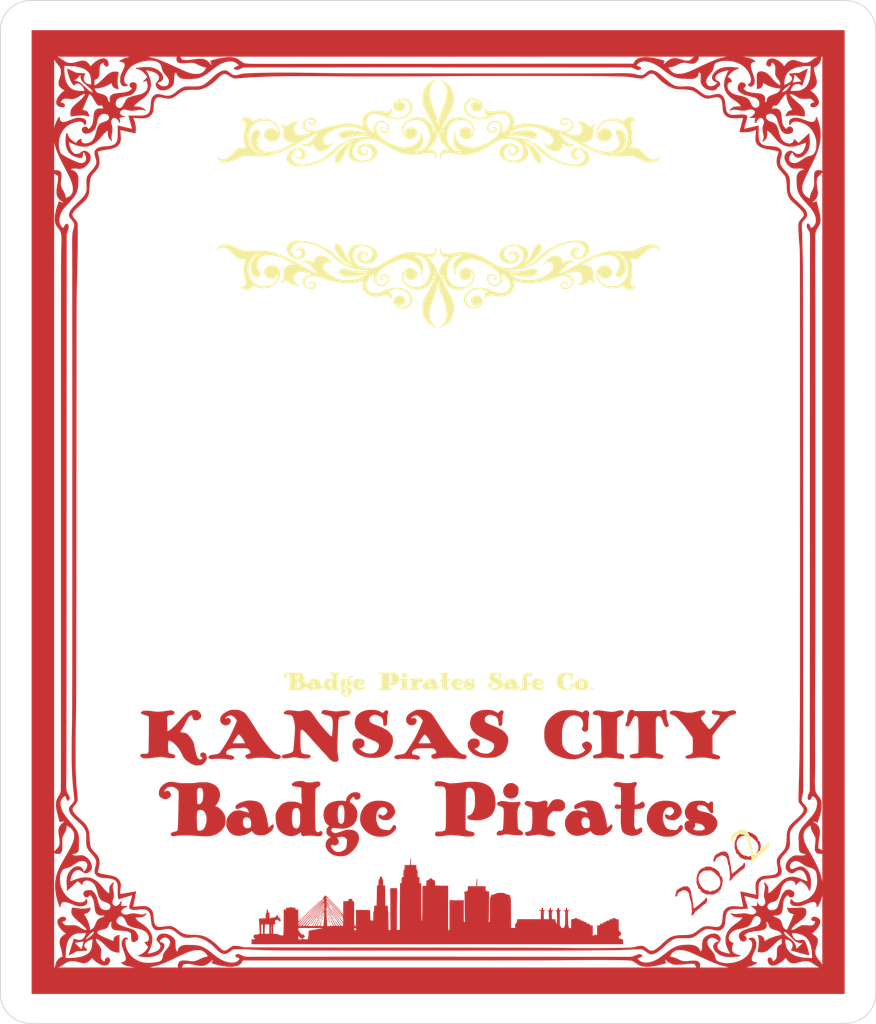
<source format=kicad_pcb>
(kicad_pcb (version 4) (host pcbnew 4.0.7)
  (layers (0 F.Cu signal) (31 B.Cu signal) (34 B.Paste user) (35 F.Paste user) (36 B.SilkS user) (37 F.SilkS user) (38 B.Mask user) (39 F.Mask user) (44 Edge.Cuts user))
  (net 0 "")
  (module LOGO (layer F.Cu) (at 0 0)
    (fp_text reference "G***" hide)
    (fp_text value "LOGO" hide)
  )
  (module LOGO (layer F.Cu) (at 0 0)
    (fp_text reference "G***" hide)
    (fp_text value "LOGO" hide)
  )
  (module LOGO (layer F.Cu) (at 0 0)
    (fp_text reference "G***" hide)
    (fp_text value "LOGO" hide)
  )
  (module LOGO (layer F.Cu) (at 0 0)
    (fp_text reference "G***" hide)
    (fp_text value "LOGO" hide)
    (fp_poly (pts (xy 48.514000 61.552667) (xy -48.133000 61.552667) (xy -48.133000 51.625500) (xy -45.466000 51.625500) (xy -45.466000 58.420000) (xy -45.413083 58.420000) (xy -44.967389 58.420000) (xy -37.969254 58.416701) (xy -34.215917 58.416701) (xy -32.455414 58.418350) (xy -30.694911 58.420000) (xy -30.318587 58.420000) (xy 30.921278 58.420000) (xy 30.840458 58.298292) (xy 30.792582 58.218891) (xy 30.750559 58.136649) (xy 30.727859 58.081334) (xy 30.696082 57.986084) (xy 30.487499 57.968333) (xy 30.327486 57.961682) (xy 30.129439 57.965434) (xy 29.896313 57.979407) (xy 29.631063 58.003416) (xy 29.336642 58.037280) (xy 29.298095 58.042176) (xy 29.026540 58.071113) (xy 28.773175 58.086359) (xy 28.543239 58.087906) (xy 28.341971 58.075744) (xy 28.174610 58.049865) (xy 28.149617 58.044029) (xy 27.934656 57.977966) (xy 27.733225 57.887769) (xy 27.536474 57.768630) (xy 27.335550 57.615744) (xy 27.290258 57.577405) (xy 27.140146 57.448207) (xy 27.210203 57.643062) (xy 27.241682 57.730290) (xy 27.268732 57.804644) (xy 27.287516 57.855608) (xy 27.293031 57.870102) (xy 27.290472 57.882001) (xy 27.271015 57.895801) (xy 27.230561 57.912865) (xy 27.165015 57.934560) (xy 27.070278 57.962252) (xy 26.942255 57.997306) (xy 26.792109 58.037086) (xy 26.496350 58.113008) (xy 26.235148 58.176089) (xy 26.003006 58.227184) (xy 25.794423 58.267146) (xy 25.603900 58.296829) (xy 25.425938 58.317086) (xy 25.255037 58.328771) (xy 25.085699 58.332738) (xy 24.912425 58.329839) (xy 24.907229 58.329659) (xy 24.710305 58.318920) (xy 24.542414 58.299522) (xy 24.393913 58.268102) (xy 24.255157 58.221296) (xy 24.116501 58.155743) (xy 23.968302 58.068078) (xy 23.800915 57.954938) (xy 23.770167 57.933149) (xy 23.575086 57.801116) (xy 23.405357 57.701127) (xy 23.259579 57.632417) (xy 23.156333 57.598734) (xy 23.094370 57.588964) (xy 22.992144 57.579788) (xy 22.851723 57.571218) (xy 22.675174 57.563267) (xy 22.464564 57.555949) (xy 22.221960 57.549275) (xy 21.949429 57.543260) (xy 21.649039 57.537916) (xy 21.322856 57.533256) (xy 20.972947 57.529293) (xy 20.601380 57.526040) (xy 20.210222 57.523510) (xy 19.801539 57.521715) (xy 19.377399 57.520669) (xy 18.939869 57.520384) (xy 18.491016 57.520874) (xy 18.032907 57.522152) (xy 17.567609 57.524230) (xy 17.097189 57.527121) (xy 16.623715 57.530838) (xy 16.149253 57.535395) (xy 15.675871 57.540803) (xy 15.205635 57.547077) (xy 15.113000 57.548424) (xy 14.987130 57.550051) (xy 14.833923 57.551617) (xy 14.652897 57.553123) (xy 14.443564 57.554569) (xy 14.205442 57.555958) (xy 13.938044 57.557288) (xy 13.640886 57.558561) (xy 13.313483 57.559777) (xy 12.955350 57.560936) (xy 12.566002 57.562041) (xy 12.144955 57.563090) (xy 11.691723 57.564085) (xy 11.205821 57.565026) (xy 10.686766 57.565914) (xy 10.134071 57.566749) (xy 9.547253 57.567533) (xy 8.925825 57.568265) (xy 8.269304 57.568946) (xy 7.577205 57.569578) (xy 6.849041 57.570160) (xy 6.084330 57.570693) (xy 5.282585 57.571178) (xy 4.443322 57.571615) (xy 3.566057 57.572005) (xy 2.650303 57.572349) (xy 1.695577 57.572647) (xy 0.701393 57.572900) (xy -0.332733 57.573108) (xy -1.407287 57.573272) (xy -2.522752 57.573393) (xy -3.679615 57.573471) (xy -4.794250 57.573506) (xy -23.018750 57.573774) (xy -23.076345 57.697582) (xy -23.176044 57.862869) (xy -23.309320 58.003612) (xy -23.475198 58.119731) (xy -23.672706 58.211144) (xy -23.900869 58.277771) (xy -24.158714 58.319530) (xy -24.445267 58.336342) (xy -24.759556 58.328124) (xy -25.100605 58.294796) (xy -25.467443 58.236278) (xy -25.859095 58.152488) (xy -26.274587 58.043345) (xy -26.485603 57.980887) (xy -26.592451 57.947065) (xy -26.663836 57.921375) (xy -26.705257 57.901262) (xy -26.722213 57.884174) (xy -26.721941 57.871170) (xy -26.709384 57.837704) (xy -26.686380 57.774864) (xy -26.656751 57.693130) (xy -26.637724 57.640323) (xy -26.566688 57.442728) (xy -26.750636 57.619877) (xy -26.939680 57.792429) (xy -27.114522 57.930962) (xy -27.280764 58.038869) (xy -27.444008 58.119547) (xy -27.609857 58.176389) (xy -27.706591 58.199203) (xy -27.818127 58.217226) (xy -27.932999 58.226005) (xy -28.056748 58.224964) (xy -28.194914 58.213525) (xy -28.353039 58.191113) (xy -28.536663 58.157149) (xy -28.751327 58.111056) (xy -28.913667 58.073482) (xy -29.137552 58.025096) (xy -29.331683 57.993867) (xy -29.504746 57.979220) (xy -29.665426 57.980579) (xy -29.822411 57.997372) (xy -29.889511 58.008922) (xy -29.998348 58.031353) (xy -30.071542 58.051758) (xy -30.115490 58.073096) (xy -30.136588 58.098327) (xy -30.141333 58.125463) (xy -30.155742 58.189586) (xy -30.193801 58.267181) (xy -30.247757 58.343329) (xy -30.264127 58.361792) (xy -30.318587 58.420000) (xy -30.694911 58.420000) (xy -30.727750 58.354173) (xy -30.751142 58.267307) (xy -30.751144 58.158661) (xy -30.730429 58.039817) (xy -30.691665 57.922357) (xy -30.637523 57.817864) (xy -30.589990 57.756603) (xy -30.517067 57.692153) (xy -30.432390 57.642733) (xy -30.331819 57.607902) (xy -30.211217 57.587224) (xy -30.066444 57.580259) (xy -29.893361 57.586569) (xy -29.687828 57.605715) (xy -29.453417 57.636154) (xy -29.244885 57.662833) (xy -29.067400 57.676872) (xy -28.911157 57.676735) (xy -28.766352 57.660886) (xy -28.623180 57.627791) (xy -28.471838 57.575915) (xy -28.302520 57.503722) (xy -28.151667 57.432320) (xy -27.975109 57.348248) (xy -27.827532 57.282642) (xy -27.701294 57.232737) (xy -27.588751 57.195767) (xy -27.482262 57.168964) (xy -27.374183 57.149563) (xy -27.367970 57.148646) (xy -27.289706 57.134786) (xy -27.230714 57.119738) (xy -27.200925 57.106194) (xy -27.199167 57.102903) (xy -27.212501 57.054399) (xy -27.248611 56.983524) (xy -27.301654 56.899106) (xy -27.365790 56.809970) (xy -27.435178 56.724944) (xy -27.484273 56.672067) (xy -27.627204 56.547054) (xy -27.778939 56.453874) (xy -27.946255 56.389995) (xy -28.135931 56.352888) (xy -28.354744 56.340023) (xy -28.373917 56.339965) (xy -28.612546 56.352257) (xy -28.863373 56.389509) (xy -29.130404 56.452751) (xy -29.417644 56.543017) (xy -29.729097 56.661337) (xy -29.897917 56.732539) (xy -29.954598 56.758036) (xy -30.044195 56.799448) (xy -30.161486 56.854314) (xy -30.301250 56.920170) (xy -30.458266 56.994555) (xy -30.627312 57.075007) (xy -30.803167 57.159063) (xy -30.849405 57.181225) (xy -31.210931 57.353440) (xy -31.538994 57.507006) (xy -31.837391 57.643366) (xy -32.109920 57.763963) (xy -32.360380 57.870240) (xy -32.592568 57.963639) (xy -32.810284 58.045603) (xy -33.017325 58.117575) (xy -33.217489 58.180998) (xy -33.414574 58.237313) (xy -33.612380 58.287964) (xy -33.814703 58.334393) (xy -33.972500 58.367475) (xy -34.215917 58.416701) (xy -37.969254 58.416701) (xy -35.803417 58.415680) (xy -36.110333 58.367974) (xy -36.232206 58.348552) (xy -36.350952 58.328782) (xy -36.454615 58.310711) (xy -36.531235 58.296385) (xy -36.544250 58.293735) (xy -36.768505 58.236702) (xy -36.980384 58.163109) (xy -37.171905 58.076444) (xy -37.335087 57.980199) (xy -37.432285 57.905407) (xy -37.536511 57.813694) (xy -37.382511 57.788261) (xy -37.237727 57.756114) (xy -37.127982 57.711276) (xy -37.046869 57.649684) (xy -36.987981 57.567275) (xy -36.968391 57.525614) (xy -36.944929 57.448701) (xy -36.935789 57.360514) (xy -36.941784 57.256962) (xy -36.963729 57.133954) (xy -37.002438 56.987401) (xy -37.058728 56.813212) (xy -37.133411 56.607297) (xy -37.170744 56.509632) (xy -37.252812 56.292727) (xy -37.317945 56.109349) (xy -37.367576 55.954888) (xy -37.403142 55.824732) (xy -37.426079 55.714269) (xy -37.432981 55.667237) (xy -37.434962 55.506090) (xy -37.404709 55.340918) (xy -37.346156 55.183125) (xy -37.263232 55.044115) (xy -37.189509 54.960995) (xy -37.092281 54.886524) (xy -36.998746 54.851238) (xy -36.902409 54.853232) (xy -36.860363 54.864458) (xy -36.807667 54.889545) (xy -36.746369 54.929508) (xy -36.687280 54.975749) (xy -36.641211 55.019669) (xy -36.618973 55.052669) (xy -36.618333 55.056963) (xy -36.637886 55.065363) (xy -36.690112 55.071809) (xy -36.765360 55.075311) (xy -36.800735 55.075667) (xy -36.983137 55.075667) (xy -36.972842 55.419625) (xy -36.967119 55.568362) (xy -36.959094 55.686370) (xy -36.947402 55.785245) (xy -36.930676 55.876580) (xy -36.907929 55.970537) (xy -36.808832 56.264372) (xy -36.671564 56.544498) (xy -36.499226 56.806618) (xy -36.294920 57.046436) (xy -36.061750 57.259655) (xy -35.882170 57.391345) (xy -35.631075 57.542837) (xy -35.375942 57.664224) (xy -35.112130 57.756414) (xy -34.834995 57.820314) (xy -34.539894 57.856832) (xy -34.222183 57.866878) (xy -33.877221 57.851357) (xy -33.644417 57.828930) (xy -33.448548 57.805311) (xy -33.288707 57.782616) (xy -33.158650 57.759445) (xy -33.052138 57.734396) (xy -32.962926 57.706071) (xy -32.884774 57.673067) (xy -32.834941 57.647338) (xy -32.755643 57.597211) (xy -32.693899 57.540737) (xy -32.645760 57.470659) (xy -32.607280 57.379722) (xy -32.574508 57.260668) (xy -32.544980 57.114436) (xy -32.525625 57.011067) (xy -32.506714 56.924152) (xy -32.485126 56.848076) (xy -32.457741 56.777223) (xy -32.421439 56.705978) (xy -32.373100 56.628725) (xy -32.309604 56.539850) (xy -32.227830 56.433736) (xy -32.124659 56.304769) (xy -32.030667 56.188812) (xy -31.914498 56.041564) (xy -31.825296 55.917614) (xy -31.759743 55.810681) (xy -31.714517 55.714486) (xy -31.686299 55.622750) (xy -31.671769 55.529194) (xy -31.670007 55.506652) (xy -31.666857 55.416740) (xy -31.673605 55.349403) (xy -31.693325 55.285434) (xy -31.712467 55.241103) (xy -31.795349 55.098260) (xy -31.899404 54.989240) (xy -32.018691 54.913980) (xy -32.163162 54.865308) (xy -32.311447 54.854636) (xy -32.457062 54.878903) (xy -32.593522 54.935046) (xy -32.714340 55.020005) (xy -32.813032 55.130718) (xy -32.883113 55.264124) (xy -32.903851 55.331831) (xy -32.908957 55.364063) (xy -32.898069 55.382187) (xy -32.861966 55.392625) (xy -32.805834 55.400101) (xy -32.683715 55.427366) (xy -32.568819 55.476119) (xy -32.473303 55.540028) (xy -32.415069 55.603577) (xy -32.364197 55.718067) (xy -32.349210 55.850801) (xy -32.369587 55.998416) (xy -32.424808 56.157550) (xy -32.514354 56.324842) (xy -32.530668 56.350360) (xy -32.683077 56.552556) (xy -32.857235 56.723676) (xy -33.056234 56.865685) (xy -33.283164 56.980547) (xy -33.541117 57.070228) (xy -33.739447 57.118585) (xy -33.929554 57.148627) (xy -34.149563 57.167421) (xy -34.388568 57.174973) (xy -34.635662 57.171289) (xy -34.879937 57.156374) (xy -35.110487 57.130235) (xy -35.189583 57.117813) (xy -35.298710 57.098752) (xy -35.372807 57.083785) (xy -35.418637 57.070268) (xy -35.442964 57.055555) (xy -35.452551 57.037001) (xy -35.454167 57.014341) (xy -35.445247 56.980332) (xy -35.411822 56.956171) (xy -35.364208 56.939366) (xy -35.121412 56.845247) (xy -34.896171 56.714538) (xy -34.692790 56.550852) (xy -34.515574 56.357806) (xy -34.368824 56.139013) (xy -34.334031 56.074122) (xy -34.287436 55.982493) (xy -34.370789 55.873038) (xy -34.420826 55.807715) (xy -34.486405 55.722624) (xy -34.557028 55.631373) (xy -34.594079 55.583667) (xy -34.651115 55.509390) (xy -34.696989 55.447851) (xy -34.726320 55.406383) (xy -34.734257 55.392607) (xy -34.715812 55.387289) (xy -34.669640 55.387869) (xy -34.653693 55.389171) (xy -34.519503 55.382974) (xy -34.401608 55.340501) (xy -34.304736 55.266196) (xy -34.233617 55.164506) (xy -34.192978 55.039877) (xy -34.185149 54.948667) (xy -34.202511 54.760292) (xy -34.255804 54.587742) (xy -34.347105 54.426315) (xy -34.478494 54.271306) (xy -34.489201 54.260620) (xy -34.589871 54.169116) (xy -34.696510 54.089756) (xy -34.814715 54.020104) (xy -34.950082 53.957725) (xy -35.108210 53.900182) (xy -35.294694 53.845039) (xy -35.515132 53.789860) (xy -35.631904 53.763256) (xy -35.887260 53.703227) (xy -36.103999 53.644645) (xy -36.285720 53.585851) (xy -36.436024 53.525185) (xy -36.558513 53.460988) (xy -36.656786 53.391601) (xy -36.734445 53.315365) (xy -36.795091 53.230620) (xy -36.797833 53.225972) (xy -36.826725 53.171709) (xy -36.866806 53.090011) (xy -36.912575 52.992347) (xy -36.954599 52.899114) (xy -37.039628 52.724169) (xy -37.125007 52.586977) (xy -37.214863 52.483122) (xy -37.313324 52.408194) (xy -37.424519 52.357779) (xy -37.474653 52.343193) (xy -37.579651 52.333192) (xy -37.679893 52.359320) (xy -37.780009 52.423497) (xy -37.864103 52.504594) (xy -37.969982 52.639157) (xy -38.034694 52.766590) (xy -38.058085 52.887456) (xy -38.039999 53.002313) (xy -37.980281 53.111723) (xy -37.878775 53.216246) (xy -37.735328 53.316442) (xy -37.622355 53.378097) (xy -37.529535 53.420814) (xy -37.411561 53.468128) (xy -37.265231 53.521153) (xy -37.087341 53.581007) (xy -36.874691 53.648804) (xy -36.629770 53.723941) (xy -36.436837 53.783574) (xy -36.279941 53.835335) (xy -36.153977 53.881338) (xy -36.053845 53.923694) (xy -35.974439 53.964518) (xy -35.910659 54.005921) (xy -35.870240 54.038421) (xy -35.786343 54.125450) (xy -35.697527 54.240418) (xy -35.612356 54.371140) (xy -35.539399 54.505427) (xy -35.533851 54.517005) (xy -35.499903 54.593019) (xy -35.479285 54.655619) (xy -35.468751 54.720774) (xy -35.465051 54.804455) (xy -35.464750 54.856809) (xy -35.465735 54.950836) (xy -35.470560 55.014976) (xy -35.482025 55.061663) (xy -35.502933 55.103330) (xy -35.529151 55.142559) (xy -35.606311 55.224033) (xy -35.711481 55.296948) (xy -35.830353 55.353875) (xy -35.948620 55.387386) (xy -36.011844 55.393167) (xy -36.089696 55.388655) (xy -36.151540 55.372227) (xy -36.199418 55.339547) (xy -36.235370 55.286278) (xy -36.261438 55.208084) (xy -36.279664 55.100628) (xy -36.292088 54.959573) (xy -36.300752 54.780583) (xy -36.300799 54.779334) (xy -36.306292 54.652720) (xy -36.312661 54.539092) (xy -36.319376 54.445880) (xy -36.325905 54.380519) (xy -36.331430 54.351039) (xy -36.363923 54.314231) (xy -36.427738 54.270230) (xy -36.513661 54.224034) (xy -36.612476 54.180643) (xy -36.706428 54.147626) (xy -36.796355 54.123038) (xy -36.895047 54.102317) (xy -37.008777 54.084674) (xy -37.143823 54.069321) (xy -37.306457 54.055470) (xy -37.502957 54.042332) (xy -37.580737 54.037765) (xy -37.719371 54.028743) (xy -37.855011 54.017922) (xy -37.977436 54.006260) (xy -38.076427 53.994718) (xy -38.134259 53.985767) (xy -38.307035 53.938149) (xy -38.448442 53.868172) (xy -38.556315 53.777391) (xy -38.628495 53.667361) (xy -38.647340 53.616812) (xy -38.663479 53.528757) (xy -38.670048 53.414806) (xy -38.667198 53.290264) (xy -38.655080 53.170437) (xy -38.642271 53.102188) (xy -38.613703 52.980792) (xy -38.669060 52.994149) (xy -38.745155 53.022287) (xy -38.808696 53.070008) (xy -38.863920 53.142923) (xy -38.915066 53.246645) (xy -38.966371 53.386786) (xy -38.967007 53.388720) (xy -39.012772 53.505660) (xy -39.069190 53.602590) (xy -39.141309 53.682967) (xy -39.234176 53.750248) (xy -39.352841 53.807890) (xy -39.502350 53.859350) (xy -39.687751 53.908085) (xy -39.744517 53.921202) (xy -39.861675 53.948907) (xy -39.969406 53.976659) (xy -40.058482 54.001915) (xy -40.119677 54.022131) (xy -40.136100 54.029127) (xy -40.214081 54.077953) (xy -40.280704 54.136826) (xy -40.326914 54.196293) (xy -40.343667 54.245760) (xy -40.330249 54.304727) (xy -40.288958 54.367898) (xy -40.218242 54.436200) (xy -40.116546 54.510558) (xy -39.982317 54.591896) (xy -39.814000 54.681141) (xy -39.610042 54.779217) (xy -39.368889 54.887052) (xy -39.088988 55.005569) (xy -39.020750 55.033704) (xy -38.890549 55.087505) (xy -38.768986 55.138394) (xy -38.663195 55.183333) (xy -38.580312 55.219283) (xy -38.527473 55.243205) (xy -38.518885 55.247409) (xy -38.460400 55.275942) (xy -38.430287 55.282581) (xy -38.419127 55.264510) (xy -38.417500 55.218911) (xy -38.417500 55.217092) (xy -38.406259 55.123236) (xy -38.376596 55.013952) (xy -38.334598 54.908326) (xy -38.297675 54.841479) (xy -38.211087 54.745795) (xy -38.090120 54.664198) (xy -37.941411 54.600293) (xy -37.777208 54.558670) (xy -37.697833 54.544582) (xy -37.697833 56.648156) (xy -37.904208 56.635737) (xy -38.145774 56.605757) (xy -38.372287 56.544092) (xy -38.592530 56.447653) (xy -38.809083 56.317555) (xy -38.857366 56.280271) (xy -38.930356 56.217797) (xy -39.022842 56.134890) (xy -39.129610 56.036307) (xy -39.245447 55.926805) (xy -39.365141 55.811142) (xy -39.380583 55.796027) (xy -39.557480 55.625049) (xy -39.708320 55.484552) (xy -39.834791 55.373041) (xy -39.938576 55.289019) (xy -40.005000 55.241513) (xy -40.147758 55.151444) (xy -40.277244 55.077973) (xy -40.386329 55.024961) (xy -40.447212 55.001945) (xy -40.497840 54.986241) (xy -40.483480 55.120912) (xy -40.453299 55.263784) (xy -40.391706 55.406659) (xy -40.295829 55.555089) (xy -40.194849 55.678917) (xy -40.052632 55.863284) (xy -39.948955 56.048930) (xy -39.885311 56.233009) (xy -39.873786 56.290264) (xy -39.864792 56.357592) (xy -39.861154 56.426379) (xy -39.863162 56.506358) (xy -39.871108 56.607259) (xy -39.885285 56.738814) (xy -39.887920 56.761396) (xy -39.900669 56.883847) (xy -39.909857 57.000437) (xy -39.914856 57.100579) (xy -39.915036 57.173685) (xy -39.913579 57.193319) (xy -39.875200 57.339702) (xy -39.796282 57.474585) (xy -39.677150 57.597517) (xy -39.557776 57.684029) (xy -39.516723 57.706132) (xy -39.489571 57.701563) (xy -39.459860 57.672681) (xy -39.428852 57.617339) (xy -39.408744 57.539296) (xy -39.406704 57.523290) (xy -39.376792 57.408442) (xy -39.317018 57.317340) (xy -39.232679 57.255070) (xy -39.129071 57.226717) (xy -39.096577 57.225559) (xy -38.987276 57.244611) (xy -38.902115 57.298410) (xy -38.840680 57.387247) (xy -38.829143 57.414537) (xy -38.807570 57.525540) (xy -38.817565 57.651310) (xy -38.856234 57.782032) (xy -38.920678 57.907891) (xy -39.007404 58.018458) (xy -39.118075 58.107795) (xy -39.245328 58.162992) (xy -39.392105 58.184584) (xy -39.561348 58.173106) (xy -39.699989 58.144352) (xy -39.905345 58.075867) (xy -40.117448 57.976313) (xy -40.326952 57.851973) (xy -40.524509 57.709134) (xy -40.700775 57.554079) (xy -40.846402 57.393094) (xy -40.876534 57.353200) (xy -40.914749 57.305840) (xy -40.944044 57.279209) (xy -40.953717 57.277000) (xy -40.972535 57.297223) (xy -41.010989 57.342564) (xy -41.062352 57.405016) (xy -41.090517 57.439838) (xy -41.251112 57.615571) (xy -41.417081 57.749705) (xy -41.589416 57.842743) (xy -41.769111 57.895193) (xy -41.957159 57.907559) (xy -42.003025 57.904673) (xy -42.079374 57.893980) (xy -42.183907 57.873736) (xy -42.304274 57.846595) (xy -42.428122 57.815211) (xy -42.460333 57.806416) (xy -42.640721 57.757412) (xy -42.788795 57.720080) (xy -42.912495 57.692984) (xy -43.019761 57.674688) (xy -43.118531 57.663757) (xy -43.216747 57.658754) (xy -43.281054 57.658000) (xy -43.437371 57.662297) (xy -43.576456 57.677074) (xy -43.705882 57.705161) (xy -43.833222 57.749390) (xy -43.966050 57.812591) (xy -44.111938 57.897595) (xy -44.278459 58.007232) (xy -44.352143 58.058339) (xy -44.464623 58.135092) (xy -44.578703 58.209249) (xy -44.684399 58.274569) (xy -44.771729 58.324813) (xy -44.810306 58.344720) (xy -44.967389 58.420000) (xy -45.413083 58.420000) (xy -45.373247 58.414556) (xy -45.360086 58.404125) (xy -45.354961 58.350030) (xy -45.341641 58.267361) (xy -45.322667 58.168492) (xy -45.300578 58.065799) (xy -45.277916 57.971657) (xy -45.257221 57.898441) (xy -45.254716 57.890834) (xy -45.174826 57.708008) (xy -45.066444 57.541049) (xy -44.935268 57.395677) (xy -44.812813 57.298167) (xy -44.095784 57.298167) (xy -43.801934 57.297958) (xy -43.661042 57.296108) (xy -43.498716 57.291238) (xy -43.335686 57.284103) (xy -43.201167 57.276065) (xy -42.816425 57.238536) (xy -42.469504 57.182796) (xy -42.159859 57.108532) (xy -41.886947 57.015431) (xy -41.650223 56.903177) (xy -41.449143 56.771458) (xy -41.283163 56.619958) (xy -41.151739 56.448363) (xy -41.054326 56.256360) (xy -40.990381 56.043635) (xy -40.980820 55.994415) (xy -40.970869 55.928438) (xy -40.958419 55.831474) (xy -40.944807 55.714697) (xy -40.931368 55.589280) (xy -40.926210 55.537860) (xy -40.914082 55.418540) (xy -40.902226 55.309437) (xy -40.891687 55.219658) (xy -40.883511 55.158310) (xy -40.880606 55.140985) (xy -40.877080 55.102586) (xy -40.889171 55.081215) (xy -40.922627 55.076328) (xy -40.983196 55.087383) (xy -41.076624 55.113837) (xy -41.098146 55.120430) (xy -41.287657 55.191990) (xy -41.463469 55.283690) (xy -41.617739 55.390368) (xy -41.742623 55.506861) (xy -41.804167 55.585165) (xy -41.862587 55.704029) (xy -41.879731 55.821998) (xy -41.856548 55.935132) (xy -41.793986 56.039497) (xy -41.692993 56.131155) (xy -41.668758 56.147303) (xy -41.612857 56.185313) (xy -41.584282 56.217548) (xy -41.573756 56.259496) (xy -41.572106 56.308625) (xy -41.571333 56.409167) (xy -41.650708 56.409958) (xy -41.694006 56.411720) (xy -41.772503 56.416236) (xy -41.879187 56.423049) (xy -42.007046 56.431701) (xy -42.149069 56.441737) (xy -42.239134 56.448304) (xy -42.748184 56.485858) (xy -43.231193 56.734273) (xy -43.362116 56.800988) (xy -43.480412 56.860084) (xy -43.580976 56.909107) (xy -43.658708 56.945604) (xy -43.708505 56.967124) (xy -43.725166 56.971724) (xy -43.720636 56.950730) (xy -43.704832 56.894084) (xy -43.679216 56.806503) (xy -43.645246 56.692709) (xy -43.604383 56.557419) (xy -43.558086 56.405354) (xy -43.507816 56.241234) (xy -43.455032 56.069777) (xy -43.401195 55.895704) (xy -43.347763 55.723734) (xy -43.296198 55.558586) (xy -43.272258 55.482354) (xy -42.988481 55.482354) (xy -42.602800 55.881303) (xy -42.499324 55.987323) (xy -42.405393 56.081622) (xy -42.324973 56.160374) (xy -42.262031 56.219755) (xy -42.220535 56.255938) (xy -42.204585 56.265335) (xy -42.195692 56.241355) (xy -42.177771 56.182524) (xy -42.152562 56.094930) (xy -42.121803 55.984662) (xy -42.087233 55.857811) (xy -42.071202 55.798088) (xy -42.036593 55.666329) (xy -42.006827 55.548703) (xy -41.983327 55.451202) (xy -41.967518 55.379819) (xy -41.960823 55.340548) (xy -41.961178 55.334933) (xy -41.983704 55.335328) (xy -42.041353 55.341342) (xy -42.127428 55.352029) (xy -42.235234 55.366442) (xy -42.358071 55.383634) (xy -42.489245 55.402659) (xy -42.622056 55.422570) (xy -42.749809 55.442420) (xy -42.865805 55.461261) (xy -42.920199 55.470510) (xy -42.988481 55.482354) (xy -43.272258 55.482354) (xy -43.247958 55.404980) (xy -43.204505 55.267636) (xy -43.167297 55.151273) (xy -43.137795 55.060611) (xy -43.117459 55.000370) (xy -43.107748 54.975268) (xy -43.107494 54.974938) (xy -43.087100 54.980374) (xy -43.038162 54.999746) (xy -42.970514 55.029118) (xy -42.957302 55.035075) (xy -42.752675 55.111134) (xy -42.561463 55.147878) (xy -42.384280 55.145353) (xy -42.221744 55.103601) (xy -42.185371 55.083612) (xy -41.695162 55.083612) (xy -41.686127 55.086074) (xy -41.661938 55.076408) (xy -41.618593 55.052390) (xy -41.552092 55.011795) (xy -41.458433 54.952401) (xy -41.333615 54.871982) (xy -41.327917 54.868297) (xy -41.225785 54.797425) (xy -41.120367 54.716298) (xy -41.026657 54.636809) (xy -40.978667 54.591188) (xy -40.917491 54.522850) (xy -40.856295 54.444291) (xy -40.799970 54.363233) (xy -40.753410 54.287397) (xy -40.721505 54.224505) (xy -40.709149 54.182277) (xy -40.712307 54.170805) (xy -40.739159 54.170524) (xy -40.793294 54.186993) (xy -40.865158 54.216099) (xy -40.945199 54.253726) (xy -41.023864 54.295762) (xy -41.075406 54.327178) (xy -41.194724 54.419759) (xy -41.320180 54.542972) (xy -41.443345 54.687700) (xy -41.555790 54.844826) (xy -41.560055 54.851408) (xy -41.611432 54.932311) (xy -41.654536 55.002531) (xy -41.683810 55.052882) (xy -41.693044 55.071246) (xy -41.695162 55.083612) (xy -42.185371 55.083612) (xy -42.074470 55.022667) (xy -42.006657 54.967436) (xy -41.939605 54.899973) (xy -41.877876 54.827429) (xy -41.838414 54.771101) (xy -41.810070 54.714921) (xy -41.776630 54.637237) (xy -41.742375 54.549596) (xy -41.711589 54.463540) (xy -41.688552 54.390615) (xy -41.677548 54.342366) (xy -41.677167 54.336393) (xy -41.697137 54.324712) (xy -41.752745 54.317236) (xy -41.837535 54.313656) (xy -41.945052 54.313666) (xy -42.068842 54.316959) (xy -42.202449 54.323230) (xy -42.339419 54.332169) (xy -42.473296 54.343472) (xy -42.597625 54.356832) (xy -42.705952 54.371940) (xy -42.791821 54.388491) (xy -42.796376 54.389586) (xy -43.028196 54.467314) (xy -43.240289 54.581572) (xy -43.430756 54.730494) (xy -43.597695 54.912214) (xy -43.739207 55.124866) (xy -43.853392 55.366583) (xy -43.887866 55.461619) (xy -43.935415 55.617033) (xy -43.974969 55.778567) (xy -44.007354 55.952268) (xy -44.033394 56.144187) (xy -44.053917 56.360373) (xy -44.069745 56.606875) (xy -44.081376 56.880125) (xy -44.095784 57.298167) (xy -44.812813 57.298167) (xy -44.787000 57.277613) (xy -44.627337 57.192579) (xy -44.525699 57.159098) (xy -44.465182 57.143909) (xy -44.478481 56.951163) (xy -44.496704 56.794816) (xy -44.532068 56.610322) (xy -44.585292 56.394403) (xy -44.650479 56.165750) (xy -44.717225 55.929982) (xy -44.765394 55.726904) (xy -44.795239 55.551288) (xy -44.807014 55.397909) (xy -44.800970 55.261540) (xy -44.777361 55.136956) (xy -44.736440 55.018929) (xy -44.708822 54.959250) (xy -44.644781 54.860089) (xy -44.551100 54.753076) (xy -44.437073 54.646988) (xy -44.311990 54.550599) (xy -44.205100 54.483507) (xy -44.034909 54.388764) (xy -44.157836 54.309313) (xy -44.250823 54.241255) (xy -44.359959 54.148851) (xy -44.475614 54.041330) (xy -44.588156 53.927925) (xy -44.687955 53.817866) (xy -44.748826 53.742837) (xy -44.806564 53.659507) (xy -44.870979 53.555437) (xy -44.931251 53.448437) (xy -44.951945 53.408470) (xy -44.998204 53.313058) (xy -45.028018 53.239943) (xy -45.045604 53.174471) (xy -45.055180 53.101989) (xy -45.059641 53.034190) (xy -45.062791 52.938654) (xy -45.058967 52.870756) (xy -45.046233 52.816101) (xy -45.022843 52.760690) (xy -44.950647 52.651853) (xy -44.850753 52.557271) (xy -44.731414 52.480317) (xy -44.600885 52.424361) (xy -44.467423 52.392775) (xy -44.339280 52.388928) (xy -44.224713 52.416192) (xy -44.203383 52.426067) (xy -44.112587 52.490247) (xy -44.060900 52.570011) (xy -44.047913 52.646047) (xy -44.068038 52.743248) (xy -44.126534 52.827135) (xy -44.220934 52.895545) (xy -44.348771 52.946316) (xy -44.406968 52.960828) (xy -44.467180 52.976602) (xy -44.505803 52.992217) (xy -44.513500 52.999912) (xy -44.500419 53.029750) (xy -44.466378 53.080444) (xy -44.419179 53.141789) (xy -44.366623 53.203578) (xy -44.322201 53.250155) (xy -44.257279 53.303190) (xy -44.180014 53.353166) (xy -44.154825 53.366571) (xy -44.096847 53.388372) (xy -44.021969 53.403563) (xy -43.925615 53.412306) (xy -43.803212 53.414765) (xy -43.650187 53.411102) (xy -43.461966 53.401479) (xy -43.358783 53.394859) (xy -43.192839 53.388195) (xy -43.046048 53.393873) (xy -42.910264 53.414359) (xy -42.777341 53.452116) (xy -42.639134 53.509610) (xy -42.487498 53.589304) (xy -42.314288 53.693663) (xy -42.262543 53.726532) (xy -42.097279 53.823989) (xy -41.950186 53.891685) (xy -41.813023 53.932939) (xy -41.711772 53.948520) (xy -41.587628 53.960155) (xy -41.614044 53.909369) (xy -41.691002 53.783832) (xy -41.797326 53.647738) (xy -41.934817 53.499222) (xy -42.105280 53.336421) (xy -42.310516 53.157468) (xy -42.460333 53.034099) (xy -42.579246 52.934986) (xy -42.709334 52.821560) (xy -42.837154 52.705841) (xy -42.949262 52.599847) (xy -42.980678 52.568892) (xy -43.076866 52.471145) (xy -43.148774 52.392941) (xy -43.203382 52.325275) (xy -43.247670 52.259145) (xy -43.288618 52.185545) (xy -43.308762 52.145679) (xy -43.351608 52.057319) (xy -43.378776 51.991885) (xy -43.393756 51.934558) (xy -43.400034 51.870520) (xy -43.401099 51.784949) (xy -43.400931 51.754096) (xy -43.397296 51.637702) (xy -43.386614 51.548203) (xy -43.366593 51.470429) (xy -43.351936 51.430111) (xy -43.324625 51.364865) (xy -43.301654 51.317454) (xy -43.289755 51.299993) (xy -43.264240 51.299853) (xy -43.206128 51.306208) (xy -43.124460 51.317911) (xy -43.042417 51.331354) (xy -42.660586 51.388385) (xy -42.312085 51.421760) (xy -41.995135 51.431475) (xy -41.707956 51.417528) (xy -41.448770 51.379916) (xy -41.247720 51.328897) (xy -41.180251 51.309025) (xy -41.131223 51.296710) (xy -41.112057 51.294554) (xy -41.112836 51.318307) (xy -41.124294 51.370810) (xy -41.143218 51.440823) (xy -41.166395 51.517106) (xy -41.190612 51.588421) (xy -41.210378 51.638477) (xy -41.289182 51.766892) (xy -41.400324 51.877572) (xy -41.535551 51.964805) (xy -41.686612 52.022880) (xy -41.794574 52.042843) (xy -41.857920 52.050126) (xy -41.899845 52.056375) (xy -41.910000 52.059268) (xy -41.899852 52.078068) (xy -41.871800 52.127136) (xy -41.829433 52.200269) (xy -41.776339 52.291262) (xy -41.737254 52.357932) (xy -41.577366 52.643697) (xy -41.448139 52.905196) (xy -41.348311 53.145964) (xy -41.276622 53.369541) (xy -41.231811 53.579463) (xy -41.212615 53.779268) (xy -41.211660 53.832125) (xy -41.208514 53.897513) (xy -41.200531 53.941692) (xy -41.192088 53.953834) (xy -41.162711 53.946051) (xy -41.109417 53.926211) (xy -41.074651 53.911815) (xy -40.944828 53.846007) (xy -40.837589 53.766757) (xy -40.747371 53.667474) (xy -40.668611 53.541569) (xy -40.595747 53.382450) (xy -40.568577 53.312252) (xy -40.488991 53.112501) (xy -40.411130 52.949594) (xy -40.330702 52.818470) (xy -40.243418 52.714069) (xy -40.144985 52.631331) (xy -40.031114 52.565197) (xy -39.897512 52.510605) (xy -39.885189 52.506362) (xy -39.773304 52.464117) (xy -39.668126 52.416828) (xy -39.576761 52.368489) (xy -39.506312 52.323099) (xy -39.463887 52.284653) (xy -39.454667 52.264192) (xy -39.474535 52.258479) (xy -39.528951 52.253595) (xy -39.610128 52.249990) (xy -39.710284 52.248114) (xy -39.735125 52.247974) (xy -39.904446 52.242574) (xy -40.040793 52.225922) (xy -40.152608 52.195535) (xy -40.248335 52.148927) (xy -40.336413 52.083615) (xy -40.357390 52.064846) (xy -40.423044 51.995959) (xy -40.478022 51.917729) (xy -40.524035 51.824911) (xy -40.562797 51.712262) (xy -40.596019 51.574535) (xy -40.625412 51.406488) (xy -40.652689 51.202874) (xy -40.660458 51.136330) (xy -40.686692 50.920960) (xy -40.712903 50.741556) (xy -40.740669 50.591784) (xy -40.771569 50.465306) (xy -40.807183 50.355786) (xy -40.849089 50.256889) (xy -40.898866 50.162278) (xy -40.906425 50.149233) (xy -40.947868 50.087004) (xy -41.002019 50.017232) (xy -41.061451 49.948115) (xy -41.118735 49.887854) (xy -41.166444 49.844647) (xy -41.197151 49.826695) (xy -41.198696 49.826596) (xy -41.223973 49.843054) (xy -41.258407 49.883785) (xy -41.269075 49.899415) (xy -41.344896 49.982231) (xy -41.445630 50.045114) (xy -41.556056 50.079728) (xy -41.605857 50.083861) (xy -41.714979 50.063977) (xy -41.813050 50.008845) (xy -41.894078 49.925251) (xy -41.952067 49.819977) (xy -41.981023 49.699808) (xy -41.983190 49.656829) (xy -41.965138 49.529804) (xy -41.910952 49.424183) (xy -41.821249 49.340361) (xy -41.696650 49.278735) (xy -41.537774 49.239703) (xy -41.345239 49.223661) (xy -41.306750 49.223246) (xy -41.202933 49.224555) (xy -41.127793 49.230228) (xy -41.067724 49.242600) (xy -41.009119 49.264008) (xy -40.972127 49.280692) (xy -40.838026 49.364319) (xy -40.711482 49.483511) (xy -40.598945 49.631516) (xy -40.539844 49.733230) (xy -40.499713 49.812160) (xy -40.464719 49.886135) (xy -40.432353 49.961970) (xy -40.400108 50.046484) (xy -40.365476 50.146491) (xy -40.325950 50.268810) (xy -40.279023 50.420256) (xy -40.240594 50.546695) (xy -40.175272 50.758434) (xy -40.117596 50.933576) (xy -40.064907 51.076583) (xy -40.014545 51.191918) (xy -39.963850 51.284043) (xy -39.910163 51.357421) (xy -39.850825 51.416515) (xy -39.783176 51.465786) (xy -39.704557 51.509699) (xy -39.651569 51.535075) (xy -39.534809 51.574676) (xy -39.400346 51.598239) (xy -39.262974 51.604810) (xy -39.137484 51.593434) (xy -39.061581 51.573135) (xy -38.937318 51.507157) (xy -38.842377 51.417771) (xy -38.780742 51.310155) (xy -38.756398 51.189486) (xy -38.756167 51.176222) (xy -38.772698 51.067398) (xy -38.823388 50.968090) (xy -38.909878 50.876905) (xy -39.033810 50.792450) (xy -39.196827 50.713332) (xy -39.384435 50.643494) (xy -39.561272 50.579705) (xy -39.702061 50.517293) (xy -39.812817 50.452852) (xy -39.899556 50.382980) (xy -39.956531 50.319820) (xy -40.020569 50.231952) (xy -40.076884 50.140169) (xy -40.128070 50.038165) (xy -40.176720 49.919636) (xy -40.225428 49.778274) (xy -40.276789 49.607774) (xy -40.332084 49.406752) (xy -40.399118 49.170711) (xy -40.465459 48.971387) (xy -40.533810 48.803299) (xy -40.606874 48.660967) (xy -40.687355 48.538910) (xy -40.777954 48.431648) (xy -40.845798 48.365208) (xy -40.987912 48.254952) (xy -41.140433 48.171285) (xy -41.297967 48.114401) (xy -41.455119 48.084495) (xy -41.606496 48.081760) (xy -41.746703 48.106391) (xy -41.870347 48.158582) (xy -41.972034 48.238527) (xy -42.033858 48.322434) (xy -42.064127 48.393584) (xy -42.088337 48.480597) (xy -42.095800 48.523150) (xy -42.111083 48.640847) (xy -42.375667 48.397878) (xy -42.463359 48.317879) (xy -42.540033 48.248936) (xy -42.600380 48.195741) (xy -42.639091 48.162987) (xy -42.650833 48.154647) (xy -42.669384 48.168838) (xy -42.717304 48.210677) (xy -42.793119 48.278814) (xy -42.895357 48.371899) (xy -43.022543 48.488583) (xy -43.173205 48.627516) (xy -43.345870 48.787347) (xy -43.539064 48.966728) (xy -43.662015 49.081124) (xy -43.744592 49.156941) (xy -43.815969 49.220450) (xy -43.870658 49.266929) (xy -43.903173 49.291655) (xy -43.909647 49.294242) (xy -43.917244 49.267130) (xy -43.925679 49.204295) (xy -43.934581 49.112329) (xy -43.943575 48.997824) (xy -43.952290 48.867372) (xy -43.960352 48.727566) (xy -43.967388 48.584998) (xy -43.973024 48.446260) (xy -43.976889 48.317945) (xy -43.978608 48.206646) (xy -43.977808 48.118953) (xy -43.977161 48.101250) (xy -43.949341 47.810815) (xy -43.891905 47.548106) (xy -43.803088 47.308969) (xy -43.681125 47.089249) (xy -43.524252 46.884790) (xy -43.409354 46.764518) (xy -43.231884 46.612594) (xy -43.053933 46.501848) (xy -42.873120 46.431169) (xy -42.687064 46.399444) (xy -42.623132 46.397334) (xy -42.460501 46.414898) (xy -42.317433 46.468311) (xy -42.192407 46.558652) (xy -42.083900 46.687001) (xy -41.996038 46.842360) (xy -41.963813 46.914569) (xy -41.940595 46.974393) (xy -41.931204 47.009365) (xy -41.931184 47.010171) (xy -41.919372 47.017142) (xy -41.887855 46.996369) (xy -41.842473 46.953865) (xy -41.789066 46.895643) (xy -41.733473 46.827716) (xy -41.681535 46.756098) (xy -41.675193 46.746584) (xy -41.594144 46.599317) (xy -41.539543 46.447541) (xy -41.512855 46.299286) (xy -41.515542 46.162578) (xy -41.547839 46.048084) (xy -41.616703 45.941337) (xy -41.713811 45.860787) (xy -41.841406 45.805273) (xy -42.001733 45.773637) (xy -42.093017 45.766496) (xy -42.200057 45.765291) (xy -42.299604 45.773744) (xy -42.397377 45.794208) (xy -42.499090 45.829037) (xy -42.610460 45.880581) (xy -42.737204 45.951195) (xy -42.885039 46.043231) (xy -43.059679 46.159041) (xy -43.079571 46.172518) (xy -43.234379 46.276113) (xy -43.363426 46.358323) (xy -43.474825 46.423153) (xy -43.576688 46.474607) (xy -43.677128 46.516691) (xy -43.784257 46.553410) (xy -43.906189 46.588770) (xy -43.942525 46.598556) (xy -44.104253 46.644256) (xy -44.231200 46.688127) (xy -44.330346 46.735253) (xy -44.408677 46.790717) (xy -44.473173 46.859601) (xy -44.530819 46.946989) (xy -44.588598 47.057963) (xy -44.596616 47.074667) (xy -44.660953 47.218581) (xy -44.708407 47.349320) (xy -44.741310 47.478170) (xy -44.761997 47.616421) (xy -44.772799 47.775361) (xy -44.775987 47.942500) (xy -44.773768 48.131969) (xy -44.763879 48.293055) (xy -44.744100 48.439358) (xy -44.712212 48.584476) (xy -44.665993 48.742008) (xy -44.626034 48.860895) (xy -44.493587 49.183017) (xy -44.328601 49.484358) (xy -44.134092 49.760027) (xy -43.932447 49.985978) (xy -43.707645 50.185497) (xy -43.464703 50.351286) (xy -43.197420 50.487127) (xy -42.966237 50.575335) (xy -42.729356 50.642695) (xy -42.509877 50.681430) (xy -42.310181 50.691921) (xy -42.132648 50.674546) (xy -41.979660 50.629686) (xy -41.853597 50.557719) (xy -41.756840 50.459025) (xy -41.708087 50.374826) (xy -41.677834 50.320149) (xy -41.645301 50.296161) (xy -41.612374 50.292000) (xy -41.581747 50.294534) (xy -41.561870 50.308108) (xy -41.547672 50.341678) (xy -41.534084 50.404202) (xy -41.527082 50.442689) (xy -41.512737 50.610862) (xy -41.533777 50.755956) (xy -41.589990 50.877804) (xy -41.681167 50.976242) (xy -41.807096 51.051105) (xy -41.967568 51.102228) (xy -42.162372 51.129447) (xy -42.391297 51.132597) (xy -42.407417 51.131962) (xy -42.515511 51.125805) (xy -42.613177 51.115886) (xy -42.707651 51.100311) (xy -42.806169 51.077188) (xy -42.915967 51.044621) (xy -43.044281 51.000719) (xy -43.198346 50.943586) (xy -43.348717 50.885637) (xy -43.478017 50.835919) (xy -43.605208 50.788128) (xy -43.720533 50.745850) (xy -43.814233 50.712670) (xy -43.867917 50.694821) (xy -43.990320 50.663757) (xy -44.119404 50.643191) (xy -44.242968 50.634121) (xy -44.348810 50.637543) (xy -44.413384 50.650227) (xy -44.503312 50.700552) (xy -44.582694 50.783815) (xy -44.646174 50.890942) (xy -44.688394 51.012858) (xy -44.703996 51.140488) (xy -44.704000 51.142509) (xy -44.706949 51.195256) (xy -44.721862 51.218082) (xy -44.757841 51.223305) (xy -44.763730 51.223334) (xy -44.786199 51.221867) (xy -44.804745 51.213673) (xy -44.822296 51.193061) (xy -44.841782 51.154339) (xy -44.866131 51.091816) (xy -44.898274 50.999800) (xy -44.935317 50.889959) (xy -45.062403 50.480804) (xy -45.168493 50.075273) (xy -45.251515 49.682296) (xy -45.309395 49.310807) (xy -45.317282 49.244250) (xy -45.327047 49.125400) (xy -45.333739 48.977742) (xy -45.337362 48.812353) (xy -45.337922 48.640312) (xy -45.335422 48.472695) (xy -45.329868 48.320579) (xy -45.321264 48.195043) (xy -45.316829 48.153612) (xy -45.258541 47.798496) (xy -45.170589 47.441710) (xy -45.051373 47.078490) (xy -44.899291 46.704073) (xy -44.712745 46.313696) (xy -44.672256 46.235384) (xy -44.622889 46.143510) (xy -44.555750 46.022258) (xy -44.474799 45.878581) (xy -44.383993 45.719431) (xy -44.287289 45.551761) (xy -44.188647 45.382524) (xy -44.130037 45.282884) (xy -43.933944 44.946973) (xy -43.761336 44.642745) (xy -43.611047 44.367467) (xy -43.481909 44.118407) (xy -43.372758 43.892834) (xy -43.282427 43.688013) (xy -43.209748 43.501214) (xy -43.153557 43.329703) (xy -43.112685 43.170748) (xy -43.085968 43.021617) (xy -43.072239 42.879576) (xy -43.069765 42.799000) (xy -43.071602 42.692670) (xy -43.077780 42.589679) (xy -43.087195 42.505234) (xy -43.093503 42.471583) (xy -43.162924 42.272230) (xy -43.271436 42.087397) (xy -43.417930 41.918334) (xy -43.601296 41.766293) (xy -43.820426 41.632524) (xy -43.852042 41.616259) (xy -43.984333 41.549557) (xy -43.984333 41.688559) (xy -43.989141 41.803225) (xy -44.005203 41.913921) (xy -44.034981 42.028469) (xy -44.080938 42.154688) (xy -44.145534 42.300398) (xy -44.231232 42.473419) (xy -44.231626 42.474189) (xy -44.303776 42.614297) (xy -44.361868 42.728575) (xy -44.407376 42.823916) (xy -44.441774 42.907216) (xy -44.466538 42.985368) (xy -44.483142 43.065268) (xy -44.493061 43.153809) (xy -44.497769 43.257886) (xy -44.498741 43.384394) (xy -44.497452 43.540227) (xy -44.495605 43.708399) (xy -44.494099 43.923598) (xy -44.494584 44.101441) (xy -44.497593 44.246879) (xy -44.503661 44.364864) (xy -44.513324 44.460348) (xy -44.527116 44.538284) (xy -44.545572 44.603622) (xy -44.569227 44.661316) (xy -44.598616 44.716316) (xy -44.605760 44.728309) (xy -44.668338 44.814947) (xy -44.738590 44.873364) (xy -44.825604 44.907834) (xy -44.938464 44.922630) (xy -45.021500 44.923854) (xy -45.170953 44.913800) (xy -45.295929 44.886501) (xy -45.326439 44.876229) (xy -45.392476 44.852725) (xy -45.440460 44.836371) (xy -45.458730 44.831000) (xy -45.459301 44.851903) (xy -45.459861 44.913558) (xy -45.460406 45.014383) (xy -45.460937 45.152796) (xy -45.461450 45.327215) (xy -45.461946 45.536060) (xy -45.462421 45.777747) (xy -45.462874 46.050697) (xy -45.463303 46.353326) (xy -45.463707 46.684053) (xy -45.464084 47.041297) (xy -45.464433 47.423476) (xy -45.464751 47.829008) (xy -45.465037 48.256312) (xy -45.465289 48.703805) (xy -45.465506 49.169907) (xy -45.465686 49.653034) (xy -45.465827 50.151607) (xy -45.465927 50.664043) (xy -45.465985 51.188760) (xy -45.466000 51.625500) (xy -48.133000 51.625500) (xy -48.133000 -35.898017) (xy -45.466000 -35.898017) (xy -45.465574 4.376533) (xy -45.465148 44.651084) (xy -45.194580 44.375917) (xy -45.104752 44.282328) (xy -45.023343 44.193341) (xy -44.956021 44.115475) (xy -44.908449 44.055250) (xy -44.887838 44.022938) (xy -44.843101 43.888502) (xy -44.816495 43.718259) (xy -44.808043 43.514665) (xy -44.817771 43.280179) (xy -44.845702 43.017259) (xy -44.875890 42.818836) (xy -44.911617 42.588131) (xy -44.934254 42.392544) (xy -44.943916 42.226974) (xy -44.940721 42.086319) (xy -44.924786 41.965476) (xy -44.897699 41.863636) (xy -44.819374 41.684996) (xy -44.706446 41.510695) (xy -44.556499 41.337567) (xy -44.367115 41.162444) (xy -44.354750 41.152058) (xy -44.309079 41.113000) (xy -44.283307 41.086048) (xy -44.281168 41.070200) (xy -44.306398 41.064457) (xy -44.362732 41.067816) (xy -44.453905 41.079278) (xy -44.566417 41.095343) (xy -44.675565 41.111001) (xy -44.749617 41.120508) (xy -44.795379 41.123722) (xy -44.819660 41.120500) (xy -44.829267 41.110699) (xy -44.831009 41.094177) (xy -44.831013 41.089792) (xy -44.836279 41.059821) (xy -44.837892 41.052750) (xy -44.238333 41.052750) (xy -44.227750 41.063334) (xy -44.217167 41.052750) (xy -44.227750 41.042167) (xy -44.238333 41.052750) (xy -44.837892 41.052750) (xy -44.851086 40.994938) (xy -44.873957 40.901101) (xy -44.903418 40.784274) (xy -44.937991 40.650417) (xy -44.968580 40.534167) (xy -45.032845 40.289455) (xy -45.086170 40.080001) (xy -45.129528 39.900441) (xy -45.163892 39.745413) (xy -45.190237 39.609551) (xy -45.209536 39.487493) (xy -45.222763 39.373874) (xy -45.230892 39.263331) (xy -45.234896 39.150499) (xy -45.235776 39.062318) (xy -45.231050 38.889078) (xy -45.214220 38.736628) (xy -45.182217 38.594985) (xy -45.131975 38.454167) (xy -45.060427 38.304191) (xy -44.964504 38.135075) (xy -44.936834 38.089417) (xy -44.843286 37.927643) (xy -44.763854 37.772383) (xy -44.703245 37.633311) (xy -44.674272 37.549873) (xy -44.672753 37.542707) (xy -44.671280 37.531175) (xy -44.669850 37.514655) (xy -44.668464 37.492522) (xy -44.667122 37.464154) (xy -44.665821 37.428926) (xy -44.664563 37.386216) (xy -44.663345 37.335401) (xy -44.662168 37.275855) (xy -44.661031 37.206958) (xy -44.659932 37.128084) (xy -44.658872 37.038610) (xy -44.657850 36.937914) (xy -44.656865 36.825372) (xy -44.655917 36.700360) (xy -44.655004 36.562254) (xy -44.654126 36.410433) (xy -44.653283 36.244271) (xy -44.652474 36.063147) (xy -44.651698 35.866436) (xy -44.650954 35.653514) (xy -44.650242 35.423760) (xy -44.649562 35.176548) (xy -44.648912 34.911257) (xy -44.648291 34.627262) (xy -44.647700 34.323940) (xy -44.647138 34.000667) (xy -44.646603 33.656821) (xy -44.646096 33.291777) (xy -44.645615 32.904914) (xy -44.645160 32.495606) (xy -44.644731 32.063230) (xy -44.644326 31.607164) (xy -44.643945 31.126784) (xy -44.643587 30.621467) (xy -44.643252 30.090588) (xy -44.642938 29.533526) (xy -44.642647 28.949655) (xy -44.642375 28.338353) (xy -44.642124 27.698997) (xy -44.641892 27.030964) (xy -44.641679 26.333628) (xy -44.641484 25.606368) (xy -44.641306 24.848561) (xy -44.641145 24.059581) (xy -44.641000 23.238807) (xy -44.640870 22.385614) (xy -44.640755 21.499380) (xy -44.640654 20.579481) (xy -44.640566 19.625294) (xy -44.640491 18.636194) (xy -44.640429 17.611560) (xy -44.640377 16.550767) (xy -44.640337 15.453192) (xy -44.640306 14.318211) (xy -44.640285 13.145202) (xy -44.640273 11.933540) (xy -44.640269 10.682603) (xy -44.640273 9.391767) (xy -44.640283 8.060409) (xy -44.640299 6.687905) (xy -44.640319 5.409758) (xy -44.640340 3.997195) (xy -44.640355 2.626335) (xy -44.640364 1.296545) (xy -44.640365 0.007195) (xy -44.640358 -1.242347) (xy -44.640342 -2.452711) (xy -44.640317 -3.624529) (xy -44.640282 -4.758433) (xy -44.640237 -5.855053) (xy -44.640180 -6.915020) (xy -44.640111 -7.938967) (xy -44.640029 -8.927524) (xy -44.639934 -9.881322) (xy -44.639826 -10.800992) (xy -44.639703 -11.687167) (xy -44.639564 -12.540476) (xy -44.639410 -13.361552) (xy -44.639239 -14.151025) (xy -44.639051 -14.909526) (xy -44.638845 -15.637688) (xy -44.638621 -16.336141) (xy -44.638377 -17.005516) (xy -44.638114 -17.646444) (xy -44.637830 -18.259558) (xy -44.637526 -18.845487) (xy -44.637199 -19.404864) (xy -44.636850 -19.938319) (xy -44.636478 -20.446484) (xy -44.636082 -20.929989) (xy -44.635662 -21.389467) (xy -44.635217 -21.825548) (xy -44.634746 -22.238864) (xy -44.634249 -22.630045) (xy -44.633725 -22.999724) (xy -44.633173 -23.348531) (xy -44.632593 -23.677097) (xy -44.631984 -23.986054) (xy -44.631345 -24.276032) (xy -44.630676 -24.547664) (xy -44.629977 -24.801580) (xy -44.629245 -25.038412) (xy -44.628482 -25.258791) (xy -44.627685 -25.463347) (xy -44.626855 -25.652713) (xy -44.625991 -25.827519) (xy -44.625092 -25.988397) (xy -44.624158 -26.135978) (xy -44.623187 -26.270893) (xy -44.622180 -26.393774) (xy -44.621135 -26.505251) (xy -44.620052 -26.605955) (xy -44.618931 -26.696519) (xy -44.617770 -26.777573) (xy -44.616568 -26.849748) (xy -44.615327 -26.913676) (xy -44.614043 -26.969988) (xy -44.612718 -27.019316) (xy -44.611350 -27.062289) (xy -44.609939 -27.099540) (xy -44.608484 -27.131700) (xy -44.606984 -27.159400) (xy -44.606585 -27.165984) (xy -44.587193 -27.554573) (xy -44.579814 -27.902615) (xy -44.584449 -28.210158) (xy -44.601101 -28.477250) (xy -44.629775 -28.703937) (xy -44.670474 -28.890268) (xy -44.723199 -29.036289) (xy -44.732491 -29.055401) (xy -44.766708 -29.113103) (xy -44.820937 -29.193277) (xy -44.888085 -29.285875) (xy -44.961061 -29.380849) (xy -44.970783 -29.393067) (xy -45.043185 -29.484903) (xy -45.110522 -29.572568) (xy -45.165961 -29.647016) (xy -45.202670 -29.699200) (xy -45.206533 -29.705170) (xy -45.286810 -29.867750) (xy -45.343363 -30.062536) (xy -45.366915 -30.223666) (xy -44.843308 -30.223666) (xy -44.823313 -30.081469) (xy -44.772654 -29.900615) (xy -44.702554 -29.750402) (xy -44.608484 -29.621847) (xy -44.571983 -29.583222) (xy -44.493462 -29.506106) (xy -44.437377 -29.458940) (xy -44.396463 -29.441511) (xy -44.363453 -29.453605) (xy -44.331082 -29.495009) (xy -44.292082 -29.565511) (xy -44.287165 -29.574863) (xy -44.218190 -29.690718) (xy -44.143330 -29.790118) (xy -44.068754 -29.866160) (xy -44.000633 -29.911942) (xy -43.978882 -29.919687) (xy -43.906238 -29.917515) (xy -43.838728 -29.874559) (xy -43.778458 -29.792260) (xy -43.770453 -29.777160) (xy -43.742352 -29.700956) (xy -43.730933 -29.611213) (xy -43.736777 -29.503084) (xy -43.760468 -29.371721) (xy -43.802589 -29.212277) (xy -43.860305 -29.030083) (xy -43.973750 -28.691416) (xy -43.985551 3.460750) (xy -43.986103 4.944321) (xy -43.986655 6.386056) (xy -43.987207 7.786450) (xy -43.987759 9.146001) (xy -43.988313 10.465206) (xy -43.988869 11.744560) (xy -43.989428 12.984560) (xy -43.989989 14.185704) (xy -43.990554 15.348488) (xy -43.991124 16.473408) (xy -43.991698 17.560960) (xy -43.992277 18.611643) (xy -43.992862 19.625952) (xy -43.993454 20.604384) (xy -43.994053 21.547435) (xy -43.994660 22.455603) (xy -43.995274 23.329383) (xy -43.995898 24.169273) (xy -43.996530 24.975769) (xy -43.997173 25.749368) (xy -43.997826 26.490566) (xy -43.998490 27.199861) (xy -43.999166 27.877748) (xy -43.999853 28.524724) (xy -44.000554 29.141286) (xy -44.001268 29.727931) (xy -44.001995 30.285155) (xy -44.002738 30.813455) (xy -44.003495 31.313327) (xy -44.004267 31.785268) (xy -44.005056 32.229776) (xy -44.005861 32.647345) (xy -44.006684 33.038474) (xy -44.007525 33.403658) (xy -44.008384 33.743395) (xy -44.009262 34.058181) (xy -44.010159 34.348512) (xy -44.011077 34.614885) (xy -44.012015 34.857797) (xy -44.012974 35.077745) (xy -44.013956 35.275225) (xy -44.014959 35.450734) (xy -44.015986 35.604768) (xy -44.017036 35.737824) (xy -44.018110 35.850398) (xy -44.019209 35.942989) (xy -44.020333 36.016091) (xy -44.021483 36.070201) (xy -44.022659 36.105817) (xy -44.022875 36.110334) (xy -44.033285 36.354400) (xy -44.037531 36.566732) (xy -44.035668 36.757468) (xy -44.027752 36.936748) (xy -44.027430 36.941920) (xy -44.015552 37.116314) (xy -44.003230 37.255688) (xy -43.988856 37.367339) (xy -43.970818 37.458565) (xy -43.947506 37.536664) (xy -43.917310 37.608931) (xy -43.878619 37.682666) (xy -43.854980 37.723383) (xy -43.762873 37.882698) (xy -43.693947 38.013194) (xy -43.646720 38.120463) (xy -43.619712 38.210097) (xy -43.611444 38.287686) (xy -43.620435 38.358822) (xy -43.645205 38.429096) (xy -43.660026 38.459834) (xy -43.709156 38.540607) (xy -43.757186 38.586162) (xy -43.780024 38.596938) (xy -43.819917 38.606115) (xy -43.852253 38.596337) (xy -43.891371 38.561531) (xy -43.909549 38.542059) (xy -43.967954 38.459292) (xy -44.021077 38.349839) (xy -44.062324 38.229328) (xy -44.082964 38.131030) (xy -44.095307 38.040982) (xy -44.201912 38.085285) (xy -44.336631 38.162184) (xy -44.460031 38.272241) (xy -44.564789 38.406469) (xy -44.643584 38.555884) (xy -44.681566 38.673927) (xy -44.706061 38.862808) (xy -44.698940 39.073029) (xy -44.661260 39.299014) (xy -44.594082 39.535189) (xy -44.498462 39.775977) (xy -44.454944 39.867417) (xy -44.392159 39.988747) (xy -44.326604 40.104815) (xy -44.254892 40.220275) (xy -44.173632 40.339780) (xy -44.079434 40.467984) (xy -43.968911 40.609541) (xy -43.838671 40.769105) (xy -43.685326 40.951331) (xy -43.553118 41.105667) (xy -43.359023 41.334148) (xy -43.192680 41.537520) (xy -43.051377 41.720074) (xy -42.932404 41.886099) (xy -42.833051 42.039884) (xy -42.750608 42.185718) (xy -42.682364 42.327892) (xy -42.625608 42.470695) (xy -42.577632 42.618415) (xy -42.561684 42.674732) (xy -42.549126 42.722045) (xy -42.538996 42.765996) (xy -42.531076 42.811558) (xy -42.525149 42.863702) (xy -42.520995 42.927400) (xy -42.518398 43.007623) (xy -42.517138 43.109344) (xy -42.516997 43.237534) (xy -42.517757 43.397165) (xy -42.519200 43.593208) (xy -42.519535 43.635084) (xy -42.521703 43.860793) (xy -42.524584 44.048428) (xy -42.528665 44.202247) (xy -42.534433 44.326508) (xy -42.542376 44.425468) (xy -42.552983 44.503387) (xy -42.566741 44.564523) (xy -42.584137 44.613133) (xy -42.605659 44.653476) (xy -42.631796 44.689810) (xy -42.641739 44.701910) (xy -42.715884 44.765972) (xy -42.824246 44.826597) (xy -42.958709 44.880153) (xy -43.111159 44.923005) (xy -43.157658 44.932927) (xy -43.357566 44.972558) (xy -43.263491 45.026931) (xy -43.183113 45.068433) (xy -43.101844 45.098263) (xy -43.012564 45.117115) (xy -42.908150 45.125688) (xy -42.781481 45.124678) (xy -42.625433 45.114783) (xy -42.490840 45.102543) (xy -42.353910 45.091274) (xy -42.245779 45.088100) (xy -42.153698 45.092994) (xy -42.089082 45.101679) (xy -41.910860 45.151395) (xy -41.735334 45.237855) (xy -41.567186 45.355513) (xy -41.411097 45.498826) (xy -41.271747 45.662249) (xy -41.153819 45.840239) (xy -41.061992 46.027251) (xy -41.000949 46.217742) (xy -40.975370 46.406167) (xy -40.974993 46.421148) (xy -40.985409 46.593417) (xy -41.025158 46.740572) (xy -41.097786 46.871070) (xy -41.206840 46.993370) (xy -41.219977 47.005559) (xy -41.363746 47.117293) (xy -41.506343 47.187989) (xy -41.647188 47.218568) (xy -41.723920 47.220674) (xy -41.793716 47.210874) (xy -41.865322 47.185668) (xy -41.947481 47.141559) (xy -42.048939 47.075047) (xy -42.105687 47.035117) (xy -42.196142 46.974203) (xy -42.284819 46.920738) (xy -42.360385 46.881221) (xy -42.404198 46.863901) (xy -42.519755 46.845457) (xy -42.650360 46.846311) (xy -42.777934 46.865065) (xy -42.884397 46.900319) (xy -42.886227 46.901202) (xy -43.010438 46.982267) (xy -43.130084 47.099947) (xy -43.240833 47.248524) (xy -43.338353 47.422279) (xy -43.410320 47.592944) (xy -43.440089 47.683986) (xy -43.469302 47.788490) (xy -43.495800 47.896659) (xy -43.517424 47.998698) (xy -43.532014 48.084811) (xy -43.537409 48.145201) (xy -43.535956 48.162810) (xy -43.521166 48.169043) (xy -43.480560 48.161934) (xy -43.410872 48.140487) (xy -43.308836 48.103705) (xy -43.181863 48.054789) (xy -42.910635 47.952291) (xy -42.668966 47.870182) (xy -42.450155 47.807005) (xy -42.247503 47.761299) (xy -42.054308 47.731607) (xy -41.863872 47.716469) (xy -41.669492 47.714426) (xy -41.624250 47.715631) (xy -41.380526 47.733243) (xy -41.163071 47.771402) (xy -40.960474 47.833810) (xy -40.761327 47.924167) (xy -40.554219 48.046173) (xy -40.504883 48.078681) (xy -40.386908 48.162004) (xy -40.277169 48.249534) (xy -40.169719 48.347120) (xy -40.058609 48.460613) (xy -39.937894 48.595861) (xy -39.801625 48.758714) (xy -39.754546 48.816643) (xy -39.604047 48.999340) (xy -39.472472 49.150764) (xy -39.355506 49.275029) (xy -39.248836 49.376246) (xy -39.148148 49.458530) (xy -39.049128 49.525992) (xy -38.955077 49.578871) (xy -38.889404 49.612529) (xy -38.899812 49.305949) (xy -38.900743 49.108140) (xy -38.887250 48.944126) (xy -38.857001 48.807128) (xy -38.807665 48.690372) (xy -38.736911 48.587081) (xy -38.642407 48.490480) (xy -38.609471 48.462120) (xy -38.546052 48.413751) (xy -38.477794 48.368636) (xy -38.414390 48.332330) (xy -38.365532 48.310388) (xy -38.340999 48.308279) (xy -38.344898 48.330320) (xy -38.363499 48.380029) (xy -38.392889 48.447052) (xy -38.395852 48.453414) (xy -38.447892 48.579965) (xy -38.480687 48.701442) (xy -38.494503 48.826453) (xy -38.489604 48.963610) (xy -38.466255 49.121521) (xy -38.424721 49.308798) (xy -38.422447 49.317976) (xy -38.395193 49.438905) (xy -38.378062 49.548023) (xy -38.368978 49.663215) (xy -38.365862 49.802363) (xy -38.365848 49.805167) (xy -38.365821 49.916748) (xy -38.368417 49.998448) (xy -38.375781 50.062718) (xy -38.390057 50.122008) (xy -38.413390 50.188767) (xy -38.446055 50.270834) (xy -38.507428 50.448907) (xy -38.536347 50.603549) (xy -38.532412 50.738982) (xy -38.495221 50.859428) (xy -38.424374 50.969110) (xy -38.374693 51.022713) (xy -38.316260 51.073274) (xy -38.261711 51.099679) (xy -38.189670 51.111744) (xy -38.178758 51.112700) (xy -38.094521 51.113759) (xy -38.022955 51.097059) (xy -37.960922 51.069189) (xy -37.860890 51.003285) (xy -37.758439 50.910130) (xy -37.665415 50.802329) (xy -37.593665 50.692489) (xy -37.578720 50.662473) (xy -37.544499 50.594956) (xy -37.515670 50.559160) (xy -37.484552 50.546543) (xy -37.474032 50.546000) (xy -37.435135 50.551584) (xy -37.423052 50.561875) (xy -37.426443 50.587817) (xy -37.435397 50.646826) (xy -37.448564 50.730204) (xy -37.464592 50.829253) (xy -37.465000 50.831750) (xy -37.481079 50.931068) (xy -37.494331 51.014924) (xy -37.503403 51.074620) (xy -37.506943 51.101457) (xy -37.506948 51.101625) (xy -37.487059 51.106834) (xy -37.431701 51.111325) (xy -37.347738 51.114795) (xy -37.242031 51.116941) (xy -37.147500 51.117500) (xy -36.787667 51.117500) (xy -36.787667 51.167439) (xy -36.793221 51.196092) (xy -36.815615 51.218646) (xy -36.863446 51.241006) (xy -36.926870 51.263075) (xy -37.074238 51.323558) (xy -37.205694 51.400868) (xy -37.316619 51.490250) (xy -37.402389 51.586946) (xy -37.458384 51.686199) (xy -37.479982 51.783252) (xy -37.476553 51.828862) (xy -37.446472 51.895082) (xy -37.385705 51.965469) (xy -37.303957 52.031527) (xy -37.210937 52.084760) (xy -37.161693 52.104432) (xy -37.029569 52.133388) (xy -36.881737 52.135370) (xy -36.712470 52.110044) (xy -36.554833 52.069018) (xy -36.371270 52.021684) (xy -36.197816 51.994810) (xy -36.023191 51.988116) (xy -35.836115 52.001325) (xy -35.625307 52.034160) (xy -35.570583 52.044799) (xy -35.450133 52.068459) (xy -35.335321 52.090124) (xy -35.236760 52.107853) (xy -35.165062 52.119705) (xy -35.147250 52.122240) (xy -35.015503 52.125426) (xy -34.866462 52.106388) (xy -34.716844 52.068105) (xy -34.609631 52.026400) (xy -34.541666 51.996616) (xy -34.490042 51.977384) (xy -34.465213 51.972562) (xy -34.464716 51.972896) (xy -34.469094 51.995827) (xy -34.495611 52.040825) (xy -34.537577 52.098951) (xy -34.588306 52.161269) (xy -34.641110 52.218840) (xy -34.668255 52.244919) (xy -34.767379 52.322917) (xy -34.874673 52.382339) (xy -34.996940 52.425063) (xy -35.140982 52.452964) (xy -35.313603 52.467917) (xy -35.491208 52.471854) (xy -35.598719 52.473146) (xy -35.689316 52.476486) (xy -35.755495 52.481420) (xy -35.789748 52.487496) (xy -35.792833 52.490052) (xy -35.779435 52.527307) (xy -35.743600 52.586708) (xy -35.691875 52.659540) (xy -35.630802 52.737090) (xy -35.566926 52.810642) (xy -35.506791 52.871483) (xy -35.505511 52.872658) (xy -35.447771 52.920854) (xy -35.362473 52.986020) (xy -35.257697 53.062277) (xy -35.141521 53.143748) (xy -35.022025 53.224552) (xy -35.020250 53.225729) (xy -34.863224 53.330871) (xy -34.735764 53.419334) (xy -34.631261 53.496427) (xy -34.543108 53.567464) (xy -34.464697 53.637755) (xy -34.389420 53.712613) (xy -34.314707 53.792889) (xy -34.132318 54.018651) (xy -33.988247 54.251923) (xy -33.882461 54.493920) (xy -33.814927 54.745859) (xy -33.785611 55.008956) (xy -33.794479 55.284428) (xy -33.841498 55.573490) (xy -33.926635 55.877360) (xy -34.049855 56.197253) (xy -34.211126 56.534386) (xy -34.237769 56.584964) (xy -34.278615 56.664402) (xy -34.309152 56.729152) (xy -34.325572 56.770806) (xy -34.326818 56.781571) (xy -34.303170 56.781742) (xy -34.247199 56.774220) (xy -34.167932 56.760387) (xy -34.096921 56.746352) (xy -33.802786 56.676347) (xy -33.545590 56.595846) (xy -33.326175 56.505281) (xy -33.145384 56.405081) (xy -33.004056 56.295677) (xy -32.903034 56.177497) (xy -32.869694 56.118997) (xy -32.834222 56.012592) (xy -32.820576 55.894971) (xy -32.829148 55.781882) (xy -32.859027 55.691480) (xy -32.888889 55.647469) (xy -32.940904 55.582431) (xy -33.007494 55.505474) (xy -33.074042 55.433104) (xy -33.161969 55.336452) (xy -33.221728 55.258714) (xy -33.257228 55.191177) (xy -33.272376 55.125128) (xy -33.271081 55.051854) (xy -33.265072 55.007163) (xy -33.236250 54.907469) (xy -33.184190 54.796685) (xy -33.117943 54.691104) (xy -33.046558 54.607017) (xy -33.038771 54.599770) (xy -32.889869 54.493264) (xy -32.719397 54.422321) (xy -32.529665 54.387549) (xy -32.322983 54.389556) (xy -32.265694 54.396325) (xy -32.009005 54.452386) (xy -31.764368 54.545593) (xy -31.538099 54.672852) (xy -31.336512 54.831069) (xy -31.292908 54.872902) (xy -31.222110 54.945997) (xy -31.166217 55.012141) (xy -31.123275 55.077807) (xy -31.091332 55.149469) (xy -31.068436 55.233600) (xy -31.052635 55.336675) (xy -31.041975 55.465168) (xy -31.034504 55.625551) (xy -31.030660 55.742417) (xy -31.025644 55.897631) (xy -31.020699 56.017129) (xy -31.015105 56.107521) (xy -31.008140 56.175416) (xy -30.999086 56.227426) (xy -30.987220 56.270159) (xy -30.971823 56.310226) (xy -30.967734 56.319697) (xy -30.927957 56.393502) (xy -30.880083 56.459297) (xy -30.853618 56.486214) (xy -30.788369 56.541117) (xy -30.763080 56.404096) (xy -30.715310 56.231777) (xy -30.639651 56.087552) (xy -30.534055 55.969557) (xy -30.396468 55.875925) (xy -30.224841 55.804793) (xy -30.056667 55.761825) (xy -29.993623 55.750391) (xy -29.929664 55.742011) (xy -29.858024 55.736469) (xy -29.771936 55.733550) (xy -29.664636 55.733038) (xy -29.529356 55.734718) (xy -29.359331 55.738374) (xy -29.337000 55.738918) (xy -29.075857 55.746760) (xy -28.851430 55.757023) (xy -28.658131 55.770541) (xy -28.490371 55.788146) (xy -28.342564 55.810669) (xy -28.209121 55.838943) (xy -28.084455 55.873801) (xy -27.962978 55.916075) (xy -27.855333 55.959621) (xy -27.707523 56.026670) (xy -27.562867 56.101103) (xy -27.415837 56.186505) (xy -27.260903 56.286462) (xy -27.092534 56.404557) (xy -26.905201 56.544375) (xy -26.693375 56.709503) (xy -26.670000 56.728048) (xy -26.450440 56.900970) (xy -26.258313 57.048738) (xy -26.089353 57.174255) (xy -25.939297 57.280428) (xy -25.803877 57.370159) (xy -25.678829 57.446355) (xy -25.559887 57.511919) (xy -25.442787 57.569756) (xy -25.415437 57.582375) (xy -25.256469 57.648218) (xy -25.083501 57.708686) (xy -24.911471 57.759141) (xy -24.755318 57.794947) (xy -24.701500 57.804005) (xy -24.616429 57.816439) (xy -24.541573 57.827389) (xy -24.492174 57.834624) (xy -24.489833 57.834968) (xy -24.357844 57.844301) (xy -24.204893 57.838892) (xy -24.049440 57.819423) (xy -24.044007 57.818465) (xy -23.853386 57.767690) (xy -23.692586 57.689101) (xy -23.563104 57.583562) (xy -23.498480 57.503907) (xy -23.446923 57.425247) (xy -23.422750 57.372300) (xy -23.428036 57.336850) (xy -23.464853 57.310679) (xy -23.535272 57.285568) (xy -23.555082 57.279491) (xy -23.657187 57.241656) (xy -23.754215 57.193678) (xy -23.836798 57.141343) (xy -23.895566 57.090434) (xy -23.919092 57.054750) (xy -23.924587 56.990516) (xy -23.891752 56.933243) (xy -23.818925 56.880628) (xy -23.778989 56.860721) (xy -23.704721 56.831296) (xy -23.634917 56.816137) (xy -23.562258 56.816498) (xy -23.479422 56.833632) (xy -23.379088 56.868793) (xy -23.253937 56.923235) (xy -23.162669 56.966261) (xy -23.050014 57.019150) (xy -22.952211 57.061072) (xy -22.862155 57.093204) (xy -22.772743 57.116724) (xy -22.676872 57.132808) (xy -22.567438 57.142634) (xy -22.437337 57.147380) (xy -22.279465 57.148221) (xy -22.086719 57.146336) (xy -22.076833 57.146203) (xy -22.025019 57.145790) (xy -21.931969 57.145392) (xy -21.798783 57.145009) (xy -21.626557 57.144641) (xy -21.416391 57.144288) (xy -21.169383 57.143950) (xy -20.886630 57.143627) (xy -20.569231 57.143318) (xy -20.218285 57.143023) (xy -19.834888 57.142743) (xy -19.420140 57.142477) (xy -18.975139 57.142225) (xy -18.500982 57.141986) (xy -17.998768 57.141762) (xy -17.469595 57.141552) (xy -16.914562 57.141355) (xy -16.334766 57.141171) (xy -15.731306 57.141001) (xy -15.105280 57.140845) (xy -14.457785 57.140701) (xy -13.789921 57.140571) (xy -13.102785 57.140453) (xy -12.397476 57.140349) (xy -11.675091 57.140257) (xy -10.936729 57.140177) (xy -10.183489 57.140111) (xy -9.416467 57.140056) (xy -8.636763 57.140014) (xy -7.845475 57.139984) (xy -7.043700 57.139966) (xy -6.232537 57.139961) (xy -5.413085 57.139967) (xy -4.586440 57.139984) (xy -3.753702 57.140014) (xy -2.915969 57.140054) (xy -2.074339 57.140107) (xy -1.229909 57.140170) (xy -0.383779 57.140245) (xy 0.462954 57.140331) (xy 1.309192 57.140427) (xy 2.153835 57.140535) (xy 2.995787 57.140653) (xy 3.833949 57.140782) (xy 4.667223 57.140922) (xy 5.494510 57.141071) (xy 6.314713 57.141231) (xy 7.126733 57.141402) (xy 7.929472 57.141582) (xy 8.721832 57.141772) (xy 9.502714 57.141973) (xy 10.271022 57.142182) (xy 11.025655 57.142402) (xy 11.765517 57.142631) (xy 12.489509 57.142869) (xy 13.196533 57.143117) (xy 13.885490 57.143374) (xy 14.555283 57.143640) (xy 15.204813 57.143915) (xy 15.832983 57.144198) (xy 16.438693 57.144491) (xy 17.020846 57.144792) (xy 17.578344 57.145101) (xy 18.110088 57.145419) (xy 18.614981 57.145746) (xy 19.091923 57.146080) (xy 19.539818 57.146423) (xy 19.957566 57.146773) (xy 20.344070 57.147131) (xy 20.698231 57.147497) (xy 21.018952 57.147871) (xy 21.305133 57.148252) (xy 21.555678 57.148641) (xy 21.769487 57.149036) (xy 21.945462 57.149439) (xy 22.082506 57.149849) (xy 22.179521 57.150266) (xy 22.235407 57.150690) (xy 22.235583 57.150692) (xy 22.469720 57.153480) (xy 22.666822 57.155075) (xy 22.832189 57.154714) (xy 22.971118 57.151631) (xy 23.088905 57.145063) (xy 23.190849 57.134245) (xy 23.282247 57.118412) (xy 23.368397 57.096800) (xy 23.454596 57.068644) (xy 23.546143 57.033179) (xy 23.648333 56.989642) (xy 23.766466 56.937268) (xy 23.791333 56.926173) (xy 23.964915 56.863240) (xy 24.120999 56.836777) (xy 24.258419 56.846798) (xy 24.376010 56.893314) (xy 24.414156 56.919694) (xy 24.457696 56.972956) (xy 24.461288 57.030426) (xy 24.426842 57.090017) (xy 24.356274 57.149645) (xy 24.251495 57.207223) (xy 24.114419 57.260666) (xy 24.095804 57.266730) (xy 24.013185 57.293442) (xy 23.947319 57.315334) (xy 23.907538 57.329273) (xy 23.900218 57.332368) (xy 23.905061 57.352497) (xy 23.931990 57.394208) (xy 23.973779 57.448538) (xy 24.023200 57.506527) (xy 24.073027 57.559213) (xy 24.110891 57.593609) (xy 24.266776 57.697734) (xy 24.439841 57.771620) (xy 24.635315 57.816843) (xy 24.858428 57.834980) (xy 24.913167 57.835488) (xy 25.058735 57.832181) (xy 25.186695 57.821494) (xy 25.311683 57.801120) (xy 25.448337 57.768747) (xy 25.588413 57.728933) (xy 25.724707 57.684767) (xy 25.857765 57.633790) (xy 25.991356 57.573657) (xy 26.129253 57.502025) (xy 26.275226 57.416550) (xy 26.433047 57.314887) (xy 26.606486 57.194692) (xy 26.710974 57.118250) (xy 27.749888 57.118250) (xy 27.860819 57.135118) (xy 28.010025 57.162474) (xy 28.154682 57.199690) (xy 28.304480 57.250065) (xy 28.469107 57.316898) (xy 28.658254 57.403487) (xy 28.680833 57.414292) (xy 28.854191 57.496143) (xy 29.001457 57.560908) (xy 29.130728 57.609874) (xy 29.250100 57.644327) (xy 29.367669 57.665553) (xy 29.491531 57.674840) (xy 29.629784 57.673473) (xy 29.790523 57.662739) (xy 29.981845 57.643925) (xy 30.067250 57.634591) (xy 30.321264 57.610664) (xy 30.538198 57.599943) (xy 30.721335 57.602869) (xy 30.873958 57.619886) (xy 30.999350 57.651435) (xy 31.100795 57.697958) (xy 31.181575 57.759897) (xy 31.208075 57.788196) (xy 31.277492 57.901219) (xy 31.315140 58.038552) (xy 31.320391 58.195832) (xy 31.292617 58.368695) (xy 31.291919 58.371491) (xy 31.279744 58.420000) (xy 33.044164 58.418628) (xy 34.808583 58.417257) (xy 34.501667 58.346538) (xy 34.291102 58.295568) (xy 34.081893 58.239637) (xy 33.870422 58.177366) (xy 33.653074 58.107377) (xy 33.426233 58.028288) (xy 33.186284 57.938721) (xy 32.929610 57.837295) (xy 32.652597 57.722630) (xy 32.351627 57.593348) (xy 32.023086 57.448068) (xy 31.663357 57.285410) (xy 31.379583 57.155181) (xy 31.103465 57.028072) (xy 30.861941 56.917614) (xy 30.651340 56.822350) (xy 30.467993 56.740819) (xy 30.308229 56.671563) (xy 30.168379 56.613124) (xy 30.044771 56.564042) (xy 29.933737 56.522858) (xy 29.831607 56.488113) (xy 29.734709 56.458349) (xy 29.639374 56.432106) (xy 29.541932 56.407926) (xy 29.442664 56.385225) (xy 29.286259 56.357882) (xy 29.116150 56.340654) (xy 28.943343 56.333671) (xy 28.778841 56.337061) (xy 28.633651 56.350953) (xy 28.522083 56.374461) (xy 28.313791 56.457377) (xy 28.134403 56.571137) (xy 27.984130 56.715567) (xy 27.863182 56.890490) (xy 27.832633 56.948917) (xy 27.749888 57.118250) (xy 26.710974 57.118250) (xy 26.799316 57.053621) (xy 27.015308 56.889330) (xy 27.258231 56.699474) (xy 27.308398 56.659798) (xy 27.570557 56.458818) (xy 27.812210 56.288549) (xy 28.038840 56.146287) (xy 28.255926 56.029323) (xy 28.468950 55.934950) (xy 28.683391 55.860461) (xy 28.904731 55.803149) (xy 29.125333 55.762309) (xy 29.251342 55.746665) (xy 29.403389 55.733798) (xy 29.572063 55.723945) (xy 29.747950 55.717347) (xy 29.921638 55.714242) (xy 30.083714 55.714869) (xy 30.224764 55.719469) (xy 30.335378 55.728279) (xy 30.356205 55.731025) (xy 30.601296 55.780473) (xy 30.810831 55.852214) (xy 30.985555 55.946762) (xy 31.126215 56.064631) (xy 31.233556 56.206335) (xy 31.308323 56.372388) (xy 31.314481 56.391802) (xy 31.359955 56.540726) (xy 31.437366 56.455041) (xy 31.489221 56.388471) (xy 31.527582 56.314881) (xy 31.554173 56.226950) (xy 31.570715 56.117361) (xy 31.578931 55.978792) (xy 31.580667 55.845940) (xy 31.584288 55.629907) (xy 31.594943 55.468348) (xy 32.205400 55.468348) (xy 32.207175 55.559517) (xy 32.215779 55.628206) (xy 32.235522 55.692548) (xy 32.270715 55.770674) (xy 32.283399 55.796431) (xy 32.331225 55.882235) (xy 32.396143 55.984750) (xy 32.467955 56.088324) (xy 32.510203 56.144584) (xy 32.644152 56.316836) (xy 32.754558 56.460383) (xy 32.844125 56.579735) (xy 32.915557 56.679402) (xy 32.971558 56.763893) (xy 33.014831 56.837717) (xy 33.048083 56.905385) (xy 33.074015 56.971405) (xy 33.095334 57.040287) (xy 33.114742 57.116540) (xy 33.128345 57.175421) (xy 33.168600 57.328614) (xy 33.213701 57.446773) (xy 33.267809 57.537194) (xy 33.335087 57.607170) (xy 33.401000 57.653220) (xy 33.554354 57.728653) (xy 33.740676 57.793544) (xy 33.951508 57.846053) (xy 34.178389 57.884340) (xy 34.412859 57.906566) (xy 34.589050 57.911587) (xy 34.933479 57.894446) (xy 35.273980 57.845462) (xy 35.605463 57.766518) (xy 35.922839 57.659496) (xy 36.221019 57.526279) (xy 36.494914 57.368751) (xy 36.739434 57.188793) (xy 36.874951 57.065895) (xy 37.019235 56.906175) (xy 37.151494 56.726272) (xy 37.268930 56.532683) (xy 37.368746 56.331907) (xy 37.448147 56.130441) (xy 37.504336 55.934782) (xy 37.534517 55.751429) (xy 37.535892 55.586880) (xy 37.530396 55.542935) (xy 37.489739 55.391687) (xy 37.419449 55.269300) (xy 37.316329 55.171568) (xy 37.195254 55.102331) (xy 37.120173 55.059291) (xy 37.087187 55.018417) (xy 37.096098 54.979958) (xy 37.146710 54.944165) (xy 37.238828 54.911288) (xy 37.367584 54.882433) (xy 37.517596 54.872900) (xy 37.650754 54.901800) (xy 37.765492 54.968090) (xy 37.860244 55.070726) (xy 37.933444 55.208666) (xy 37.956791 55.274952) (xy 37.978547 55.355348) (xy 37.992635 55.436451) (xy 38.000497 55.530980) (xy 38.003573 55.651657) (xy 38.003769 55.689500) (xy 38.002243 55.803298) (xy 37.995738 55.903638) (xy 37.982181 55.997815) (xy 37.959501 56.093125) (xy 37.925624 56.196862) (xy 37.878481 56.316322) (xy 37.815998 56.458799) (xy 37.736362 56.631039) (xy 37.652177 56.813491) (xy 37.586236 56.963992) (xy 37.536771 57.087896) (xy 37.502013 57.190555) (xy 37.480193 57.277324) (xy 37.469543 57.353555) (xy 37.468293 57.424601) (xy 37.469095 57.439930) (xy 37.478574 57.524797) (xy 37.497002 57.582320) (xy 37.529132 57.627275) (xy 37.529459 57.627626) (xy 37.613136 57.696161) (xy 37.721499 57.745976) (xy 37.861259 57.779832) (xy 37.920957 57.788698) (xy 38.007922 57.800775) (xy 38.061044 57.811692) (xy 38.088574 57.824769) (xy 38.098764 57.843328) (xy 38.100000 57.860770) (xy 38.080652 57.893913) (xy 38.026070 57.937299) (xy 37.941442 57.988602) (xy 37.831959 58.045499) (xy 37.702810 58.105664) (xy 37.559186 58.166772) (xy 37.406276 58.226500) (xy 37.249271 58.282523) (xy 37.093359 58.332515) (xy 36.967583 58.368004) (xy 36.777083 58.417919) (xy 41.145159 58.418959) (xy 45.513235 58.420000) (xy 45.346742 58.336655) (xy 45.269440 58.294008) (xy 45.169161 58.232947) (xy 45.056827 58.160414) (xy 44.943358 58.083353) (xy 44.898154 58.051425) (xy 44.724408 57.930931) (xy 44.574057 57.836526) (xy 44.439627 57.765334) (xy 44.313640 57.714474) (xy 44.188623 57.681071) (xy 44.057099 57.662247) (xy 43.911592 57.655123) (xy 43.867917 57.654833) (xy 43.809781 57.654798) (xy 43.760310 57.655270) (xy 43.714776 57.657228) (xy 43.668454 57.661652) (xy 43.616616 57.669520) (xy 43.554535 57.681812) (xy 43.477484 57.699506) (xy 43.380737 57.723583) (xy 43.259568 57.755020) (xy 43.109248 57.794798) (xy 42.925051 57.843895) (xy 42.820167 57.871873) (xy 42.604614 57.917096) (xy 42.412940 57.929869) (xy 42.240537 57.909057) (xy 42.082795 57.853523) (xy 41.935106 57.762131) (xy 41.792859 57.633744) (xy 41.774314 57.614048) (xy 41.706615 57.535335) (xy 41.640295 57.449048) (xy 41.589700 57.373854) (xy 41.589662 57.373789) (xy 41.520696 57.258486) (xy 41.353542 57.437145) (xy 41.164098 57.619584) (xy 40.955505 57.784784) (xy 40.735865 57.927644) (xy 40.513282 58.043065) (xy 40.295860 58.125949) (xy 40.229156 58.144651) (xy 40.089255 58.174596) (xy 39.973520 58.185214) (xy 39.868630 58.176842) (xy 39.781300 58.156025) (xy 39.650911 58.095780) (xy 39.542512 58.000157) (xy 39.457251 57.870628) (xy 39.396276 57.708662) (xy 39.380486 57.642668) (xy 39.364367 57.505580) (xy 39.376574 57.392359) (xy 39.415668 57.305893) (xy 39.480210 57.249072) (xy 39.568760 57.224783) (xy 39.588985 57.224084) (xy 39.699517 57.244249) (xy 39.797052 57.304418) (xy 39.880929 57.404097) (xy 39.918089 57.469696) (xy 39.951604 57.543733) (xy 39.975289 57.609355) (xy 39.983833 57.650798) (xy 39.987377 57.685085) (xy 40.002743 57.696751) (xy 40.037038 57.685208) (xy 40.097366 57.649869) (xy 40.112792 57.640141) (xy 40.239640 57.536998) (xy 40.344304 57.406650) (xy 40.410012 57.278680) (xy 40.424768 57.236492) (xy 40.436372 57.191520) (xy 40.445419 57.137483) (xy 40.452507 57.068096) (xy 40.458230 56.977075) (xy 40.463186 56.858139) (xy 40.467972 56.705004) (xy 40.469432 56.652584) (xy 40.475214 56.470037) (xy 40.482393 56.323860) (xy 40.492364 56.208090) (xy 40.506522 56.116763) (xy 40.526263 56.043917) (xy 40.552979 55.983587) (xy 40.588068 55.929811) (xy 40.632923 55.876626) (xy 40.656919 55.851031) (xy 40.710529 55.804973) (xy 40.783326 55.755053) (xy 40.863445 55.708012) (xy 40.939021 55.670591) (xy 40.998192 55.649531) (xy 41.015708 55.647184) (xy 41.026358 55.636408) (xy 41.033959 55.601057) (xy 41.038880 55.536567) (xy 41.041490 55.438377) (xy 41.042167 55.319607) (xy 41.042167 55.100416) (xy 41.435057 55.100416) (xy 41.436517 55.157331) (xy 41.440975 55.238619) (xy 41.446999 55.322109) (xy 41.487932 55.627508) (xy 41.560324 55.905534) (xy 41.664616 56.156644) (xy 41.801245 56.381295) (xy 41.970650 56.579945) (xy 42.173271 56.753052) (xy 42.409545 56.901072) (xy 42.679912 57.024463) (xy 42.984811 57.123682) (xy 43.230767 57.181377) (xy 43.560846 57.236571) (xy 43.913009 57.273308) (xy 44.294645 57.292302) (xy 44.402870 57.294469) (xy 44.662657 57.298167) (xy 44.652034 57.134125) (xy 44.646431 57.041487) (xy 44.639913 56.924372) (xy 44.633452 56.800597) (xy 44.629821 56.726667) (xy 44.599524 56.374030) (xy 44.543787 56.043896) (xy 44.463515 55.739441) (xy 44.359613 55.463839) (xy 44.232985 55.220265) (xy 44.175154 55.131039) (xy 44.013407 54.931199) (xy 43.823916 54.760111) (xy 43.605735 54.617329) (xy 43.357918 54.502403) (xy 43.079521 54.414889) (xy 42.769596 54.354337) (xy 42.465625 54.322704) (xy 42.363834 54.315828) (xy 42.298344 54.315320) (xy 42.263127 54.326925) (xy 42.252153 54.356387) (xy 42.259394 54.409452) (xy 42.278824 54.491864) (xy 42.280534 54.499092) (xy 42.340606 54.684808) (xy 42.426281 54.847893) (xy 42.533938 54.983347) (xy 42.659953 55.086170) (xy 42.735367 55.126820) (xy 42.845000 55.165224) (xy 42.961711 55.182622) (xy 43.095010 55.179397) (xy 43.254407 55.155935) (xy 43.288661 55.149173) (xy 43.445640 55.126595) (xy 43.572055 55.129733) (xy 43.671156 55.158831) (xy 43.707990 55.180662) (xy 43.763974 55.238881) (xy 43.825028 55.336001) (xy 43.889970 55.469056) (xy 43.957619 55.635078) (xy 44.026792 55.831101) (xy 44.096309 56.054155) (xy 44.164986 56.301276) (xy 44.184745 56.377682) (xy 44.225931 56.545382) (xy 44.258767 56.691178) (xy 44.282583 56.811336) (xy 44.296711 56.902123) (xy 44.300481 56.959805) (xy 44.293225 56.980650) (xy 44.292842 56.980667) (xy 44.269644 56.975310) (xy 44.210452 56.960078) (xy 44.119901 56.936226) (xy 44.002624 56.905013) (xy 43.863253 56.867694) (xy 43.706423 56.825527) (xy 43.536767 56.779767) (xy 43.358917 56.731673) (xy 43.177509 56.682501) (xy 42.997174 56.633506) (xy 42.822546 56.585948) (xy 42.658259 56.541081) (xy 42.508946 56.500163) (xy 42.379240 56.464451) (xy 42.273775 56.435201) (xy 42.197184 56.413670) (xy 42.154100 56.401115) (xy 42.146270 56.398423) (xy 42.151949 56.377729) (xy 42.173053 56.327890) (xy 42.205816 56.257493) (xy 42.228782 56.210409) (xy 42.301509 56.027152) (xy 42.333417 55.853590) (xy 42.324512 55.690157) (xy 42.274797 55.537291) (xy 42.220655 55.443878) (xy 42.117043 55.328323) (xy 41.979518 55.229993) (xy 41.830396 55.159496) (xy 41.758839 55.135730) (xy 41.675515 55.113022) (xy 41.591025 55.093599) (xy 41.515967 55.079692) (xy 41.460940 55.073527) (xy 41.436961 55.076772) (xy 41.435057 55.100416) (xy 41.042167 55.100416) (xy 41.042167 54.992048) (xy 40.986870 55.013072) (xy 40.913896 55.047148) (xy 40.819121 55.100399) (xy 40.713994 55.165806) (xy 40.609970 55.236348) (xy 40.546920 55.282739) (xy 40.498331 55.323551) (xy 40.425272 55.389681) (xy 40.332909 55.476219) (xy 40.226410 55.578257) (xy 40.110944 55.690886) (xy 39.991679 55.809197) (xy 39.973250 55.827663) (xy 39.802044 55.997225) (xy 39.654119 56.138114) (xy 39.524951 56.253578) (xy 39.410020 56.346866) (xy 39.304801 56.421228) (xy 39.204773 56.479913) (xy 39.105412 56.526169) (xy 39.002196 56.563247) (xy 38.914436 56.588319) (xy 38.823166 56.605647) (xy 38.716917 56.615646) (xy 38.603181 56.618853) (xy 38.489448 56.615805) (xy 38.383208 56.607040) (xy 38.291953 56.593096) (xy 38.223172 56.574509) (xy 38.184357 56.551817) (xy 38.178679 56.535529) (xy 38.184033 56.504109) (xy 38.195504 56.439681) (xy 38.211540 56.350873) (xy 38.230590 56.246311) (xy 38.235910 56.217260) (xy 38.282885 55.933201) (xy 38.312936 55.681145) (xy 38.326002 55.454267) (xy 38.322020 55.245738) (xy 38.300930 55.048734) (xy 38.262669 54.856428) (xy 38.222341 54.710101) (xy 38.202335 54.637824) (xy 38.190920 54.582386) (xy 38.190374 54.555047) (xy 38.190824 54.554454) (xy 38.219031 54.550792) (xy 38.277220 54.557759) (xy 38.355106 54.572922) (xy 38.442404 54.593851) (xy 38.528828 54.618115) (xy 38.604091 54.643280) (xy 38.650943 54.663226) (xy 38.771128 54.746638) (xy 38.870361 54.860073) (xy 38.942878 54.994036) (xy 38.982914 55.139035) (xy 38.989000 55.219930) (xy 38.991804 55.266209) (xy 38.998614 55.287219) (xy 38.999210 55.287334) (xy 39.020861 55.277057) (xy 39.068906 55.249858) (xy 39.133796 55.211176) (xy 39.147696 55.202700) (xy 39.503489 55.007546) (xy 39.884057 54.840986) (xy 40.280086 54.706513) (xy 40.682265 54.607619) (xy 40.786568 54.588186) (xy 40.882471 54.570965) (xy 40.961878 54.555650) (xy 41.016196 54.543972) (xy 41.036699 54.537856) (xy 41.033711 54.514157) (xy 41.012792 54.465822) (xy 40.979719 54.403288) (xy 40.940268 54.336992) (xy 40.900218 54.277371) (xy 40.880429 54.252260) (xy 41.338500 54.252260) (xy 41.348254 54.340679) (xy 41.379705 54.425204) (xy 41.436142 54.509666) (xy 41.520850 54.597893) (xy 41.637115 54.693716) (xy 41.788224 54.800963) (xy 41.837518 54.833753) (xy 41.949997 54.912023) (xy 42.069043 55.002026) (xy 42.180203 55.092447) (xy 42.266399 55.169451) (xy 42.423916 55.333247) (xy 42.546468 55.491529) (xy 42.639014 55.652859) (xy 42.706513 55.825800) (xy 42.751718 56.007434) (xy 42.788417 56.195607) (xy 42.862500 56.126528) (xy 42.901677 56.090069) (xy 42.965432 56.030822) (xy 43.047304 55.954787) (xy 43.140832 55.867964) (xy 43.233782 55.781709) (xy 43.530981 55.505969) (xy 43.318449 55.505260) (xy 43.181225 55.500031) (xy 43.056672 55.483449) (xy 42.939985 55.452714) (xy 42.826354 55.405026) (xy 42.710974 55.337586) (xy 42.589036 55.247595) (xy 42.455733 55.132254) (xy 42.306258 54.988763) (xy 42.140738 54.819478) (xy 42.032709 54.707953) (xy 41.927363 54.601590) (xy 41.830363 54.505928) (xy 41.747372 54.426503) (xy 41.684052 54.368852) (xy 41.656392 54.345883) (xy 41.587026 54.296072) (xy 41.511278 54.247058) (xy 41.439467 54.204914) (xy 41.381914 54.175716) (xy 41.349926 54.165500) (xy 41.342839 54.184326) (xy 41.338833 54.231480) (xy 41.338500 54.252260) (xy 40.880429 54.252260) (xy 40.874330 54.244522) (xy 40.809461 54.183448) (xy 40.725808 54.129265) (xy 40.617385 54.079167) (xy 40.478205 54.030343) (xy 40.321455 53.985104) (xy 40.120966 53.925965) (xy 39.957041 53.865332) (xy 39.823929 53.800392) (xy 39.715881 53.728327) (xy 39.627148 53.646322) (xy 39.625076 53.644065) (xy 39.568712 53.578248) (xy 39.532153 53.520749) (xy 39.506860 53.454634) (xy 39.485024 53.366292) (xy 39.453948 53.242477) (xy 39.419975 53.152722) (xy 39.377478 53.088840) (xy 39.320831 53.042646) (xy 39.244406 53.005952) (xy 39.234803 53.002241) (xy 39.184534 52.983129) (xy 39.216297 53.082189) (xy 39.237709 53.177717) (xy 39.249338 53.291342) (xy 39.251252 53.409936) (xy 39.243519 53.520367) (xy 39.226205 53.609506) (xy 39.213422 53.643116) (xy 39.160720 53.730068) (xy 39.093125 53.804605) (xy 39.006875 53.868196) (xy 38.898207 53.922309) (xy 38.763362 53.968410) (xy 38.598576 54.007968) (xy 38.400089 54.042451) (xy 38.164138 54.073325) (xy 38.089417 54.081678) (xy 37.813946 54.114033) (xy 37.576785 54.147874) (xy 37.373912 54.184527) (xy 37.201305 54.225319) (xy 37.054940 54.271575) (xy 36.930795 54.324623) (xy 36.824847 54.385788) (xy 36.733074 54.456397) (xy 36.651453 54.537776) (xy 36.629603 54.562991) (xy 36.573873 54.629222) (xy 36.654312 54.670589) (xy 36.750732 54.735134) (xy 36.826129 54.815017) (xy 36.870304 54.899342) (xy 36.871156 54.902229) (xy 36.877586 54.996613) (xy 36.848785 55.093048) (xy 36.790622 55.183433) (xy 36.708965 55.259667) (xy 36.609682 55.313649) (xy 36.562669 55.328089) (xy 36.433492 55.340202) (xy 36.315841 55.312274) (xy 36.209245 55.244007) (xy 36.113230 55.135106) (xy 36.031129 54.993207) (xy 35.990744 54.904668) (xy 35.967147 54.834950) (xy 35.955968 54.766207) (xy 35.952833 54.680594) (xy 35.952801 54.673500) (xy 35.961141 54.548061) (xy 35.990958 54.444787) (xy 36.048111 54.349665) (xy 36.124596 54.262672) (xy 36.203667 54.189707) (xy 36.294753 54.121623) (xy 36.401703 54.056751) (xy 36.528368 53.993425) (xy 36.678601 53.929975) (xy 36.856251 53.864734) (xy 37.065171 53.796034) (xy 37.309211 53.722206) (xy 37.496750 53.668346) (xy 37.633026 53.629162) (xy 37.766547 53.589500) (xy 37.887642 53.552325) (xy 37.986637 53.520604) (xy 38.050708 53.498479) (xy 38.214274 53.419784) (xy 38.343784 53.316823) (xy 38.441216 53.187547) (xy 38.508549 53.029909) (xy 38.510966 53.021906) (xy 38.541815 52.861512) (xy 38.538026 52.713733) (xy 38.502402 52.582607) (xy 38.437752 52.472172) (xy 38.346881 52.386468) (xy 38.232595 52.329532) (xy 38.097702 52.305402) (xy 38.014654 52.307682) (xy 37.933910 52.323000) (xy 37.861247 52.355064) (xy 37.793321 52.407802) (xy 37.726787 52.485141) (xy 37.658299 52.591006) (xy 37.584514 52.729327) (xy 37.502087 52.904029) (xy 37.496853 52.915622) (xy 37.430385 53.060538) (xy 37.375193 53.172836) (xy 37.326685 53.259146) (xy 37.280267 53.326096) (xy 37.231346 53.380313) (xy 37.175328 53.428427) (xy 37.107954 53.476840) (xy 37.021362 53.530835) (xy 36.926363 53.579301) (xy 36.817088 53.624266) (xy 36.687668 53.667758) (xy 36.532235 53.711807) (xy 36.344918 53.758440) (xy 36.190108 53.794060) (xy 35.963522 53.846609) (xy 35.773327 53.895137) (xy 35.614061 53.941986) (xy 35.480262 53.989498) (xy 35.366469 54.040014) (xy 35.267219 54.095875) (xy 35.177050 54.159424) (xy 35.090501 54.233000) (xy 35.029083 54.291788) (xy 34.917066 54.411537) (xy 34.837201 54.519658) (xy 34.784993 54.625714) (xy 34.755950 54.739273) (xy 34.745576 54.869900) (xy 34.745344 54.895750) (xy 34.749309 55.014765) (xy 34.764497 55.104506) (xy 34.795630 55.177531) (xy 34.847429 55.246397) (xy 34.896018 55.296433) (xy 34.968823 55.351756) (xy 35.061841 55.401637) (xy 35.158845 55.438861) (xy 35.243607 55.456211) (xy 35.256346 55.456667) (xy 35.281902 55.457045) (xy 35.296687 55.462745) (xy 35.299942 55.480611) (xy 35.290910 55.517492) (xy 35.268833 55.580233) (xy 35.232954 55.675680) (xy 35.231754 55.678861) (xy 35.161126 55.901507) (xy 35.125904 56.101057) (xy 35.126082 56.277611) (xy 35.161654 56.431273) (xy 35.185857 56.486480) (xy 35.272296 56.610791) (xy 35.397223 56.718380) (xy 35.560789 56.809337) (xy 35.763144 56.883755) (xy 35.903958 56.920669) (xy 35.998412 56.943194) (xy 36.058823 56.960783) (xy 36.092643 56.976888) (xy 36.107325 56.994960) (xy 36.110333 57.016271) (xy 36.094359 57.059914) (xy 36.062708 57.075126) (xy 35.902986 57.104183) (xy 35.712414 57.128322) (xy 35.500835 57.147149) (xy 35.278090 57.160270) (xy 35.054021 57.167289) (xy 34.838470 57.167813) (xy 34.641279 57.161446) (xy 34.472290 57.147793) (xy 34.420013 57.140984) (xy 34.130997 57.083804) (xy 33.869158 57.001994) (xy 33.637751 56.896774) (xy 33.452365 56.778720) (xy 33.275503 56.630407) (xy 33.130402 56.475790) (xy 33.018437 56.317874) (xy 32.940983 56.159665) (xy 32.899415 56.004167) (xy 32.895108 55.854386) (xy 32.929439 55.713327) (xy 32.946951 55.674213) (xy 33.028517 55.557628) (xy 33.147553 55.458854) (xy 33.302710 55.378817) (xy 33.448851 55.329742) (xy 33.574465 55.295357) (xy 33.452832 55.184192) (xy 33.320921 55.080993) (xy 33.173608 54.995208) (xy 33.019748 54.930084) (xy 32.868191 54.888865) (xy 32.727791 54.874798) (xy 32.634463 54.884162) (xy 32.498676 54.927001) (xy 32.392774 54.993935) (xy 32.309023 55.091224) (xy 32.254160 55.192084) (xy 32.226065 55.266558) (xy 32.210856 55.346029) (xy 32.205536 55.447465) (xy 32.205400 55.468348) (xy 31.594943 55.468348) (xy 31.596173 55.449708) (xy 31.617853 55.299381) (xy 31.650858 55.172964) (xy 31.696719 55.064497) (xy 31.756967 54.968019) (xy 31.827894 54.883137) (xy 31.993952 54.733699) (xy 32.190144 54.605195) (xy 32.407742 54.501775) (xy 32.638014 54.427588) (xy 32.871833 54.386825) (xy 33.005726 54.385531) (xy 33.149216 54.403685) (xy 33.285949 54.438109) (xy 33.399572 54.485623) (xy 33.409820 54.491431) (xy 33.530578 54.581172) (xy 33.634802 54.695193) (xy 33.715353 54.823344) (xy 33.765089 54.955479) (xy 33.775188 55.010701) (xy 33.778237 55.097732) (xy 33.762443 55.176956) (xy 33.723815 55.257710) (xy 33.658359 55.349331) (xy 33.601508 55.416884) (xy 33.507629 55.530317) (xy 33.442388 55.625927) (xy 33.401504 55.712513) (xy 33.380699 55.798869) (xy 33.375600 55.881223) (xy 33.394469 56.027427) (xy 33.451380 56.161784) (xy 33.546786 56.284606) (xy 33.681141 56.396207) (xy 33.854897 56.496898) (xy 34.068509 56.586992) (xy 34.322430 56.666802) (xy 34.617113 56.736639) (xy 34.617391 56.736696) (xy 34.718782 56.756720) (xy 34.804385 56.771991) (xy 34.866157 56.781196) (xy 34.896052 56.783019) (xy 34.897432 56.782457) (xy 34.892040 56.761012) (xy 34.869610 56.711061) (xy 34.834059 56.640878) (xy 34.804251 56.585573) (xy 34.717536 56.419338) (xy 34.632240 56.239605) (xy 34.554129 56.059507) (xy 34.488966 55.892172) (xy 34.452617 55.784750) (xy 34.400699 55.590726) (xy 34.369212 55.403949) (xy 34.356138 55.208042) (xy 34.358153 55.017938) (xy 34.364340 54.892702) (xy 34.373510 54.795445) (xy 34.388043 54.711814) (xy 34.410320 54.627458) (xy 34.436284 54.546942) (xy 34.543250 54.288338) (xy 34.684807 54.044986) (xy 34.862642 53.814789) (xy 35.078443 53.595651) (xy 35.333897 53.385477) (xy 35.423739 53.320163) (xy 35.624779 53.176675) (xy 35.793453 53.052916) (xy 35.933156 52.945954) (xy 36.047280 52.852862) (xy 36.139221 52.770710) (xy 36.212371 52.696568) (xy 36.270125 52.627507) (xy 36.315876 52.560598) (xy 36.328488 52.539248) (xy 36.366727 52.472167) (xy 36.061999 52.472167) (xy 35.843672 52.465461) (xy 35.658405 52.443621) (xy 35.498825 52.404062) (xy 35.357564 52.344200) (xy 35.227249 52.261449) (xy 35.100510 52.153224) (xy 35.071455 52.124822) (xy 34.997908 52.047822) (xy 34.956917 51.996273) (xy 34.948653 51.970467) (xy 34.973285 51.970693) (xy 34.983208 51.974294) (xy 35.172667 52.030629) (xy 35.392533 52.061502) (xy 35.643821 52.066963) (xy 35.927545 52.047061) (xy 36.079193 52.027998) (xy 36.288438 52.001667) (xy 36.467613 51.987601) (xy 36.627262 51.986128) (xy 36.777931 51.997575) (xy 36.930165 52.022270) (xy 37.090168 52.059417) (xy 37.203515 52.086957) (xy 37.310782 52.109856) (xy 37.401101 52.126005) (xy 37.463605 52.133292) (xy 37.471534 52.133500) (xy 37.591798 52.121072) (xy 37.716638 52.087334) (xy 37.831465 52.037606) (xy 37.921686 51.977211) (xy 37.935500 51.964314) (xy 37.993063 51.890837) (xy 38.014990 51.815739) (xy 38.002343 51.729812) (xy 37.971317 51.653773) (xy 37.924241 51.581758) (xy 37.849765 51.496757) (xy 37.756969 51.407262) (xy 37.654935 51.321766) (xy 37.552742 51.248761) (xy 37.511030 51.223334) (xy 37.446974 51.184630) (xy 37.444326 51.182808) (xy 39.327667 51.182808) (xy 39.347055 51.307803) (xy 39.402119 51.416553) (xy 39.488208 51.505690) (xy 39.600670 51.571844) (xy 39.734853 51.611649) (xy 39.886107 51.621736) (xy 39.929871 51.618872) (xy 40.107713 51.585417) (xy 40.264169 51.521792) (xy 40.394713 51.430712) (xy 40.494815 51.314890) (xy 40.525560 51.261765) (xy 40.546196 51.214049) (xy 40.577552 51.132446) (xy 40.617337 51.023354) (xy 40.663261 50.893171) (xy 40.713035 50.748295) (xy 40.764368 50.595124) (xy 40.766860 50.587589) (xy 40.848348 50.347077) (xy 40.921426 50.144509) (xy 40.987348 49.976614) (xy 41.047369 49.840122) (xy 41.075767 49.782222) (xy 41.194855 49.576759) (xy 41.321067 49.412733) (xy 41.455117 49.289733) (xy 41.597719 49.207352) (xy 41.749586 49.165178) (xy 41.911435 49.162805) (xy 42.083977 49.199821) (xy 42.089218 49.201501) (xy 42.206462 49.249442) (xy 42.318648 49.313210) (xy 42.415518 49.385621) (xy 42.486813 49.459492) (xy 42.510654 49.496642) (xy 42.547504 49.612791) (xy 42.546178 49.733302) (xy 42.508985 49.850161) (xy 42.438234 49.955358) (xy 42.357968 50.026477) (xy 42.292554 50.066389) (xy 42.231048 50.085640) (xy 42.151368 50.090900) (xy 42.144654 50.090917) (xy 42.064301 50.086688) (xy 42.006054 50.070091) (xy 41.950187 50.035256) (xy 41.945415 50.031648) (xy 41.884163 49.974077) (xy 41.830198 49.906035) (xy 41.820807 49.890884) (xy 41.773905 49.809390) (xy 41.688494 49.868180) (xy 41.536506 49.998103) (xy 41.409572 50.159931) (xy 41.310295 50.349681) (xy 41.245498 50.546000) (xy 41.232864 50.611459) (xy 41.218649 50.709590) (xy 41.204014 50.830818) (xy 41.190120 50.965571) (xy 41.178748 51.096334) (xy 41.156924 51.330290) (xy 41.130548 51.526149) (xy 41.098298 51.688019) (xy 41.058850 51.820013) (xy 41.010883 51.926241) (xy 40.953074 52.010815) (xy 40.884098 52.077846) (xy 40.856311 52.098452) (xy 40.776808 52.147475) (xy 40.695314 52.183064) (xy 40.602307 52.207572) (xy 40.488263 52.223349) (xy 40.343660 52.232748) (xy 40.306625 52.234199) (xy 40.203222 52.239216) (xy 40.117006 52.245907) (xy 40.055761 52.253476) (xy 40.027269 52.261131) (xy 40.026167 52.262819) (xy 40.044537 52.291675) (xy 40.094247 52.331019) (xy 40.167192 52.375965) (xy 40.255268 52.421627) (xy 40.350370 52.463118) (xy 40.372374 52.471554) (xy 40.511821 52.526042) (xy 40.619013 52.574661) (xy 40.702640 52.622283) (xy 40.771395 52.673781) (xy 40.826491 52.726167) (xy 40.910711 52.831733) (xy 40.982796 52.962579) (xy 41.045495 53.124549) (xy 41.095139 53.297667) (xy 41.144722 53.468048) (xy 41.198963 53.601534) (xy 41.260570 53.703517) (xy 41.332250 53.779390) (xy 41.340263 53.785896) (xy 41.396094 53.824426) (xy 41.468030 53.866585) (xy 41.543964 53.906163) (xy 41.611792 53.936952) (xy 41.659407 53.952741) (xy 41.667266 53.953627) (xy 41.678557 53.934898) (xy 41.704190 53.881725) (xy 41.742188 53.798722) (xy 41.790571 53.690506) (xy 41.847362 53.561692) (xy 41.910582 53.416896) (xy 41.978253 53.260734) (xy 42.048397 53.097822) (xy 42.119036 52.932776) (xy 42.188192 52.770210) (xy 42.253885 52.614742) (xy 42.314139 52.470987) (xy 42.366974 52.343561) (xy 42.410412 52.237079) (xy 42.442476 52.156157) (xy 42.461188 52.105412) (xy 42.465046 52.092167) (xy 42.456773 52.073137) (xy 42.419443 52.058448) (xy 42.346858 52.045838) (xy 42.333333 52.044085) (xy 42.180924 52.009991) (xy 42.040824 51.950328) (xy 41.923424 51.870407) (xy 41.856490 51.800327) (xy 41.800030 51.706013) (xy 41.748817 51.582191) (xy 41.707646 51.441685) (xy 41.689686 51.354281) (xy 41.684723 51.307680) (xy 41.694904 51.292428) (xy 41.714469 51.295716) (xy 41.792460 51.316894) (xy 41.877410 51.332566) (xy 41.974309 51.342819) (xy 42.088150 51.347743) (xy 42.223926 51.347427) (xy 42.386630 51.341959) (xy 42.581253 51.331428) (xy 42.812789 51.315923) (xy 42.820167 51.315396) (xy 43.069625 51.300335) (xy 43.280636 51.294566) (xy 43.456303 51.299274) (xy 43.599728 51.315646) (xy 43.714015 51.344869) (xy 43.802267 51.388130) (xy 43.867587 51.446615) (xy 43.913078 51.521512) (xy 43.941843 51.614007) (xy 43.956986 51.725286) (xy 43.958706 51.750829) (xy 43.950200 51.954072) (xy 43.903193 52.153821) (xy 43.851377 52.279448) (xy 43.789473 52.377389) (xy 43.694551 52.490697) (xy 43.571079 52.615074) (xy 43.423526 52.746219) (xy 43.256362 52.879835) (xy 43.133103 52.970384) (xy 42.935420 53.112990) (xy 42.770012 53.237933) (xy 42.632742 53.349149) (xy 42.519477 53.450574) (xy 42.426080 53.546143) (xy 42.348418 53.639791) (xy 42.282355 53.735454) (xy 42.225054 53.834627) (xy 42.158098 53.960248) (xy 42.282757 53.948567) (xy 42.407953 53.927725) (xy 42.533259 53.886747) (xy 42.667351 53.821963) (xy 42.818902 53.729702) (xy 42.851839 53.707786) (xy 43.010280 53.604575) (xy 43.148379 53.524505) (xy 43.274853 53.465450) (xy 43.398415 53.425283) (xy 43.527784 53.401878) (xy 43.671673 53.393109) (xy 43.838800 53.396849) (xy 44.037880 53.410972) (xy 44.060465 53.412924) (xy 44.253628 53.427679) (xy 44.410732 53.434063) (xy 44.537383 53.431189) (xy 44.639191 53.418171) (xy 44.721762 53.394120) (xy 44.790703 53.358150) (xy 44.851623 53.309373) (xy 44.877278 53.283682) (xy 44.932934 53.209680) (xy 44.971648 53.118704) (xy 44.998581 52.998509) (xy 44.999276 52.994225) (xy 45.015752 52.891867) (xy 44.947484 52.904674) (xy 44.851276 52.908432) (xy 44.751424 52.889236) (xy 44.663549 52.851571) (xy 44.609245 52.807562) (xy 44.564784 52.725590) (xy 44.557476 52.637445) (xy 44.585020 52.552310) (xy 44.645119 52.479365) (xy 44.700577 52.442823) (xy 44.806831 52.406199) (xy 44.928108 52.398753) (xy 45.059502 52.416926) (xy 45.233483 52.468127) (xy 45.378930 52.542148) (xy 45.492428 52.636658) (xy 45.570562 52.749327) (xy 45.581344 52.773112) (xy 45.612457 52.900685) (xy 45.609293 53.046688) (xy 45.573612 53.207345) (xy 45.507177 53.378878) (xy 45.411749 53.557509) (xy 45.289090 53.739460) (xy 45.140964 53.920955) (xy 44.969130 54.098215) (xy 44.958656 54.108115) (xy 44.878404 54.180866) (xy 44.798102 54.249018) (xy 44.729239 54.303029) (xy 44.696880 54.325515) (xy 44.603201 54.384781) (xy 44.784914 54.492099) (xy 44.921920 54.582624) (xy 45.048697 54.684488) (xy 45.157504 54.790355) (xy 45.240605 54.892892) (xy 45.280936 54.962178) (xy 45.304807 55.022145) (xy 45.319058 55.083775) (xy 45.325728 55.160573) (xy 45.326857 55.266042) (xy 45.326856 55.266167) (xy 45.325491 55.339535) (xy 45.321389 55.402428) (xy 45.312641 55.463316) (xy 45.297340 55.530673) (xy 45.273577 55.612972) (xy 45.239444 55.718684) (xy 45.195765 55.848250) (xy 45.133994 56.035448) (xy 45.087475 56.190677) (xy 45.054803 56.320889) (xy 45.034576 56.433035) (xy 45.025390 56.534067) (xy 45.025841 56.630935) (xy 45.028824 56.675133) (xy 45.043645 56.793423) (xy 45.069170 56.903283) (xy 45.108569 57.010729) (xy 45.165008 57.121783) (xy 45.241658 57.242461) (xy 45.341687 57.378784) (xy 45.468263 57.536770) (xy 45.507007 57.583449) (xy 45.592307 57.689773) (xy 45.671347 57.795917) (xy 45.737147 57.892059) (xy 45.782726 57.968377) (xy 45.788121 57.978999) (xy 45.822116 58.047329) (xy 45.848442 58.098053) (xy 45.862159 58.121698) (xy 45.862875 58.122342) (xy 45.863400 58.101646) (xy 45.863901 58.040640) (xy 45.864376 57.941344) (xy 45.864824 57.805780) (xy 45.865240 57.635972) (xy 45.865625 57.433940) (xy 45.865975 57.201706) (xy 45.866289 56.941294) (xy 45.866564 56.654724) (xy 45.866798 56.344019) (xy 45.866989 56.011200) (xy 45.867135 55.658290) (xy 45.867235 55.287311) (xy 45.867285 54.900285) (xy 45.867283 54.499233) (xy 45.867229 54.086178) (xy 45.867204 53.969709) (xy 45.866241 49.815750) (xy 45.805865 50.048584) (xy 45.748602 50.254087) (xy 45.688408 50.435037) (xy 45.618688 50.609054) (xy 45.532846 50.793758) (xy 45.508762 50.842334) (xy 45.443764 50.971550) (xy 45.394190 51.067680) (xy 45.356748 51.135607) (xy 45.328142 51.180214) (xy 45.305079 51.206385) (xy 45.284264 51.219003) (xy 45.262402 51.222951) (xy 45.251825 51.223200) (xy 45.223294 51.221145) (xy 45.205958 51.208828) (xy 45.196044 51.177276) (xy 45.189778 51.117515) (xy 45.186410 51.067657) (xy 45.164120 50.911367) (xy 45.118898 50.790130) (xy 45.049672 50.702747) (xy 44.955369 50.648017) (xy 44.834918 50.624742) (xy 44.789683 50.623754) (xy 44.717399 50.626975) (xy 44.643946 50.635775) (xy 44.563822 50.651768) (xy 44.471525 50.676566) (xy 44.361553 50.711783) (xy 44.228404 50.759030) (xy 44.066576 50.819922) (xy 43.899871 50.884587) (xy 43.755768 50.939716) (xy 43.614671 50.991374) (xy 43.484603 51.036799) (xy 43.373589 51.073226) (xy 43.289653 51.097892) (xy 43.259729 51.105079) (xy 43.077543 51.131335) (xy 42.886159 51.138828) (xy 42.696925 51.128341) (xy 42.521189 51.100657) (xy 42.370299 51.056561) (xy 42.333396 51.041083) (xy 42.226308 50.984430) (xy 42.150727 50.923327) (xy 42.096122 50.848310) (xy 42.077006 50.810584) (xy 42.044020 50.701806) (xy 42.043070 50.582448) (xy 42.074242 50.444629) (xy 42.081276 50.423110) (xy 42.107089 50.351933) (xy 42.128455 50.312408) (xy 42.152480 50.295459) (xy 42.183895 50.292000) (xy 42.225321 50.299641) (xy 42.255819 50.329482) (xy 42.280752 50.377411) (xy 42.340140 50.470206) (xy 42.426792 50.557709) (xy 42.526447 50.626384) (xy 42.560403 50.642886) (xy 42.655139 50.670138) (xy 42.778399 50.685923) (xy 42.917843 50.689833) (xy 43.061132 50.681459) (xy 43.181367 50.663451) (xy 43.389188 50.609582) (xy 43.613209 50.530890) (xy 43.840347 50.433125) (xy 44.057517 50.322034) (xy 44.251635 50.203365) (xy 44.291250 50.175885) (xy 44.399568 50.089061) (xy 44.519515 49.976998) (xy 44.640801 49.850672) (xy 44.753134 49.721059) (xy 44.846221 49.599134) (xy 44.880508 49.547429) (xy 45.015937 49.293740) (xy 45.124245 49.014205) (xy 45.202251 48.717891) (xy 45.231729 48.546451) (xy 45.248535 48.377364) (xy 45.255648 48.189811) (xy 45.253749 47.991446) (xy 45.243520 47.789927) (xy 45.225642 47.592909) (xy 45.200795 47.408048) (xy 45.169662 47.243002) (xy 45.132923 47.105425) (xy 45.095072 47.010317) (xy 45.030246 46.913267) (xy 44.938781 46.816547) (xy 44.834353 46.733403) (xy 44.768836 46.694349) (xy 44.719221 46.672690) (xy 44.638194 46.641455) (xy 44.534681 46.603907) (xy 44.417608 46.563312) (xy 44.336101 46.536058) (xy 44.169859 46.479933) (xy 44.034331 46.429979) (xy 43.919407 46.381165) (xy 43.814975 46.328459) (xy 43.710925 46.266830) (xy 43.597147 46.191247) (xy 43.486917 46.113477) (xy 43.301592 45.986292) (xy 43.140294 45.888589) (xy 42.998516 45.818579) (xy 42.871749 45.774474) (xy 42.755485 45.754486) (xy 42.645215 45.756825) (xy 42.603948 45.763197) (xy 42.441786 45.812249) (xy 42.297459 45.891830) (xy 42.176492 45.996858) (xy 42.084409 46.122253) (xy 42.026734 46.262936) (xy 42.017925 46.302090) (xy 42.011319 46.425135) (xy 42.035145 46.541450) (xy 42.086186 46.639454) (xy 42.122836 46.679711) (xy 42.169007 46.712698) (xy 42.220798 46.730193) (xy 42.283867 46.731284) (xy 42.363871 46.715054) (xy 42.466468 46.680591) (xy 42.597313 46.626980) (xy 42.682961 46.589183) (xy 42.863418 46.511928) (xy 43.014997 46.456726) (xy 43.144571 46.422960) (xy 43.259013 46.410013) (xy 43.365198 46.417269) (xy 43.469997 46.444110) (xy 43.580286 46.489920) (xy 43.612489 46.505761) (xy 43.822318 46.635040) (xy 44.006481 46.797299) (xy 44.164101 46.991198) (xy 44.294296 47.215395) (xy 44.396188 47.468552) (xy 44.468895 47.749328) (xy 44.483970 47.833120) (xy 44.510403 48.069991) (xy 44.518042 48.332935) (xy 44.507370 48.610340) (xy 44.478872 48.890588) (xy 44.433029 49.162066) (xy 44.427604 49.187845) (xy 44.411733 49.251880) (xy 44.394630 49.284477) (xy 44.368520 49.296023) (xy 44.345763 49.297167) (xy 44.307081 49.291405) (xy 44.282720 49.266758) (xy 44.262245 49.212181) (xy 44.260763 49.207209) (xy 44.188450 49.024917) (xy 44.081582 48.841520) (xy 43.946700 48.666073) (xy 43.790346 48.507629) (xy 43.702888 48.435085) (xy 43.633152 48.384612) (xy 43.549955 48.329180) (xy 43.461806 48.273878) (xy 43.377214 48.223792) (xy 43.304687 48.184009) (xy 43.252733 48.159616) (xy 43.233429 48.154416) (xy 43.211430 48.168212) (xy 43.164132 48.206268) (xy 43.097078 48.263851) (xy 43.015812 48.336225) (xy 42.947167 48.398936) (xy 42.682583 48.643207) (xy 42.668974 48.541562) (xy 42.648664 48.434391) (xy 42.616369 48.351486) (xy 42.564739 48.275034) (xy 42.553239 48.261074) (xy 42.453200 48.174166) (xy 42.325009 48.118089) (xy 42.168052 48.092608) (xy 42.109633 48.090874) (xy 41.908879 48.106520) (xy 41.728008 48.155717) (xy 41.560944 48.241077) (xy 41.401612 48.365216) (xy 41.345132 48.419744) (xy 41.252383 48.522882) (xy 41.172581 48.633425) (xy 41.102549 48.757996) (xy 41.039113 48.903218) (xy 40.979096 49.075715) (xy 40.919322 49.282109) (xy 40.904111 49.339527) (xy 40.843127 49.565775) (xy 40.787254 49.755379) (xy 40.734341 49.913401) (xy 40.682234 50.044903) (xy 40.628782 50.154946) (xy 40.571834 50.248593) (xy 40.509236 50.330904) (xy 40.459019 50.386450) (xy 40.378339 50.456375) (xy 40.276957 50.517731) (xy 40.148182 50.573811) (xy 39.985325 50.627904) (xy 39.943165 50.640176) (xy 39.803946 50.683038) (xy 39.696047 50.724817) (xy 39.608924 50.770723) (xy 39.532033 50.825962) (xy 39.486325 50.865844) (xy 39.396164 50.966419) (xy 39.344467 51.069027) (xy 39.327671 51.180787) (xy 39.327667 51.182808) (xy 37.444326 51.182808) (xy 37.400489 51.152657) (xy 37.381063 51.133974) (xy 37.380963 51.133375) (xy 37.400746 51.128083) (xy 37.455886 51.123539) (xy 37.539412 51.120061) (xy 37.644349 51.117969) (xy 37.728157 51.117500) (xy 37.857830 51.117113) (xy 37.951287 51.115529) (xy 38.014641 51.112117) (xy 38.054007 51.106245) (xy 38.075497 51.097282) (xy 38.085225 51.084595) (xy 38.086626 51.080459) (xy 38.093906 51.045477) (xy 38.105601 50.978584) (xy 38.120030 50.889759) (xy 38.133862 50.800000) (xy 38.170453 50.556584) (xy 38.194565 50.673000) (xy 38.229405 50.797162) (xy 38.280825 50.896572) (xy 38.356185 50.986736) (xy 38.451471 51.066542) (xy 38.552012 51.112954) (xy 38.634093 51.129800) (xy 38.736319 51.122815) (xy 38.838346 51.080440) (xy 38.932433 51.008940) (xy 39.010838 50.914581) (xy 39.065820 50.803629) (xy 39.075373 50.772652) (xy 39.089297 50.688917) (xy 39.086793 50.594106) (xy 39.066810 50.480488) (xy 39.028294 50.340335) (xy 39.007802 50.276142) (xy 38.964110 50.122999) (xy 38.937557 49.975574) (xy 38.927945 49.824441) (xy 38.935076 49.660177) (xy 38.958753 49.473359) (xy 38.987554 49.311198) (xy 39.020019 49.131915) (xy 39.040430 48.984690) (xy 39.048493 48.860915) (xy 39.043920 48.751982) (xy 39.026419 48.649283) (xy 38.995699 48.544210) (xy 38.958276 48.444865) (xy 38.932909 48.377769) (xy 38.917266 48.327795) (xy 38.914698 48.306080) (xy 38.938821 48.309229) (xy 38.986320 48.333397) (xy 39.048043 48.372506) (xy 39.114839 48.420482) (xy 39.177557 48.471246) (xy 39.213292 48.504345) (xy 39.320560 48.638520) (xy 39.401640 48.796371) (xy 39.417982 48.841481) (xy 39.425870 48.883871) (xy 39.434087 48.959903) (xy 39.441922 49.060900) (xy 39.448668 49.178183) (xy 39.452201 49.260844) (xy 39.465250 49.616105) (xy 39.634583 49.505418) (xy 39.707492 49.453246) (xy 39.793886 49.382805) (xy 39.895814 49.292119) (xy 40.015324 49.179209) (xy 40.154462 49.042100) (xy 40.315275 48.878813) (xy 40.499812 48.687374) (xy 40.698393 48.478230) (xy 40.802334 48.370165) (xy 40.906459 48.265566) (xy 41.003993 48.170970) (xy 41.088161 48.092919) (xy 41.152189 48.037952) (xy 41.164059 48.028731) (xy 41.405726 47.870336) (xy 41.655609 47.753019) (xy 41.914693 47.676601) (xy 42.183963 47.640904) (xy 42.464404 47.645749) (xy 42.756999 47.690957) (xy 42.873083 47.719083) (xy 42.959612 47.745293) (xy 43.073027 47.784316) (xy 43.201502 47.831840) (xy 43.333207 47.883552) (xy 43.402250 47.912011) (xy 43.601940 47.995488) (xy 43.770332 48.064945) (xy 43.905976 48.119807) (xy 44.007425 48.159497) (xy 44.073229 48.183440) (xy 44.101942 48.191059) (xy 44.103001 48.190722) (xy 44.102033 48.167221) (xy 44.091340 48.111764) (xy 44.073150 48.033007) (xy 44.049692 47.939602) (xy 44.023195 47.840205) (xy 43.995888 47.743471) (xy 43.969999 47.658053) (xy 43.951861 47.603834) (xy 43.860487 47.380847) (xy 43.759777 47.198194) (xy 43.648456 47.054649) (xy 43.525245 46.948984) (xy 43.388869 46.879976) (xy 43.238049 46.846397) (xy 43.158833 46.842505) (xy 43.052553 46.848032) (xy 42.959537 46.867123) (xy 42.869035 46.904115) (xy 42.770293 46.963341) (xy 42.659462 47.043844) (xy 42.549374 47.123274) (xy 42.458139 47.176375) (xy 42.375494 47.207550) (xy 42.291178 47.221199) (xy 42.242144 47.222834) (xy 42.118924 47.204178) (xy 41.988733 47.152440) (xy 41.860019 47.073962) (xy 41.741229 46.975087) (xy 41.640811 46.862158) (xy 41.567214 46.741516) (xy 41.551431 46.704250) (xy 41.517927 46.567491) (xy 41.509308 46.411000) (xy 41.525021 46.248880) (xy 41.564513 46.095238) (xy 41.576591 46.063349) (xy 41.687691 45.841304) (xy 41.832895 45.634046) (xy 42.005339 45.450047) (xy 42.195428 45.299599) (xy 42.300363 45.233162) (xy 42.397764 45.181541) (xy 42.494606 45.143495) (xy 42.597863 45.117782) (xy 42.714510 45.103161) (xy 42.851522 45.098390) (xy 43.015873 45.102228) (xy 43.214538 45.113432) (xy 43.233937 45.114732) (xy 43.385998 45.123074) (xy 43.504976 45.124119) (xy 43.599668 45.116719) (xy 43.678877 45.099727) (xy 43.751401 45.071993) (xy 43.814602 45.038981) (xy 43.930425 44.972832) (xy 43.729837 44.932387) (xy 43.534482 44.882788) (xy 43.377853 44.820002) (xy 43.258064 44.742781) (xy 43.173228 44.649880) (xy 43.121457 44.540051) (xy 43.118065 44.528235) (xy 43.110938 44.483692) (xy 43.103165 44.403388) (xy 43.095174 44.293884) (xy 43.087395 44.161740) (xy 43.080255 44.013514) (xy 43.074253 43.857805) (xy 43.068483 43.696744) (xy 43.062332 43.542188) (xy 43.056134 43.401405) (xy 43.050227 43.281661) (xy 43.044947 43.190223) (xy 43.040902 43.137043) (xy 43.036686 43.011708) (xy 43.044128 42.861169) (xy 43.049511 42.811359) (xy 43.625874 42.811359) (xy 43.649209 43.068355) (xy 43.710348 43.344304) (xy 43.753317 43.484160) (xy 43.805081 43.626103) (xy 43.870295 43.780224) (xy 43.951155 43.950947) (xy 44.049854 44.142696) (xy 44.168590 44.359892) (xy 44.309558 44.606961) (xy 44.316739 44.619334) (xy 44.543971 45.015611) (xy 44.747477 45.381533) (xy 44.928919 45.720618) (xy 45.089961 46.036384) (xy 45.232266 46.332351) (xy 45.357499 46.612037) (xy 45.467322 46.878960) (xy 45.563398 47.136638) (xy 45.647391 47.388591) (xy 45.686052 47.515813) (xy 45.724984 47.652830) (xy 45.761501 47.789954) (xy 45.793763 47.919437) (xy 45.819931 48.033529) (xy 45.838166 48.124481) (xy 45.846627 48.184545) (xy 45.847000 48.193829) (xy 45.851210 48.229699) (xy 45.857583 48.238834) (xy 45.859244 48.218199) (xy 45.860824 48.158425) (xy 45.862304 48.062704) (xy 45.863664 47.934229) (xy 45.864882 47.776195) (xy 45.865940 47.591795) (xy 45.866816 47.384220) (xy 45.867491 47.156667) (xy 45.867943 46.912326) (xy 45.868154 46.654392) (xy 45.868167 46.571959) (xy 45.868167 44.905084) (xy 45.630042 44.905084) (xy 45.521062 44.904065) (xy 45.442590 44.899783) (xy 45.382823 44.890395) (xy 45.329958 44.874063) (xy 45.273236 44.849432) (xy 45.175756 44.792319) (xy 45.098443 44.719831) (xy 45.040533 44.628569) (xy 45.001258 44.515136) (xy 44.979854 44.376134) (xy 44.975555 44.208166) (xy 44.987595 44.007833) (xy 45.015207 43.771738) (xy 45.021031 43.730334) (xy 45.048532 43.503384) (xy 45.060311 43.315358) (xy 45.059457 43.211750) (xy 45.053335 43.116131) (xy 45.042294 43.041562) (xy 45.022130 42.971779) (xy 44.988642 42.890521) (xy 44.960998 42.830750) (xy 44.911237 42.729154) (xy 44.849517 42.608882) (xy 44.785147 42.487864) (xy 44.746691 42.418000) (xy 44.667443 42.272023) (xy 44.607863 42.149786) (xy 44.563685 42.040112) (xy 44.530641 41.931825) (xy 44.504463 41.813748) (xy 44.494146 41.756546) (xy 44.458801 41.550174) (xy 44.282240 41.658831) (xy 44.077817 41.805323) (xy 43.911464 41.969850) (xy 43.783138 42.152563) (xy 43.692794 42.353616) (xy 43.640387 42.573164) (xy 43.625874 42.811359) (xy 43.049511 42.811359) (xy 43.061506 42.700386) (xy 43.087101 42.544319) (xy 43.119193 42.407928) (xy 43.128134 42.378329) (xy 43.166471 42.268509) (xy 43.211148 42.161891) (xy 43.264614 42.055161) (xy 43.329319 41.945007) (xy 43.407714 41.828113) (xy 43.502247 41.701167) (xy 43.615368 41.560854) (xy 43.749527 41.403860) (xy 43.907174 41.226872) (xy 44.090759 41.026576) (xy 44.267150 40.837525) (xy 44.466598 40.619385) (xy 44.635299 40.421799) (xy 44.776465 40.240044) (xy 44.893306 40.069396) (xy 44.989034 39.905132) (xy 45.066861 39.742529) (xy 45.129998 39.576864) (xy 45.135446 39.560500) (xy 45.204482 39.306362) (xy 45.239801 39.068031) (xy 45.241599 38.847614) (xy 45.210071 38.647219) (xy 45.145413 38.468953) (xy 45.047819 38.314923) (xy 45.016579 38.278563) (xy 44.953083 38.216767) (xy 44.882108 38.159693) (xy 44.810790 38.111467) (xy 44.746264 38.076213) (xy 44.695668 38.058058) (xy 44.666137 38.061129) (xy 44.661460 38.073237) (xy 44.649424 38.127397) (xy 44.618169 38.202224) (xy 44.574314 38.284855) (xy 44.524477 38.362423) (xy 44.490156 38.406162) (xy 44.432360 38.461326) (xy 44.369711 38.505787) (xy 44.346484 38.517568) (xy 44.294725 38.535473) (xy 44.258915 38.532065) (xy 44.219497 38.507096) (xy 44.168769 38.445955) (xy 44.133519 38.355866) (xy 44.117233 38.248480) (xy 44.118831 38.170882) (xy 44.132496 38.101510) (xy 44.161471 38.004793) (xy 44.202336 37.891349) (xy 44.234757 37.811048) (xy 44.277686 37.706553) (xy 44.316486 37.607234) (xy 44.346905 37.524287) (xy 44.364691 37.468910) (xy 44.364731 37.468757) (xy 44.365863 37.453709) (xy 44.366962 37.416938) (xy 44.368030 37.358000) (xy 44.369066 37.276450) (xy 44.370070 37.171845) (xy 44.371044 37.043742) (xy 44.371988 36.891694) (xy 44.372901 36.715260) (xy 44.373785 36.513995) (xy 44.374639 36.287455) (xy 44.375464 36.035195) (xy 44.376260 35.756773) (xy 44.377027 35.451744) (xy 44.377767 35.119664) (xy 44.378478 34.760089) (xy 44.379162 34.372576) (xy 44.379819 33.956680) (xy 44.380449 33.511957) (xy 44.381052 33.037963) (xy 44.381629 32.534255) (xy 44.382180 32.000388) (xy 44.382706 31.435919) (xy 44.383207 30.840403) (xy 44.383682 30.213396) (xy 44.384133 29.554456) (xy 44.384560 28.863136) (xy 44.384963 28.138995) (xy 44.385342 27.381587) (xy 44.385698 26.590469) (xy 44.386032 25.765197) (xy 44.386342 24.905326) (xy 44.386630 24.010414) (xy 44.386897 23.080015) (xy 44.387142 22.113686) (xy 44.387365 21.110984) (xy 44.387568 20.071463) (xy 44.387750 18.994680) (xy 44.387912 17.880192) (xy 44.388053 16.727553) (xy 44.388176 15.536321) (xy 44.388278 14.306051) (xy 44.388362 13.036299) (xy 44.388428 11.726621) (xy 44.388475 10.376574) (xy 44.388504 8.985713) (xy 44.388515 7.553595) (xy 44.388509 6.079775) (xy 44.388501 5.443590) (xy 44.388496 4.277850) (xy 44.388515 3.121449) (xy 44.388556 1.975136) (xy 44.388620 0.839663) (xy 44.388706 -0.284224) (xy 44.388814 -1.395773) (xy 44.388943 -2.494236) (xy 44.389093 -3.578863) (xy 44.389263 -4.648904) (xy 44.389454 -5.703612) (xy 44.389665 -6.742235) (xy 44.389894 -7.764025) (xy 44.390143 -8.768232) (xy 44.390411 -9.754108) (xy 44.390696 -10.720902) (xy 44.390999 -11.667865) (xy 44.391320 -12.594248) (xy 44.391658 -13.499302) (xy 44.392012 -14.382276) (xy 44.392382 -15.242423) (xy 44.392768 -16.078991) (xy 44.393170 -16.891233) (xy 44.393587 -17.678398) (xy 44.394018 -18.439738) (xy 44.394463 -19.174502) (xy 44.394922 -19.881942) (xy 44.395395 -20.561308) (xy 44.395881 -21.211851) (xy 44.396379 -21.832821) (xy 44.396889 -22.423469) (xy 44.397411 -22.983046) (xy 44.397945 -23.510802) (xy 44.398490 -24.005987) (xy 44.399045 -24.467854) (xy 44.399610 -24.895651) (xy 44.400186 -25.288630) (xy 44.400771 -25.646042) (xy 44.401364 -25.967137) (xy 44.401967 -26.251165) (xy 44.402578 -26.497377) (xy 44.403196 -26.705025) (xy 44.403822 -26.873358) (xy 44.404455 -27.001627) (xy 44.405095 -27.089082) (xy 44.405741 -27.134975) (xy 44.405759 -27.135666) (xy 44.410666 -27.364701) (xy 44.413030 -27.594981) (xy 44.412985 -27.821660) (xy 44.410667 -28.039893) (xy 44.406210 -28.244835) (xy 44.399748 -28.431641) (xy 44.391418 -28.595466) (xy 44.381352 -28.731464) (xy 44.369686 -28.834791) (xy 44.356697 -28.900132) (xy 44.331658 -28.962887) (xy 44.289784 -29.047126) (xy 44.238052 -29.139329) (xy 44.207792 -29.188745) (xy 44.129471 -29.315644) (xy 44.073379 -29.416246) (xy 44.036571 -29.498288) (xy 44.016101 -29.569507) (xy 44.009023 -29.637642) (xy 44.011762 -29.703731) (xy 44.032602 -29.812459) (xy 44.070727 -29.891708) (xy 44.122821 -29.938094) (xy 44.185569 -29.948234) (xy 44.234915 -29.931496) (xy 44.282545 -29.889902) (xy 44.335743 -29.817648) (xy 44.388436 -29.724771) (xy 44.434548 -29.621309) (xy 44.451830 -29.573068) (xy 44.475490 -29.502396) (xy 44.493983 -29.449688) (xy 44.503494 -29.425800) (xy 44.503683 -29.425535) (xy 44.526893 -29.427917) (xy 44.574775 -29.449928) (xy 44.638041 -29.485922) (xy 44.707404 -29.530251) (xy 44.773575 -29.577270) (xy 44.827267 -29.621332) (xy 44.830169 -29.624021) (xy 44.945470 -29.760185) (xy 45.029564 -29.921386) (xy 45.082233 -30.103820) (xy 45.103261 -30.303684) (xy 45.092429 -30.517175) (xy 45.049521 -30.740489) (xy 44.974318 -30.969823) (xy 44.914866 -31.106095) (xy 44.849114 -31.235172) (xy 44.774589 -31.363579) (xy 44.688008 -31.495680) (xy 44.586088 -31.635837) (xy 44.465546 -31.788415) (xy 44.323096 -31.957776) (xy 44.155458 -32.148285) (xy 44.008255 -32.310916) (xy 43.893166 -32.437916) (xy 44.619333 -32.437916) (xy 44.629917 -32.427333) (xy 44.640500 -32.437916) (xy 44.629917 -32.448500) (xy 44.619333 -32.437916) (xy 43.893166 -32.437916) (xy 43.877964 -32.454692) (xy 44.669586 -32.454692) (xy 44.691778 -32.456845) (xy 44.746792 -32.468304) (xy 44.826604 -32.487250) (xy 44.923191 -32.511860) (xy 44.934102 -32.514731) (xy 45.032143 -32.539739) (xy 45.114429 -32.559086) (xy 45.172884 -32.570992) (xy 45.199430 -32.573676) (xy 45.200036 -32.573353) (xy 45.207781 -32.550068) (xy 45.221547 -32.494296) (xy 45.239199 -32.415087) (xy 45.253771 -32.345423) (xy 45.272712 -32.258949) (xy 45.300377 -32.141274) (xy 45.334396 -32.002049) (xy 45.372399 -31.850928) (xy 45.412014 -31.697562) (xy 45.425254 -31.647281) (xy 45.487238 -31.407392) (xy 45.536886 -31.201144) (xy 45.575331 -31.022042) (xy 45.603707 -30.863595) (xy 45.623147 -30.719307) (xy 45.634783 -30.582686) (xy 45.639750 -30.447240) (xy 45.640063 -30.416500) (xy 45.638549 -30.286640) (xy 45.630744 -30.173299) (xy 45.614202 -30.069301) (xy 45.586475 -29.967467) (xy 45.545115 -29.860621) (xy 45.487674 -29.741586) (xy 45.411704 -29.603182) (xy 45.314758 -29.438235) (xy 45.295508 -29.406195) (xy 45.205061 -29.249339) (xy 45.137317 -29.114794) (xy 45.087950 -28.992284) (xy 45.052634 -28.871536) (xy 45.034710 -28.786666) (xy 45.032226 -28.763885) (xy 45.029938 -28.722842) (xy 45.027846 -28.662429) (xy 45.025948 -28.581536) (xy 45.024241 -28.479054) (xy 45.022725 -28.353875) (xy 45.021398 -28.204888) (xy 45.020257 -28.030984) (xy 45.019301 -27.831054) (xy 45.018529 -27.603990) (xy 45.017938 -27.348680) (xy 45.017527 -27.064017) (xy 45.017294 -26.748891) (xy 45.017238 -26.402193) (xy 45.017356 -26.022813) (xy 45.017647 -25.609642) (xy 45.018110 -25.161570) (xy 45.018741 -24.677490) (xy 45.019541 -24.156291) (xy 45.020506 -23.596863) (xy 45.021636 -22.998099) (xy 45.022929 -22.358888) (xy 45.023930 -21.886333) (xy 45.025112 -21.311419) (xy 45.026248 -20.705911) (xy 45.027339 -20.071106) (xy 45.028383 -19.408305) (xy 45.029382 -18.718806) (xy 45.030336 -18.003908) (xy 45.031244 -17.264909) (xy 45.032107 -16.503109) (xy 45.032925 -15.719806) (xy 45.033698 -14.916299) (xy 45.034425 -14.093886) (xy 45.035108 -13.253868) (xy 45.035746 -12.397542) (xy 45.036339 -11.526207) (xy 45.036887 -10.641162) (xy 45.037391 -9.743706) (xy 45.037851 -8.835138) (xy 45.038266 -7.916757) (xy 45.038637 -6.989860) (xy 45.038964 -6.055748) (xy 45.039247 -5.115719) (xy 45.039485 -4.171072) (xy 45.039680 -3.223105) (xy 45.039831 -2.273118) (xy 45.039939 -1.322409) (xy 45.040003 -0.372277) (xy 45.040023 0.575979) (xy 45.040000 1.521061) (xy 45.039934 2.461669) (xy 45.039824 3.396504) (xy 45.039672 4.324269) (xy 45.039476 5.243663) (xy 45.039238 6.153389) (xy 45.038957 7.052147) (xy 45.038633 7.938639) (xy 45.038266 8.811566) (xy 45.037857 9.669629) (xy 45.037406 10.511529) (xy 45.036912 11.335967) (xy 45.036376 12.141645) (xy 45.035797 12.927263) (xy 45.035177 13.691524) (xy 45.034515 14.433127) (xy 45.033811 15.150775) (xy 45.033065 15.843169) (xy 45.032278 16.509009) (xy 45.031449 17.146997) (xy 45.030578 17.755834) (xy 45.029666 18.334221) (xy 45.028713 18.880859) (xy 45.027719 19.394451) (xy 45.026683 19.873696) (xy 45.025607 20.317296) (xy 45.024490 20.723952) (xy 45.023332 21.092365) (xy 45.022133 21.421237) (xy 45.020894 21.709269) (xy 45.020705 21.748750) (xy 45.016747 22.577218) (xy 45.013113 23.365185) (xy 45.009800 24.114482) (xy 45.006803 24.826940) (xy 45.004121 25.504390) (xy 45.001748 26.148664) (xy 44.999683 26.761593) (xy 44.997922 27.345007) (xy 44.996461 27.900738) (xy 44.995297 28.430617) (xy 44.994427 28.936474) (xy 44.993848 29.420142) (xy 44.993555 29.883451) (xy 44.993546 30.328232) (xy 44.993818 30.756317) (xy 44.994367 31.169536) (xy 44.995189 31.569721) (xy 44.996282 31.958702) (xy 44.997642 32.338312) (xy 44.999265 32.710380) (xy 45.000333 32.924750) (xy 45.002235 33.337819) (xy 45.003408 33.711491) (xy 45.003835 34.048698) (xy 45.003496 34.352372) (xy 45.002374 34.625444) (xy 45.000448 34.870845) (xy 44.997701 35.091506) (xy 44.994114 35.290359) (xy 44.989668 35.470334) (xy 44.984344 35.634364) (xy 44.982749 35.676417) (xy 44.972003 36.014021) (xy 44.967866 36.315219) (xy 44.970493 36.585441) (xy 44.980041 36.830120) (xy 44.996667 37.054688) (xy 45.020526 37.264576) (xy 45.030509 37.334862) (xy 45.052988 37.454968) (xy 45.084740 37.563196) (xy 45.129979 37.667975) (xy 45.192921 37.777737) (xy 45.277781 37.900912) (xy 45.381333 38.036500) (xy 45.503782 38.198260) (xy 45.598424 38.340982) (xy 45.668608 38.474289) (xy 45.717684 38.607803) (xy 45.749001 38.751145) (xy 45.765910 38.913938) (xy 45.771761 39.105804) (xy 45.771890 39.158334) (xy 45.768264 39.343245) (xy 45.756897 39.513346) (xy 45.736114 39.680282) (xy 45.704240 39.855697) (xy 45.659600 40.051236) (xy 45.622719 40.195500) (xy 45.600648 40.274648) (xy 45.570537 40.376226) (xy 45.534564 40.493517) (xy 45.494907 40.619803) (xy 45.453745 40.748365) (xy 45.413256 40.872485) (xy 45.375619 40.985445) (xy 45.343011 41.080527) (xy 45.317612 41.151013) (xy 45.301599 41.190184) (xy 45.298517 41.195366) (xy 45.274195 41.195200) (xy 45.217765 41.183570) (xy 45.137268 41.162432) (xy 45.040745 41.133742) (xy 45.025993 41.129101) (xy 44.918945 41.095823) (xy 44.845792 41.075115) (xy 44.800362 41.065877) (xy 44.776483 41.067011) (xy 44.767983 41.077421) (xy 44.767500 41.083107) (xy 44.785750 41.115346) (xy 44.832745 41.149505) (xy 44.846875 41.156726) (xy 45.012205 41.253252) (xy 45.169709 41.378644) (xy 45.308794 41.522953) (xy 45.418868 41.676230) (xy 45.440170 41.713956) (xy 45.499099 41.847869) (xy 45.540407 41.997771) (xy 45.564186 42.167349) (xy 45.570527 42.360287) (xy 45.559522 42.580272) (xy 45.531262 42.830991) (xy 45.485838 43.116128) (xy 45.476208 43.169417) (xy 45.443668 43.355485) (xy 45.419996 43.514049) (xy 45.403616 43.658629) (xy 45.392954 43.802747) (xy 45.387289 43.932568) (xy 45.376062 44.272387) (xy 45.468656 44.300052) (xy 45.637257 44.368231) (xy 45.779853 44.465577) (xy 45.783500 44.468720) (xy 45.828394 44.506913) (xy 45.857589 44.530377) (xy 45.862875 44.533807) (xy 45.863046 44.512776) (xy 45.863217 44.450062) (xy 45.863386 44.346314) (xy 45.863553 44.202181) (xy 45.863719 44.018313) (xy 45.863883 43.795360) (xy 45.864046 43.533972) (xy 45.864206 43.234797) (xy 45.864365 42.898486) (xy 45.864521 42.525688) (xy 45.864676 42.117052) (xy 45.864828 41.673229) (xy 45.864979 41.194868) (xy 45.865126 40.682619) (xy 45.865272 40.137130) (xy 45.865415 39.559053) (xy 45.865555 38.949036) (xy 45.865692 38.307728) (xy 45.865827 37.635781) (xy 45.865959 36.933842) (xy 45.866088 36.202563) (xy 45.866214 35.442591) (xy 45.866337 34.654578) (xy 45.866457 33.839173) (xy 45.866573 32.997024) (xy 45.866686 32.128783) (xy 45.866796 31.235097) (xy 45.866902 30.316618) (xy 45.867004 29.373995) (xy 45.867103 28.407877) (xy 45.867197 27.418914) (xy 45.867288 26.407755) (xy 45.867375 25.375050) (xy 45.867458 24.321449) (xy 45.867537 23.247601) (xy 45.867612 22.154156) (xy 45.867682 21.041764) (xy 45.867748 19.911074) (xy 45.867810 18.762735) (xy 45.867866 17.597398) (xy 45.867919 16.415712) (xy 45.867966 15.218326) (xy 45.868009 14.005891) (xy 45.868046 12.779055) (xy 45.868079 11.538469) (xy 45.868107 10.284781) (xy 45.868129 9.018642) (xy 45.868147 7.740702) (xy 45.868159 6.451609) (xy 45.868165 5.152013) (xy 45.868167 4.256567) (xy 45.868167 -36.021532) (xy 45.595272 -35.753724) (xy 45.503574 -35.661294) (xy 45.419880 -35.572391) (xy 45.350175 -35.493726) (xy 45.300447 -35.432009) (xy 45.278990 -35.399189) (xy 45.246536 -35.309127) (xy 45.220843 -35.187435) (xy 45.203161 -35.044457) (xy 45.194738 -34.890535) (xy 45.196822 -34.736014) (xy 45.197482 -34.723916) (xy 45.205263 -34.631043) (xy 45.219021 -34.508557) (xy 45.237219 -34.368509) (xy 45.258317 -34.222948) (xy 45.274356 -34.121998) (xy 45.295493 -33.986097) (xy 45.313732 -33.852974) (xy 45.327853 -33.732837) (xy 45.336636 -33.635889) (xy 45.339000 -33.581403) (xy 45.318239 -33.366113) (xy 45.256367 -33.159118) (xy 45.154000 -32.961571) (xy 45.011753 -32.774627) (xy 44.830241 -32.599439) (xy 44.803168 -32.577081) (xy 44.740501 -32.524734) (xy 44.694004 -32.482994) (xy 44.670756 -32.458348) (xy 44.669586 -32.454692) (xy 43.877964 -32.454692) (xy 43.818240 -32.520595) (xy 43.655446 -32.704455) (xy 43.516980 -32.866431) (xy 43.399949 -33.010459) (xy 43.301461 -33.140473) (xy 43.218622 -33.260408) (xy 43.148541 -33.374199) (xy 43.088323 -33.485781) (xy 43.035076 -33.599089) (xy 43.000165 -33.682127) (xy 42.961246 -33.785878) (xy 42.929186 -33.889745) (xy 42.902569 -34.001236) (xy 42.879978 -34.127859) (xy 42.859996 -34.277125) (xy 42.841206 -34.456541) (xy 42.829522 -34.586333) (xy 42.812275 -34.836445) (xy 42.804739 -35.068566) (xy 42.806805 -35.277429) (xy 42.818369 -35.457765) (xy 42.839324 -35.604304) (xy 42.851098 -35.655250) (xy 42.919014 -35.846503) (xy 43.012554 -36.004430) (xy 43.133367 -36.130593) (xy 43.283100 -36.226553) (xy 43.463401 -36.293873) (xy 43.545209 -36.313287) (xy 43.622184 -36.329207) (xy 43.682826 -36.342130) (xy 43.715250 -36.349518) (xy 43.716655 -36.349905) (xy 43.709815 -36.361698) (xy 43.673648 -36.386877) (xy 43.628373 -36.413099) (xy 43.544942 -36.453042) (xy 43.459451 -36.480871) (xy 43.363888 -36.497494) (xy 43.250241 -36.503817) (xy 43.110500 -36.500748) (xy 42.948140 -36.490105) (xy 42.746273 -36.478563) (xy 42.577011 -36.480081) (xy 42.432083 -36.496702) (xy 42.303219 -36.530470) (xy 42.182150 -36.583428) (xy 42.060605 -36.657620) (xy 41.955118 -36.735473) (xy 41.798687 -36.877029) (xy 41.660965 -37.039556) (xy 41.545366 -37.216324) (xy 41.455306 -37.400602) (xy 41.394201 -37.585661) (xy 41.365464 -37.764770) (xy 41.367456 -37.893562) (xy 41.405931 -38.066222) (xy 41.481739 -38.224903) (xy 41.590954 -38.361593) (xy 41.602170 -38.372430) (xy 41.732566 -38.477109) (xy 41.868308 -38.552089) (xy 42.003001 -38.595124) (xy 42.130250 -38.603968) (xy 42.214689 -38.587568) (xy 42.265476 -38.563759) (xy 42.337778 -38.520974) (xy 42.419846 -38.466423) (xy 42.464837 -38.434056) (xy 42.591852 -38.344090) (xy 42.697699 -38.280123) (xy 42.791295 -38.238370) (xy 42.881557 -38.215045) (xy 42.977401 -38.206365) (xy 43.001994 -38.206040) (xy 43.157416 -38.223490) (xy 43.299344 -38.277161) (xy 43.429497 -38.368360) (xy 43.549591 -38.498396) (xy 43.661343 -38.668577) (xy 43.697997 -38.736304) (xy 43.748752 -38.844174) (xy 43.798739 -38.966585) (xy 43.838684 -39.080498) (xy 43.845151 -39.101946) (xy 43.868342 -39.191047) (xy 43.888958 -39.286612) (xy 43.905656 -39.379827) (xy 43.917092 -39.461878) (xy 43.921925 -39.523949) (xy 43.918813 -39.557225) (xy 43.914989 -39.560500) (xy 43.891476 -39.553390) (xy 43.837515 -39.534234) (xy 43.762126 -39.506291) (xy 43.705691 -39.484878) (xy 43.372143 -39.362502) (xy 43.070437 -39.263208) (xy 42.797384 -39.186313) (xy 42.549793 -39.131131) (xy 42.324473 -39.096979) (xy 42.118237 -39.083173) (xy 41.927892 -39.089027) (xy 41.881468 -39.093589) (xy 41.618755 -39.137317) (xy 41.377185 -39.208997) (xy 41.145095 -39.312876) (xy 40.931010 -39.439817) (xy 40.806591 -39.525422) (xy 40.693688 -39.612381) (xy 40.586352 -39.706552) (xy 40.478639 -39.813794) (xy 40.364599 -39.939967) (xy 40.238287 -40.090929) (xy 40.120981 -40.237833) (xy 39.950565 -40.444562) (xy 39.789800 -40.619600) (xy 39.640793 -40.760857) (xy 39.505651 -40.866247) (xy 39.453569 -40.899292) (xy 39.384801 -40.937893) (xy 39.329051 -40.966125) (xy 39.297234 -40.978506) (xy 39.295526 -40.978667) (xy 39.285275 -40.961723) (xy 39.282848 -40.909156) (xy 39.288188 -40.818358) (xy 39.291333 -40.782875) (xy 39.303303 -40.560568) (xy 39.293583 -40.370802) (xy 39.261141 -40.209168) (xy 39.204944 -40.071256) (xy 39.123960 -39.952656) (xy 39.087650 -39.912932) (xy 39.030223 -39.860567) (xy 38.958657 -39.803907) (xy 38.882613 -39.749583) (xy 38.811756 -39.704225) (xy 38.755747 -39.674461) (xy 38.728244 -39.666333) (xy 38.730413 -39.683757) (xy 38.747536 -39.729640) (xy 38.775998 -39.794396) (xy 38.778896 -39.800616) (xy 38.837572 -39.943801) (xy 38.874490 -40.081407) (xy 38.890033 -40.222248) (xy 38.884586 -40.375135) (xy 38.858533 -40.548883) (xy 38.819207 -40.724666) (xy 38.798484 -40.827128) (xy 38.780177 -40.951829) (xy 38.767015 -41.078678) (xy 38.763177 -41.137416) (xy 38.751833 -41.370250) (xy 38.841267 -41.613666) (xy 38.895663 -41.777897) (xy 38.926527 -41.914487) (xy 38.934295 -42.030693) (xy 38.919398 -42.133773) (xy 38.882271 -42.230982) (xy 38.878599 -42.238246) (xy 38.797081 -42.364834) (xy 38.704791 -42.450880) (xy 38.603935 -42.496136) (xy 38.496723 -42.500354) (xy 38.385360 -42.463285) (xy 38.272056 -42.384683) (xy 38.201228 -42.314345) (xy 38.142758 -42.237968) (xy 38.088776 -42.147718) (xy 38.045680 -42.056445) (xy 38.019867 -41.976997) (xy 38.015333 -41.940956) (xy 38.002814 -41.921055) (xy 37.960460 -41.911588) (xy 37.912732 -41.910000) (xy 37.810130 -41.910000) (xy 37.849189 -42.169291) (xy 37.864948 -42.272322) (xy 37.879163 -42.362364) (xy 37.890296 -42.429862) (xy 37.896808 -42.465260) (xy 37.896892 -42.465625) (xy 37.897133 -42.479116) (xy 37.886809 -42.488880) (xy 37.860237 -42.495513) (xy 37.811736 -42.499609) (xy 37.735624 -42.501765) (xy 37.626218 -42.502577) (xy 37.543638 -42.502666) (xy 37.181740 -42.502666) (xy 37.275132 -42.558858) (xy 39.156777 -42.558858) (xy 39.184603 -42.450596) (xy 39.250775 -42.346596) (xy 39.353970 -42.248594) (xy 39.492861 -42.158327) (xy 39.666123 -42.077530) (xy 39.793452 -42.031909) (xy 39.970213 -41.968853) (xy 40.110806 -41.904405) (xy 40.221344 -41.835017) (xy 40.307936 -41.757143) (xy 40.346334 -41.711056) (xy 40.408339 -41.622454) (xy 40.463395 -41.528304) (xy 40.514076 -41.422250) (xy 40.562956 -41.297938) (xy 40.612610 -41.149014) (xy 40.665612 -40.969123) (xy 40.704785 -40.826214) (xy 40.772873 -40.586401) (xy 40.839404 -40.383456) (xy 40.906953 -40.212117) (xy 40.978090 -40.067122) (xy 41.055390 -39.943207) (xy 41.141425 -39.835109) (xy 41.235629 -39.740416) (xy 41.388469 -39.622771) (xy 41.552477 -39.535099) (xy 41.721738 -39.478442) (xy 41.890335 -39.453843) (xy 42.052351 -39.462342) (xy 42.201870 -39.504981) (xy 42.293625 -39.554166) (xy 42.365393 -39.621485) (xy 42.426491 -39.714377) (xy 42.468074 -39.816457) (xy 42.481500 -39.902073) (xy 42.485677 -39.956281) (xy 42.495996 -39.989303) (xy 42.498709 -39.991971) (xy 42.519170 -39.981887) (xy 42.564983 -39.947254) (xy 42.630704 -39.892568) (xy 42.710885 -39.822323) (xy 42.777879 -39.761541) (xy 43.039841 -39.520475) (xy 43.125795 -39.597714) (xy 43.161703 -39.630424) (xy 43.224316 -39.687946) (xy 43.309313 -39.766291) (xy 43.412373 -39.861469) (xy 43.529176 -39.969491) (xy 43.655400 -40.086367) (xy 43.749248 -40.173351) (xy 43.875446 -40.290030) (xy 43.991838 -40.396995) (xy 44.094795 -40.490958) (xy 44.180686 -40.568634) (xy 44.245879 -40.626735) (xy 44.286746 -40.661977) (xy 44.299582 -40.671511) (xy 44.306606 -40.651302) (xy 44.314731 -40.595152) (xy 44.323531 -40.509427) (xy 44.332581 -40.400493) (xy 44.341456 -40.274715) (xy 44.349731 -40.138458) (xy 44.356980 -39.998089) (xy 44.362779 -39.859972) (xy 44.366702 -39.730473) (xy 44.368135 -39.645166) (xy 44.358750 -39.348467) (xy 44.323511 -39.082110) (xy 44.260761 -38.841696) (xy 44.168840 -38.622830) (xy 44.046090 -38.421114) (xy 43.890852 -38.232151) (xy 43.800811 -38.141344) (xy 43.618761 -37.989450) (xy 43.434147 -37.878040) (xy 43.248192 -37.807689) (xy 43.062119 -37.778970) (xy 43.028253 -37.778266) (xy 42.864075 -37.796192) (xy 42.718696 -37.850589) (xy 42.590777 -37.942389) (xy 42.478982 -38.072522) (xy 42.392191 -38.220870) (xy 42.302691 -38.401490) (xy 42.193110 -38.283762) (xy 42.095012 -38.159016) (xy 42.008473 -38.012617) (xy 41.942003 -37.860658) (xy 41.909156 -37.746687) (xy 41.896733 -37.598884) (xy 41.922028 -37.466667) (xy 41.982501 -37.352529) (xy 42.075612 -37.258964) (xy 42.198821 -37.188467) (xy 42.349589 -37.143530) (xy 42.525375 -37.126648) (xy 42.540750 -37.126584) (xy 42.639291 -37.132270) (xy 42.737776 -37.150408) (xy 42.841582 -37.183380) (xy 42.956086 -37.233565) (xy 43.086663 -37.303346) (xy 43.238690 -37.395104) (xy 43.417544 -37.511219) (xy 43.434000 -37.522184) (xy 43.589175 -37.625134) (xy 43.715578 -37.707103) (xy 43.819187 -37.771287) (xy 43.905982 -37.820880) (xy 43.981941 -37.859078) (xy 44.053044 -37.889076) (xy 44.125269 -37.914069) (xy 44.204596 -37.937252) (xy 44.217167 -37.940686) (xy 44.370866 -37.982897) (xy 44.489818 -38.017128) (xy 44.580305 -38.045820) (xy 44.648610 -38.071417) (xy 44.701016 -38.096359) (xy 44.743805 -38.123088) (xy 44.783261 -38.154047) (xy 44.797200 -38.166118) (xy 44.875752 -38.254278) (xy 44.952943 -38.376215) (xy 45.024388 -38.523482) (xy 45.085700 -38.687631) (xy 45.109681 -38.767892) (xy 45.132081 -38.879900) (xy 45.148174 -39.023192) (xy 45.157869 -39.187179) (xy 45.161073 -39.361268) (xy 45.157693 -39.534871) (xy 45.147638 -39.697397) (xy 45.130815 -39.838255) (xy 45.119542 -39.898598) (xy 45.038813 -40.197153) (xy 44.930938 -40.485321) (xy 44.799043 -40.758031) (xy 44.646250 -41.010212) (xy 44.475683 -41.236796) (xy 44.290465 -41.432711) (xy 44.093721 -41.592887) (xy 44.062790 -41.613928) (xy 43.868802 -41.729923) (xy 43.658754 -41.833286) (xy 43.440438 -41.921548) (xy 43.221646 -41.992241) (xy 43.010169 -42.042897) (xy 42.813800 -42.071046) (xy 42.640330 -42.074221) (xy 42.615915 -42.072311) (xy 42.454872 -42.040252) (xy 42.312806 -41.978030) (xy 42.195567 -41.889348) (xy 42.109004 -41.777912) (xy 42.088985 -41.738600) (xy 42.055785 -41.681343) (xy 42.019801 -41.657810) (xy 42.002994 -41.656000) (xy 41.968027 -41.669634) (xy 41.943401 -41.712892) (xy 41.928169 -41.789306) (xy 41.921387 -41.902410) (xy 41.920833 -41.962916) (xy 41.936434 -42.111663) (xy 41.983489 -42.235860) (xy 42.063190 -42.336527) (xy 42.176730 -42.414681) (xy 42.325302 -42.471339) (xy 42.510096 -42.507521) (xy 42.566167 -42.513893) (xy 42.689500 -42.520767) (xy 42.816735 -42.516314) (xy 42.952802 -42.499381) (xy 43.102632 -42.468815) (xy 43.271155 -42.423463) (xy 43.463303 -42.362172) (xy 43.684006 -42.283791) (xy 43.899667 -42.202121) (xy 44.092724 -42.130681) (xy 44.255446 -42.078167) (xy 44.394520 -42.042973) (xy 44.516631 -42.023492) (xy 44.628467 -42.018120) (xy 44.661838 -42.019057) (xy 44.751385 -42.025340) (xy 44.813049 -42.037022) (xy 44.861259 -42.058121) (xy 44.901636 -42.085851) (xy 44.979306 -42.163534) (xy 45.036319 -42.265195) (xy 45.076126 -42.397748) (xy 45.087599 -42.458505) (xy 45.101961 -42.536980) (xy 45.115482 -42.582250) (xy 45.132378 -42.603142) (xy 45.156865 -42.608480) (xy 45.159248 -42.608500) (xy 45.189544 -42.600218) (xy 45.215907 -42.569821) (xy 45.244791 -42.508985) (xy 45.253653 -42.486791) (xy 45.401420 -42.066588) (xy 45.523196 -41.632736) (xy 45.606692 -41.243250) (xy 45.622680 -41.124755) (xy 45.634826 -40.973039) (xy 45.643126 -40.797037) (xy 45.647575 -40.605687) (xy 45.648171 -40.407925) (xy 45.644909 -40.212687) (xy 45.637787 -40.028912) (xy 45.626800 -39.865535) (xy 45.611945 -39.731493) (xy 45.607312 -39.701737) (xy 45.533698 -39.333372) (xy 45.435303 -38.958779) (xy 45.310075 -38.571132) (xy 45.155961 -38.163606) (xy 45.114091 -38.061222) (xy 45.078908 -37.980049) (xy 45.027087 -37.865673) (xy 44.960858 -37.722785) (xy 44.882448 -37.556080) (xy 44.794086 -37.370250) (xy 44.697999 -37.169989) (xy 44.596416 -36.959990) (xy 44.491566 -36.744947) (xy 44.419014 -36.597166) (xy 44.271360 -36.296855) (xy 44.141436 -36.031444) (xy 44.027978 -35.798002) (xy 43.929722 -35.593597) (xy 43.845404 -35.415296) (xy 43.773758 -35.260167) (xy 43.713521 -35.125279) (xy 43.663428 -35.007700) (xy 43.622215 -34.904497) (xy 43.588617 -34.812738) (xy 43.561370 -34.729492) (xy 43.539210 -34.651826) (xy 43.520873 -34.576809) (xy 43.505094 -34.501508) (xy 43.497125 -34.459333) (xy 43.480688 -34.332202) (xy 43.473137 -34.189021) (xy 43.474465 -34.045253) (xy 43.484666 -33.916362) (xy 43.497394 -33.841912) (xy 43.562513 -33.650985) (xy 43.665401 -33.469171) (xy 43.801600 -33.302602) (xy 43.966649 -33.157414) (xy 44.024711 -33.116550) (xy 44.107572 -33.064295) (xy 44.193242 -33.014939) (xy 44.271941 -32.973636) (xy 44.333889 -32.945543) (xy 44.367585 -32.935798) (xy 44.375745 -32.954871) (xy 44.385054 -33.005451) (xy 44.393566 -33.076824) (xy 44.393959 -33.080995) (xy 44.408671 -33.190813) (xy 44.433810 -33.303108) (xy 44.471834 -33.425194) (xy 44.525200 -33.564388) (xy 44.596365 -33.728006) (xy 44.650776 -33.845500) (xy 44.720263 -33.994471) (xy 44.776220 -34.120710) (xy 44.819905 -34.231373) (xy 44.852580 -34.333621) (xy 44.875501 -34.434610) (xy 44.889930 -34.541501) (xy 44.897125 -34.661452) (xy 44.898346 -34.801621) (xy 44.894851 -34.969167) (xy 44.887901 -35.171249) (xy 44.887216 -35.189583) (xy 44.881172 -35.390983) (xy 44.880021 -35.556381) (xy 44.884353 -35.691889) (xy 44.894755 -35.803619) (xy 44.911817 -35.897682) (xy 44.936126 -35.980191) (xy 44.968271 -36.057258) (xy 44.971400 -36.063788) (xy 45.032140 -36.163490) (xy 45.106622 -36.232201) (xy 45.202599 -36.274469) (xy 45.327819 -36.294843) (xy 45.369173 -36.297244) (xy 45.480547 -36.297689) (xy 45.575430 -36.286360) (xy 45.678287 -36.259940) (xy 45.704125 -36.251867) (xy 45.868167 -36.199496) (xy 45.868167 -49.784000) (xy 45.804667 -49.784000) (xy 45.760851 -49.779316) (xy 45.743612 -49.756470) (xy 45.740708 -49.715208) (xy 45.732087 -49.623012) (xy 45.709642 -49.505953) (xy 45.676997 -49.377741) (xy 45.637778 -49.252081) (xy 45.595609 -49.142684) (xy 45.580925 -49.110979) (xy 45.472311 -48.933500) (xy 45.334371 -48.778625) (xy 45.173511 -48.652025) (xy 44.996136 -48.559370) (xy 44.931542 -48.536075) (xy 44.879300 -48.514888) (xy 44.856829 -48.487518) (xy 44.852252 -48.443567) (xy 44.859594 -48.341284) (xy 44.880708 -48.204417) (xy 44.914543 -48.038032) (xy 44.960047 -47.847200) (xy 45.016168 -47.636987) (xy 45.029042 -47.591424) (xy 45.079288 -47.413698) (xy 45.118596 -47.269982) (xy 45.148262 -47.153759) (xy 45.169587 -47.058512) (xy 45.183868 -46.977727) (xy 45.192403 -46.904885) (xy 45.196492 -46.833472) (xy 45.197433 -46.756970) (xy 45.197393 -46.746583) (xy 45.192838 -46.625714) (xy 45.178920 -46.530111) (xy 45.153120 -46.443264) (xy 45.149754 -46.434331) (xy 45.069872 -46.280394) (xy 44.952779 -46.132901) (xy 44.803574 -45.996990) (xy 44.627359 -45.877800) (xy 44.561203 -45.841480) (xy 44.496058 -45.806276) (xy 44.449007 -45.778135) (xy 44.429589 -45.762791) (xy 44.429512 -45.762333) (xy 44.446444 -45.746795) (xy 44.490134 -45.716646) (xy 44.545760 -45.681712) (xy 44.672518 -45.592030) (xy 44.809304 -45.473053) (xy 44.948025 -45.333743) (xy 45.080586 -45.183064) (xy 45.198895 -45.029979) (xy 45.294858 -44.883451) (xy 45.336669 -44.805861) (xy 45.413980 -44.615544) (xy 45.452861 -44.441250) (xy 45.453446 -44.283553) (xy 45.415867 -44.143027) (xy 45.340259 -44.020245) (xy 45.226754 -43.915782) (xy 45.114552 -43.848657) (xy 44.967340 -43.789748) (xy 44.827740 -43.761826) (xy 44.700877 -43.764436) (xy 44.591875 -43.797121) (xy 44.505860 -43.859427) (xy 44.470310 -43.905986) (xy 44.435357 -43.996992) (xy 44.439939 -44.084985) (xy 44.481261 -44.166232) (xy 44.556530 -44.237003) (xy 44.662952 -44.293565) (xy 44.787916 -44.330245) (xy 44.916083 -44.356388) (xy 44.855803 -44.450819) (xy 44.771353 -44.560168) (xy 44.669209 -44.657065) (xy 44.561778 -44.730659) (xy 44.505941 -44.756886) (xy 44.463946 -44.771239) (xy 44.421048 -44.780745) (xy 44.369154 -44.785767) (xy 44.300174 -44.786665) (xy 44.206014 -44.783802) (xy 44.078583 -44.777538) (xy 44.062683 -44.776684) (xy 43.838598 -44.766811) (xy 43.649808 -44.764267) (xy 43.489735 -44.770149) (xy 43.351801 -44.785556) (xy 43.229430 -44.811584) (xy 43.116042 -44.849332) (xy 43.005061 -44.899897) (xy 42.889910 -44.964376) (xy 42.871683 -44.975430) (xy 42.777918 -45.032853) (xy 42.679820 -45.093044) (xy 42.595468 -45.144909) (xy 42.579402 -45.154808) (xy 42.408917 -45.240697) (xy 42.220602 -45.302898) (xy 42.083188 -45.329168) (xy 41.970626 -45.343368) (xy 42.051438 -45.211011) (xy 42.126945 -45.103755) (xy 42.233102 -44.977319) (xy 42.365489 -44.836236) (xy 42.519685 -44.685037) (xy 42.691272 -44.528254) (xy 42.851917 -44.390288) (xy 43.045340 -44.225760) (xy 43.207419 -44.080342) (xy 43.342005 -43.949618) (xy 43.452947 -43.829172) (xy 43.544098 -43.714590) (xy 43.619307 -43.601456) (xy 43.682426 -43.485354) (xy 43.726965 -43.386984) (xy 43.750220 -43.327764) (xy 43.765978 -43.274173) (xy 43.775685 -43.215593) (xy 43.780785 -43.141406) (xy 43.782722 -43.040996) (xy 43.782959 -42.975416) (xy 43.781936 -42.870623) (xy 43.778931 -42.781346) (xy 43.774383 -42.715992) (xy 43.768732 -42.682967) (xy 43.767573 -42.681044) (xy 43.742827 -42.679172) (xy 43.682624 -42.682900) (xy 43.593376 -42.691583) (xy 43.481494 -42.704574) (xy 43.353390 -42.721227) (xy 43.312489 -42.726878) (xy 43.149450 -42.748893) (xy 43.012498 -42.764989) (xy 42.888812 -42.776021) (xy 42.765573 -42.782843) (xy 42.629958 -42.786310) (xy 42.469148 -42.787275) (xy 42.407417 -42.787188) (xy 42.252078 -42.786480) (xy 42.131186 -42.784831) (xy 42.036855 -42.781564) (xy 41.961200 -42.776003) (xy 41.896336 -42.767471) (xy 41.834377 -42.755293) (xy 41.767436 -42.738793) (xy 41.731588 -42.729238) (xy 41.643257 -42.706588) (xy 41.571109 -42.690326) (xy 41.524192 -42.682361) (xy 41.511147 -42.682797) (xy 41.511046 -42.706915) (xy 41.520957 -42.759641) (xy 41.536731 -42.822069) (xy 41.601181 -43.002497) (xy 41.685943 -43.147319) (xy 41.794356 -43.259714) (xy 41.929760 -43.342857) (xy 42.095493 -43.399927) (xy 42.158708 -43.413832) (xy 42.226799 -43.428494) (xy 42.274551 -43.441538) (xy 42.291000 -43.449579) (xy 42.280769 -43.470568) (xy 42.252857 -43.520514) (xy 42.211433 -43.592115) (xy 42.160667 -43.678071) (xy 42.156565 -43.684950) (xy 42.010101 -43.938920) (xy 41.889823 -44.167471) (xy 41.793484 -44.376546) (xy 41.718835 -44.572089) (xy 41.663629 -44.760043) (xy 41.625616 -44.946350) (xy 41.602549 -45.136954) (xy 41.601258 -45.152869) (xy 41.586828 -45.337154) (xy 41.520872 -45.303094) (xy 41.451205 -45.256204) (xy 41.370330 -45.180954) (xy 41.276586 -45.075373) (xy 41.168312 -44.937487) (xy 41.043847 -44.765321) (xy 40.936355 -44.608783) (xy 40.808396 -44.422448) (xy 40.698427 -44.270612) (xy 40.603691 -44.150874) (xy 40.521426 -44.060835) (xy 40.448874 -43.998094) (xy 40.383275 -43.960251) (xy 40.321870 -43.944907) (xy 40.261898 -43.949660) (xy 40.203010 -43.970952) (xy 40.148969 -43.993650) (xy 40.109147 -44.005072) (xy 40.104823 -44.005399) (xy 40.086620 -43.989037) (xy 40.051688 -43.945898) (xy 40.006200 -43.884806) (xy 39.956331 -43.814586) (xy 39.908253 -43.744063) (xy 39.868141 -43.682062) (xy 39.842167 -43.637409) (xy 39.835679 -43.620658) (xy 39.855620 -43.618293) (xy 39.910515 -43.616291) (xy 39.992985 -43.614811) (xy 40.095651 -43.614012) (xy 40.147887 -43.613916) (xy 40.271383 -43.613437) (xy 40.361591 -43.611227) (xy 40.427555 -43.606130) (xy 40.478317 -43.596990) (xy 40.522919 -43.582649) (xy 40.570403 -43.561951) (xy 40.576500 -43.559091) (xy 40.698370 -43.491928) (xy 40.789025 -43.416851) (xy 40.859540 -43.324031) (xy 40.878539 -43.291042) (xy 40.914967 -43.214581) (xy 40.945266 -43.127690) (xy 40.970711 -43.024081) (xy 40.992579 -42.897467) (xy 41.012145 -42.741559) (xy 41.030684 -42.550069) (xy 41.032041 -42.534416) (xy 41.052681 -42.315021) (xy 41.074241 -42.132116) (xy 41.098092 -41.979862) (xy 41.125605 -41.852417) (xy 41.158151 -41.743943) (xy 41.197100 -41.648598) (xy 41.243824 -41.560543) (xy 41.270875 -41.516890) (xy 41.314568 -41.457054) (xy 41.371791 -41.389076) (xy 41.434937 -41.320750) (xy 41.496396 -41.259869) (xy 41.548562 -41.214228) (xy 41.583825 -41.191621) (xy 41.589497 -41.190478) (xy 41.608553 -41.206475) (xy 41.640708 -41.246638) (xy 41.655945 -41.268222) (xy 41.748231 -41.373786) (xy 41.852026 -41.442161) (xy 41.961618 -41.473556) (xy 42.071290 -41.468181) (xy 42.175328 -41.426245) (xy 42.268018 -41.347955) (xy 42.338745 -41.243250) (xy 42.370920 -41.147611) (xy 42.382180 -41.037569) (xy 42.372127 -40.930990) (xy 42.347357 -40.858052) (xy 42.277588 -40.767818) (xy 42.173304 -40.694005) (xy 42.039885 -40.638880) (xy 41.882711 -40.604706) (xy 41.719500 -40.593714) (xy 41.547182 -40.606279) (xy 41.400140 -40.646766) (xy 41.269261 -40.718410) (xy 41.190485 -40.781467) (xy 41.111251 -40.859310) (xy 41.039291 -40.945547) (xy 40.972237 -41.044890) (xy 40.907723 -41.162049) (xy 40.843383 -41.301738) (xy 40.776849 -41.468667) (xy 40.705754 -41.667549) (xy 40.628917 -41.899416) (xy 40.580126 -42.047698) (xy 40.531266 -42.190590) (xy 40.485055 -42.320552) (xy 40.444213 -42.430042) (xy 40.411461 -42.511519) (xy 40.395880 -42.545718) (xy 40.308677 -42.682961) (xy 40.199466 -42.797256) (xy 40.073827 -42.887481) (xy 39.937339 -42.952520) (xy 39.795582 -42.991253) (xy 39.654135 -43.002561) (xy 39.518579 -42.985325) (xy 39.394493 -42.938426) (xy 39.287457 -42.860746) (xy 39.221468 -42.781225) (xy 39.168624 -42.669647) (xy 39.156777 -42.558858) (xy 37.275132 -42.558858) (xy 37.307495 -42.578330) (xy 37.489281 -42.698270) (xy 37.632576 -42.817069) (xy 37.740967 -42.938223) (xy 37.818041 -43.065226) (xy 37.826875 -43.084436) (xy 37.853736 -43.186309) (xy 37.840168 -43.277389) (xy 37.786902 -43.356784) (xy 37.694667 -43.423603) (xy 37.564194 -43.476954) (xy 37.488609 -43.497421) (xy 37.367309 -43.513886) (xy 37.231292 -43.508055) (xy 37.073781 -43.479165) (xy 36.904083 -43.431570) (xy 36.736888 -43.388518) (xy 36.567176 -43.365812) (xy 36.386503 -43.363393) (xy 36.186424 -43.381202) (xy 35.958495 -43.419181) (xy 35.930417 -43.424778) (xy 35.727676 -43.461371) (xy 35.555683 -43.481688) (xy 35.406043 -43.485575) (xy 35.270359 -43.472876) (xy 35.140236 -43.443438) (xy 35.036125 -43.408349) (xy 34.953664 -43.377933) (xy 34.888346 -43.355504) (xy 34.848549 -43.343843) (xy 34.840333 -43.343399) (xy 34.852872 -43.372395) (xy 34.885485 -43.423426) (xy 34.930664 -43.486411) (xy 34.980905 -43.551269) (xy 35.028699 -43.607918) (xy 35.064616 -43.644612) (xy 35.162472 -43.719134) (xy 35.268869 -43.775550) (xy 35.390707 -43.815705) (xy 35.534887 -43.841442) (xy 35.708307 -43.854604) (xy 35.860780 -43.857333) (xy 35.970445 -43.858061) (xy 36.063335 -43.860065) (xy 36.132081 -43.863076) (xy 36.169315 -43.866825) (xy 36.173833 -43.868760) (xy 36.165028 -43.892798) (xy 36.142692 -43.940768) (xy 36.128458 -43.969301) (xy 36.066236 -44.064564) (xy 35.970775 -44.170228) (xy 35.840701 -44.287489) (xy 35.674638 -44.417548) (xy 35.471213 -44.561601) (xy 35.374258 -44.626594) (xy 35.186709 -44.753559) (xy 35.033579 -44.864001) (xy 34.911493 -44.960470) (xy 34.817078 -45.045513) (xy 34.809096 -45.053420) (xy 34.606857 -45.278482) (xy 34.443698 -45.510823) (xy 34.319535 -45.751592) (xy 34.234282 -46.001943) (xy 34.187854 -46.263027) (xy 34.180167 -46.535995) (xy 34.211134 -46.821998) (xy 34.280672 -47.122189) (xy 34.388695 -47.437720) (xy 34.535118 -47.769741) (xy 34.599086 -47.897147) (xy 34.647983 -47.991997) (xy 34.689024 -48.072375) (xy 34.718695 -48.131339) (xy 34.733484 -48.161950) (xy 34.734500 -48.164637) (xy 34.715262 -48.164454) (xy 34.662663 -48.155611) (xy 34.584374 -48.139864) (xy 34.488066 -48.118967) (xy 34.381410 -48.094674) (xy 34.272077 -48.068740) (xy 34.167739 -48.042919) (xy 34.076067 -48.018967) (xy 34.004731 -47.998638) (xy 33.993667 -47.995189) (xy 33.781968 -47.917747) (xy 33.593874 -47.828567) (xy 33.433638 -47.730402) (xy 33.305514 -47.626000) (xy 33.213760 -47.518114) (xy 33.188109 -47.474434) (xy 33.157395 -47.379432) (xy 33.147140 -47.267177) (xy 33.157534 -47.156394) (xy 33.184074 -47.074666) (xy 33.210045 -47.034537) (xy 33.249678 -46.997770) (xy 33.311312 -46.958158) (xy 33.403290 -46.909491) (xy 33.411583 -46.905333) (xy 33.527410 -46.841781) (xy 33.608683 -46.781775) (xy 33.661867 -46.718399) (xy 33.693429 -46.644739) (xy 33.704838 -46.591732) (xy 33.705295 -46.498537) (xy 33.683630 -46.397031) (xy 33.645044 -46.305697) (xy 33.610863 -46.257830) (xy 33.556460 -46.215442) (xy 33.493447 -46.184741) (xy 33.436864 -46.153892) (xy 33.395435 -46.097834) (xy 33.383534 -46.073002) (xy 33.316759 -45.968728) (xy 33.220308 -45.878223) (xy 33.106733 -45.812255) (xy 33.059753 -45.795278) (xy 32.901926 -45.766414) (xy 32.721648 -45.764154) (xy 32.528277 -45.787170) (xy 32.331171 -45.834130) (xy 32.139687 -45.903707) (xy 32.070176 -45.935882) (xy 31.918695 -46.025651) (xy 31.774747 -46.138779) (xy 31.647647 -46.266332) (xy 31.546711 -46.399375) (xy 31.500745 -46.482000) (xy 31.466411 -46.558300) (xy 31.439412 -46.628676) (xy 31.419320 -46.698911) (xy 31.405704 -46.774787) (xy 31.398553 -46.857308) (xy 32.060760 -46.857308) (xy 32.077852 -46.683675) (xy 32.128940 -46.535186) (xy 32.214090 -46.411675) (xy 32.246280 -46.379474) (xy 32.361752 -46.300915) (xy 32.497018 -46.257289) (xy 32.647617 -46.248827) (xy 32.809092 -46.275764) (xy 32.976983 -46.338334) (xy 32.982403 -46.340923) (xy 33.060800 -46.383854) (xy 33.143610 -46.437753) (xy 33.223505 -46.496689) (xy 33.293156 -46.554733) (xy 33.345233 -46.605953) (xy 33.372409 -46.644419) (xy 33.374121 -46.657887) (xy 33.351401 -46.676655) (xy 33.301195 -46.700789) (xy 33.261939 -46.715519) (xy 33.084842 -46.791399) (xy 32.944330 -46.885364) (xy 32.841207 -46.995871) (xy 32.776278 -47.121379) (xy 32.750349 -47.260345) (xy 32.764223 -47.411229) (xy 32.816817 -47.568284) (xy 32.908267 -47.730252) (xy 33.034972 -47.890923) (xy 33.190233 -48.043343) (xy 33.367349 -48.180559) (xy 33.469489 -48.245748) (xy 33.710341 -48.364768) (xy 33.981531 -48.454489) (xy 34.282808 -48.514878) (xy 34.613923 -48.545905) (xy 34.974628 -48.547537) (xy 35.364674 -48.519744) (xy 35.504896 -48.503463) (xy 35.650610 -48.484958) (xy 35.759656 -48.470647) (xy 35.837340 -48.459217) (xy 35.888967 -48.449353) (xy 35.919843 -48.439744) (xy 35.935274 -48.429075) (xy 35.940565 -48.416035) (xy 35.941022 -48.399308) (xy 35.941000 -48.395522) (xy 35.933115 -48.361712) (xy 35.902465 -48.339348) (xy 35.851042 -48.323125) (xy 35.627835 -48.251923) (xy 35.423390 -48.156496) (xy 35.231981 -48.032897) (xy 35.047883 -47.877178) (xy 34.865370 -47.685391) (xy 34.782025 -47.586015) (xy 34.604609 -47.367113) (xy 34.758814 -47.289681) (xy 34.889437 -47.209725) (xy 34.985889 -47.114725) (xy 35.055913 -46.995589) (xy 35.091520 -46.898972) (xy 35.131918 -46.767750) (xy 34.991417 -46.755732) (xy 34.856663 -46.733233) (xy 34.754461 -46.688940) (xy 34.678737 -46.618381) (xy 34.623415 -46.517084) (xy 34.607646 -46.473223) (xy 34.590005 -46.370794) (xy 34.592188 -46.244635) (xy 34.612866 -46.107686) (xy 34.650710 -45.972887) (xy 34.662216 -45.942250) (xy 34.700319 -45.857645) (xy 34.745596 -45.784854) (xy 34.807654 -45.710176) (xy 34.870622 -45.645053) (xy 34.968560 -45.555086) (xy 35.071739 -45.477140) (xy 35.185728 -45.408796) (xy 35.316095 -45.347630) (xy 35.468409 -45.291222) (xy 35.648240 -45.237150) (xy 35.861155 -45.182993) (xy 36.013851 -45.147948) (xy 36.239968 -45.095438) (xy 36.429576 -45.046268) (xy 36.588200 -44.998756) (xy 36.721368 -44.951225) (xy 36.834604 -44.901995) (xy 36.853304 -44.892819) (xy 36.960107 -44.833077) (xy 37.048656 -44.766946) (xy 37.124679 -44.687407) (xy 37.193902 -44.587442) (xy 37.262054 -44.460031) (xy 37.330833 -44.307621) (xy 37.395759 -44.162939) (xy 37.454882 -44.049879) (xy 37.514059 -43.959370) (xy 37.579150 -43.882338) (xy 37.647606 -43.817055) (xy 37.761087 -43.735914) (xy 37.872757 -43.695855) (xy 37.986919 -43.696069) (xy 38.100000 -43.732112) (xy 38.222723 -43.804801) (xy 38.309174 -43.896828) (xy 38.361540 -44.011706) (xy 38.382010 -44.152947) (xy 38.382466 -44.185416) (xy 38.364982 -44.356442) (xy 38.312392 -44.506994) (xy 38.221828 -44.643940) (xy 38.165318 -44.705568) (xy 38.113273 -44.753857) (xy 38.057396 -44.796515) (xy 37.992817 -44.835481) (xy 37.914668 -44.872698) (xy 37.818080 -44.910106) (xy 37.698183 -44.949645) (xy 37.550109 -44.993256) (xy 37.368989 -45.042881) (xy 37.221099 -45.081931) (xy 37.072896 -45.121324) (xy 36.928460 -45.160918) (xy 36.796171 -45.198325) (xy 36.684404 -45.231159) (xy 36.601537 -45.257033) (xy 36.576000 -45.265737) (xy 36.360070 -45.354661) (xy 36.176741 -45.454960) (xy 36.028473 -45.564853) (xy 35.917728 -45.682556) (xy 35.854509 -45.788366) (xy 35.814760 -45.921539) (xy 35.804505 -46.067132) (xy 35.821224 -46.216580) (xy 35.862395 -46.361316) (xy 35.925498 -46.492775) (xy 36.008011 -46.602391) (xy 36.107413 -46.681600) (xy 36.119326 -46.688118) (xy 36.223818 -46.720783) (xy 36.342930 -46.723099) (xy 36.465124 -46.698003) (xy 36.578866 -46.648433) (xy 36.672619 -46.577327) (xy 36.705359 -46.538884) (xy 36.756359 -46.437950) (xy 36.766081 -46.335851) (xy 36.735351 -46.235814) (xy 36.664997 -46.141068) (xy 36.586663 -46.075379) (xy 36.534103 -46.035763) (xy 36.499479 -46.004745) (xy 36.491333 -45.992798) (xy 36.504644 -45.970769) (xy 36.539767 -45.926871) (xy 36.589490 -45.870048) (xy 36.596643 -45.862186) (xy 36.702754 -45.762835) (xy 36.826269 -45.680184) (xy 36.971788 -45.612553) (xy 37.143914 -45.558261) (xy 37.347247 -45.515628) (xy 37.586390 -45.482974) (xy 37.654321 -45.475977) (xy 37.876624 -45.454111) (xy 38.061413 -45.435113) (xy 38.213346 -45.418180) (xy 38.337083 -45.402510) (xy 38.437284 -45.387299) (xy 38.518608 -45.371744) (xy 38.585714 -45.355044) (xy 38.643262 -45.336395) (xy 38.695910 -45.314995) (xy 38.748319 -45.290040) (xy 38.755998 -45.286168) (xy 38.858710 -45.218031) (xy 38.948892 -45.128537) (xy 39.014803 -45.030348) (xy 39.033236 -44.987225) (xy 39.049167 -44.911246) (xy 39.057420 -44.808541) (xy 39.058014 -44.694010) (xy 39.050967 -44.582553) (xy 39.036299 -44.489073) (xy 39.032583 -44.474322) (xy 39.019768 -44.416680) (xy 39.016644 -44.377967) (xy 39.018887 -44.370724) (xy 39.045937 -44.369545) (xy 39.095993 -44.384435) (xy 39.155752 -44.409703) (xy 39.211907 -44.439656) (xy 39.251153 -44.468604) (xy 39.253519 -44.471096) (xy 39.276477 -44.508734) (xy 39.281325 -44.559716) (xy 39.275976 -44.607953) (xy 39.270812 -44.672269) (xy 39.280760 -44.727401) (xy 39.310061 -44.792846) (xy 39.320359 -44.812099) (xy 39.376784 -44.901419) (xy 39.445027 -44.979576) (xy 39.530323 -45.049915) (xy 39.637907 -45.115783) (xy 39.773012 -45.180526) (xy 39.940873 -45.247492) (xy 40.078260 -45.296648) (xy 40.194225 -45.337631) (xy 40.302571 -45.377498) (xy 40.393954 -45.412697) (xy 40.459026 -45.439675) (xy 40.478142 -45.448647) (xy 40.605672 -45.534796) (xy 41.085589 -45.534796) (xy 41.094289 -45.529500) (xy 41.117749 -45.536328) (xy 41.168976 -45.554093) (xy 41.226581 -45.575143) (xy 41.419909 -45.665889) (xy 41.591973 -45.787649) (xy 41.748519 -45.944827) (xy 41.811841 -46.023539) (xy 41.867748 -46.099916) (xy 41.925505 -46.183415) (xy 41.980664 -46.266976) (xy 42.028779 -46.343541) (xy 42.065404 -46.406053) (xy 42.086092 -46.447455) (xy 42.087336 -46.460833) (xy 42.061578 -46.449912) (xy 42.008651 -46.420480) (xy 41.936592 -46.377537) (xy 41.853437 -46.326081) (xy 41.767224 -46.271111) (xy 41.685989 -46.217626) (xy 41.617770 -46.170623) (xy 41.599631 -46.157496) (xy 41.448948 -46.032481) (xy 41.310603 -45.890941) (xy 41.196444 -45.745450) (xy 41.163875 -45.695064) (xy 41.115873 -45.612887) (xy 41.090393 -45.560929) (xy 41.085589 -45.534796) (xy 40.605672 -45.534796) (xy 40.615801 -45.541638) (xy 40.731027 -45.665162) (xy 40.816874 -45.810351) (xy 40.859617 -45.935650) (xy 40.863951 -45.959973) (xy 40.859886 -45.977877) (xy 40.841606 -45.990997) (xy 40.803296 -46.000970) (xy 40.739142 -46.009431) (xy 40.643330 -46.018018) (xy 40.537617 -46.026257) (xy 40.289570 -46.059756) (xy 40.022116 -46.122248) (xy 39.743635 -46.210789) (xy 39.462503 -46.322432) (xy 39.187100 -46.454233) (xy 38.965064 -46.579127) (xy 38.902801 -46.615936) (xy 38.855926 -46.641949) (xy 38.835176 -46.651333) (xy 38.826303 -46.632454) (xy 38.815703 -46.584398) (xy 38.810371 -46.550791) (xy 38.768461 -46.373092) (xy 38.696732 -46.225430) (xy 38.595078 -46.107701) (xy 38.463394 -46.019801) (xy 38.301573 -45.961627) (xy 38.191747 -45.941181) (xy 38.089417 -45.927596) (xy 38.088356 -46.337090) (xy 38.087445 -46.499813) (xy 38.085605 -46.687548) (xy 38.083054 -46.882988) (xy 38.080008 -47.068826) (xy 38.077773 -47.180500) (xy 38.074914 -47.334219) (xy 38.074189 -47.452670) (xy 38.075939 -47.542880) (xy 38.080505 -47.611875) (xy 38.088229 -47.666684) (xy 38.099450 -47.714334) (xy 38.104515 -47.731421) (xy 38.159268 -47.851325) (xy 38.240141 -47.939400) (xy 38.348656 -47.996634) (xy 38.486333 -48.024013) (xy 38.559695 -48.026854) (xy 38.732207 -48.015831) (xy 38.896126 -47.981981) (xy 39.055230 -47.922966) (xy 39.213301 -47.836448) (xy 39.374118 -47.720088) (xy 39.541462 -47.571550) (xy 39.719112 -47.388495) (xy 39.871024 -47.215826) (xy 40.051205 -47.009648) (xy 40.210959 -46.839336) (xy 40.351045 -46.704110) (xy 40.454362 -46.616841) (xy 40.526339 -46.564246) (xy 40.608549 -46.509373) (xy 40.691885 -46.457680) (xy 40.767238 -46.414626) (xy 40.825499 -46.385668) (xy 40.856013 -46.376166) (xy 40.866750 -46.396210) (xy 40.869968 -46.437207) (xy 41.331913 -46.437207) (xy 41.393415 -46.451874) (xy 41.576854 -46.506411) (xy 41.744418 -46.581218) (xy 41.912766 -46.683982) (xy 41.919847 -46.688916) (xy 42.336040 -46.688916) (xy 42.392895 -46.699441) (xy 42.430106 -46.705667) (xy 42.502175 -46.717156) (xy 42.602110 -46.732814) (xy 42.722915 -46.751549) (xy 42.857597 -46.772267) (xy 42.910406 -46.780347) (xy 43.043837 -46.801384) (xy 43.161595 -46.821195) (xy 43.257796 -46.838689) (xy 43.326557 -46.852770) (xy 43.361992 -46.862347) (xy 43.365489 -46.864922) (xy 43.349771 -46.883315) (xy 43.308395 -46.927761) (xy 43.245347 -46.994091) (xy 43.164611 -47.078135) (xy 43.070172 -47.175722) (xy 42.977907 -47.270503) (xy 42.595897 -47.661893) (xy 42.539039 -47.447655) (xy 42.509980 -47.338423) (xy 42.474697 -47.206187) (xy 42.437965 -47.068823) (xy 42.409111 -46.961166) (xy 42.336040 -46.688916) (xy 41.919847 -46.688916) (xy 41.944899 -46.706369) (xy 42.082447 -46.820037) (xy 42.182186 -46.937718) (xy 42.243734 -47.056697) (xy 42.266706 -47.174262) (xy 42.250722 -47.287699) (xy 42.195399 -47.394296) (xy 42.100352 -47.491339) (xy 42.059800 -47.521079) (xy 42.000281 -47.563852) (xy 41.968324 -47.597399) (xy 41.955368 -47.634570) (xy 41.952879 -47.681523) (xy 41.952333 -47.769797) (xy 42.084625 -47.782427) (xy 42.146198 -47.787792) (xy 42.241292 -47.795437) (xy 42.361197 -47.804692) (xy 42.497204 -47.814888) (xy 42.640604 -47.825355) (xy 42.670615 -47.827508) (xy 43.124313 -47.859959) (xy 43.629001 -48.113660) (xy 43.781082 -48.189783) (xy 43.899458 -48.248085) (xy 43.988027 -48.290192) (xy 44.050685 -48.317729) (xy 44.091332 -48.332321) (xy 44.113864 -48.335593) (xy 44.122180 -48.329170) (xy 44.121433 -48.318972) (xy 44.112740 -48.289481) (xy 44.092599 -48.223802) (xy 44.062315 -48.126112) (xy 44.023192 -48.000589) (xy 43.976535 -47.851413) (xy 43.923648 -47.682760) (xy 43.865836 -47.498809) (xy 43.805591 -47.307500) (xy 43.732953 -47.077026) (xy 43.671763 -46.883934) (xy 43.620555 -46.725291) (xy 43.577861 -46.598163) (xy 43.542216 -46.499616) (xy 43.512152 -46.426718) (xy 43.486202 -46.376535) (xy 43.462901 -46.346134) (xy 43.440781 -46.332581) (xy 43.418375 -46.332943) (xy 43.394218 -46.344286) (xy 43.366841 -46.363678) (xy 43.342878 -46.382071) (xy 43.237074 -46.455452) (xy 43.142194 -46.501667) (xy 43.042185 -46.526174) (xy 42.920993 -46.534431) (xy 42.894250 -46.534613) (xy 42.791992 -46.532509) (xy 42.719075 -46.524778) (xy 42.662649 -46.509290) (xy 42.619083 -46.488988) (xy 42.470927 -46.387021) (xy 42.336546 -46.251062) (xy 42.222297 -46.088795) (xy 42.134534 -45.907908) (xy 42.131102 -45.898905) (xy 42.105384 -45.832410) (xy 42.087720 -45.781949) (xy 42.082435 -45.745468) (xy 42.093854 -45.720913) (xy 42.126301 -45.706228) (xy 42.184100 -45.699361) (xy 42.271577 -45.698255) (xy 42.393055 -45.700857) (xy 42.539708 -45.704788) (xy 42.708380 -45.709760) (xy 42.842412 -45.715721) (xy 42.949495 -45.723347) (xy 43.037320 -45.733312) (xy 43.113579 -45.746293) (xy 43.177378 -45.760785) (xy 43.394246 -45.830833) (xy 43.587375 -45.928219) (xy 43.766570 -46.058570) (xy 43.880990 -46.164409) (xy 43.968146 -46.254653) (xy 44.033246 -46.331310) (xy 44.086363 -46.408356) (xy 44.137574 -46.499766) (xy 44.171911 -46.568006) (xy 44.245050 -46.728903) (xy 44.305544 -46.890594) (xy 44.354528 -47.059178) (xy 44.393132 -47.240751) (xy 44.422489 -47.441410) (xy 44.443732 -47.667254) (xy 44.457993 -47.924380) (xy 44.464887 -48.145740) (xy 44.477088 -48.677064) (xy 44.204252 -48.669167) (xy 43.804500 -48.649865) (xy 43.442513 -48.615807) (xy 43.116148 -48.566353) (xy 42.823258 -48.500862) (xy 42.561700 -48.418694) (xy 42.329328 -48.319207) (xy 42.123997 -48.201763) (xy 41.943562 -48.065719) (xy 41.832684 -47.960905) (xy 41.680436 -47.780887) (xy 41.558553 -47.585683) (xy 41.465309 -47.370791) (xy 41.398978 -47.131707) (xy 41.357834 -46.863927) (xy 41.344496 -46.687145) (xy 41.331913 -46.437207) (xy 40.869968 -46.437207) (xy 40.871181 -46.452649) (xy 40.869398 -46.529625) (xy 40.860560 -46.621558) (xy 40.841832 -46.703568) (xy 40.809181 -46.784065) (xy 40.758573 -46.871461) (xy 40.685974 -46.974168) (xy 40.608036 -47.074666) (xy 40.514878 -47.194367) (xy 40.444583 -47.291575) (xy 40.391717 -47.375284) (xy 40.350842 -47.454485) (xy 40.316525 -47.538171) (xy 40.300479 -47.583474) (xy 40.283147 -47.637233) (xy 40.271209 -47.685766) (xy 40.264109 -47.737730) (xy 40.261291 -47.801783) (xy 40.262196 -47.886583) (xy 40.266269 -48.000785) (xy 40.269226 -48.069500) (xy 40.276091 -48.236680) (xy 40.280012 -48.367710) (xy 40.280753 -48.468687) (xy 40.278081 -48.545707) (xy 40.271765 -48.604866) (xy 40.261570 -48.652261) (xy 40.247264 -48.693988) (xy 40.245148 -48.699175) (xy 40.190484 -48.797676) (xy 40.109428 -48.901754) (xy 40.013203 -48.997559) (xy 39.983063 -49.022610) (xy 39.931590 -49.061428) (xy 39.900179 -49.076132) (xy 39.876564 -49.069942) (xy 39.858552 -49.055306) (xy 39.830999 -49.010774) (xy 39.810069 -48.940302) (xy 39.805353 -48.911933) (xy 39.778470 -48.791647) (xy 39.732251 -48.703929) (xy 39.663095 -48.642046) (xy 39.660014 -48.640143) (xy 39.565080 -48.603840) (xy 39.469440 -48.604367) (xy 39.379602 -48.636841) (xy 39.302076 -48.696378) (xy 39.243371 -48.778096) (xy 39.209996 -48.877109) (xy 39.207317 -48.979776) (xy 39.234677 -49.092392) (xy 39.287080 -49.213660) (xy 39.356392 -49.325934) (xy 39.381642 -49.358064) (xy 39.489268 -49.453951) (xy 39.622567 -49.519261) (xy 39.777221 -49.553297) (xy 39.948914 -49.555364) (xy 40.133330 -49.524764) (xy 40.233404 -49.495516) (xy 40.413634 -49.421536) (xy 40.599616 -49.320825) (xy 40.782689 -49.199876) (xy 40.954187 -49.065181) (xy 41.105447 -48.923231) (xy 41.227806 -48.780517) (xy 41.270921 -48.718106) (xy 41.332390 -48.621179) (xy 41.414820 -48.741082) (xy 41.570610 -48.944864) (xy 41.730592 -49.108091) (xy 41.896974 -49.232498) (xy 42.071963 -49.319817) (xy 42.204108 -49.360596) (xy 42.291035 -49.376154) (xy 42.381136 -49.380952) (xy 42.480373 -49.373964) (xy 42.594706 -49.354163) (xy 42.730098 -49.320523) (xy 42.892509 -49.272017) (xy 43.083347 -49.209165) (xy 43.234094 -49.158462) (xy 43.352544 -49.120131) (xy 43.446263 -49.092290) (xy 43.522816 -49.073055) (xy 43.589767 -49.060544) (xy 43.654681 -49.052874) (xy 43.725123 -49.048162) (xy 43.731528 -49.047841) (xy 43.871810 -49.046125) (xy 43.999764 -49.057335) (xy 44.122254 -49.084082) (xy 44.246146 -49.128978) (xy 44.378303 -49.194633) (xy 44.525589 -49.283659) (xy 44.694869 -49.398667) (xy 44.742100 -49.432265) (xy 44.850890 -49.508123) (xy 44.961303 -49.581486) (xy 45.063012 -49.645732) (xy 45.145688 -49.694236) (xy 45.173569 -49.708982) (xy 45.323521 -49.784000) (xy 36.311417 -49.780164) (xy 36.607750 -49.732243) (xy 36.876284 -49.683529) (xy 37.107131 -49.629925) (xy 37.304790 -49.570090) (xy 37.473758 -49.502685) (xy 37.602539 -49.435895) (xy 37.668032 -49.394237) (xy 37.739226 -49.343855) (xy 37.807482 -49.291562) (xy 37.864159 -49.244174) (xy 37.900617 -49.208508) (xy 37.909500 -49.193755) (xy 37.890435 -49.181690) (xy 37.841360 -49.169472) (xy 37.796064 -49.162663) (xy 37.644932 -49.130352) (xy 37.526148 -49.072345) (xy 37.439380 -48.988004) (xy 37.384298 -48.876687) (xy 37.360571 -48.737756) (xy 37.367867 -48.570571) (xy 37.400164 -48.397583) (xy 37.419808 -48.324951) (xy 37.450736 -48.221631) (xy 37.490044 -48.096821) (xy 37.534825 -47.959718) (xy 37.582174 -47.819519) (xy 37.589450 -47.798411) (xy 37.658131 -47.597033) (xy 37.712817 -47.429630) (xy 37.754822 -47.290712) (xy 37.785461 -47.174787) (xy 37.806049 -47.076361) (xy 37.817900 -46.989945) (xy 37.822328 -46.910045) (xy 37.820709 -46.832303) (xy 37.796448 -46.664453) (xy 37.744279 -46.513744) (xy 37.667537 -46.386353) (xy 37.569554 -46.288456) (xy 37.505514 -46.248238) (xy 37.393533 -46.211506) (xy 37.283588 -46.216779) (xy 37.175359 -46.264152) (xy 37.068526 -46.353722) (xy 37.036340 -46.389254) (xy 37.017628 -46.414441) (xy 37.017691 -46.434583) (xy 37.041970 -46.458525) (xy 37.095907 -46.495108) (xy 37.105176 -46.501120) (xy 37.223034 -46.601847) (xy 37.312619 -46.729710) (xy 37.370895 -46.877857) (xy 37.394824 -47.039437) (xy 37.390821 -47.145753) (xy 37.349750 -47.357863) (xy 37.274449 -47.580444) (xy 37.169271 -47.806544) (xy 37.038566 -48.029210) (xy 36.886687 -48.241488) (xy 36.717986 -48.436426) (xy 36.536812 -48.607070) (xy 36.419116 -48.698342) (xy 36.154361 -48.863698) (xy 35.864660 -49.003101) (xy 35.555834 -49.115772) (xy 35.233704 -49.200931) (xy 34.904093 -49.257798) (xy 34.572821 -49.285594) (xy 34.245709 -49.283539) (xy 33.928579 -49.250854) (xy 33.627253 -49.186758) (xy 33.382857 -49.104987) (xy 33.261052 -49.051145) (xy 33.167776 -48.995125) (xy 33.097496 -48.929514) (xy 33.044683 -48.846900) (xy 33.003808 -48.739872) (xy 32.969339 -48.601018) (xy 32.955627 -48.532397) (xy 32.929100 -48.411160) (xy 32.896481 -48.302103) (xy 32.854001 -48.198219) (xy 32.797890 -48.092501) (xy 32.724380 -47.977943) (xy 32.629703 -47.847538) (xy 32.510090 -47.694280) (xy 32.494003 -47.674173) (xy 32.365111 -47.509890) (xy 32.263035 -47.370917) (xy 32.185092 -47.252198) (xy 32.128602 -47.148678) (xy 32.090884 -47.055301) (xy 32.069255 -46.967011) (xy 32.061036 -46.878754) (xy 32.060760 -46.857308) (xy 31.398553 -46.857308) (xy 31.398138 -46.862086) (xy 31.396190 -46.966591) (xy 31.399434 -47.094083) (xy 31.407438 -47.250345) (xy 31.419776 -47.441159) (xy 31.424517 -47.509708) (xy 31.428600 -47.632530) (xy 31.418881 -47.722608) (xy 31.392139 -47.788191) (xy 31.345151 -47.837524) (xy 31.281631 -47.875469) (xy 31.226153 -47.899737) (xy 31.186977 -47.911058) (xy 31.177985 -47.910432) (xy 31.168374 -47.886103) (xy 31.158474 -47.832323) (xy 31.152014 -47.776659) (xy 31.117578 -47.609460) (xy 31.047734 -47.464272) (xy 30.944376 -47.343092) (xy 30.809400 -47.247921) (xy 30.644704 -47.180759) (xy 30.568916 -47.161759) (xy 30.488950 -47.151139) (xy 30.373291 -47.144334) (xy 30.228386 -47.141080) (xy 30.060677 -47.141115) (xy 29.876610 -47.144176) (xy 29.682629 -47.150001) (xy 29.485179 -47.158328) (xy 29.290704 -47.168893) (xy 29.105650 -47.181435) (xy 28.936460 -47.195690) (xy 28.789579 -47.211397) (xy 28.671452 -47.228292) (xy 28.604862 -47.241768) (xy 28.315166 -47.332371) (xy 28.023278 -47.462039) (xy 27.895012 -47.530813) (xy 27.799959 -47.585835) (xy 27.706911 -47.643200) (xy 27.610509 -47.706698) (xy 27.505393 -47.780119) (xy 27.386202 -47.867252) (xy 27.247578 -47.971886) (xy 27.084160 -48.097810) (xy 26.996192 -48.166263) (xy 26.871547 -48.262576) (xy 26.741088 -48.361800) (xy 26.614475 -48.456696) (xy 26.558480 -48.497950) (xy 27.580167 -48.497950) (xy 27.592363 -48.460223) (xy 27.624913 -48.398727) (xy 27.671755 -48.322776) (xy 27.726826 -48.241684) (xy 27.784066 -48.164764) (xy 27.837414 -48.101330) (xy 27.840366 -48.098148) (xy 27.998004 -47.952915) (xy 28.167538 -47.844770) (xy 28.357062 -47.769326) (xy 28.516735 -47.731649) (xy 28.616846 -47.721142) (xy 28.746159 -47.718515) (xy 28.892409 -47.723127) (xy 29.043329 -47.734337) (xy 29.186656 -47.751502) (xy 29.305250 -47.772883) (xy 29.429999 -47.802560) (xy 29.554851 -47.836444) (xy 29.683553 -47.876052) (xy 29.819854 -47.922902) (xy 29.967499 -47.978512) (xy 30.130236 -48.044400) (xy 30.311813 -48.122083) (xy 30.515977 -48.213080) (xy 30.746475 -48.318907) (xy 31.007055 -48.441084) (xy 31.301463 -48.581127) (xy 31.305500 -48.583058) (xy 31.668245 -48.755277) (xy 31.997497 -48.908687) (xy 32.296948 -49.044706) (xy 32.570291 -49.164755) (xy 32.821220 -49.270254) (xy 33.053426 -49.362622) (xy 33.270604 -49.443280) (xy 33.476447 -49.513647) (xy 33.674646 -49.575143) (xy 33.868897 -49.629188) (xy 34.062890 -49.677202) (xy 34.260321 -49.720605) (xy 34.268833 -49.722366) (xy 34.554583 -49.781366) (xy 32.844630 -49.782683) (xy 32.535826 -49.782902) (xy 32.266673 -49.783010) (xy 32.034488 -49.782943) (xy 31.836587 -49.782640) (xy 31.670290 -49.782036) (xy 31.532912 -49.781069) (xy 31.421772 -49.779676) (xy 31.334186 -49.777793) (xy 31.267472 -49.775359) (xy 31.218947 -49.772310) (xy 31.185928 -49.768582) (xy 31.165733 -49.764113) (xy 31.155679 -49.758841) (xy 31.153084 -49.752701) (xy 31.155264 -49.745632) (xy 31.156588 -49.743058) (xy 31.179618 -49.656906) (xy 31.169148 -49.553447) (xy 31.127225 -49.438365) (xy 31.055897 -49.317341) (xy 30.961000 -49.200133) (xy 30.858958 -49.101704) (xy 30.754207 -49.027261) (xy 30.641061 -48.975668) (xy 30.513835 -48.945787) (xy 30.366842 -48.936481) (xy 30.194397 -48.946612) (xy 29.990814 -48.975043) (xy 29.908500 -48.989595) (xy 29.719624 -49.023306) (xy 29.563440 -49.046836) (xy 29.431281 -49.059030) (xy 29.314480 -49.058734) (xy 29.204369 -49.044791) (xy 29.092279 -49.016048) (xy 28.969545 -48.971350) (xy 28.827498 -48.909541) (xy 28.657471 -48.829466) (xy 28.638500 -48.820363) (xy 28.448199 -48.731155) (xy 28.287338 -48.661132) (xy 28.148911 -48.607945) (xy 28.025909 -48.569248) (xy 27.911323 -48.542694) (xy 27.798148 -48.525935) (xy 27.744208 -48.520835) (xy 27.667005 -48.513508) (xy 27.609335 -48.505829) (xy 27.581342 -48.499213) (xy 27.580167 -48.497950) (xy 26.558480 -48.497950) (xy 26.501369 -48.540026) (xy 26.411429 -48.604552) (xy 26.408757 -48.606425) (xy 26.110547 -48.795771) (xy 25.806099 -48.951577) (xy 25.499502 -49.072394) (xy 25.194846 -49.156774) (xy 24.896218 -49.203266) (xy 24.698812 -49.212500) (xy 24.472561 -49.197592) (xy 24.275570 -49.152997) (xy 24.108237 -49.078911) (xy 23.970958 -48.975527) (xy 23.864131 -48.843041) (xy 23.833107 -48.788069) (xy 23.808077 -48.735648) (xy 23.795320 -48.702116) (xy 23.795148 -48.696261) (xy 23.817783 -48.689130) (xy 23.868129 -48.675477) (xy 23.905029 -48.665956) (xy 24.032250 -48.625184) (xy 24.143573 -48.573247) (xy 24.232772 -48.514381) (xy 24.293628 -48.452821) (xy 24.319916 -48.392802) (xy 24.320500 -48.383183) (xy 24.300745 -48.328529) (xy 24.246589 -48.275348) (xy 24.165696 -48.229869) (xy 24.105266 -48.208212) (xy 24.033442 -48.190104) (xy 23.976791 -48.186105) (xy 23.913336 -48.196054) (xy 23.871027 -48.206511) (xy 23.802666 -48.229239) (xy 23.710206 -48.266658) (xy 23.606725 -48.313214) (xy 23.522242 -48.354609) (xy 23.420567 -48.403433) (xy 23.319951 -48.446322) (xy 23.233051 -48.478172) (xy 23.179676 -48.492708) (xy 23.152920 -48.493775) (xy 23.084888 -48.494816) (xy 22.976632 -48.495833) (xy 22.829205 -48.496825) (xy 22.643660 -48.497791) (xy 22.421049 -48.498733) (xy 22.162426 -48.499649) (xy 21.868844 -48.500540) (xy 21.541355 -48.501406) (xy 21.181013 -48.502246) (xy 20.788871 -48.503061) (xy 20.365980 -48.503851) (xy 19.913395 -48.504615) (xy 19.432168 -48.505354) (xy 18.923353 -48.506067) (xy 18.388001 -48.506755) (xy 17.827166 -48.507417) (xy 17.241902 -48.508053) (xy 16.633260 -48.508663) (xy 16.002294 -48.509248) (xy 15.350057 -48.509807) (xy 14.677601 -48.510340) (xy 13.985980 -48.510847) (xy 13.276247 -48.511328) (xy 12.549454 -48.511783) (xy 11.806654 -48.512212) (xy 11.048901 -48.512615) (xy 10.277247 -48.512991) (xy 9.492746 -48.513341) (xy 8.696449 -48.513666) (xy 7.889410 -48.513963) (xy 7.072683 -48.514235) (xy 6.247319 -48.514480) (xy 5.414372 -48.514698) (xy 4.574895 -48.514890) (xy 3.729941 -48.515055) (xy 2.880563 -48.515194) (xy 2.027812 -48.515306) (xy 1.172744 -48.515391) (xy 0.316410 -48.515450) (xy -0.540137 -48.515482) (xy -1.395843 -48.515487) (xy -2.249657 -48.515465) (xy -3.100524 -48.515416) (xy -3.947392 -48.515340) (xy -4.789208 -48.515236) (xy -5.624919 -48.515106) (xy -6.453472 -48.514949) (xy -7.273814 -48.514764) (xy -8.084893 -48.514552) (xy -8.885654 -48.514313) (xy -9.675047 -48.514047) (xy -10.452016 -48.513753) (xy -11.215511 -48.513432) (xy -11.964476 -48.513083) (xy -12.697861 -48.512706) (xy -13.414611 -48.512302) (xy -14.113674 -48.511871) (xy -14.793997 -48.511411) (xy -15.454527 -48.510924) (xy -16.094210 -48.510409) (xy -16.711995 -48.509867) (xy -17.306828 -48.509296) (xy -17.877656 -48.508697) (xy -18.423427 -48.508071) (xy -18.943087 -48.507416) (xy -19.435583 -48.506733) (xy -19.899863 -48.506023) (xy -20.334873 -48.505284) (xy -20.739561 -48.504516) (xy -21.112874 -48.503721) (xy -21.453758 -48.502897) (xy -21.761161 -48.502045) (xy -22.034030 -48.501164) (xy -22.271312 -48.500255) (xy -22.471954 -48.499317) (xy -22.634904 -48.498351) (xy -22.759107 -48.497356) (xy -22.843512 -48.496332) (xy -22.887064 -48.495280) (xy -22.892853 -48.494844) (xy -23.054200 -48.450486) (xy -23.242101 -48.374099) (xy -23.345060 -48.324395) (xy -23.437048 -48.282958) (xy -23.539153 -48.244256) (xy -23.598895 -48.225407) (xy -23.680389 -48.205788) (xy -23.744312 -48.200645) (xy -23.812566 -48.209159) (xy -23.845868 -48.216178) (xy -23.943467 -48.248568) (xy -24.021869 -48.294542) (xy -24.030496 -48.301822) (xy -24.071493 -48.342458) (xy -24.084398 -48.372953) (xy -24.074834 -48.408765) (xy -24.071854 -48.415453) (xy -24.039079 -48.460314) (xy -23.985829 -48.509043) (xy -23.962134 -48.526125) (xy -23.890712 -48.566377) (xy -23.801016 -48.607203) (xy -23.706298 -48.643590) (xy -23.619808 -48.670529) (xy -23.554796 -48.683009) (xy -23.546410 -48.683333) (xy -23.511989 -48.685723) (xy -23.505540 -48.700728) (xy -23.523274 -48.740101) (xy -23.526253 -48.745871) (xy -23.600816 -48.852224) (xy -23.708599 -48.954679) (xy -23.840548 -49.047040) (xy -23.987613 -49.123108) (xy -24.140741 -49.176686) (xy -24.163931 -49.182461) (xy -24.296617 -49.202914) (xy -24.456864 -49.210781) (xy -24.632001 -49.206643) (xy -24.809356 -49.191082) (xy -24.976257 -49.164679) (xy -25.078579 -49.140477) (xy -25.230778 -49.094835) (xy -25.374627 -49.044042) (xy -25.514630 -48.985436) (xy -25.655296 -48.916354) (xy -25.801129 -48.834131) (xy -25.956635 -48.736105) (xy -26.126322 -48.619612) (xy -26.314695 -48.481988) (xy -26.526261 -48.320571) (xy -26.712333 -48.174812) (xy -26.833678 -48.079359) (xy -26.953714 -47.985714) (xy -27.065219 -47.899457) (xy -27.160966 -47.826166) (xy -27.233732 -47.771419) (xy -27.254912 -47.755871) (xy -27.491563 -47.597485) (xy -27.734629 -47.459661) (xy -27.976199 -47.346187) (xy -28.208360 -47.260850) (xy -28.385553 -47.214651) (xy -28.529983 -47.189907) (xy -28.700032 -47.168834) (xy -28.888904 -47.151593) (xy -29.089799 -47.138348) (xy -29.295921 -47.129259) (xy -29.500471 -47.124490) (xy -29.696652 -47.124202) (xy -29.877666 -47.128559) (xy -30.036714 -47.137721) (xy -30.167000 -47.151851) (xy -30.257750 -47.169973) (xy -30.450761 -47.241415) (xy -30.616249 -47.338223) (xy -30.751361 -47.457603) (xy -30.853240 -47.596759) (xy -30.919033 -47.752896) (xy -30.937323 -47.835318) (xy -30.951535 -47.924195) (xy -31.032479 -47.845155) (xy -31.076554 -47.798096) (xy -31.111324 -47.749020) (xy -31.138141 -47.692020) (xy -31.158356 -47.621186) (xy -31.173318 -47.530611) (xy -31.184379 -47.414386) (xy -31.192889 -47.266602) (xy -31.198937 -47.117000) (xy -31.207392 -46.924628) (xy -31.218894 -46.768098) (xy -31.235632 -46.640930) (xy -31.259797 -46.536639) (xy -31.293577 -46.448745) (xy -31.339163 -46.370766) (xy -31.398743 -46.296219) (xy -31.474508 -46.218622) (xy -31.515409 -46.180107) (xy -31.690190 -46.042958) (xy -31.894339 -45.925429) (xy -32.117077 -45.833711) (xy -32.120417 -45.832593) (xy -32.205995 -45.806269) (xy -32.282206 -45.789454) (xy -32.363626 -45.780146) (xy -32.464829 -45.776342) (xy -32.533167 -45.775870) (xy -32.649569 -45.777220) (xy -32.735806 -45.782553) (xy -32.803975 -45.793442) (xy -32.866175 -45.811465) (xy -32.898221 -45.823409) (xy -33.023608 -45.889790) (xy -33.139817 -45.983120) (xy -33.240580 -46.095275) (xy -33.319635 -46.218134) (xy -33.370716 -46.343573) (xy -33.387626 -46.457908) (xy -33.380707 -46.533000) (xy -33.357663 -46.605641) (xy -33.314224 -46.684059) (xy -33.246118 -46.776485) (xy -33.183031 -46.852124) (xy -33.120543 -46.929211) (xy -33.064881 -47.005799) (xy -33.025362 -47.068806) (xy -33.017192 -47.084957) (xy -32.985010 -47.198594) (xy -32.980331 -47.324667) (xy -33.002994 -47.444619) (xy -33.020741 -47.488948) (xy -33.101171 -47.609559) (xy -33.220906 -47.723029) (xy -33.377318 -47.828032) (xy -33.567782 -47.923241) (xy -33.789670 -48.007329) (xy -34.040356 -48.078971) (xy -34.296596 -48.133186) (xy -34.386289 -48.148776) (xy -34.458712 -48.160381) (xy -34.504944 -48.166631) (xy -34.517030 -48.167026) (xy -34.509303 -48.147748) (xy -34.484726 -48.098277) (xy -34.446846 -48.025513) (xy -34.399211 -47.936360) (xy -34.384636 -47.909449) (xy -34.220015 -47.577317) (xy -34.095038 -47.259357) (xy -34.009770 -46.954723) (xy -33.964274 -46.662572) (xy -33.958614 -46.382060) (xy -33.992853 -46.112342) (xy -34.067056 -45.852573) (xy -34.181287 -45.601910) (xy -34.335608 -45.359507) (xy -34.530085 -45.124521) (xy -34.600617 -45.050947) (xy -34.663761 -44.989004) (xy -34.728310 -44.930030) (xy -34.799522 -44.869958) (xy -34.882658 -44.804719) (xy -34.982975 -44.730244) (xy -35.105735 -44.642464) (xy -35.256195 -44.537310) (xy -35.335141 -44.482685) (xy -35.478520 -44.377530) (xy -35.615157 -44.265800) (xy -35.737290 -44.154524) (xy -35.837155 -44.050727) (xy -35.900796 -43.970656) (xy -35.935701 -43.918355) (xy -35.957932 -43.882033) (xy -35.962167 -43.872685) (xy -35.942243 -43.868766) (xy -35.887384 -43.863839) (xy -35.804962 -43.858422) (xy -35.702349 -43.853036) (xy -35.649958 -43.850693) (xy -35.442151 -43.837060) (xy -35.268330 -43.813584) (xy -35.120744 -43.777510) (xy -34.991643 -43.726082) (xy -34.873278 -43.656547) (xy -34.757899 -43.566148) (xy -34.699502 -43.512830) (xy -34.634288 -43.449450) (xy -34.582532 -43.396425) (xy -34.550796 -43.360639) (xy -34.544000 -43.349677) (xy -34.562296 -43.349423) (xy -34.611241 -43.361802) (xy -34.681922 -43.384382) (xy -34.718625 -43.397289) (xy -34.863892 -43.440926) (xy -35.012712 -43.466418) (xy -35.173137 -43.473980) (xy -35.353220 -43.463824) (xy -35.561011 -43.436165) (xy -35.644667 -43.421871) (xy -35.876724 -43.385272) (xy -36.079122 -43.365070) (xy -36.261261 -43.361338) (xy -36.432542 -43.374148) (xy -36.602364 -43.403572) (xy -36.710577 -43.430065) (xy -36.879768 -43.471048) (xy -37.018954 -43.493587) (xy -37.136226 -43.497698) (xy -37.239672 -43.483399) (xy -37.337383 -43.450707) (xy -37.378620 -43.431514) (xy -37.495086 -43.357990) (xy -37.577639 -43.272763) (xy -37.624191 -43.179883) (xy -37.632654 -43.083396) (xy -37.604389 -42.993740) (xy -37.529085 -42.891994) (xy -37.422395 -42.805723) (xy -37.294170 -42.740818) (xy -37.154258 -42.703172) (xy -37.109845 -42.697940) (xy -37.044030 -42.690257) (xy -37.001992 -42.680600) (xy -36.992806 -42.671379) (xy -37.018636 -42.661266) (xy -37.077943 -42.644247) (xy -37.162838 -42.622407) (xy -37.265430 -42.597833) (xy -37.306250 -42.588476) (xy -37.416148 -42.563536) (xy -37.514069 -42.541217) (xy -37.591207 -42.523535) (xy -37.638753 -42.512503) (xy -37.646430 -42.510670) (xy -37.690277 -42.499974) (xy -37.652169 -42.263195) (xy -37.631930 -42.134005) (xy -37.619348 -42.040708) (xy -37.614650 -41.977523) (xy -37.618063 -41.938666) (xy -37.629817 -41.918356) (xy -37.650138 -41.910808) (xy -37.666083 -41.910000) (xy -37.708907 -41.921238) (xy -37.719000 -41.942453) (xy -37.731831 -41.994451) (xy -37.766041 -42.067392) (xy -37.815202 -42.150300) (xy -37.872890 -42.232196) (xy -37.924520 -42.293553) (xy -38.031537 -42.389110) (xy -38.145169 -42.457241) (xy -38.257121 -42.493893) (xy -38.341930 -42.497604) (xy -38.446850 -42.469508) (xy -38.532249 -42.408828) (xy -38.603101 -42.311641) (xy -38.621044 -42.277282) (xy -38.661945 -42.180176) (xy -38.683658 -42.088536) (xy -38.686133 -41.992357) (xy -38.669321 -41.881635) (xy -38.633173 -41.746366) (xy -38.618177 -41.698333) (xy -38.578214 -41.564426) (xy -38.550066 -41.444347) (xy -38.533442 -41.329310) (xy -38.528049 -41.210531) (xy -38.533598 -41.079226) (xy -38.549797 -40.926608) (xy -38.576355 -40.743893) (xy -38.584808 -40.691071) (xy -38.612871 -40.510252) (xy -38.632356 -40.362994) (xy -38.643618 -40.241478) (xy -38.647016 -40.137885) (xy -38.642903 -40.044395) (xy -38.631638 -39.953189) (xy -38.621123 -39.893875) (xy -38.609550 -39.823037) (xy -38.605277 -39.771922) (xy -38.609153 -39.751060) (xy -38.609612 -39.751000) (xy -38.638214 -39.765875) (xy -38.686074 -39.805180) (xy -38.745218 -39.860931) (xy -38.807671 -39.925145) (xy -38.865459 -39.989839) (xy -38.910609 -40.047031) (xy -38.921739 -40.063468) (xy -38.977477 -40.164680) (xy -39.017334 -40.272164) (xy -39.043318 -40.395029) (xy -39.057436 -40.542382) (xy -39.061631 -40.698197) (xy -39.063121 -40.801609) (xy -39.066179 -40.887830) (xy -39.070394 -40.949075) (xy -39.075349 -40.977557) (xy -39.076546 -40.978655) (xy -39.108179 -40.965753) (xy -39.163430 -40.931117) (xy -39.234063 -40.880897) (xy -39.311844 -40.821241) (xy -39.388535 -40.758297) (xy -39.455902 -40.698215) (xy -39.469017 -40.685637) (xy -39.526145 -40.626680) (xy -39.602496 -40.543253) (xy -39.690610 -40.443752) (xy -39.783029 -40.336571) (xy -39.851212 -40.255555) (xy -39.938612 -40.151424) (xy -40.023903 -40.051519) (xy -40.100617 -39.963290) (xy -40.162289 -39.894189) (xy -40.197287 -39.856833) (xy -40.445137 -39.632268) (xy -40.711964 -39.442268) (xy -40.994296 -39.288789) (xy -41.288657 -39.173786) (xy -41.518417 -39.113290) (xy -41.630478 -39.097457) (xy -41.771405 -39.088943) (xy -41.928400 -39.087583) (xy -42.088662 -39.093211) (xy -42.239393 -39.105662) (xy -42.365083 -39.124237) (xy -42.622441 -39.186936) (xy -42.898735 -39.277161) (xy -43.184089 -39.391420) (xy -43.389157 -39.486384) (xy -43.714731 -39.645998) (xy -43.700461 -39.538425) (xy -43.673132 -39.384608) (xy -43.631137 -39.212082) (xy -43.579008 -39.036173) (xy -43.521277 -38.872210) (xy -43.463984 -38.738608) (xy -43.358815 -38.556455) (xy -43.239276 -38.411209) (xy -43.107012 -38.303804) (xy -42.963665 -38.235177) (xy -42.810877 -38.206262) (xy -42.650293 -38.217996) (xy -42.580280 -38.235462) (xy -42.523128 -38.259919) (xy -42.443558 -38.303542) (xy -42.352797 -38.359806) (xy -42.275291 -38.412660) (xy -42.185879 -38.473845) (xy -42.100376 -38.527612) (xy -42.029183 -38.567692) (xy -41.986730 -38.586630) (xy -41.870701 -38.603391) (xy -41.740725 -38.582761) (xy -41.594600 -38.524381) (xy -41.590095 -38.522119) (xy -41.423709 -38.417804) (xy -41.292932 -38.292337) (xy -41.198296 -38.148273) (xy -41.140337 -37.988167) (xy -41.119589 -37.814571) (xy -41.136584 -37.630040) (xy -41.191859 -37.437128) (xy -41.285945 -37.238388) (xy -41.312265 -37.193545) (xy -41.443384 -37.006937) (xy -41.595745 -36.840096) (xy -41.763373 -36.697591) (xy -41.940291 -36.583994) (xy -42.120525 -36.503872) (xy -42.262234 -36.467094) (xy -42.329821 -36.457597) (xy -42.399068 -36.453204) (xy -42.479491 -36.454091) (xy -42.580608 -36.460432) (xy -42.711935 -36.472400) (xy -42.747610 -36.475987) (xy -42.913885 -36.490891) (xy -43.046429 -36.497308) (xy -43.153124 -36.494515) (xy -43.241856 -36.481791) (xy -43.320507 -36.458416) (xy -43.396961 -36.423667) (xy -43.413057 -36.415085) (xy -43.468656 -36.382728) (xy -43.503558 -36.358304) (xy -43.510301 -36.348912) (xy -43.486790 -36.340643) (xy -43.433116 -36.327034) (xy -43.360646 -36.310953) (xy -43.356736 -36.310136) (xy -43.162941 -36.252950) (xy -42.998422 -36.167265) (xy -42.861349 -36.051279) (xy -42.749890 -35.903187) (xy -42.662211 -35.721187) (xy -42.616356 -35.581166) (xy -42.596225 -35.475402) (xy -42.583560 -35.335432) (xy -42.577939 -35.168642) (xy -42.578937 -34.982418) (xy -42.586131 -34.784146) (xy -42.599097 -34.581212) (xy -42.617413 -34.381001) (xy -42.640654 -34.190900) (xy -42.668396 -34.018295) (xy -42.700218 -33.870570) (xy -42.718128 -33.806387) (xy -42.777466 -33.642231) (xy -42.855352 -33.477343) (xy -42.954559 -33.307650) (xy -43.077858 -33.129074) (xy -43.228023 -32.937541) (xy -43.407825 -32.728977) (xy -43.574455 -32.547563) (xy -43.779673 -32.327560) (xy -43.955961 -32.135078) (xy -44.104906 -31.968296) (xy -44.228097 -31.825398) (xy -44.327122 -31.704566) (xy -44.403569 -31.603981) (xy -44.424311 -31.574634) (xy -44.557579 -31.357739) (xy -44.667860 -31.128604) (xy -44.753364 -30.893929) (xy -44.812300 -30.660414) (xy -44.842879 -30.434760) (xy -44.843308 -30.223666) (xy -45.366915 -30.223666) (xy -45.376117 -30.286620) (xy -45.385001 -30.537098) (xy -45.369940 -30.811064) (xy -45.330861 -31.105614) (xy -45.267692 -31.417841) (xy -45.251350 -31.485416) (xy -45.221791 -31.597740) (xy -45.185569 -31.725009) (xy -45.144655 -31.861313) (xy -45.101020 -32.000744) (xy -45.056633 -32.137394) (xy -45.013466 -32.265353) (xy -44.973488 -32.378713) (xy -44.938670 -32.471565) (xy -44.910982 -32.538000) (xy -44.892394 -32.572109) (xy -44.887894 -32.575378) (xy -44.858646 -32.569240) (xy -44.798234 -32.552665) (xy -44.715770 -32.528256) (xy -44.629917 -32.501645) (xy -44.522412 -32.467803) (xy -44.448856 -32.445564) (xy -44.402837 -32.433765) (xy -44.377940 -32.431244) (xy -44.367752 -32.436839) (xy -44.365860 -32.449385) (xy -44.365939 -32.453791) (xy -44.383364 -32.475657) (xy -44.429439 -32.511655) (xy -44.495736 -32.555489) (xy -44.528906 -32.575500) (xy -44.730087 -32.714524) (xy -44.894874 -32.874628) (xy -45.024259 -33.057031) (xy -45.119236 -33.262955) (xy -45.140721 -33.328023) (xy -45.168189 -33.459850) (xy -45.180029 -33.623754) (xy -45.176173 -33.821267) (xy -45.156555 -34.053920) (xy -45.121108 -34.323244) (xy -45.088838 -34.522833) (xy -45.047145 -34.776486) (xy -45.015882 -34.992519) (xy -44.994720 -35.174258) (xy -44.983329 -35.325027) (xy -44.981380 -35.448149) (xy -44.987901 -35.541942) (xy -45.002093 -35.655535) (xy -45.122922 -35.691767) (xy -45.208314 -35.726038) (xy -45.300163 -35.775891) (xy -45.354875 -35.813008) (xy -45.466000 -35.898017) (xy -48.133000 -35.898017) (xy -48.133000 -36.263000) (xy -45.466000 -36.263000) (xy -45.376042 -36.283851) (xy -45.277289 -36.295175) (xy -45.156339 -36.292090) (xy -45.030262 -36.276001) (xy -44.916128 -36.248316) (xy -44.906654 -36.245177) (xy -44.826623 -36.207017) (xy -44.749035 -36.153270) (xy -44.726898 -36.133231) (xy -44.668333 -36.060991) (xy -44.624711 -35.973918) (xy -44.595671 -35.868011) (xy -44.580851 -35.739270) (xy -44.579889 -35.583692) (xy -44.592425 -35.397277) (xy -44.618096 -35.176024) (xy -44.631633 -35.079133) (xy -44.657257 -34.887771) (xy -44.671823 -34.728599) (xy -44.673538 -34.592498) (xy -44.660610 -34.470352) (xy -44.631244 -34.353042) (xy -44.583648 -34.231452) (xy -44.516029 -34.096462) (xy -44.426591 -33.938957) (xy -44.397794 -33.890249) (xy -44.288550 -33.698392) (xy -44.205365 -33.532954) (xy -44.146214 -33.388678) (xy -44.109071 -33.260308) (xy -44.091910 -33.142587) (xy -44.090167 -33.091886) (xy -44.090167 -33.003333) (xy -44.002118 -33.023116) (xy -43.929016 -33.043664) (xy -43.844147 -33.073183) (xy -43.806326 -33.088242) (xy -43.626598 -33.184180) (xy -43.479612 -33.306648) (xy -43.365535 -33.455141) (xy -43.284536 -33.629153) (xy -43.236780 -33.828180) (xy -43.222435 -34.051714) (xy -43.241669 -34.299251) (xy -43.294647 -34.570285) (xy -43.304095 -34.607500) (xy -43.334561 -34.718565) (xy -43.368509 -34.829387) (xy -43.407468 -34.943349) (xy -43.452969 -35.063831) (xy -43.506546 -35.194215) (xy -43.569727 -35.337882) (xy -43.644044 -35.498213) (xy -43.731029 -35.678590) (xy -43.832212 -35.882394) (xy -43.949125 -36.113006) (xy -44.083299 -36.373808) (xy -44.236264 -36.668180) (xy -44.243386 -36.681833) (xy -44.423756 -37.030094) (xy -44.584158 -37.345583) (xy -44.726147 -37.631983) (xy -44.851281 -37.892974) (xy -44.961116 -38.132238) (xy -45.057210 -38.353456) (xy -45.141117 -38.560310) (xy -45.214396 -38.756479) (xy -45.278603 -38.945647) (xy -45.335295 -39.131493) (xy -45.386028 -39.317699) (xy -45.424884 -39.475833) (xy -45.431657 -39.503856) (xy -45.437561 -39.524696) (xy -45.442657 -39.535879) (xy -45.447010 -39.534931) (xy -45.450684 -39.519380) (xy -45.453741 -39.486750) (xy -45.456246 -39.434569) (xy -45.458261 -39.360363) (xy -45.459850 -39.261658) (xy -45.461078 -39.135980) (xy -45.462006 -38.980856) (xy -45.462699 -38.793812) (xy -45.463221 -38.572375) (xy -45.463634 -38.314070) (xy -45.464002 -38.016424) (xy -45.464080 -37.948791) (xy -45.466000 -36.263000) (xy -48.133000 -36.263000) (xy -48.133000 -49.477083) (xy -45.464911 -49.477083) (xy -45.463905 -45.381333) (xy -45.462898 -41.285583) (xy -45.412582 -41.468873) (xy -45.333853 -41.722628) (xy -45.237841 -41.968736) (xy -45.119236 -42.219730) (xy -45.003760 -42.433806) (xy -44.952580 -42.520259) (xy -44.914107 -42.574197) (xy -44.883383 -42.601575) (xy -44.858418 -42.608431) (xy -44.836696 -42.607052) (xy -44.821375 -42.597957) (xy -44.809907 -42.573820) (xy -44.799744 -42.527317) (xy -44.788340 -42.451123) (xy -44.778628 -42.379016) (xy -44.743170 -42.242222) (xy -44.678119 -42.133018) (xy -44.585602 -42.054067) (xy -44.486241 -42.012544) (xy -44.416138 -42.001091) (xy -44.333183 -42.002165) (xy -44.233323 -42.016774) (xy -44.112505 -42.045925) (xy -43.966675 -42.090627) (xy -43.791782 -42.151888) (xy -43.583772 -42.230714) (xy -43.539833 -42.247893) (xy -43.352743 -42.320596) (xy -43.198079 -42.378457) (xy -43.069284 -42.423133) (xy -42.959799 -42.456280) (xy -42.863066 -42.479556) (xy -42.772525 -42.494616) (xy -42.681618 -42.503119) (xy -42.583786 -42.506720) (xy -42.513250 -42.507217) (xy -42.285895 -42.496419) (xy -42.091726 -42.464654) (xy -41.931573 -42.412491) (xy -41.806263 -42.340494) (xy -41.716624 -42.249230) (xy -41.663485 -42.139266) (xy -41.647675 -42.011169) (xy -41.657178 -41.921826) (xy -41.686593 -41.800242) (xy -41.722979 -41.714073) (xy -41.765015 -41.665841) (xy -41.796514 -41.656000) (xy -41.836015 -41.667918) (xy -41.867257 -41.709607) (xy -41.879000 -41.735375) (xy -41.941135 -41.838009) (xy -42.033803 -41.932087) (xy -42.145294 -42.006272) (xy -42.172310 -42.019303) (xy -42.232685 -42.042975) (xy -42.293441 -42.057456) (xy -42.367686 -42.064682) (xy -42.468527 -42.066586) (xy -42.492083 -42.066504) (xy -42.705854 -42.048611) (xy -42.936255 -41.999560) (xy -43.175524 -41.922794) (xy -43.415899 -41.821753) (xy -43.649616 -41.699879) (xy -43.868914 -41.560613) (xy -44.066030 -41.407397) (xy -44.147857 -41.332464) (xy -44.341005 -41.116672) (xy -44.508136 -40.871603) (xy -44.647958 -40.602337) (xy -44.759180 -40.313959) (xy -44.840512 -40.011551) (xy -44.890661 -39.700198) (xy -44.908336 -39.384981) (xy -44.892247 -39.070985) (xy -44.841101 -38.763291) (xy -44.821148 -38.682083) (xy -44.781625 -38.541415) (xy -44.744655 -38.434326) (xy -44.705991 -38.352612) (xy -44.661388 -38.288068) (xy -44.606598 -38.232492) (xy -44.574790 -38.206081) (xy -44.462089 -38.124887) (xy -44.315940 -38.031866) (xy -44.142505 -37.930127) (xy -43.947946 -37.822781) (xy -43.738425 -37.712941) (xy -43.520104 -37.603717) (xy -43.299143 -37.498220) (xy -43.081706 -37.399561) (xy -42.873954 -37.310852) (xy -42.682049 -37.235203) (xy -42.576750 -37.197265) (xy -42.475233 -37.163584) (xy -42.398592 -37.142878) (xy -42.332265 -37.132740) (xy -42.261686 -37.130762) (xy -42.191054 -37.133507) (xy -42.090967 -37.141663) (xy -42.016297 -37.156398) (xy -41.950193 -37.181963) (xy -41.905304 -37.205574) (xy -41.794832 -37.290327) (xy -41.715985 -37.400589) (xy -41.669305 -37.533128) (xy -41.655331 -37.684712) (xy -41.674608 -37.852110) (xy -41.727674 -38.032091) (xy -41.755413 -38.099931) (xy -41.808847 -38.210759) (xy -41.863008 -38.303685) (xy -41.913638 -38.372572) (xy -41.956484 -38.411286) (xy -41.975707 -38.417500) (xy -42.008904 -38.409441) (xy -42.015833 -38.399184) (xy -42.018543 -38.372741) (xy -42.026003 -38.312208) (xy -42.037209 -38.225435) (xy -42.051156 -38.120273) (xy -42.058167 -38.068250) (xy -42.072995 -37.958070) (xy -42.085555 -37.863449) (xy -42.094852 -37.791995) (xy -42.099888 -37.751311) (xy -42.100500 -37.744988) (xy -42.119965 -37.740787) (xy -42.172358 -37.741576) (xy -42.248675 -37.746527) (xy -42.339912 -37.754812) (xy -42.437066 -37.765603) (xy -42.531132 -37.778071) (xy -42.613106 -37.791388) (xy -42.620937 -37.792858) (xy -42.903364 -37.865025) (xy -43.156977 -37.967899) (xy -43.381431 -38.100857) (xy -43.576384 -38.263278) (xy -43.741493 -38.454541) (xy -43.876415 -38.674024) (xy -43.980806 -38.921104) (xy -44.054325 -39.195161) (xy -44.096627 -39.495572) (xy -44.107370 -39.821716) (xy -44.086210 -40.172971) (xy -44.057828 -40.397054) (xy -44.040246 -40.511251) (xy -44.026130 -40.590065) (xy -44.013076 -40.640037) (xy -43.998677 -40.667710) (xy -43.980526 -40.679623) (xy -43.956218 -40.682319) (xy -43.952883 -40.682333) (xy -43.923847 -40.676526) (xy -43.900948 -40.653316) (xy -43.878095 -40.604023) (xy -43.858212 -40.547389) (xy -43.767721 -40.338549) (xy -43.639179 -40.142561) (xy -43.471768 -39.958530) (xy -43.264674 -39.785556) (xy -43.019706 -39.624290) (xy -42.942821 -39.579306) (xy -42.880719 -39.543777) (xy -42.841588 -39.522344) (xy -42.832395 -39.518166) (xy -42.822057 -39.535828) (xy -42.812695 -39.566221) (xy -42.782166 -39.637917) (xy -42.728563 -39.720664) (xy -42.662653 -39.800075) (xy -42.595202 -39.861762) (xy -42.587269 -39.867462) (xy -42.520137 -39.906169) (xy -42.434964 -39.944782) (xy -42.346351 -39.977729) (xy -42.268898 -39.999441) (xy -42.226781 -40.005000) (xy -42.205315 -39.999935) (xy -42.199312 -39.977661) (xy -42.206887 -39.927557) (xy -42.210217 -39.911611) (xy -42.216573 -39.790143) (xy -42.185268 -39.678685) (xy -42.120077 -39.584676) (xy -42.024778 -39.515552) (xy -42.004340 -39.506167) (xy -41.872866 -39.470685) (xy -41.719040 -39.462852) (xy -41.551702 -39.481700) (xy -41.379695 -39.526259) (xy -41.218472 -39.592281) (xy -41.112888 -39.652384) (xy -41.018538 -39.726245) (xy -40.929755 -39.814892) (xy -40.829969 -39.934659) (xy -40.742513 -40.067090) (xy -40.664721 -40.218068) (xy -40.593929 -40.393478) (xy -40.527470 -40.599203) (xy -40.462679 -40.841127) (xy -40.460078 -40.851666) (xy -40.393281 -41.099617) (xy -40.323823 -41.308782) (xy -40.249861 -41.482702) (xy -40.169553 -41.624918) (xy -40.081057 -41.738968) (xy -39.982532 -41.828393) (xy -39.934735 -41.861354) (xy -39.884604 -41.886768) (xy -39.804134 -41.920495) (xy -39.703496 -41.958551) (xy -39.592862 -41.996952) (xy -39.566238 -42.005684) (xy -39.372214 -42.075587) (xy -39.217535 -42.147789) (xy -39.099215 -42.224763) (xy -39.014265 -42.308980) (xy -38.959699 -42.402912) (xy -38.932528 -42.509031) (xy -38.930108 -42.532055) (xy -38.931549 -42.630134) (xy -38.957702 -42.712370) (xy -39.013949 -42.790767) (xy -39.071421 -42.847370) (xy -39.189752 -42.926078) (xy -39.333678 -42.972824) (xy -39.500016 -42.986691) (xy -39.548237 -42.984687) (xy -39.715118 -42.958171) (xy -39.857673 -42.900362) (xy -39.983451 -42.807824) (xy -40.022995 -42.768624) (xy -40.091250 -42.690409) (xy -40.148616 -42.609153) (xy -40.197713 -42.518390) (xy -40.241160 -42.411655) (xy -40.281578 -42.282481) (xy -40.321587 -42.124403) (xy -40.363807 -41.930954) (xy -40.365248 -41.923991) (xy -40.414585 -41.706168) (xy -40.465771 -41.524406) (xy -40.521075 -41.372435) (xy -40.582766 -41.243985) (xy -40.650126 -41.136952) (xy -40.773093 -40.997281) (xy -40.929055 -40.872323) (xy -41.109813 -40.767044) (xy -41.307165 -40.686412) (xy -41.462743 -40.644767) (xy -41.636017 -40.624831) (xy -41.788247 -40.640658) (xy -41.918485 -40.691880) (xy -42.025782 -40.778130) (xy -42.106756 -40.894361) (xy -42.143097 -40.972172) (xy -42.159196 -41.036558) (xy -42.159844 -41.108231) (xy -42.158975 -41.120015) (xy -42.131567 -41.235942) (xy -42.074252 -41.329449) (xy -41.993937 -41.399021) (xy -41.897525 -41.443145) (xy -41.791920 -41.460307) (xy -41.684028 -41.448994) (xy -41.580753 -41.407691) (xy -41.488999 -41.334885) (xy -41.443306 -41.276909) (xy -41.411464 -41.228627) (xy -41.391084 -41.197713) (xy -41.388120 -41.193210) (xy -41.366945 -41.195738) (xy -41.323556 -41.221658) (xy -41.266065 -41.264822) (xy -41.202579 -41.319080) (xy -41.141207 -41.378283) (xy -41.133697 -41.386139) (xy -41.045785 -41.493204) (xy -40.972862 -41.614825) (xy -40.913410 -41.755875) (xy -40.865915 -41.921230) (xy -40.828858 -42.115764) (xy -40.800724 -42.344351) (xy -40.787586 -42.498651) (xy -40.766681 -42.732118) (xy -40.740578 -42.927510) (xy -40.707940 -43.088911) (xy -40.667434 -43.220402) (xy -40.617722 -43.326067) (xy -40.557471 -43.409987) (xy -40.485344 -43.476246) (xy -40.462535 -43.492393) (xy -40.364829 -43.549627) (xy -40.265056 -43.588880) (xy -40.153228 -43.612308) (xy -40.019355 -43.622067) (xy -39.867678 -43.620811) (xy -39.609857 -43.612227) (xy -39.692821 -43.803572) (xy -39.728979 -43.885814) (xy -39.759177 -43.952366) (xy -39.779344 -43.994372) (xy -39.785040 -44.004217) (xy -39.808373 -44.002856) (xy -39.858468 -43.989427) (xy -39.900975 -43.975155) (xy -39.998642 -43.948019) (xy -40.087892 -43.942258) (xy -40.171820 -43.960329) (xy -40.253518 -44.004689) (xy -40.336080 -44.077795) (xy -40.422601 -44.182104) (xy -40.516174 -44.320072) (xy -40.619893 -44.494157) (xy -40.672161 -44.587583) (xy -40.781001 -44.779408) (xy -40.877314 -44.935908) (xy -40.964218 -45.061098) (xy -41.044834 -45.158988) (xy -41.122280 -45.233591) (xy -41.199676 -45.288919) (xy -41.230980 -45.306378) (xy -41.292222 -45.338047) (xy -41.441930 -44.983982) (xy -41.490916 -44.868114) (xy -41.552419 -44.722615) (xy -41.622482 -44.556851) (xy -41.697146 -44.380185) (xy -41.772454 -44.201983) (xy -41.842063 -44.037250) (xy -42.092488 -43.444583) (xy -41.941234 -43.420659) (xy -41.759386 -43.377257) (xy -41.611101 -43.309335) (xy -41.494677 -43.215794) (xy -41.408412 -43.095534) (xy -41.394276 -43.067433) (xy -41.368454 -43.003175) (xy -41.343124 -42.924372) (xy -41.320956 -42.841946) (xy -41.304621 -42.766819) (xy -41.296789 -42.709912) (xy -41.300083 -42.682195) (xy -41.323328 -42.683053) (xy -41.378398 -42.693040) (xy -41.456222 -42.710349) (xy -41.519922 -42.725992) (xy -41.768396 -42.773525) (xy -42.047759 -42.798340) (xy -42.353159 -42.800409) (xy -42.679747 -42.779704) (xy -43.022672 -42.736196) (xy -43.031833 -42.734749) (xy -43.178366 -42.711167) (xy -43.288410 -42.693586) (xy -43.367440 -42.682423) (xy -43.420932 -42.678096) (xy -43.454360 -42.681023) (xy -43.473199 -42.691621) (xy -43.482924 -42.710309) (xy -43.489011 -42.737504) (xy -43.496047 -42.770172) (xy -43.530146 -42.973277) (xy -43.529885 -43.169498) (xy -43.509835 -43.294236) (xy -43.470241 -43.427303) (xy -43.413805 -43.554726) (xy -43.337127 -43.680922) (xy -43.236807 -43.810311) (xy -43.109445 -43.947308) (xy -42.951640 -44.096334) (xy -42.774456 -44.249699) (xy -42.609268 -44.388762) (xy -42.472944 -44.504850) (xy -42.361466 -44.601649) (xy -42.270815 -44.682847) (xy -42.196975 -44.752132) (xy -42.135927 -44.813192) (xy -42.083653 -44.869713) (xy -42.036136 -44.925383) (xy -42.029729 -44.933203) (xy -41.965526 -45.015802) (xy -41.904484 -45.101205) (xy -41.850906 -45.182488) (xy -41.809091 -45.252729) (xy -41.783343 -45.305003) (xy -41.777961 -45.332388) (xy -41.780379 -45.334561) (xy -41.819036 -45.334756) (xy -41.885872 -45.323476) (xy -41.969295 -45.303748) (xy -42.057713 -45.278604) (xy -42.139536 -45.251073) (xy -42.203172 -45.224185) (xy -42.203717 -45.223909) (xy -42.265174 -45.189970) (xy -42.349996 -45.139396) (xy -42.446506 -45.079298) (xy -42.533757 -45.022910) (xy -42.722981 -44.908587) (xy -42.899705 -44.826176) (xy -43.073919 -44.773439) (xy -43.255609 -44.748136) (xy -43.454765 -44.748028) (xy -43.666833 -44.768901) (xy -43.857005 -44.788109) (xy -44.027214 -44.792787) (xy -44.171480 -44.783130) (xy -44.283821 -44.759335) (xy -44.314413 -44.747737) (xy -44.441092 -44.671573) (xy -44.558917 -44.561756) (xy -44.643392 -44.450819) (xy -44.704417 -44.356388) (xy -44.571917 -44.329378) (xy -44.451131 -44.292304) (xy -44.349026 -44.237180) (xy -44.268260 -44.169112) (xy -44.211488 -44.093206) (xy -44.181368 -44.014570) (xy -44.180556 -43.938309) (xy -44.211709 -43.869530) (xy -44.277484 -43.813339) (xy -44.297890 -43.802684) (xy -44.375358 -43.781778) (xy -44.479989 -43.775265) (xy -44.599426 -43.782372) (xy -44.721310 -43.802328) (xy -44.833281 -43.834359) (xy -44.839061 -43.836514) (xy -44.984885 -43.909764) (xy -45.095006 -44.004933) (xy -45.169209 -44.120866) (xy -45.207283 -44.256407) (xy -45.209015 -44.410399) (xy -45.174190 -44.581686) (xy -45.102598 -44.769111) (xy -45.035106 -44.901084) (xy -44.945665 -45.042449) (xy -44.833064 -45.191937) (xy -44.705614 -45.340457) (xy -44.571629 -45.478916) (xy -44.439423 -45.598221) (xy -44.317307 -45.689279) (xy -44.310539 -45.693610) (xy -44.258439 -45.728459) (xy -44.225092 -45.754339) (xy -44.218560 -45.762333) (xy -44.235786 -45.776420) (xy -44.282148 -45.805490) (xy -44.349464 -45.844547) (xy -44.391891 -45.868166) (xy -44.522725 -45.950815) (xy -44.648059 -46.049694) (xy -44.758247 -46.155940) (xy -44.843643 -46.260689) (xy -44.875605 -46.312666) (xy -44.899130 -46.362185) (xy -44.914093 -46.411563) (xy -44.922341 -46.472387) (xy -44.925720 -46.556242) (xy -44.926178 -46.630166) (xy -44.925706 -46.707199) (xy -44.923157 -46.770872) (xy -44.916750 -46.829334) (xy -44.904703 -46.890735) (xy -44.885232 -46.963223) (xy -44.856555 -47.054947) (xy -44.816892 -47.174056) (xy -44.789614 -47.254583) (xy -44.653123 -47.656750) (xy -44.652121 -47.942500) (xy -44.652530 -48.063883) (xy -44.655543 -48.153114) (xy -44.662358 -48.220352) (xy -44.674174 -48.275753) (xy -44.692187 -48.329477) (xy -44.700132 -48.349652) (xy -44.724232 -48.400657) (xy -44.259500 -48.400657) (xy -44.248785 -47.988313) (xy -44.216524 -47.612070) (xy -44.162543 -47.271487) (xy -44.086669 -46.966124) (xy -43.988730 -46.695539) (xy -43.868550 -46.459292) (xy -43.725957 -46.256942) (xy -43.560777 -46.088048) (xy -43.372837 -45.952170) (xy -43.275250 -45.898921) (xy -43.126766 -45.835401) (xy -42.962950 -45.785355) (xy -42.778325 -45.747849) (xy -42.567412 -45.721950) (xy -42.324733 -45.706724) (xy -42.118291 -45.701744) (xy -41.850332 -45.698833) (xy -41.879604 -45.809798) (xy -41.954157 -46.009960) (xy -42.068392 -46.197676) (xy -42.195750 -46.345749) (xy -42.303224 -46.446016) (xy -42.398722 -46.515013) (xy -42.491668 -46.557996) (xy -42.591488 -46.580221) (xy -42.622003 -46.583445) (xy -42.733118 -46.582265) (xy -42.830952 -46.555030) (xy -42.927227 -46.497200) (xy -42.998100 -46.437797) (xy -43.112250 -46.333470) (xy -43.208204 -46.440193) (xy -43.317186 -46.581882) (xy -43.425434 -46.762796) (xy -43.510512 -46.937083) (xy -43.073011 -46.937083) (xy -42.952637 -46.921403) (xy -42.739952 -46.874127) (xy -42.525130 -46.788832) (xy -42.316007 -46.668643) (xy -42.312167 -46.666060) (xy -42.271236 -46.633813) (xy -42.205540 -46.576442) (xy -42.120271 -46.498736) (xy -42.020619 -46.405485) (xy -41.911773 -46.301479) (xy -41.814750 -46.207064) (xy -41.674953 -46.070663) (xy -41.559525 -45.960449) (xy -41.463296 -45.872287) (xy -41.381093 -45.802041) (xy -41.307746 -45.745577) (xy -41.238082 -45.698758) (xy -41.166931 -45.657450) (xy -41.089120 -45.617517) (xy -41.059550 -45.603193) (xy -40.972441 -45.562362) (xy -40.916628 -45.539000) (xy -40.885840 -45.531067) (xy -40.873805 -45.536521) (xy -40.872833 -45.542412) (xy -40.882067 -45.566252) (xy -40.906315 -45.616569) (xy -40.940399 -45.682633) (xy -40.941625 -45.684947) (xy -41.010670 -45.794910) (xy -41.106014 -45.912559) (xy -41.230449 -46.040755) (xy -41.386767 -46.182358) (xy -41.577760 -46.340229) (xy -41.592500 -46.351963) (xy -41.700416 -46.439265) (xy -41.805831 -46.527385) (xy -41.900496 -46.609221) (xy -41.976161 -46.677675) (xy -42.015833 -46.716328) (xy -42.156998 -46.887194) (xy -42.256357 -47.064186) (xy -42.314038 -47.247614) (xy -42.330168 -47.437790) (xy -42.328067 -47.481777) (xy -42.323702 -47.553346) (xy -42.322012 -47.604695) (xy -42.323349 -47.624984) (xy -42.323431 -47.625000) (xy -42.338725 -47.610098) (xy -42.376985 -47.569121) (xy -42.433079 -47.507660) (xy -42.501879 -47.431308) (xy -42.532157 -47.397458) (xy -42.680157 -47.242397) (xy -42.820581 -47.116496) (xy -42.904141 -47.053500) (xy -43.073011 -46.937083) (xy -43.510512 -46.937083) (xy -43.531380 -46.979831) (xy -43.633462 -47.229888) (xy -43.697179 -47.409195) (xy -43.732425 -47.521659) (xy -43.770780 -47.656984) (xy -43.809478 -47.804044) (xy -43.845757 -47.951711) (xy -43.876851 -48.088858) (xy -43.899998 -48.204360) (xy -43.909855 -48.265352) (xy -43.923446 -48.365955) (xy -43.768681 -48.294667) (xy -43.700028 -48.263020) (xy -43.602065 -48.217829) (xy -43.483914 -48.163304) (xy -43.354695 -48.103655) (xy -43.223531 -48.043089) (xy -43.222083 -48.042421) (xy -42.830249 -47.861462) (xy -42.407166 -47.827840) (xy -42.268675 -47.816690) (xy -42.136375 -47.805775) (xy -42.019187 -47.795851) (xy -41.926036 -47.787673) (xy -41.865843 -47.781998) (xy -41.864392 -47.781848) (xy -41.744701 -47.769478) (xy -41.825689 -47.611115) (xy -41.902999 -47.424721) (xy -41.940250 -47.248224) (xy -41.938028 -47.083497) (xy -41.896920 -46.932409) (xy -41.817512 -46.796831) (xy -41.700391 -46.678633) (xy -41.546142 -46.579685) (xy -41.494460 -46.554818) (xy -41.433060 -46.531343) (xy -41.353725 -46.506684) (xy -41.266720 -46.483293) (xy -41.182307 -46.463623) (xy -41.110752 -46.450125) (xy -41.062319 -46.445251) (xy -41.047826 -46.448118) (xy -41.045867 -46.471364) (xy -41.046304 -46.530223) (xy -41.048935 -46.618054) (xy -41.053555 -46.728218) (xy -41.059961 -46.854074) (xy -41.060673 -46.866917) (xy -41.077115 -47.093273) (xy -41.100431 -47.284203) (xy -41.132825 -47.446356) (xy -41.176504 -47.586382) (xy -41.233673 -47.710929) (xy -41.306541 -47.826646) (xy -41.397312 -47.940184) (xy -41.428228 -47.974666) (xy -41.599511 -48.133424) (xy -41.803326 -48.270872) (xy -42.040763 -48.387478) (xy -42.312912 -48.483708) (xy -42.620863 -48.560029) (xy -42.907863 -48.609075) (xy -42.990498 -48.618445) (xy -43.107517 -48.628565) (xy -43.250987 -48.638988) (xy -43.412974 -48.649266) (xy -43.585547 -48.658951) (xy -43.760772 -48.667596) (xy -43.930717 -48.674753) (xy -44.087448 -48.679974) (xy -44.211875 -48.682666) (xy -44.231071 -48.681556) (xy -44.244261 -48.673147) (xy -44.252571 -48.650769) (xy -44.257130 -48.607751) (xy -44.259062 -48.537423) (xy -44.259494 -48.433113) (xy -44.259500 -48.400657) (xy -44.724232 -48.400657) (xy -44.753806 -48.463243) (xy -44.827479 -48.585013) (xy -44.925143 -48.720881) (xy -45.050792 -48.876768) (xy -45.075136 -48.905583) (xy -45.179776 -49.031107) (xy -45.260906 -49.134571) (xy -45.324501 -49.224292) (xy -45.376539 -49.308584) (xy -45.412434 -49.374911) (xy -45.464911 -49.477083) (xy -48.133000 -49.477083) (xy -48.133000 -49.781010) (xy -45.095583 -49.781010) (xy -45.000333 -49.738879) (xy -44.934423 -49.707173) (xy -44.861593 -49.666543) (xy -44.775986 -49.613259) (xy -44.671740 -49.543590) (xy -44.542998 -49.453806) (xy -44.461307 -49.395702) (xy -44.293401 -49.280177) (xy -44.147569 -49.191044) (xy -44.015741 -49.124973) (xy -43.889850 -49.078631) (xy -43.761825 -49.048688) (xy -43.623597 -49.031813) (xy -43.571583 -49.028392) (xy -43.457185 -49.025406) (xy -43.345518 -49.030118) (xy -43.228829 -49.043834) (xy -43.099366 -49.067864) (xy -42.949375 -49.103516) (xy -42.771104 -49.152098) (xy -42.676254 -49.179504) (xy -42.470191 -49.236478) (xy -42.296402 -49.276251) (xy -42.148614 -49.299128) (xy -42.020555 -49.305414) (xy -41.905955 -49.295413) (xy -41.798542 -49.269430) (xy -41.692043 -49.227771) (xy -41.691141 -49.227358) (xy -41.578527 -49.160232) (xy -41.459859 -49.062173) (xy -41.344188 -48.941794) (xy -41.240566 -48.807711) (xy -41.223840 -48.782704) (xy -41.119763 -48.623242) (xy -41.062151 -48.700913) (xy -40.990336 -48.786357) (xy -40.893116 -48.886058) (xy -40.780356 -48.990861) (xy -40.661921 -49.091606) (xy -40.547675 -49.179138) (xy -40.544750 -49.181226) (xy -40.369617 -49.295278) (xy -40.188332 -49.393872) (xy -40.008549 -49.473866) (xy -39.837922 -49.532113) (xy -39.684104 -49.565471) (xy -39.592706 -49.572333) (xy -39.435929 -49.553171) (xy -39.297524 -49.497867) (xy -39.180420 -49.409697) (xy -39.087548 -49.291935) (xy -39.021837 -49.147856) (xy -38.986217 -48.980735) (xy -38.980585 -48.888076) (xy -38.980350 -48.804106) (xy -38.984729 -48.750296) (xy -38.997301 -48.714482) (xy -39.021645 -48.684503) (xy -39.047542 -48.660534) (xy -39.131090 -48.610012) (xy -39.220968 -48.597265) (xy -39.312002 -48.619331) (xy -39.399014 -48.673244) (xy -39.476829 -48.756042) (xy -39.540271 -48.864761) (xy -39.575699 -48.962939) (xy -39.609487 -49.084469) (xy -39.693469 -49.037359) (xy -39.780307 -48.974908) (xy -39.868852 -48.888522) (xy -39.947470 -48.791482) (xy -40.004530 -48.697068) (xy -40.016847 -48.668210) (xy -40.029576 -48.626413) (xy -40.039843 -48.573463) (xy -40.048134 -48.503603) (xy -40.054933 -48.411077) (xy -40.060724 -48.290129) (xy -40.065993 -48.135002) (xy -40.068149 -48.058916) (xy -40.073594 -47.880469) (xy -40.079877 -47.738199) (xy -40.088100 -47.625954) (xy -40.099366 -47.537579) (xy -40.114778 -47.466921) (xy -40.135439 -47.407825) (xy -40.162452 -47.354137) (xy -40.196919 -47.299703) (xy -40.206772 -47.285339) (xy -40.291202 -47.193310) (xy -40.405253 -47.111808) (xy -40.536248 -47.049623) (xy -40.557461 -47.042210) (xy -40.661167 -47.007764) (xy -40.661167 -46.352857) (xy -40.497125 -46.438611) (xy -40.399473 -46.492534) (xy -40.306039 -46.550984) (xy -40.211983 -46.617969) (xy -40.112469 -46.697498) (xy -40.002658 -46.793578) (xy -39.877711 -46.910215) (xy -39.732791 -47.051419) (xy -39.612750 -47.171164) (xy -39.439176 -47.343373) (xy -39.289033 -47.486945) (xy -39.157918 -47.605141) (xy -39.041428 -47.701222) (xy -38.935161 -47.778450) (xy -38.834714 -47.840083) (xy -38.735686 -47.889385) (xy -38.633673 -47.929614) (xy -38.553977 -47.955370) (xy -38.448033 -47.977217) (xy -38.316094 -47.990068) (xy -38.173588 -47.993669) (xy -38.035941 -47.987769) (xy -37.918579 -47.972114) (xy -37.892468 -47.966206) (xy -37.828322 -47.948314) (xy -37.796554 -47.931875) (xy -37.788183 -47.909332) (xy -37.792276 -47.881903) (xy -37.864292 -47.503613) (xy -37.909497 -47.156611) (xy -37.927913 -46.839444) (xy -37.919565 -46.550660) (xy -37.884476 -46.288805) (xy -37.822670 -46.052428) (xy -37.822158 -46.050904) (xy -37.801315 -45.985423) (xy -37.788645 -45.938592) (xy -37.786735 -45.921771) (xy -37.809101 -45.922691) (xy -37.862152 -45.929726) (xy -37.934928 -45.941401) (xy -37.943576 -45.942890) (xy -38.134754 -45.990421) (xy -38.291483 -46.061634) (xy -38.415392 -46.158066) (xy -38.508108 -46.281251) (xy -38.571260 -46.432726) (xy -38.599525 -46.561375) (xy -38.609266 -46.616129) (xy -38.617434 -46.648016) (xy -38.619612 -46.651333) (xy -38.639032 -46.640899) (xy -38.686304 -46.612807) (xy -38.753403 -46.571875) (xy -38.802115 -46.541745) (xy -39.087618 -46.382562) (xy -39.391287 -46.246804) (xy -39.700508 -46.139535) (xy -39.973250 -46.071513) (xy -40.048393 -46.058777) (xy -40.150848 -46.044396) (xy -40.268649 -46.029730) (xy -40.389828 -46.016135) (xy -40.502419 -46.004972) (xy -40.594455 -45.997597) (xy -40.644353 -45.995348) (xy -40.647424 -45.977743) (xy -40.636050 -45.932071) (xy -40.613676 -45.868634) (xy -40.583749 -45.797730) (xy -40.565403 -45.759448) (xy -40.498339 -45.659700) (xy -40.406149 -45.566673) (xy -40.303407 -45.493837) (xy -40.250394 -45.468313) (xy -40.186006 -45.445847) (xy -40.093584 -45.417132) (xy -39.986187 -45.386091) (xy -39.891206 -45.360371) (xy -39.664904 -45.291005) (xy -39.478566 -45.211395) (xy -39.330915 -45.120844) (xy -39.220670 -45.018652) (xy -39.188262 -44.976539) (xy -39.154158 -44.912100) (xy -39.119900 -44.821840) (xy -39.091567 -44.721807) (xy -39.091215 -44.720299) (xy -39.068615 -44.633216) (xy -39.044774 -44.557318) (xy -39.023992 -44.505928) (xy -39.019423 -44.497921) (xy -38.988045 -44.465668) (xy -38.938745 -44.429579) (xy -38.883919 -44.396939) (xy -38.835964 -44.375032) (xy -38.807275 -44.371141) (xy -38.805641 -44.372303) (xy -38.804869 -44.396770) (xy -38.814411 -44.447097) (xy -38.821473 -44.474322) (xy -38.837771 -44.562337) (xy -38.846237 -44.671738) (xy -38.846875 -44.787425) (xy -38.839689 -44.894295) (xy -38.824684 -44.977249) (xy -38.821327 -44.987969) (xy -38.767709 -45.089125) (xy -38.682376 -45.185490) (xy -38.575591 -45.266785) (xy -38.505871 -45.303884) (xy -38.417049 -45.339313) (xy -38.318501 -45.369099) (xy -38.203480 -45.394550) (xy -38.065239 -45.416976) (xy -37.897032 -45.437685) (xy -37.729382 -45.454549) (xy -37.487586 -45.478518) (xy -37.282821 -45.502179) (xy -37.109809 -45.526630) (xy -36.963273 -45.552969) (xy -36.837933 -45.582296) (xy -36.728512 -45.615709) (xy -36.629731 -45.654307) (xy -36.536312 -45.699188) (xy -36.524788 -45.705273) (xy -36.462038 -45.744028) (xy -36.391452 -45.795721) (xy -36.321308 -45.853158) (xy -36.259888 -45.909144) (xy -36.215468 -45.956483) (xy -36.196329 -45.987981) (xy -36.196149 -45.990883) (xy -36.213172 -46.009562) (xy -36.255843 -46.042060) (xy -36.296315 -46.069250) (xy -36.392402 -46.150853) (xy -36.456348 -46.247220) (xy -36.487792 -46.351237) (xy -36.486377 -46.455793) (xy -36.451742 -46.553773) (xy -36.383529 -46.638065) (xy -36.327101 -46.678665) (xy -36.245388 -46.710087) (xy -36.140415 -46.728179) (xy -36.029614 -46.731289) (xy -35.930414 -46.717768) (xy -35.926088 -46.716630) (xy -35.822507 -46.671572) (xy -35.735037 -46.601393) (xy -35.676260 -46.516382) (xy -35.673539 -46.510126) (xy -35.654724 -46.434375) (xy -35.646443 -46.332107) (xy -35.648655 -46.217795) (xy -35.661319 -46.105914) (xy -35.674855 -46.042403) (xy -35.745467 -45.839226) (xy -35.842496 -45.654234) (xy -35.961467 -45.494137) (xy -36.097904 -45.365641) (xy -36.151823 -45.327510) (xy -36.250691 -45.269453) (xy -36.357146 -45.219838) (xy -36.478249 -45.176422) (xy -36.621062 -45.136962) (xy -36.792645 -45.099213) (xy -36.979654 -45.064472) (xy -37.218461 -45.019087) (xy -37.419152 -44.972196) (xy -37.585940 -44.921984) (xy -37.723042 -44.866640) (xy -37.834672 -44.804348) (xy -37.925045 -44.733297) (xy -37.998377 -44.651673) (xy -38.024254 -44.615095) (xy -38.088373 -44.495001) (xy -38.133374 -44.363084) (xy -38.155373 -44.233822) (xy -38.152893 -44.135545) (xy -38.114944 -44.001331) (xy -38.046743 -43.877786) (xy -37.955424 -43.774526) (xy -37.848120 -43.701168) (xy -37.822140 -43.689620) (xy -37.743031 -43.671857) (xy -37.650117 -43.670317) (xy -37.564631 -43.684411) (xy -37.530202 -43.697703) (xy -37.458091 -43.747992) (xy -37.382215 -43.827381) (xy -37.300577 -43.938638) (xy -37.211175 -44.084530) (xy -37.112012 -44.267826) (xy -37.096405 -44.298259) (xy -37.034188 -44.417197) (xy -36.972785 -44.528982) (xy -36.916786 -44.625665) (xy -36.870778 -44.699295) (xy -36.842149 -44.738767) (xy -36.765022 -44.808868) (xy -36.655676 -44.880468) (xy -36.523667 -44.948206) (xy -36.378550 -45.006722) (xy -36.343167 -45.018689) (xy -36.280858 -45.037028) (xy -36.185772 -45.062560) (xy -36.066418 -45.093120) (xy -35.931303 -45.126540) (xy -35.788937 -45.160652) (xy -35.750500 -45.169666) (xy -35.558167 -45.215186) (xy -35.400832 -45.254143) (xy -35.272042 -45.288559) (xy -35.165340 -45.320454) (xy -35.074272 -45.351852) (xy -34.992383 -45.384774) (xy -34.913218 -45.421240) (xy -34.856638 -45.449613) (xy -34.708503 -45.542508) (xy -34.576671 -45.657521) (xy -34.469620 -45.785953) (xy -34.395825 -45.919105) (xy -34.393467 -45.924956) (xy -34.355252 -46.066897) (xy -34.340295 -46.234756) (xy -34.348472 -46.419163) (xy -34.379657 -46.610746) (xy -34.403893 -46.706490) (xy -34.464869 -46.920398) (xy -34.677768 -46.839254) (xy -34.765230 -46.807076) (xy -34.837150 -46.782799) (xy -34.885022 -46.769156) (xy -34.900297 -46.767741) (xy -34.890370 -46.785891) (xy -34.856395 -46.828764) (xy -34.803423 -46.890338) (xy -34.736508 -46.964590) (xy -34.721673 -46.980673) (xy -34.612538 -47.099224) (xy -34.529728 -47.191067) (xy -34.470204 -47.259988) (xy -34.430924 -47.309772) (xy -34.408849 -47.344205) (xy -34.400937 -47.367072) (xy -34.402250 -47.378357) (xy -34.418513 -47.405120) (xy -34.455184 -47.458068) (xy -34.506969 -47.529753) (xy -34.568571 -47.612724) (xy -34.574007 -47.619949) (xy -34.731364 -47.812370) (xy -34.888947 -47.968472) (xy -35.054875 -48.093530) (xy -35.237272 -48.192815) (xy -35.444256 -48.271601) (xy -35.671125 -48.332276) (xy -35.716256 -48.353397) (xy -35.729333 -48.394125) (xy -35.729333 -48.394329) (xy -35.727620 -48.412861) (xy -35.718416 -48.426983) (xy -35.695629 -48.438291) (xy -35.653167 -48.448380) (xy -35.584936 -48.458846) (xy -35.484843 -48.471284) (xy -35.395958 -48.481626) (xy -35.217033 -48.499326) (xy -35.022871 -48.513436) (xy -34.821889 -48.523754) (xy -34.622505 -48.530081) (xy -34.433134 -48.532218) (xy -34.262194 -48.529963) (xy -34.118101 -48.523118) (xy -34.027289 -48.514131) (xy -33.726091 -48.456249) (xy -33.453711 -48.367987) (xy -33.208861 -48.248729) (xy -32.990252 -48.097857) (xy -32.812155 -47.931626) (xy -32.695023 -47.794118) (xy -32.609650 -47.663714) (xy -32.549552 -47.529364) (xy -32.521323 -47.436068) (xy -32.501484 -47.283614) (xy -32.521313 -47.142200) (xy -32.579036 -47.014230) (xy -32.672880 -46.902106) (xy -32.801069 -46.808234) (xy -32.961830 -46.735016) (xy -33.060910 -46.705078) (xy -33.118920 -46.685630) (xy -33.156615 -46.664386) (xy -33.163026 -46.656172) (xy -33.153918 -46.622667) (xy -33.115528 -46.573832) (xy -33.055042 -46.515836) (xy -32.979647 -46.454846) (xy -32.896528 -46.397034) (xy -32.812871 -46.348566) (xy -32.793668 -46.339085) (xy -32.700926 -46.298024) (xy -32.623472 -46.273184) (xy -32.541474 -46.259641) (xy -32.446994 -46.253024) (xy -32.268319 -46.259485) (xy -32.118034 -46.296916) (xy -31.996772 -46.364752) (xy -31.905167 -46.462430) (xy -31.843853 -46.589388) (xy -31.813464 -46.745060) (xy -31.810073 -46.819144) (xy -31.813474 -46.910083) (xy -31.827050 -46.994750) (xy -31.853711 -47.078522) (xy -31.896366 -47.166773) (xy -31.957927 -47.264880) (xy -32.041302 -47.378219) (xy -32.149403 -47.512165) (xy -32.249066 -47.630095) (xy -32.360434 -47.764316) (xy -32.446605 -47.880031) (xy -32.513170 -47.987791) (xy -32.565719 -48.098147) (xy -32.609841 -48.221648) (xy -32.651129 -48.368846) (xy -32.660797 -48.407102) (xy -32.705235 -48.572461) (xy -32.748623 -48.703065) (xy -32.794431 -48.806252) (xy -32.846132 -48.889360) (xy -32.907196 -48.959726) (xy -32.934310 -48.985310) (xy -33.095032 -49.102350) (xy -33.287124 -49.194195) (xy -33.507737 -49.260577) (xy -33.754024 -49.301225) (xy -34.023136 -49.315870) (xy -34.312225 -49.304243) (xy -34.618443 -49.266073) (xy -34.938943 -49.201092) (xy -35.014853 -49.182203) (xy -35.298349 -49.099653) (xy -35.568144 -49.002318) (xy -35.819169 -48.892774) (xy -36.046355 -48.773594) (xy -36.244630 -48.647352) (xy -36.408926 -48.516622) (xy -36.494802 -48.430787) (xy -36.625224 -48.270425) (xy -36.752157 -48.086336) (xy -36.869844 -47.888880) (xy -36.972532 -47.688418) (xy -37.054463 -47.495312) (xy -37.108268 -47.326391) (xy -37.140245 -47.150853) (xy -37.146308 -46.985803) (xy -37.126858 -46.838934) (xy -37.082297 -46.717941) (xy -37.075971 -46.706699) (xy -36.995225 -46.603057) (xy -36.889836 -46.516740) (xy -36.775412 -46.460282) (xy -36.723297 -46.435133) (xy -36.703886 -46.400540) (xy -36.703000 -46.387407) (xy -36.723330 -46.344310) (xy -36.781381 -46.307188) (xy -36.872746 -46.277853) (xy -36.993018 -46.258119) (xy -37.024519 -46.255111) (xy -37.174454 -46.259005) (xy -37.302192 -46.298325) (xy -37.409023 -46.373918) (xy -37.496239 -46.486632) (xy -37.551511 -46.600939) (xy -37.570444 -46.652644) (xy -37.583864 -46.702477) (xy -37.592713 -46.759215) (xy -37.597936 -46.831632) (xy -37.600475 -46.928504) (xy -37.601273 -47.058608) (xy -37.601281 -47.064083) (xy -37.601062 -47.176140) (xy -37.598806 -47.269345) (xy -37.592645 -47.350426) (xy -37.580707 -47.426110) (xy -37.561123 -47.503122) (xy -37.532021 -47.588190) (xy -37.491531 -47.688040) (xy -37.437784 -47.809397) (xy -37.368907 -47.958990) (xy -37.327962 -48.047012) (xy -37.250798 -48.214785) (xy -37.190684 -48.350692) (xy -37.145382 -48.460551) (xy -37.112650 -48.550180) (xy -37.090252 -48.625396) (xy -37.075946 -48.692018) (xy -37.073272 -48.708671) (xy -37.069745 -48.837572) (xy -37.101445 -48.944957) (xy -37.168885 -49.031305) (xy -37.272584 -49.097097) (xy -37.413057 -49.142813) (xy -37.565745 -49.166644) (xy -37.642536 -49.175790) (xy -37.686664 -49.186793) (xy -37.707748 -49.203574) (xy -37.715066 -49.227500) (xy -37.699313 -49.258958) (xy -37.648086 -49.300810) (xy -37.566319 -49.350832) (xy -37.458948 -49.406800) (xy -37.330906 -49.466491) (xy -37.187129 -49.527683) (xy -37.032552 -49.588150) (xy -36.872110 -49.645672) (xy -36.710737 -49.698023) (xy -36.597167 -49.731149) (xy -36.417250 -49.780898) (xy -40.756417 -49.780954) (xy -45.095583 -49.781010) (xy -48.133000 -49.781010) (xy -48.133000 -49.781281) (xy -34.364083 -49.781281) (xy -34.065396 -49.710365) (xy -33.827555 -49.651027) (xy -33.592579 -49.586233) (xy -33.356218 -49.514374) (xy -33.114222 -49.433841) (xy -32.862340 -49.343026) (xy -32.596322 -49.240320) (xy -32.311917 -49.124114) (xy -32.004876 -48.992799) (xy -31.670947 -48.844768) (xy -31.305881 -48.678410) (xy -31.157333 -48.609695) (xy -30.860187 -48.472139) (xy -30.597816 -48.351650) (xy -30.366882 -48.246871) (xy -30.164045 -48.156448) (xy -29.985966 -48.079024) (xy -29.829305 -48.013245) (xy -29.690725 -47.957756) (xy -29.566884 -47.911199) (xy -29.454445 -47.872221) (xy -29.350068 -47.839466) (xy -29.250413 -47.811578) (xy -29.152142 -47.787201) (xy -29.104167 -47.776280) (xy -28.992297 -47.751717) (xy -28.908635 -47.734827) (xy -28.840070 -47.724069) (xy -28.773490 -47.717905) (xy -28.695785 -47.714792) (xy -28.593844 -47.713191) (xy -28.564417 -47.712862) (xy -28.424184 -47.715442) (xy -28.296858 -47.725543) (xy -28.197730 -47.741848) (xy -28.007854 -47.802803) (xy -27.841285 -47.893128) (xy -27.693708 -48.011841) (xy -27.614260 -48.095415) (xy -27.535096 -48.194558) (xy -27.464138 -48.297839) (xy -27.409313 -48.393833) (xy -27.380676 -48.463294) (xy -27.377039 -48.486972) (xy -27.388845 -48.501798) (xy -27.424364 -48.511386) (xy -27.491867 -48.519349) (xy -27.513714 -48.521417) (xy -27.615422 -48.534657) (xy -27.718463 -48.556735) (xy -27.829633 -48.589994) (xy -27.955726 -48.636776) (xy -28.103539 -48.699426) (xy -28.279868 -48.780285) (xy -28.321000 -48.799724) (xy -28.493565 -48.880614) (xy -28.636941 -48.943946) (xy -28.759725 -48.991244) (xy -28.870516 -49.024034) (xy -28.977911 -49.043841) (xy -29.090508 -49.052193) (xy -29.216905 -49.050614) (xy -29.365700 -49.040629) (xy -29.545491 -49.023765) (xy -29.569833 -49.021324) (xy -29.837008 -48.997954) (xy -30.066397 -48.985998) (xy -30.261127 -48.985993) (xy -30.424325 -48.998476) (xy -30.559119 -49.023984) (xy -30.668634 -49.063056) (xy -30.755997 -49.116229) (xy -30.824336 -49.184041) (xy -30.864455 -49.243886) (xy -30.897579 -49.334955) (xy -30.913464 -49.454020) (xy -30.911296 -49.590060) (xy -30.897792 -49.694041) (xy -30.881667 -49.784000) (xy -30.482155 -49.784000) (xy -30.426577 -49.711134) (xy -30.384428 -49.645038) (xy -30.344422 -49.565357) (xy -30.332566 -49.536509) (xy -30.309159 -49.479511) (xy -30.284961 -49.446502) (xy -30.246993 -49.427317) (xy -30.182275 -49.411793) (xy -30.170108 -49.409285) (xy -30.043892 -49.387166) (xy -29.914330 -49.372827) (xy -29.775952 -49.366462) (xy -29.623288 -49.368268) (xy -29.450865 -49.378437) (xy -29.253214 -49.397163) (xy -29.024863 -49.424643) (xy -28.776083 -49.458807) (xy -28.530295 -49.489175) (xy -28.299728 -49.508064) (xy -28.089946 -49.515363) (xy -27.906515 -49.510961) (xy -27.754998 -49.494748) (xy -27.686000 -49.480428) (xy -27.464072 -49.401626) (xy -27.259467 -49.285575) (xy -27.076238 -49.135225) (xy -26.918441 -48.953525) (xy -26.874283 -48.889708) (xy -26.830124 -48.828533) (xy -26.790607 -48.784831) (xy -26.764240 -48.768001) (xy -26.764119 -48.768000) (xy -26.736613 -48.773023) (xy -26.733500 -48.776938) (xy -26.740362 -48.799133) (xy -26.759044 -48.852954) (xy -26.786692 -48.930319) (xy -26.820404 -49.023014) (xy -26.857793 -49.128235) (xy -26.880215 -49.200507) (xy -26.889075 -49.245919) (xy -26.885781 -49.270559) (xy -26.879209 -49.277519) (xy -26.850740 -49.288461) (xy -26.788312 -49.308528) (xy -26.698790 -49.335644) (xy -26.589037 -49.367730) (xy -26.465919 -49.402709) (xy -26.460918 -49.404110) (xy -26.051578 -49.512000) (xy -25.675589 -49.596966) (xy -25.330891 -49.659288) (xy -25.015428 -49.699248) (xy -24.727143 -49.717123) (xy -24.463976 -49.713195) (xy -24.298778 -49.698269) (xy -24.102795 -49.667794) (xy -23.933512 -49.625998) (xy -23.778989 -49.568011) (xy -23.627288 -49.488962) (xy -23.466467 -49.383980) (xy -23.387046 -49.326312) (xy -23.244707 -49.221644) (xy -23.125629 -49.138984) (xy -23.021506 -49.075410) (xy -22.924030 -49.027997) (xy -22.824897 -48.993819) (xy -22.715798 -48.969953) (xy -22.588428 -48.953475) (xy -22.434481 -48.941460) (xy -22.267333 -48.932096) (xy -22.167244 -48.928194) (xy -22.026096 -48.924660) (xy -21.845160 -48.921502) (xy -21.625708 -48.918729) (xy -21.369013 -48.916350) (xy -21.076348 -48.914373) (xy -20.748983 -48.912807) (xy -20.388192 -48.911660) (xy -19.995246 -48.910941) (xy -19.571417 -48.910659) (xy -19.124083 -48.910817) (xy -18.976757 -48.910934) (xy -18.788195 -48.911077) (xy -18.559494 -48.911247) (xy -18.291752 -48.911441) (xy -17.986066 -48.911660) (xy -17.643533 -48.911903) (xy -17.265251 -48.912169) (xy -16.852317 -48.912457) (xy -16.405829 -48.912766) (xy -15.926883 -48.913097) (xy -15.416577 -48.913447) (xy -14.876009 -48.913816) (xy -14.306275 -48.914204) (xy -13.708474 -48.914610) (xy -13.083702 -48.915033) (xy -12.433056 -48.915472) (xy -11.757635 -48.915927) (xy -11.058535 -48.916397) (xy -10.336855 -48.916881) (xy -9.593690 -48.917378) (xy -8.830138 -48.917888) (xy -8.047298 -48.918409) (xy -7.246266 -48.918942) (xy -6.428139 -48.919486) (xy -5.594015 -48.920039) (xy -4.744991 -48.920600) (xy -3.882165 -48.921171) (xy -3.006633 -48.921748) (xy -2.119494 -48.922333) (xy -1.221844 -48.922923) (xy -0.314781 -48.923519) (xy 0.600597 -48.924119) (xy 1.523195 -48.924723) (xy 2.451913 -48.925330) (xy 3.385655 -48.925939) (xy 3.485601 -48.926004) (xy 23.407120 -48.938993) (xy 23.469860 -49.073066) (xy 23.570650 -49.239624) (xy 23.705018 -49.381456) (xy 23.872076 -49.498417) (xy 24.070937 -49.590361) (xy 24.300713 -49.657141) (xy 24.560514 -49.698612) (xy 24.849454 -49.714628) (xy 25.166644 -49.705044) (xy 25.511196 -49.669713) (xy 25.882222 -49.608490) (xy 26.246667 -49.529055) (xy 26.365146 -49.499349) (xy 26.493626 -49.465253) (xy 26.625282 -49.428787) (xy 26.753285 -49.391970) (xy 26.870809 -49.356821) (xy 26.971029 -49.325361) (xy 27.047115 -49.299609) (xy 27.092244 -49.281583) (xy 27.100776 -49.276395) (xy 27.101761 -49.250230) (xy 27.089535 -49.194337) (xy 27.066481 -49.118346) (xy 27.050135 -49.071707) (xy 27.018816 -48.986268) (xy 26.992241 -48.913743) (xy 26.974342 -48.864867) (xy 26.969881 -48.852666) (xy 26.979737 -48.854264) (xy 27.014865 -48.880917) (xy 27.070057 -48.928305) (xy 27.140108 -48.992102) (xy 27.158105 -49.008954) (xy 27.362119 -49.189676) (xy 27.552862 -49.334081) (xy 27.734689 -49.444340) (xy 27.911959 -49.522623) (xy 28.089028 -49.571102) (xy 28.270255 -49.591946) (xy 28.330739 -49.593132) (xy 28.443350 -49.589061) (xy 28.557309 -49.576181) (xy 28.681286 -49.552751) (xy 28.823952 -49.517028) (xy 28.993976 -49.467270) (xy 29.060907 -49.446421) (xy 29.235325 -49.392919) (xy 29.378487 -49.352870) (xy 29.498674 -49.324598) (xy 29.604168 -49.306429) (xy 29.703252 -49.296686) (xy 29.804207 -49.293695) (xy 29.815822 -49.293707) (xy 29.925395 -49.297655) (xy 30.016916 -49.311429) (xy 30.098971 -49.339221) (xy 30.180149 -49.385223) (xy 30.269036 -49.453624) (xy 30.374218 -49.548617) (xy 30.412170 -49.584786) (xy 30.617583 -49.782173) (xy 0.067714 -49.783087) (xy -30.482155 -49.784000) (xy -30.881667 -49.784000) (xy -32.622875 -49.782640) (xy -34.364083 -49.781281) (xy -48.133000 -49.781281) (xy -48.133000 -52.916666) (xy 48.514000 -52.916666) (xy 48.514000 61.552667)) (layer F.Cu) (width 0.010000))
    (fp_poly (pts (xy 25.674075 -48.153739) (xy 25.717500 -48.145333) (xy 25.866085 -48.104650) (xy 26.019920 -48.042647) (xy 26.182326 -47.957209) (xy 26.356621 -47.846221) (xy 26.546128 -47.707567) (xy 26.754165 -47.539132) (xy 26.984054 -47.338801) (xy 26.985417 -47.337577) (xy 27.224158 -47.124909) (xy 27.436504 -46.940066) (xy 27.626291 -46.781241) (xy 27.797357 -46.646625) (xy 27.953538 -46.534410) (xy 28.098672 -46.442789) (xy 28.236594 -46.369953) (xy 28.371142 -46.314094) (xy 28.506153 -46.273404) (xy 28.645463 -46.246076) (xy 28.792910 -46.230301) (xy 28.952329 -46.224270) (xy 29.127558 -46.226177) (xy 29.322434 -46.234213) (xy 29.326417 -46.234417) (xy 29.474269 -46.240234) (xy 29.638036 -46.243812) (xy 29.799415 -46.244911) (xy 29.940103 -46.243292) (xy 29.961417 -46.242705) (xy 30.134086 -46.232596) (xy 30.288853 -46.211582) (xy 30.432472 -46.176749) (xy 30.571696 -46.125183) (xy 30.713278 -46.053972) (xy 30.863972 -45.960201) (xy 31.030532 -45.840958) (xy 31.202069 -45.707462) (xy 31.364228 -45.579971) (xy 31.501749 -45.477121) (xy 31.621008 -45.394736) (xy 31.728380 -45.328643) (xy 31.830239 -45.274665) (xy 31.932961 -45.228628) (xy 31.933646 -45.228346) (xy 32.011745 -45.197570) (xy 32.075630 -45.177746) (xy 32.139095 -45.166523) (xy 32.215935 -45.161554) (xy 32.319945 -45.160489) (xy 32.332083 -45.160507) (xy 32.431414 -45.162140) (xy 32.518284 -45.167790) (xy 32.604523 -45.179222) (xy 32.701959 -45.198199) (xy 32.822420 -45.226485) (xy 32.893000 -45.244168) (xy 33.029055 -45.277648) (xy 33.136333 -45.300953) (xy 33.226671 -45.315849) (xy 33.311906 -45.324105) (xy 33.403876 -45.327486) (xy 33.453917 -45.327897) (xy 33.558542 -45.327383) (xy 33.632281 -45.323918) (xy 33.686569 -45.315446) (xy 33.732843 -45.299913) (xy 33.782540 -45.275263) (xy 33.799957 -45.265711) (xy 33.912924 -45.186342) (xy 34.021896 -45.080142) (xy 34.113222 -44.961496) (xy 34.151331 -44.895454) (xy 34.192042 -44.807670) (xy 34.225838 -44.718261) (xy 34.254114 -44.620591) (xy 34.278267 -44.508023) (xy 34.299693 -44.373919) (xy 34.319788 -44.211644) (xy 34.339950 -44.014559) (xy 34.342627 -43.986265) (xy 34.366594 -43.769587) (xy 34.395210 -43.589189) (xy 34.430274 -43.439116) (xy 34.473583 -43.313411) (xy 34.526934 -43.206118) (xy 34.592127 -43.111281) (xy 34.615187 -43.083287) (xy 34.691248 -43.006807) (xy 34.777223 -42.946474) (xy 34.877691 -42.901394) (xy 34.997233 -42.870673) (xy 35.140428 -42.853414) (xy 35.311857 -42.848724) (xy 35.516098 -42.855707) (xy 35.709881 -42.869401) (xy 35.954276 -42.887855) (xy 36.160826 -42.899287) (xy 36.333483 -42.903414) (xy 36.476194 -42.899954) (xy 36.592910 -42.888625) (xy 36.687581 -42.869143) (xy 36.764154 -42.841225) (xy 36.826582 -42.804590) (xy 36.847852 -42.787957) (xy 36.881869 -42.755236) (xy 36.906569 -42.718983) (xy 36.921486 -42.674824) (xy 36.926156 -42.618384) (xy 36.920113 -42.545289) (xy 36.902892 -42.451165) (xy 36.874029 -42.331639) (xy 36.833058 -42.182335) (xy 36.779514 -41.998880) (xy 36.755339 -41.917849) (xy 36.691652 -41.701602) (xy 36.641950 -41.524733) (xy 36.606102 -41.386707) (xy 36.583976 -41.286993) (xy 36.575442 -41.225056) (xy 36.579200 -41.201244) (xy 36.601573 -41.203603) (xy 36.660617 -41.215139) (xy 36.751913 -41.234849) (xy 36.871039 -41.261731) (xy 37.013576 -41.294780) (xy 37.175104 -41.332996) (xy 37.351204 -41.375373) (xy 37.416099 -41.391158) (xy 37.597115 -41.435146) (xy 37.765782 -41.475817) (xy 37.917561 -41.512101) (xy 38.047912 -41.542927) (xy 38.152295 -41.567222) (xy 38.226169 -41.583916) (xy 38.264997 -41.591938) (xy 38.269379 -41.592500) (xy 38.277325 -41.585641) (xy 38.283241 -41.562428) (xy 38.287208 -41.518909) (xy 38.289312 -41.451130) (xy 38.289636 -41.355141) (xy 38.288262 -41.226987) (xy 38.285275 -41.062716) (xy 38.282901 -40.952208) (xy 38.278658 -40.686116) (xy 38.279227 -40.457897) (xy 38.285380 -40.263282) (xy 38.297887 -40.098004) (xy 38.317519 -39.957795) (xy 38.345046 -39.838387) (xy 38.381240 -39.735514) (xy 38.426871 -39.644906) (xy 38.482710 -39.562297) (xy 38.547834 -39.485251) (xy 38.619954 -39.414868) (xy 38.698820 -39.355306) (xy 38.788986 -39.305267) (xy 38.895006 -39.263450) (xy 39.021432 -39.228558) (xy 39.172817 -39.199291) (xy 39.353714 -39.174349) (xy 39.568677 -39.152434) (xy 39.772167 -39.135915) (xy 40.014106 -39.114063) (xy 40.218788 -39.086503) (xy 40.391091 -39.051617) (xy 40.535895 -39.007786) (xy 40.658077 -38.953392) (xy 40.762516 -38.886815) (xy 40.854089 -38.806438) (xy 40.893772 -38.763776) (xy 40.966796 -38.663659) (xy 41.015261 -38.554589) (xy 41.039378 -38.431778) (xy 41.039357 -38.290440) (xy 41.015410 -38.125786) (xy 40.967747 -37.933030) (xy 40.935157 -37.824833) (xy 40.898216 -37.705031) (xy 40.872857 -37.612729) (xy 40.856857 -37.535410) (xy 40.847992 -37.460555) (xy 40.844036 -37.375646) (xy 40.843021 -37.306250) (xy 40.843314 -37.196739) (xy 40.847541 -37.116904) (xy 40.857514 -37.054143) (xy 40.875044 -36.995852) (xy 40.894765 -36.946239) (xy 40.952624 -36.825862) (xy 41.026099 -36.705101) (xy 41.120274 -36.576752) (xy 41.240234 -36.433611) (xy 41.315849 -36.349454) (xy 41.471430 -36.176490) (xy 41.599188 -36.026903) (xy 41.702530 -35.895491) (xy 41.784865 -35.777052) (xy 41.849602 -35.666385) (xy 41.900148 -35.558290) (xy 41.939912 -35.447563) (xy 41.964899 -35.358916) (xy 41.975675 -35.311322) (xy 41.984298 -35.258631) (xy 41.991022 -35.195589) (xy 41.996098 -35.116939) (xy 41.999779 -35.017428) (xy 42.002317 -34.891798) (xy 42.003965 -34.734795) (xy 42.004974 -34.541162) (xy 42.005039 -34.522833) (xy 42.005839 -34.332045) (xy 42.007007 -34.178249) (xy 42.008855 -34.056106) (xy 42.011695 -33.960273) (xy 42.015842 -33.885412) (xy 42.021608 -33.826180) (xy 42.029306 -33.777239) (xy 42.039248 -33.733245) (xy 42.051749 -33.688860) (xy 42.054435 -33.679955) (xy 42.093445 -33.561565) (xy 42.137149 -33.451976) (xy 42.188546 -33.347399) (xy 42.250632 -33.244048) (xy 42.326407 -33.138134) (xy 42.418868 -33.025870) (xy 42.531015 -32.903467) (xy 42.665844 -32.767137) (xy 42.826354 -32.613093) (xy 43.015543 -32.437546) (xy 43.095956 -32.364069) (xy 43.281714 -32.192793) (xy 43.437900 -32.043678) (xy 43.568105 -31.912573) (xy 43.675918 -31.795329) (xy 43.764930 -31.687795) (xy 43.838733 -31.585819) (xy 43.900917 -31.485252) (xy 43.955072 -31.381942) (xy 43.966668 -31.357573) (xy 44.006134 -31.263184) (xy 44.029356 -31.176470) (xy 44.041494 -31.076008) (xy 44.043909 -31.036900) (xy 44.047154 -30.944854) (xy 44.043569 -30.879266) (xy 44.030578 -30.824479) (xy 44.005601 -30.764831) (xy 43.995756 -30.744405) (xy 43.956275 -30.678755) (xy 43.895851 -30.595854) (xy 43.823843 -30.508012) (xy 43.774272 -30.453049) (xy 43.673775 -30.345417) (xy 43.593914 -30.254650) (xy 43.532517 -30.173928) (xy 43.487414 -30.096431) (xy 43.456431 -30.015340) (xy 43.437396 -29.923836) (xy 43.428138 -29.815100) (xy 43.426485 -29.682312) (xy 43.430264 -29.518653) (xy 43.434794 -29.387225) (xy 43.439811 -29.239876) (xy 43.445683 -29.054362) (xy 43.452297 -28.834842) (xy 43.459544 -28.585474) (xy 43.467311 -28.310415) (xy 43.475488 -28.013825) (xy 43.483964 -27.699860) (xy 43.492628 -27.372679) (xy 43.501369 -27.036440) (xy 43.510076 -26.695301) (xy 43.518638 -26.353420) (xy 43.526943 -26.014955) (xy 43.534881 -25.684064) (xy 43.542341 -25.364905) (xy 43.543237 -25.325916) (xy 43.544123 -25.266649) (xy 43.545014 -25.166552) (xy 43.545908 -25.026532) (xy 43.546806 -24.847492) (xy 43.547705 -24.630336) (xy 43.548607 -24.375968) (xy 43.549511 -24.085292) (xy 43.550415 -23.759213) (xy 43.551320 -23.398635) (xy 43.552225 -23.004462) (xy 43.553130 -22.577598) (xy 43.554034 -22.118947) (xy 43.554936 -21.629413) (xy 43.555836 -21.109900) (xy 43.556734 -20.561314) (xy 43.557629 -19.984557) (xy 43.558520 -19.380534) (xy 43.559407 -18.750149) (xy 43.560290 -18.094306) (xy 43.561168 -17.413910) (xy 43.562041 -16.709864) (xy 43.562908 -15.983072) (xy 43.563768 -15.234440) (xy 43.564621 -14.464870) (xy 43.565467 -13.675268) (xy 43.566304 -12.866536) (xy 43.567134 -12.039581) (xy 43.567954 -11.195304) (xy 43.568765 -10.334612) (xy 43.569566 -9.458407) (xy 43.570356 -8.567594) (xy 43.571135 -7.663077) (xy 43.571903 -6.745760) (xy 43.572659 -5.816548) (xy 43.573403 -4.876345) (xy 43.574133 -3.926054) (xy 43.574850 -2.966580) (xy 43.575553 -1.998827) (xy 43.576242 -1.023699) (xy 43.576915 -0.042100) (xy 43.577574 0.945065) (xy 43.578216 1.936893) (xy 43.578841 2.932479) (xy 43.579450 3.930919) (xy 43.580041 4.931309) (xy 43.580614 5.932745) (xy 43.581169 6.934322) (xy 43.581705 7.935137) (xy 43.582221 8.934286) (xy 43.582717 9.930863) (xy 43.583193 10.923966) (xy 43.583648 11.912690) (xy 43.584081 12.896130) (xy 43.584493 13.873384) (xy 43.584881 14.843545) (xy 43.585247 15.805711) (xy 43.585589 16.758978) (xy 43.585908 17.702440) (xy 43.586202 18.635194) (xy 43.586470 19.556336) (xy 43.586714 20.464962) (xy 43.586931 21.360167) (xy 43.587122 22.241048) (xy 43.587286 23.106699) (xy 43.587422 23.956218) (xy 43.587530 24.788700) (xy 43.587610 25.603240) (xy 43.587661 26.398935) (xy 43.587682 27.174880) (xy 43.587673 27.930172) (xy 43.587634 28.663906) (xy 43.587564 29.375178) (xy 43.587462 30.063083) (xy 43.587328 30.726719) (xy 43.587162 31.365180) (xy 43.586963 31.977562) (xy 43.586730 32.562962) (xy 43.586463 33.120475) (xy 43.586162 33.649197) (xy 43.585826 34.148223) (xy 43.585454 34.616650) (xy 43.585046 35.053574) (xy 43.584601 35.458091) (xy 43.584120 35.829295) (xy 43.583601 36.166284) (xy 43.583044 36.468152) (xy 43.582449 36.733997) (xy 43.581814 36.962913) (xy 43.581140 37.153996) (xy 43.580426 37.306343) (xy 43.579671 37.419049) (xy 43.578876 37.491210) (xy 43.578057 37.521699) (xy 43.565512 37.625219) (xy 43.544045 37.751041) (xy 43.517012 37.880953) (xy 43.496146 37.966199) (xy 43.460331 38.120105) (xy 43.433470 38.273095) (xy 43.418840 38.406372) (xy 43.418529 38.411470) (xy 43.414019 38.506843) (xy 43.415176 38.573765) (xy 43.424037 38.625959) (xy 43.442635 38.677150) (xy 43.464991 38.724761) (xy 43.509386 38.797649) (xy 43.580462 38.891997) (xy 43.673108 39.001312) (xy 43.742233 39.077060) (xy 43.850937 39.196057) (xy 43.932070 39.293716) (xy 43.989429 39.377129) (xy 44.026810 39.453387) (xy 44.048011 39.529580) (xy 44.056829 39.612800) (xy 44.057769 39.666334) (xy 44.053152 39.759404) (xy 44.038751 39.850057) (xy 44.012577 39.940929) (xy 43.972641 40.034656) (xy 43.916953 40.133874) (xy 43.843523 40.241218) (xy 43.750362 40.359324) (xy 43.635481 40.490828) (xy 43.496890 40.638367) (xy 43.332599 40.804575) (xy 43.140620 40.992089) (xy 42.918963 41.203545) (xy 42.844487 41.273827) (xy 42.642952 41.469903) (xy 42.474742 41.648081) (xy 42.336998 41.812441) (xy 42.226864 41.967059) (xy 42.141480 42.116013) (xy 42.077989 42.263381) (xy 42.033533 42.413241) (xy 42.027682 42.439167) (xy 42.010900 42.530052) (xy 41.998976 42.628423) (xy 41.991750 42.740375) (xy 41.989061 42.872001) (xy 41.990747 43.029397) (xy 41.996648 43.218656) (xy 42.003070 43.370500) (xy 42.009399 43.522255) (xy 42.012590 43.640250) (xy 42.012406 43.732960) (xy 42.008607 43.808859) (xy 42.000957 43.876423) (xy 41.989215 43.944125) (xy 41.986564 43.957398) (xy 41.956030 44.085532) (xy 41.916906 44.203119) (xy 41.865460 44.316397) (xy 41.797961 44.431609) (xy 41.710676 44.554995) (xy 41.599871 44.692796) (xy 41.461815 44.851254) (xy 41.432461 44.883917) (xy 41.300634 45.031958) (xy 41.194417 45.156139) (xy 41.109359 45.262405) (xy 41.041010 45.356702) (xy 40.984919 45.444977) (xy 40.936634 45.533174) (xy 40.917511 45.571834) (xy 40.883747 45.644104) (xy 40.861760 45.701310) (xy 40.849046 45.756329) (xy 40.843103 45.822041) (xy 40.841427 45.911325) (xy 40.841398 45.963417) (xy 40.842516 46.058954) (xy 40.846907 46.137450) (xy 40.856564 46.210534) (xy 40.873482 46.289833) (xy 40.899652 46.386975) (xy 40.933936 46.503167) (xy 40.989582 46.708270) (xy 41.022571 46.882635) (xy 41.032332 47.031636) (xy 41.018297 47.160649) (xy 40.979897 47.275050) (xy 40.916564 47.380212) (xy 40.830711 47.478535) (xy 40.745897 47.553082) (xy 40.649645 47.616220) (xy 40.537459 47.669236) (xy 40.404840 47.713415) (xy 40.247291 47.750043) (xy 40.060315 47.780407) (xy 39.839414 47.805794) (xy 39.621104 47.824458) (xy 39.477446 47.836317) (xy 39.337164 47.849745) (xy 39.209809 47.863693) (xy 39.104931 47.877108) (xy 39.032083 47.888940) (xy 39.028437 47.889680) (xy 38.835896 47.945620) (xy 38.668321 48.027268) (xy 38.529817 48.131875) (xy 38.424488 48.256692) (xy 38.389623 48.317481) (xy 38.361633 48.375831) (xy 38.338893 48.430765) (xy 38.320849 48.487430) (xy 38.306946 48.550971) (xy 38.296629 48.626534) (xy 38.289345 48.719264) (xy 38.284539 48.834306) (xy 38.281656 48.976807) (xy 38.280141 49.151911) (xy 38.279495 49.339500) (xy 38.278764 49.539481) (xy 38.277407 49.701950) (xy 38.275211 49.831725) (xy 38.271962 49.933626) (xy 38.267447 50.012472) (xy 38.261450 50.073082) (xy 38.253760 50.120274) (xy 38.244161 50.158869) (xy 38.242961 50.162856) (xy 38.220897 50.228356) (xy 38.200933 50.276542) (xy 38.191044 50.292722) (xy 38.167463 50.291033) (xy 38.107489 50.279548) (xy 38.015646 50.259330) (xy 37.896456 50.231443) (xy 37.754442 50.196950) (xy 37.594130 50.156915) (xy 37.420040 50.112402) (xy 37.380333 50.102111) (xy 37.204337 50.056499) (xy 37.041661 50.014549) (xy 36.896743 49.977389) (xy 36.774020 49.946149) (xy 36.677929 49.921956) (xy 36.612909 49.905939) (xy 36.583397 49.899227) (xy 36.582100 49.899117) (xy 36.586938 49.919384) (xy 36.602678 49.975660) (xy 36.627999 50.063425) (xy 36.661577 50.178159) (xy 36.702090 50.315342) (xy 36.748213 50.470454) (xy 36.798625 50.638974) (xy 36.799195 50.640872) (xy 36.860662 50.847288) (xy 36.909866 51.016148) (xy 36.947516 51.150196) (xy 36.974322 51.252171) (xy 36.990995 51.324815) (xy 36.998246 51.370870) (xy 36.996784 51.393076) (xy 36.994729 51.395512) (xy 36.952236 51.412364) (xy 36.882110 51.426620) (xy 36.782032 51.438436) (xy 36.649680 51.447965) (xy 36.482736 51.455363) (xy 36.278881 51.460782) (xy 36.035793 51.464379) (xy 35.948315 51.465178) (xy 35.729719 51.467301) (xy 35.548440 51.470257) (xy 35.399466 51.474630) (xy 35.277780 51.481004) (xy 35.178368 51.489962) (xy 35.096216 51.502089) (xy 35.026309 51.517969) (xy 34.963632 51.538185) (xy 34.903171 51.563323) (xy 34.839911 51.593964) (xy 34.839168 51.594341) (xy 34.730478 51.657773) (xy 34.639187 51.731331) (xy 34.563450 51.819299) (xy 34.501424 51.925962) (xy 34.451264 52.055605) (xy 34.411126 52.212510) (xy 34.379167 52.400964) (xy 34.353543 52.625249) (xy 34.342917 52.747333) (xy 34.330041 52.890049) (xy 34.314851 53.029786) (xy 34.298606 53.156708) (xy 34.282562 53.260975) (xy 34.268095 53.332303) (xy 34.200735 53.528675) (xy 34.106525 53.693165) (xy 33.983822 53.827901) (xy 33.830987 53.935011) (xy 33.784260 53.959511) (xy 33.692472 53.997120) (xy 33.595002 54.020287) (xy 33.485809 54.028854) (xy 33.358856 54.022666) (xy 33.208104 54.001567) (xy 33.027515 53.965398) (xy 32.903583 53.936701) (xy 32.720076 53.894165) (xy 32.570127 53.863360) (xy 32.446856 53.843493) (xy 32.343382 53.833773) (xy 32.252827 53.833404) (xy 32.168309 53.841594) (xy 32.131392 53.847681) (xy 32.017700 53.872897) (xy 31.909280 53.907359) (xy 31.800544 53.954226) (xy 31.685907 54.016657) (xy 31.559781 54.097810) (xy 31.416579 54.200846) (xy 31.250714 54.328922) (xy 31.178682 54.386337) (xy 30.993194 54.531296) (xy 30.829840 54.648566) (xy 30.681291 54.740856) (xy 30.540218 54.810875) (xy 30.399292 54.861331) (xy 30.251184 54.894935) (xy 30.088566 54.914394) (xy 29.904108 54.922418) (xy 29.728583 54.922325) (xy 29.484011 54.919202) (xy 29.277492 54.917287) (xy 29.104759 54.916728) (xy 28.961545 54.917674) (xy 28.843582 54.920275) (xy 28.746603 54.924678) (xy 28.666343 54.931032) (xy 28.598532 54.939486) (xy 28.538904 54.950188) (xy 28.483193 54.963288) (xy 28.472625 54.966080) (xy 28.344322 55.004074) (xy 28.223056 55.048467) (xy 28.104685 55.102054) (xy 27.985068 55.167630) (xy 27.860064 55.247991) (xy 27.725532 55.345930) (xy 27.577331 55.464245) (xy 27.411320 55.605729) (xy 27.223357 55.773177) (xy 27.072167 55.911331) (xy 26.916583 56.053977) (xy 26.786535 56.171521) (xy 26.677011 56.268165) (xy 26.582995 56.348112) (xy 26.499475 56.415562) (xy 26.421434 56.474719) (xy 26.343860 56.529785) (xy 26.293527 56.563896) (xy 26.099759 56.679078) (xy 25.907548 56.766138) (xy 25.725455 56.821384) (xy 25.674085 56.831200) (xy 25.595566 56.843704) (xy 25.543058 56.849530) (xy 25.500707 56.848268) (xy 25.452658 56.839507) (xy 25.386951 56.823784) (xy 25.305553 56.798941) (xy 25.223838 56.762090) (xy 25.134351 56.708792) (xy 25.029640 56.634610) (xy 24.902583 56.535373) (xy 24.809825 56.464904) (xy 24.711907 56.397358) (xy 24.622719 56.342012) (xy 24.574500 56.316249) (xy 24.536076 56.298484) (xy 24.498991 56.283792) (xy 24.459264 56.272055) (xy 24.412914 56.263154) (xy 24.355960 56.256970) (xy 24.284420 56.253386) (xy 24.194315 56.252284) (xy 24.081662 56.253544) (xy 23.942481 56.257048) (xy 23.772791 56.262678) (xy 23.568611 56.270317) (xy 23.336250 56.279436) (xy 23.171615 56.285946) (xy 23.011857 56.292213) (xy 22.856074 56.298244) (xy 22.703365 56.304043) (xy 22.552828 56.309614) (xy 22.403562 56.314961) (xy 22.254665 56.320090) (xy 22.105235 56.325005) (xy 21.954370 56.329710) (xy 21.801170 56.334211) (xy 21.644732 56.338511) (xy 21.484155 56.342615) (xy 21.318537 56.346527) (xy 21.146977 56.350254) (xy 20.968573 56.353797) (xy 20.782423 56.357164) (xy 20.587626 56.360357) (xy 20.383280 56.363382) (xy 20.168484 56.366243) (xy 19.942335 56.368944) (xy 19.703933 56.371491) (xy 19.452376 56.373888) (xy 19.186762 56.376139) (xy 18.906189 56.378249) (xy 18.609756 56.380222) (xy 18.296562 56.382064) (xy 17.965704 56.383778) (xy 17.616281 56.385369) (xy 17.247392 56.386842) (xy 16.858134 56.388201) (xy 16.447607 56.389451) (xy 16.014908 56.390597) (xy 15.559136 56.391643) (xy 15.079390 56.392593) (xy 14.574767 56.393452) (xy 14.044366 56.394225) (xy 13.487286 56.394916) (xy 12.902625 56.395530) (xy 12.289481 56.396072) (xy 11.646953 56.396545) (xy 10.974139 56.396955) (xy 10.270137 56.397306) (xy 9.534047 56.397603) (xy 8.764965 56.397850) (xy 7.961991 56.398051) (xy 7.124223 56.398212) (xy 6.250760 56.398337) (xy 5.340699 56.398430) (xy 4.393140 56.398497) (xy 3.407180 56.398540) (xy 2.381918 56.398566) (xy 1.316452 56.398579) (xy 0.209881 56.398583) (xy -0.201083 56.398584) (xy -1.324495 56.398572) (xy -2.406295 56.398536) (xy -3.447208 56.398475) (xy -4.447956 56.398387) (xy -5.409262 56.398273) (xy -6.331848 56.398130) (xy -7.216438 56.397958) (xy -8.063755 56.397756) (xy -8.874520 56.397523) (xy -9.649458 56.397257) (xy -10.389290 56.396959) (xy -11.094739 56.396626) (xy -11.766529 56.396259) (xy -12.405383 56.395855) (xy -13.012022 56.395414) (xy -13.587170 56.394935) (xy -14.131549 56.394417) (xy -14.645883 56.393858) (xy -15.130894 56.393259) (xy -15.587305 56.392618) (xy -16.015839 56.391933) (xy -16.417218 56.391205) (xy -16.792166 56.390431) (xy -17.141405 56.389612) (xy -17.465658 56.388745) (xy -17.765647 56.387831) (xy -18.042097 56.386867) (xy -18.295729 56.385854) (xy -18.527266 56.384789) (xy -18.737431 56.383672) (xy -18.926947 56.382503) (xy -19.096536 56.381279) (xy -19.246922 56.380001) (xy -19.378828 56.378666) (xy -19.492975 56.377275) (xy -19.590087 56.375826) (xy -19.670887 56.374317) (xy -19.736097 56.372749) (xy -19.769667 56.371725) (xy -19.956163 56.365341) (xy -20.176571 56.357674) (xy -20.422494 56.349023) (xy -20.685542 56.339687) (xy -20.957320 56.329965) (xy -21.229434 56.320155) (xy -21.493492 56.310556) (xy -21.706417 56.302747) (xy -22.072156 56.289265) (xy -22.398073 56.277304) (xy -22.686652 56.266869) (xy -22.940377 56.257965) (xy -23.161731 56.250596) (xy -23.353199 56.244768) (xy -23.517265 56.240484) (xy -23.656412 56.237751) (xy -23.773124 56.236571) (xy -23.869886 56.236951) (xy -23.949181 56.238894) (xy -24.013494 56.242406) (xy -24.065308 56.247491) (xy -24.107107 56.254154) (xy -24.141376 56.262399) (xy -24.170597 56.272232) (xy -24.197256 56.283657) (xy -24.223836 56.296679) (xy -24.245354 56.307567) (xy -24.295602 56.336912) (xy -24.369692 56.385278) (xy -24.457787 56.446041) (xy -24.550052 56.512576) (xy -24.553333 56.515000) (xy -24.676883 56.604387) (xy -24.776225 56.670846) (xy -24.859517 56.718744) (xy -24.934913 56.752445) (xy -25.010569 56.776313) (xy -25.065162 56.788914) (xy -25.167672 56.802635) (xy -25.268938 56.797490) (xy -25.317344 56.789802) (xy -25.441739 56.761619) (xy -25.556471 56.722129) (xy -25.667117 56.667608) (xy -25.779254 56.594333) (xy -25.898459 56.498582) (xy -26.030308 56.376631) (xy -26.180377 56.224757) (xy -26.209574 56.194145) (xy -26.452864 55.947858) (xy -26.684552 55.734812) (xy -26.911147 55.549982) (xy -27.139157 55.388346) (xy -27.375090 55.244879) (xy -27.578372 55.137599) (xy -27.846598 55.015967) (xy -28.099262 54.925790) (xy -28.345327 54.864018) (xy -28.424993 54.849612) (xy -28.502129 54.837608) (xy -28.568823 54.829591) (xy -28.633781 54.825567) (xy -28.705711 54.825542) (xy -28.793319 54.829524) (xy -28.905311 54.837520) (xy -29.050395 54.849535) (xy -29.056924 54.850092) (xy -29.263530 54.866648) (xy -29.434306 54.877610) (xy -29.575389 54.882939) (xy -29.692915 54.882596) (xy -29.793023 54.876542) (xy -29.881848 54.864737) (xy -29.965528 54.847142) (xy -29.977168 54.844219) (xy -30.086660 54.812431) (xy -30.190726 54.773148) (xy -30.295145 54.722919) (xy -30.405697 54.658291) (xy -30.528161 54.575814) (xy -30.668315 54.472036) (xy -30.831940 54.343508) (xy -30.878923 54.305703) (xy -31.072862 54.154660) (xy -31.246101 54.034070) (xy -31.405445 53.942205) (xy -31.557699 53.877337) (xy -31.709667 53.837739) (xy -31.868153 53.821681) (xy -32.039963 53.827437) (xy -32.231902 53.853278) (xy -32.450774 53.897476) (xy -32.469667 53.901757) (xy -32.615366 53.933848) (xy -32.732377 53.956374) (xy -32.832838 53.970977) (xy -32.928882 53.979303) (xy -33.032644 53.982995) (xy -33.072917 53.983496) (xy -33.208615 53.981928) (xy -33.312598 53.972208) (xy -33.395247 53.950637) (xy -33.466946 53.913514) (xy -33.538076 53.857139) (xy -33.602454 53.794771) (xy -33.690228 53.691669) (xy -33.763189 53.573614) (xy -33.822910 53.435746) (xy -33.870961 53.273206) (xy -33.908913 53.081134) (xy -33.938337 52.854670) (xy -33.951298 52.715584) (xy -33.973577 52.491231) (xy -34.001104 52.303353) (xy -34.035665 52.146234) (xy -34.079044 52.014156) (xy -34.133026 51.901403) (xy -34.199394 51.802260) (xy -34.257641 51.734175) (xy -34.341631 51.656478) (xy -34.434848 51.595961) (xy -34.542175 51.551677) (xy -34.668494 51.522681) (xy -34.818688 51.508028) (xy -34.997640 51.506773) (xy -35.210232 51.517972) (xy -35.325508 51.527479) (xy -35.542094 51.545051) (xy -35.737270 51.557018) (xy -35.906759 51.563272) (xy -36.046282 51.563707) (xy -36.151560 51.558215) (xy -36.207530 51.549656) (xy -36.327012 51.505217) (xy -36.431972 51.436897) (xy -36.480756 51.388800) (xy -36.512217 51.347596) (xy -36.528242 51.309780) (xy -36.532181 51.260375) (xy -36.527385 51.184402) (xy -36.527136 51.181497) (xy -36.517216 51.118557) (xy -36.496336 51.023071) (xy -36.466451 50.902809) (xy -36.429518 50.765538) (xy -36.387490 50.619029) (xy -36.375179 50.577750) (xy -36.322887 50.401031) (xy -36.276901 50.239883) (xy -36.238308 50.098525) (xy -36.208196 49.981173) (xy -36.187652 49.892048) (xy -36.177763 49.835365) (xy -36.178753 49.815661) (xy -36.199508 49.820780) (xy -36.256339 49.837228) (xy -36.344918 49.863691) (xy -36.460921 49.898854) (xy -36.600019 49.941405) (xy -36.757887 49.990030) (xy -36.930199 50.043414) (xy -36.988750 50.061620) (xy -37.164773 50.116389) (xy -37.327671 50.167050) (xy -37.473129 50.212264) (xy -37.596834 50.250691) (xy -37.694471 50.280990) (xy -37.761725 50.301822) (xy -37.794282 50.311846) (xy -37.796674 50.312554) (xy -37.805034 50.294734) (xy -37.820886 50.248186) (xy -37.840520 50.185006) (xy -37.860227 50.117290) (xy -37.876298 50.057136) (xy -37.880856 50.038000) (xy -37.884921 49.999243) (xy -37.888689 49.923807) (xy -37.892032 49.817348) (xy -37.894820 49.685521) (xy -37.896923 49.533981) (xy -37.898211 49.368382) (xy -37.898538 49.265417) (xy -37.898922 49.074230) (xy -37.899659 48.920305) (xy -37.901051 48.798572) (xy -37.903398 48.703960) (xy -37.907002 48.631398) (xy -37.912163 48.575815) (xy -37.919183 48.532141) (xy -37.928362 48.495304) (xy -37.940002 48.460234) (xy -37.947531 48.439944) (xy -38.009270 48.301298) (xy -38.081598 48.191687) (xy -38.173822 48.097832) (xy -38.205736 48.071572) (xy -38.293278 48.010284) (xy -38.390394 47.959150) (xy -38.502493 47.916754) (xy -38.634981 47.881676) (xy -38.793268 47.852499) (xy -38.982759 47.827805) (xy -39.208863 47.806174) (xy -39.221833 47.805098) (xy -39.423098 47.787685) (xy -39.588192 47.771410) (xy -39.723231 47.755448) (xy -39.834333 47.738973) (xy -39.927613 47.721160) (xy -40.009189 47.701184) (xy -40.025263 47.696678) (xy -40.213510 47.625382) (xy -40.372771 47.528545) (xy -40.500053 47.408431) (xy -40.591942 47.268162) (xy -40.626816 47.181976) (xy -40.647069 47.090666) (xy -40.652372 46.988069) (xy -40.642399 46.868021) (xy -40.616823 46.724357) (xy -40.575314 46.550913) (xy -40.548555 46.451355) (xy -40.501644 46.271654) (xy -40.469959 46.124048) (xy -40.452934 46.001357) (xy -40.450003 45.896399) (xy -40.460600 45.801991) (xy -40.484157 45.710953) (xy -40.489037 45.696380) (xy -40.528829 45.590454) (xy -40.574100 45.491999) (xy -40.628997 45.394858) (xy -40.697666 45.292875) (xy -40.784252 45.179895) (xy -40.892903 45.049760) (xy -41.027764 44.896316) (xy -41.028334 44.895679) (xy -41.169117 44.734652) (xy -41.282589 44.596617) (xy -41.372794 44.476120) (xy -41.443774 44.367710) (xy -41.499574 44.265935) (xy -41.507489 44.249638) (xy -41.543636 44.168724) (xy -41.573270 44.088505) (xy -41.596885 44.004046) (xy -41.614975 43.910412) (xy -41.628034 43.802669) (xy -41.636555 43.675880) (xy -41.641032 43.525112) (xy -41.641960 43.345428) (xy -41.639830 43.131894) (xy -41.636748 42.957750) (xy -41.634361 42.810231) (xy -41.634215 42.696185) (xy -41.636862 42.606784) (xy -41.642859 42.533202) (xy -41.652760 42.466611) (xy -41.667118 42.398184) (xy -41.673615 42.370867) (xy -41.749209 42.140052) (xy -41.863111 41.914663) (xy -42.016716 41.692319) (xy -42.183591 41.499653) (xy -42.232599 41.450320) (xy -42.307185 41.378347) (xy -42.401392 41.289337) (xy -42.509259 41.188887) (xy -42.624828 41.082599) (xy -42.705642 41.009060) (xy -42.884140 40.845861) (xy -43.033708 40.705479) (xy -43.158174 40.583912) (xy -43.261362 40.477159) (xy -43.347099 40.381218) (xy -43.419212 40.292089) (xy -43.481526 40.205769) (xy -43.499605 40.178721) (xy -43.590585 40.026507) (xy -43.651303 39.890130) (xy -43.685263 39.759888) (xy -43.695911 39.634584) (xy -43.691929 39.545732) (xy -43.675517 39.464814) (xy -43.642993 39.384973) (xy -43.590673 39.299356) (xy -43.514873 39.201106) (xy -43.411911 39.083369) (xy -43.382340 39.051006) (xy -43.279658 38.933657) (xy -43.194082 38.824497) (xy -43.131733 38.731556) (xy -43.113511 38.698420) (xy -43.080776 38.629508) (xy -43.062098 38.575132) (xy -43.054640 38.519389) (xy -43.055561 38.446380) (xy -43.058712 38.391503) (xy -43.064884 38.314957) (xy -43.075456 38.206390) (xy -43.089368 38.075758) (xy -43.105556 37.933020) (xy -43.122959 37.788133) (xy -43.123827 37.781127) (xy -43.185588 37.231843) (xy -43.239323 36.644425) (xy -43.284776 36.022354) (xy -43.321692 35.369110) (xy -43.348952 34.713334) (xy -43.355129 34.497913) (xy -43.360178 34.244376) (xy -43.364109 33.956922) (xy -43.366938 33.639753) (xy -43.368675 33.297068) (xy -43.369333 32.933069) (xy -43.368926 32.551957) (xy -43.367467 32.157932) (xy -43.364966 31.755195) (xy -43.361439 31.347947) (xy -43.356896 30.940389) (xy -43.351351 30.536720) (xy -43.344817 30.141143) (xy -43.337305 29.757857) (xy -43.333458 29.583911) (xy -43.331669 29.504140) (xy -43.329937 29.422690) (xy -43.328263 29.338832) (xy -43.326646 29.251836) (xy -43.325083 29.160973) (xy -43.323576 29.065514) (xy -43.322121 28.964729) (xy -43.320720 28.857889) (xy -43.319369 28.744265) (xy -43.318070 28.623127) (xy -43.316820 28.493746) (xy -43.315619 28.355393) (xy -43.314466 28.207338) (xy -43.313360 28.048852) (xy -43.312299 27.879207) (xy -43.311284 27.697671) (xy -43.310313 27.503517) (xy -43.309384 27.296015) (xy -43.308498 27.074435) (xy -43.307653 26.838049) (xy -43.306848 26.586126) (xy -43.306082 26.317938) (xy -43.305354 26.032756) (xy -43.304664 25.729849) (xy -43.304010 25.408489) (xy -43.303392 25.067946) (xy -43.302808 24.707492) (xy -43.302258 24.326396) (xy -43.301740 23.923929) (xy -43.301254 23.499363) (xy -43.300798 23.051967) (xy -43.300372 22.581013) (xy -43.299975 22.085771) (xy -43.299606 21.565512) (xy -43.299263 21.019506) (xy -43.298947 20.447025) (xy -43.298655 19.847338) (xy -43.298388 19.219717) (xy -43.298143 18.563432) (xy -43.297921 17.877754) (xy -43.297719 17.161954) (xy -43.297538 16.415302) (xy -43.297376 15.637069) (xy -43.297233 14.826525) (xy -43.297106 13.982942) (xy -43.296996 13.105591) (xy -43.296902 12.193740) (xy -43.296822 11.246663) (xy -43.296755 10.263628) (xy -43.296701 9.243907) (xy -43.296659 8.186771) (xy -43.296627 7.091490) (xy -43.296605 5.957334) (xy -43.296592 4.783575) (xy -43.296587 3.569484) (xy -43.296588 2.314330) (xy -43.296593 1.354667) (xy -43.296607 0.285471) (xy -43.296633 -0.775822) (xy -43.296672 -1.828350) (xy -43.296723 -2.871251) (xy -43.296786 -3.903663) (xy -43.296861 -4.924723) (xy -43.296948 -5.933569) (xy -43.297046 -6.929340) (xy -43.297154 -7.911173) (xy -43.297274 -8.878205) (xy -43.297404 -9.829576) (xy -43.297544 -10.764422) (xy -43.297695 -11.681882) (xy -43.297855 -12.581093) (xy -43.298024 -13.461193) (xy -43.298203 -14.321320) (xy -43.298391 -15.160613) (xy -43.298587 -15.978207) (xy -43.298792 -16.773243) (xy -43.299005 -17.544857) (xy -43.299226 -18.292187) (xy -43.299455 -19.014372) (xy -43.299691 -19.710548) (xy -43.299935 -20.379854) (xy -43.300185 -21.021428) (xy -43.300442 -21.634408) (xy -43.300705 -22.217931) (xy -43.300975 -22.771135) (xy -43.301251 -23.293158) (xy -43.301532 -23.783138) (xy -43.301819 -24.240213) (xy -43.302110 -24.663521) (xy -43.302407 -25.052199) (xy -43.302709 -25.405386) (xy -43.303014 -25.722219) (xy -43.303324 -26.001835) (xy -43.303638 -26.243374) (xy -43.303955 -26.445973) (xy -43.304276 -26.608769) (xy -43.304600 -26.730900) (xy -43.304906 -26.807583) (xy -43.306552 -27.142798) (xy -43.307625 -27.438874) (xy -43.307946 -27.699005) (xy -43.307338 -27.926385) (xy -43.305623 -28.124206) (xy -43.302623 -28.295663) (xy -43.298160 -28.443948) (xy -43.292056 -28.572255) (xy -43.284133 -28.683777) (xy -43.274214 -28.781707) (xy -43.262121 -28.869239) (xy -43.247676 -28.949566) (xy -43.230700 -29.025881) (xy -43.211017 -29.101378) (xy -43.188448 -29.179250) (xy -43.169329 -29.241750) (xy -43.117699 -29.419106) (xy -43.082821 -29.565571) (xy -43.063067 -29.688391) (xy -43.058953 -29.733734) (xy -43.054110 -29.823231) (xy -43.056162 -29.886538) (xy -43.067897 -29.939599) (xy -43.092101 -29.998357) (xy -43.112616 -30.040651) (xy -43.161565 -30.122650) (xy -43.234934 -30.223484) (xy -43.325637 -30.333715) (xy -43.370692 -30.384388) (xy -43.468881 -30.498090) (xy -43.551643 -30.605636) (xy -43.612149 -30.697918) (xy -43.628398 -30.728127) (xy -43.663054 -30.803297) (xy -43.681364 -30.862558) (xy -43.686969 -30.924915) (xy -43.684509 -30.984926) (xy -43.285635 -30.984926) (xy -43.279917 -30.914608) (xy -43.260774 -30.844695) (xy -43.224843 -30.769337) (xy -43.168762 -30.682688) (xy -43.089166 -30.578899) (xy -42.982693 -30.452122) (xy -42.972334 -30.440143) (xy -42.895339 -30.347533) (xy -42.823144 -30.254014) (xy -42.763449 -30.169989) (xy -42.723954 -30.105861) (xy -42.721681 -30.101476) (xy -42.661417 -29.982583) (xy -42.654598 -28.860750) (xy -42.653679 -28.597718) (xy -42.653834 -28.303272) (xy -42.654983 -27.988314) (xy -42.657050 -27.663749) (xy -42.659955 -27.340479) (xy -42.663623 -27.029409) (xy -42.667973 -26.741440) (xy -42.670858 -26.585333) (xy -42.675902 -26.338522) (xy -42.681537 -26.072158) (xy -42.687681 -25.789597) (xy -42.694252 -25.494196) (xy -42.701168 -25.189312) (xy -42.708345 -24.878301) (xy -42.715702 -24.564520) (xy -42.723155 -24.251326) (xy -42.730623 -23.942076) (xy -42.738022 -23.640126) (xy -42.745270 -23.348833) (xy -42.752285 -23.071553) (xy -42.758984 -22.811644) (xy -42.765285 -22.572462) (xy -42.771104 -22.357364) (xy -42.776361 -22.169706) (xy -42.780971 -22.012845) (xy -42.784853 -21.890138) (xy -42.787923 -21.804942) (xy -42.788982 -21.780500) (xy -42.789478 -21.749267) (xy -42.789997 -21.676549) (xy -42.790538 -21.563191) (xy -42.791100 -21.410040) (xy -42.791683 -21.217945) (xy -42.792284 -20.987751) (xy -42.792904 -20.720306) (xy -42.793541 -20.416456) (xy -42.794194 -20.077050) (xy -42.794863 -19.702933) (xy -42.795546 -19.294953) (xy -42.796243 -18.853956) (xy -42.796952 -18.380791) (xy -42.797672 -17.876303) (xy -42.798403 -17.341341) (xy -42.799144 -16.776750) (xy -42.799893 -16.183378) (xy -42.800650 -15.562072) (xy -42.801414 -14.913678) (xy -42.802183 -14.239045) (xy -42.802957 -13.539019) (xy -42.803735 -12.814446) (xy -42.804516 -12.066175) (xy -42.805299 -11.295051) (xy -42.806083 -10.501922) (xy -42.806866 -9.687636) (xy -42.807649 -8.853038) (xy -42.808430 -7.998976) (xy -42.809208 -7.126298) (xy -42.809982 -6.235849) (xy -42.810751 -5.328478) (xy -42.811514 -4.405030) (xy -42.812271 -3.466354) (xy -42.813020 -2.513295) (xy -42.813760 -1.546702) (xy -42.814491 -0.567421) (xy -42.815211 0.423701) (xy -42.815920 1.425817) (xy -42.816616 2.438080) (xy -42.816856 2.794000) (xy -42.817681 4.020038) (xy -42.818483 5.204505) (xy -42.819264 6.348164) (xy -42.820026 7.451780) (xy -42.820770 8.516114) (xy -42.821498 9.541929) (xy -42.822211 10.529990) (xy -42.822912 11.481058) (xy -42.823601 12.395896) (xy -42.824281 13.275268) (xy -42.824954 14.119937) (xy -42.825620 14.930666) (xy -42.826281 15.708217) (xy -42.826940 16.453354) (xy -42.827598 17.166839) (xy -42.828256 17.849436) (xy -42.828916 18.501908) (xy -42.829580 19.125017) (xy -42.830249 19.719527) (xy -42.830926 20.286200) (xy -42.831611 20.825800) (xy -42.832307 21.339090) (xy -42.833015 21.826832) (xy -42.833737 22.289790) (xy -42.834474 22.728726) (xy -42.835229 23.144404) (xy -42.836002 23.537587) (xy -42.836795 23.909037) (xy -42.837611 24.259518) (xy -42.838450 24.589792) (xy -42.839315 24.900623) (xy -42.840207 25.192773) (xy -42.841127 25.467006) (xy -42.842078 25.724084) (xy -42.843061 25.964771) (xy -42.844078 26.189830) (xy -42.845130 26.400023) (xy -42.846219 26.596114) (xy -42.847346 26.778865) (xy -42.848514 26.949039) (xy -42.849724 27.107401) (xy -42.850978 27.254711) (xy -42.852277 27.391734) (xy -42.853623 27.519233) (xy -42.855018 27.637970) (xy -42.856463 27.748709) (xy -42.857960 27.852212) (xy -42.859510 27.949243) (xy -42.861116 28.040564) (xy -42.862779 28.126939) (xy -42.864500 28.209130) (xy -42.866282 28.287901) (xy -42.868126 28.364014) (xy -42.870033 28.438233) (xy -42.872005 28.511320) (xy -42.872892 28.543250) (xy -42.879586 28.806672) (xy -42.885742 29.097514) (xy -42.891354 29.412354) (xy -42.896412 29.747765) (xy -42.900910 30.100322) (xy -42.904840 30.466602) (xy -42.908194 30.843178) (xy -42.910964 31.226625) (xy -42.913143 31.613520) (xy -42.914723 32.000436) (xy -42.915696 32.383950) (xy -42.916055 32.760635) (xy -42.915791 33.127067) (xy -42.914898 33.479821) (xy -42.913367 33.815472) (xy -42.911190 34.130595) (xy -42.908361 34.421766) (xy -42.904870 34.685558) (xy -42.900712 34.918548) (xy -42.895877 35.117310) (xy -42.890358 35.278419) (xy -42.888172 35.327167) (xy -42.868227 35.723018) (xy -42.848488 36.083035) (xy -42.828495 36.413714) (xy -42.807788 36.721549) (xy -42.785905 37.013035) (xy -42.762385 37.294666) (xy -42.736768 37.572937) (xy -42.709459 37.846000) (xy -42.690105 38.036730) (xy -42.675864 38.191067) (xy -42.666928 38.314667) (xy -42.663489 38.413185) (xy -42.665740 38.492276) (xy -42.673874 38.557593) (xy -42.688084 38.614791) (xy -42.708561 38.669526) (xy -42.735499 38.727452) (xy -42.739777 38.736098) (xy -42.785757 38.817165) (xy -42.850576 38.916547) (xy -42.925090 39.020794) (xy -42.989806 39.103902) (xy -43.088809 39.227466) (xy -43.162554 39.326234) (xy -43.214497 39.406517) (xy -43.248092 39.474626) (xy -43.266796 39.536872) (xy -43.274063 39.599567) (xy -43.274545 39.623978) (xy -43.257459 39.743522) (xy -43.205702 39.874914) (xy -43.118526 40.019192) (xy -42.995181 40.177398) (xy -42.834920 40.350570) (xy -42.636994 40.539750) (xy -42.575375 40.595150) (xy -42.377315 40.771954) (xy -42.208529 40.924811) (xy -42.065932 41.057066) (xy -41.946437 41.172067) (xy -41.846959 41.273160) (xy -41.764412 41.363690) (xy -41.695710 41.447004) (xy -41.637768 41.526448) (xy -41.587499 41.605369) (xy -41.541817 41.687112) (xy -41.509219 41.751250) (xy -41.451824 41.874131) (xy -41.404119 41.992237) (xy -41.364866 42.111806) (xy -41.332826 42.239077) (xy -41.306762 42.380290) (xy -41.285434 42.541683) (xy -41.267605 42.729496) (xy -41.252036 42.949968) (xy -41.243981 43.087525) (xy -41.226127 43.360477) (xy -41.204855 43.593824) (xy -41.179777 43.790186) (xy -41.150508 43.952182) (xy -41.116662 44.082433) (xy -41.084583 44.168836) (xy -41.044657 44.248900) (xy -40.993514 44.330722) (xy -40.926675 44.420041) (xy -40.839662 44.522602) (xy -40.727995 44.644144) (xy -40.650583 44.725167) (xy -40.510748 44.873715) (xy -40.398917 45.002205) (xy -40.310554 45.117657) (xy -40.241122 45.227092) (xy -40.186085 45.337529) (xy -40.140906 45.455990) (xy -40.107686 45.565286) (xy -40.070414 45.751617) (xy -40.058387 45.955372) (xy -40.071899 46.180040) (xy -40.111243 46.429112) (xy -40.176714 46.706078) (xy -40.215162 46.842044) (xy -40.297636 47.121035) (xy -40.188360 47.171045) (xy -40.078727 47.214215) (xy -39.939019 47.256734) (xy -39.766433 47.299271) (xy -39.558167 47.342495) (xy -39.311417 47.387072) (xy -39.214867 47.403213) (xy -38.986415 47.442083) (xy -38.794198 47.478094) (xy -38.632344 47.512741) (xy -38.494980 47.547518) (xy -38.376232 47.583917) (xy -38.270226 47.623432) (xy -38.171091 47.667558) (xy -38.166214 47.669910) (xy -37.979555 47.781691) (xy -37.821485 47.920680) (xy -37.694682 48.082767) (xy -37.601825 48.263843) (xy -37.545590 48.459800) (xy -37.528500 48.648387) (xy -37.532314 48.720551) (xy -37.542654 48.820240) (xy -37.557871 48.933443) (xy -37.573478 49.030232) (xy -37.589778 49.138029) (xy -37.603118 49.254891) (xy -37.613066 49.372590) (xy -37.619191 49.482895) (xy -37.621062 49.577575) (xy -37.618246 49.648401) (xy -37.610313 49.687141) (xy -37.608081 49.690308) (xy -37.585240 49.689388) (xy -37.524980 49.681649) (xy -37.431546 49.667773) (xy -37.309183 49.648440) (xy -37.162135 49.624332) (xy -36.994649 49.596130) (xy -36.810967 49.564517) (xy -36.662702 49.538548) (xy -36.469680 49.504726) (xy -36.289759 49.473650) (xy -36.127164 49.446016) (xy -35.986117 49.422523) (xy -35.870841 49.403865) (xy -35.785559 49.390741) (xy -35.734494 49.383846) (xy -35.721156 49.383211) (xy -35.723163 49.405284) (xy -35.732628 49.464459) (xy -35.748739 49.556322) (xy -35.770685 49.676457) (xy -35.797655 49.820450) (xy -35.828837 49.983885) (xy -35.863420 50.162348) (xy -35.878442 50.239084) (xy -35.914903 50.424825) (xy -35.949145 50.599329) (xy -35.980234 50.757831) (xy -36.007235 50.895570) (xy -36.029216 51.007781) (xy -36.045243 51.089701) (xy -36.054382 51.136567) (xy -36.055809 51.143959) (xy -36.060141 51.179186) (xy -36.048701 51.196240) (xy -36.011521 51.201707) (xy -35.967709 51.202167) (xy -35.915834 51.199955) (xy -35.830270 51.193795) (xy -35.719402 51.184400) (xy -35.591618 51.172485) (xy -35.455303 51.158764) (xy -35.444364 51.157618) (xy -35.179500 51.133913) (xy -34.950533 51.123159) (xy -34.752770 51.126292) (xy -34.581516 51.144242) (xy -34.432076 51.177945) (xy -34.299757 51.228332) (xy -34.179865 51.296338) (xy -34.067706 51.382896) (xy -34.001906 51.444384) (xy -33.904118 51.550369) (xy -33.825971 51.657686) (xy -33.765010 51.773183) (xy -33.718778 51.903709) (xy -33.684819 52.056113) (xy -33.660676 52.237244) (xy -33.644702 52.440417) (xy -33.626420 52.677432) (xy -33.602038 52.876762) (xy -33.570459 53.042757) (xy -33.530585 53.179769) (xy -33.481318 53.292149) (xy -33.421560 53.384248) (xy -33.400056 53.410133) (xy -33.318145 53.491508) (xy -33.233598 53.547459) (xy -33.136433 53.581738) (xy -33.016668 53.598098) (xy -32.893000 53.600758) (xy -32.792618 53.596433) (xy -32.664100 53.586145) (xy -32.521010 53.571230) (xy -32.376912 53.553023) (xy -32.310917 53.543437) (xy -32.179175 53.524703) (xy -32.049612 53.508693) (xy -31.933230 53.496598) (xy -31.841030 53.489609) (xy -31.802072 53.488362) (xy -31.604662 53.505502) (xy -31.408128 53.558413) (xy -31.208825 53.648548) (xy -31.003103 53.777362) (xy -30.916391 53.841435) (xy -30.815501 53.919081) (xy -30.703391 54.005344) (xy -30.598234 54.086243) (xy -30.556933 54.118010) (xy -30.413524 54.220559) (xy -30.269254 54.306492) (xy -30.119040 54.377039) (xy -29.957801 54.433436) (xy -29.780453 54.476913) (xy -29.581913 54.508705) (xy -29.357099 54.530044) (xy -29.100926 54.542163) (xy -28.808314 54.546294) (xy -28.791124 54.546314) (xy -28.499024 54.553031) (xy -28.240035 54.573733) (xy -28.006860 54.609784) (xy -27.792202 54.662548) (xy -27.588763 54.733390) (xy -27.439778 54.798908) (xy -27.183286 54.930436) (xy -26.940633 55.074513) (xy -26.705180 55.236039) (xy -26.470287 55.419912) (xy -26.229316 55.631030) (xy -25.975627 55.874293) (xy -25.956608 55.893264) (xy -25.830621 56.018341) (xy -25.729068 56.116761) (xy -25.647257 56.192587) (xy -25.580493 56.249882) (xy -25.524084 56.292708) (xy -25.473337 56.325129) (xy -25.432747 56.346755) (xy -25.353779 56.383210) (xy -25.293338 56.402313) (xy -25.233305 56.407907) (xy -25.161266 56.404295) (xy -25.084057 56.394673) (xy -25.013500 56.376546) (xy -24.942061 56.346021) (xy -24.862206 56.299206) (xy -24.766401 56.232207) (xy -24.647113 56.141133) (xy -24.637793 56.133838) (xy -24.544251 56.062637) (xy -24.451732 55.995878) (xy -24.370724 55.940909) (xy -24.311713 55.905080) (xy -24.310270 55.904313) (xy -24.265524 55.881942) (xy -24.224684 55.866524) (xy -24.178644 55.856824) (xy -24.118296 55.851605) (xy -24.034531 55.849635) (xy -23.918243 55.849676) (xy -23.907750 55.849727) (xy -23.776010 55.852987) (xy -23.647800 55.862275) (xy -23.515067 55.878886) (xy -23.369757 55.904115) (xy -23.203815 55.939258) (xy -23.009188 55.985611) (xy -22.912917 56.009758) (xy -22.899562 56.011361) (xy -22.871850 56.012913) (xy -22.829057 56.014417) (xy -22.770460 56.015875) (xy -22.695336 56.017287) (xy -22.602963 56.018655) (xy -22.492617 56.019980) (xy -22.363575 56.021265) (xy -22.215114 56.022512) (xy -22.046512 56.023720) (xy -21.857044 56.024893) (xy -21.645989 56.026031) (xy -21.412623 56.027136) (xy -21.156223 56.028211) (xy -20.876066 56.029255) (xy -20.571429 56.030272) (xy -20.241589 56.031262) (xy -19.885823 56.032227) (xy -19.503408 56.033168) (xy -19.093621 56.034088) (xy -18.655739 56.034988) (xy -18.189039 56.035869) (xy -17.692798 56.036733) (xy -17.166293 56.037582) (xy -16.608800 56.038416) (xy -16.019598 56.039238) (xy -15.397962 56.040050) (xy -14.743170 56.040852) (xy -14.054499 56.041647) (xy -13.331226 56.042435) (xy -12.572627 56.043220) (xy -11.777981 56.044001) (xy -10.946562 56.044781) (xy -10.077650 56.045561) (xy -9.170520 56.046343) (xy -8.224450 56.047128) (xy -7.238717 56.047919) (xy -6.212597 56.048716) (xy -5.145368 56.049521) (xy -4.381500 56.050084) (xy -3.228948 56.050943) (xy -2.118098 56.051804) (xy -1.048321 56.052669) (xy -0.018985 56.053539) (xy 0.970540 56.054415) (xy 1.920884 56.055299) (xy 2.832678 56.056192) (xy 3.706554 56.057095) (xy 4.543140 56.058010) (xy 5.343068 56.058937) (xy 6.106969 56.059878) (xy 6.835473 56.060835) (xy 7.529210 56.061808) (xy 8.188812 56.062799) (xy 8.814908 56.063809) (xy 9.408130 56.064840) (xy 9.969107 56.065892) (xy 10.498472 56.066967) (xy 10.996853 56.068067) (xy 11.464882 56.069192) (xy 11.903189 56.070344) (xy 12.312405 56.071524) (xy 12.693160 56.072733) (xy 13.046085 56.073973) (xy 13.371811 56.075245) (xy 13.670968 56.076550) (xy 13.944186 56.077890) (xy 14.192097 56.079266) (xy 14.415331 56.080678) (xy 14.614518 56.082129) (xy 14.790289 56.083620) (xy 14.943275 56.085151) (xy 15.074106 56.086725) (xy 15.183413 56.088342) (xy 15.271750 56.090002) (xy 15.686551 56.098174) (xy 16.112155 56.105101) (xy 16.546230 56.110807) (xy 16.986442 56.115321) (xy 17.430458 56.118666) (xy 17.875946 56.120871) (xy 18.320571 56.121960) (xy 18.762002 56.121960) (xy 19.197905 56.120897) (xy 19.625948 56.118797) (xy 20.043797 56.115687) (xy 20.449118 56.111591) (xy 20.839581 56.106536) (xy 21.212850 56.100549) (xy 21.566593 56.093655) (xy 21.898478 56.085881) (xy 22.206171 56.077252) (xy 22.487339 56.067795) (xy 22.739650 56.057536) (xy 22.960769 56.046500) (xy 23.148365 56.034715) (xy 23.300104 56.022205) (xy 23.413653 56.008997) (xy 23.473833 55.998313) (xy 23.552621 55.980117) (xy 23.657236 55.955656) (xy 23.772337 55.928529) (xy 23.854833 55.908951) (xy 24.024730 55.873814) (xy 24.177346 55.854919) (xy 24.309917 55.849616) (xy 24.411371 55.850100) (xy 24.484404 55.854798) (xy 24.542894 55.866253) (xy 24.600719 55.887009) (xy 24.659167 55.913603) (xy 24.732783 55.954436) (xy 24.825349 56.014280) (xy 24.923859 56.084378) (xy 24.997833 56.141651) (xy 25.090462 56.213307) (xy 25.185945 56.281654) (xy 25.271841 56.338064) (xy 25.325917 56.369121) (xy 25.400379 56.404358) (xy 25.460202 56.422611) (xy 25.525110 56.427890) (xy 25.601083 56.425048) (xy 25.696184 56.414683) (xy 25.780896 56.392616) (xy 25.874690 56.353262) (xy 25.908000 56.337005) (xy 25.994813 56.288772) (xy 26.098336 56.223892) (xy 26.202601 56.152636) (xy 26.257250 56.112337) (xy 26.312114 56.070035) (xy 26.364588 56.028439) (xy 26.418552 55.984134) (xy 26.477884 55.933702) (xy 26.546461 55.873728) (xy 26.628164 55.800793) (xy 26.726869 55.711483) (xy 26.846457 55.602380) (xy 26.990805 55.470067) (xy 27.095305 55.374079) (xy 27.198632 55.280959) (xy 27.306795 55.186611) (xy 27.409472 55.099840) (xy 27.496339 55.029451) (xy 27.527250 55.005669) (xy 27.686151 54.897405) (xy 27.853153 54.806576) (xy 28.032771 54.732120) (xy 28.229521 54.672975) (xy 28.447919 54.628080) (xy 28.692481 54.596373) (xy 28.967721 54.576794) (xy 29.278157 54.568280) (xy 29.390472 54.567718) (xy 29.661693 54.561995) (xy 29.898481 54.544147) (xy 30.107290 54.513028) (xy 30.294571 54.467490) (xy 30.466777 54.406384) (xy 30.575250 54.357000) (xy 30.652860 54.313339) (xy 30.754053 54.248683) (xy 30.869868 54.169110) (xy 30.991344 54.080696) (xy 31.062083 54.026813) (xy 31.253810 53.881292) (xy 31.421835 53.762913) (xy 31.573231 53.669748) (xy 31.715069 53.599869) (xy 31.854423 53.551348) (xy 31.998364 53.522257) (xy 32.153964 53.510667) (xy 32.328296 53.514650) (xy 32.528432 53.532279) (xy 32.761443 53.561624) (xy 32.766000 53.562250) (xy 32.943355 53.585614) (xy 33.086056 53.601697) (xy 33.201100 53.610789) (xy 33.295486 53.613180) (xy 33.376208 53.609159) (xy 33.450266 53.599016) (xy 33.485535 53.592051) (xy 33.614989 53.543217) (xy 33.729762 53.457567) (xy 33.826338 53.339116) (xy 33.901203 53.191883) (xy 33.938738 53.074123) (xy 33.952254 53.005927) (xy 33.967367 52.905964) (xy 33.982718 52.784699) (xy 33.996949 52.652594) (xy 34.005377 52.560916) (xy 34.025421 52.344407) (xy 34.046521 52.164514) (xy 34.070432 52.015527) (xy 34.098904 51.891733) (xy 34.133690 51.787421) (xy 34.176543 51.696880) (xy 34.229214 51.614398) (xy 34.293456 51.534264) (xy 34.334141 51.489353) (xy 34.450290 51.381612) (xy 34.579840 51.294476) (xy 34.726399 51.227212) (xy 34.893576 51.179091) (xy 35.084980 51.149381) (xy 35.304218 51.137350) (xy 35.554901 51.142269) (xy 35.840635 51.163405) (xy 35.909250 51.170230) (xy 36.095547 51.187894) (xy 36.241315 51.198041) (xy 36.347682 51.200687) (xy 36.415778 51.195846) (xy 36.446731 51.183532) (xy 36.449000 51.177343) (xy 36.445037 51.151874) (xy 36.433713 51.089318) (xy 36.415879 50.994122) (xy 36.392382 50.870729) (xy 36.364071 50.723584) (xy 36.331796 50.557131) (xy 36.296405 50.375815) (xy 36.277005 50.276894) (xy 36.240689 50.090181) (xy 36.207593 49.916466) (xy 36.178497 49.760110) (xy 36.154180 49.625477) (xy 36.135425 49.516931) (xy 36.123010 49.438833) (xy 36.117715 49.395549) (xy 36.118076 49.388201) (xy 36.140801 49.389933) (xy 36.200613 49.400111) (xy 36.293302 49.417874) (xy 36.414657 49.442361) (xy 36.560468 49.472711) (xy 36.726523 49.508063) (xy 36.908614 49.547556) (xy 37.055316 49.579851) (xy 37.246653 49.621981) (xy 37.425028 49.660769) (xy 37.586249 49.695339) (xy 37.726126 49.724814) (xy 37.840467 49.748319) (xy 37.925083 49.764979) (xy 37.975781 49.773916) (xy 37.989057 49.774999) (xy 37.990344 49.751928) (xy 37.988289 49.693282) (xy 37.983277 49.605654) (xy 37.975689 49.495639) (xy 37.965907 49.369830) (xy 37.964645 49.354475) (xy 37.946551 49.109845) (xy 37.936296 48.901552) (xy 37.934294 48.724255) (xy 37.940955 48.572615) (xy 37.956695 48.441292) (xy 37.981925 48.324944) (xy 38.017057 48.218234) (xy 38.060013 48.120859) (xy 38.152559 47.976114) (xy 38.278766 47.842405) (xy 38.430208 47.726245) (xy 38.598453 47.634147) (xy 38.766750 47.574725) (xy 38.806124 47.565210) (xy 38.848427 47.556643) (xy 38.898522 47.548484) (xy 38.961272 47.540193) (xy 39.041540 47.531231) (xy 39.144191 47.521056) (xy 39.274085 47.509129) (xy 39.436088 47.494910) (xy 39.635062 47.477858) (xy 39.651459 47.476463) (xy 39.880235 47.450609) (xy 40.071018 47.414446) (xy 40.227201 47.366563) (xy 40.352181 47.305545) (xy 40.449350 47.229979) (xy 40.522105 47.138452) (xy 40.540337 47.106417) (xy 40.570616 47.012668) (xy 40.583012 46.882150) (xy 40.577556 46.716452) (xy 40.554280 46.517160) (xy 40.525452 46.348208) (xy 40.490485 46.153096) (xy 40.467192 45.991740) (xy 40.455831 45.857133) (xy 40.456659 45.742268) (xy 40.469934 45.640135) (xy 40.495912 45.543727) (xy 40.534852 45.446037) (xy 40.560549 45.391917) (xy 40.615137 45.291651) (xy 40.681686 45.189503) (xy 40.765240 45.078741) (xy 40.870843 44.952637) (xy 40.988950 44.820417) (xy 41.103405 44.693586) (xy 41.193192 44.590388) (xy 41.263411 44.504358) (xy 41.319165 44.429032) (xy 41.365555 44.357946) (xy 41.398215 44.301834) (xy 41.469328 44.144121) (xy 41.527645 43.952196) (xy 41.571912 43.732572) (xy 41.600876 43.491767) (xy 41.613282 43.236296) (xy 41.613667 43.182244) (xy 41.623113 42.851068) (xy 41.651157 42.548290) (xy 41.697359 42.276816) (xy 41.761276 42.039553) (xy 41.805074 41.921676) (xy 41.846778 41.829094) (xy 41.894377 41.740127) (xy 41.950953 41.651256) (xy 42.019586 41.558961) (xy 42.103358 41.459722) (xy 42.205349 41.350019) (xy 42.328641 41.226332) (xy 42.476316 41.085141) (xy 42.651453 40.922925) (xy 42.788417 40.798260) (xy 42.982409 40.619688) (xy 43.145189 40.463082) (xy 43.279560 40.325211) (xy 43.388328 40.202840) (xy 43.474295 40.092738) (xy 43.540267 39.991672) (xy 43.589047 39.896409) (xy 43.605421 39.856465) (xy 43.636705 39.753927) (xy 43.646224 39.660045) (xy 43.631809 39.568210) (xy 43.591289 39.471813) (xy 43.522493 39.364245) (xy 43.423252 39.238898) (xy 43.389757 39.199766) (xy 43.280788 39.071254) (xy 43.197726 38.966266) (xy 43.136270 38.878667) (xy 43.092122 38.802321) (xy 43.060983 38.731091) (xy 43.060560 38.729941) (xy 43.052942 38.702478) (xy 43.046719 38.663682) (xy 43.041910 38.610939) (xy 43.038530 38.541631) (xy 43.036600 38.453143) (xy 43.036135 38.342857) (xy 43.037154 38.208158) (xy 43.039674 38.046428) (xy 43.043713 37.855052) (xy 43.049290 37.631414) (xy 43.056421 37.372896) (xy 43.065124 37.076883) (xy 43.073634 36.798250) (xy 43.080300 36.580135) (xy 43.086769 36.362579) (xy 43.093046 36.144873) (xy 43.099132 35.926306) (xy 43.105031 35.706171) (xy 43.110744 35.483758) (xy 43.116274 35.258357) (xy 43.121625 35.029259) (xy 43.126799 34.795755) (xy 43.131798 34.557136) (xy 43.136625 34.312691) (xy 43.141282 34.061713) (xy 43.145773 33.803491) (xy 43.150100 33.537316) (xy 43.154266 33.262480) (xy 43.158272 32.978271) (xy 43.162123 32.683983) (xy 43.165820 32.378904) (xy 43.169366 32.062326) (xy 43.172764 31.733539) (xy 43.176016 31.391834) (xy 43.179125 31.036503) (xy 43.182094 30.666834) (xy 43.184925 30.282120) (xy 43.187621 29.881651) (xy 43.190185 29.464717) (xy 43.192619 29.030609) (xy 43.194926 28.578618) (xy 43.197108 28.108035) (xy 43.199169 27.618150) (xy 43.201110 27.108255) (xy 43.202934 26.577639) (xy 43.204645 26.025593) (xy 43.206244 25.451408) (xy 43.207735 24.854375) (xy 43.209119 24.233785) (xy 43.210401 23.588927) (xy 43.211581 22.919094) (xy 43.212663 22.223575) (xy 43.213650 21.501661) (xy 43.214544 20.752643) (xy 43.215347 19.975812) (xy 43.216063 19.170457) (xy 43.216694 18.335871) (xy 43.217243 17.471344) (xy 43.217712 16.576166) (xy 43.218104 15.649628) (xy 43.218422 14.691020) (xy 43.218668 13.699634) (xy 43.218844 12.674761) (xy 43.218955 11.615690) (xy 43.219001 10.521712) (xy 43.218986 9.392119) (xy 43.218913 8.226200) (xy 43.218783 7.023247) (xy 43.218601 5.782551) (xy 43.218367 4.503401) (xy 43.218086 3.185089) (xy 43.217759 1.826905) (xy 43.217389 0.428141) (xy 43.216980 -1.011914) (xy 43.216774 -1.703916) (xy 43.216373 -3.004694) (xy 43.215965 -4.263709) (xy 43.215551 -5.481534) (xy 43.215130 -6.658741) (xy 43.214700 -7.795899) (xy 43.214261 -8.893582) (xy 43.213813 -9.952360) (xy 43.213353 -10.972805) (xy 43.212883 -11.955488) (xy 43.212401 -12.900981) (xy 43.211905 -13.809855) (xy 43.211397 -14.682682) (xy 43.210874 -15.520034) (xy 43.210335 -16.322480) (xy 43.209782 -17.090594) (xy 43.209211 -17.824947) (xy 43.208624 -18.526109) (xy 43.208018 -19.194653) (xy 43.207394 -19.831150) (xy 43.206750 -20.436171) (xy 43.206086 -21.010288) (xy 43.205401 -21.554072) (xy 43.204694 -22.068096) (xy 43.203964 -22.552929) (xy 43.203212 -23.009144) (xy 43.202435 -23.437312) (xy 43.201634 -23.838005) (xy 43.200807 -24.211794) (xy 43.199954 -24.559250) (xy 43.199074 -24.880945) (xy 43.198166 -25.177451) (xy 43.197230 -25.449339) (xy 43.196264 -25.697179) (xy 43.195269 -25.921545) (xy 43.194243 -26.123007) (xy 43.193185 -26.302137) (xy 43.192095 -26.459506) (xy 43.190972 -26.595685) (xy 43.189816 -26.711247) (xy 43.188625 -26.806762) (xy 43.187398 -26.882802) (xy 43.186136 -26.939939) (xy 43.184837 -26.978744) (xy 43.183672 -26.998083) (xy 43.153018 -27.339243) (xy 43.124923 -27.674276) (xy 43.099601 -27.999521) (xy 43.077263 -28.311318) (xy 43.058123 -28.606004) (xy 43.042394 -28.879920) (xy 43.030289 -29.129403) (xy 43.022020 -29.350794) (xy 43.017801 -29.540430) (xy 43.017844 -29.694651) (xy 43.021208 -29.792083) (xy 43.032168 -29.920953) (xy 43.051208 -30.027208) (xy 43.082807 -30.120577) (xy 43.131442 -30.210787) (xy 43.201592 -30.307566) (xy 43.297736 -30.420641) (xy 43.324142 -30.450138) (xy 43.426751 -30.565419) (xy 43.504070 -30.656192) (xy 43.560314 -30.728304) (xy 43.599703 -30.787599) (xy 43.626453 -30.839924) (xy 43.644784 -30.891125) (xy 43.646431 -30.896811) (xy 43.659771 -30.974885) (xy 43.655130 -31.057187) (xy 43.630884 -31.145855) (xy 43.585408 -31.243024) (xy 43.517080 -31.350832) (xy 43.424273 -31.471415) (xy 43.305365 -31.606911) (xy 43.158731 -31.759455) (xy 42.982747 -31.931186) (xy 42.775789 -32.124239) (xy 42.575816 -32.305343) (xy 42.422044 -32.444914) (xy 42.296629 -32.563241) (xy 42.194836 -32.665482) (xy 42.111930 -32.756792) (xy 42.043176 -32.842330) (xy 41.983839 -32.927252) (xy 41.940514 -32.997285) (xy 41.863382 -33.137975) (xy 41.800242 -33.277477) (xy 41.749551 -33.422456) (xy 41.709768 -33.579579) (xy 41.679351 -33.755511) (xy 41.656758 -33.956916) (xy 41.640448 -34.190461) (xy 41.634151 -34.321750) (xy 41.620985 -34.586256) (xy 41.604981 -34.812973) (xy 41.585265 -35.006399) (xy 41.560960 -35.171035) (xy 41.531191 -35.311378) (xy 41.495081 -35.431927) (xy 41.451755 -35.537181) (xy 41.400337 -35.631639) (xy 41.370126 -35.677961) (xy 41.329085 -35.732175) (xy 41.265898 -35.809069) (xy 41.187469 -35.900534) (xy 41.100707 -35.998461) (xy 41.045701 -36.058926) (xy 40.922415 -36.194427) (xy 40.824577 -36.305854) (xy 40.747698 -36.399061) (xy 40.687287 -36.479905) (xy 40.638854 -36.554241) (xy 40.597909 -36.627926) (xy 40.576991 -36.670221) (xy 40.517457 -36.808451) (xy 40.476915 -36.939071) (xy 40.452567 -37.075748) (xy 40.441613 -37.232153) (xy 40.440298 -37.338000) (xy 40.444234 -37.490599) (xy 40.456473 -37.632159) (xy 40.478969 -37.773459) (xy 40.513677 -37.925281) (xy 40.562553 -38.098404) (xy 40.599997 -38.218567) (xy 40.631007 -38.316417) (xy 40.656678 -38.399044) (xy 40.674564 -38.458453) (xy 40.682217 -38.486645) (xy 40.682333 -38.487619) (xy 40.663023 -38.503249) (xy 40.610349 -38.525811) (xy 40.532201 -38.552724) (xy 40.436466 -38.581406) (xy 40.331032 -38.609274) (xy 40.259000 -38.626181) (xy 40.169565 -38.644775) (xy 40.050185 -38.667819) (xy 39.912724 -38.693115) (xy 39.769045 -38.718466) (xy 39.670354 -38.735196) (xy 39.477340 -38.767743) (xy 39.319430 -38.795592) (xy 39.189843 -38.820183) (xy 39.081795 -38.842954) (xy 38.988505 -38.865345) (xy 38.903191 -38.888795) (xy 38.819070 -38.914744) (xy 38.809083 -38.917980) (xy 38.576162 -39.008889) (xy 38.378565 -39.118216) (xy 38.217562 -39.245104) (xy 38.094423 -39.388699) (xy 38.081166 -39.408697) (xy 38.018530 -39.520259) (xy 37.971026 -39.639062) (xy 37.938096 -39.770349) (xy 37.919181 -39.919364) (xy 37.913724 -40.091351) (xy 37.921167 -40.291555) (xy 37.940951 -40.525218) (xy 37.951734 -40.625157) (xy 37.965732 -40.753506) (xy 37.977100 -40.866960) (xy 37.985271 -40.959018) (xy 37.989675 -41.023177) (xy 37.989743 -41.052935) (xy 37.989268 -41.054120) (xy 37.966610 -41.051561) (xy 37.911887 -41.037434) (xy 37.833049 -41.013989) (xy 37.738043 -40.983480) (xy 37.727480 -40.979967) (xy 37.520053 -40.915721) (xy 37.327344 -40.867774) (xy 37.137371 -40.834328) (xy 36.938152 -40.813584) (xy 36.717706 -40.803744) (xy 36.544250 -40.802381) (xy 36.411139 -40.803763) (xy 36.289571 -40.806708) (xy 36.187016 -40.810902) (xy 36.110946 -40.816030) (xy 36.068831 -40.821777) (xy 36.066390 -40.822501) (xy 36.011864 -40.841083) (xy 36.233065 -41.662186) (xy 36.281003 -41.841301) (xy 36.324865 -42.007445) (xy 36.363538 -42.156233) (xy 36.395910 -42.283284) (xy 36.420869 -42.384213) (xy 36.437304 -42.454637) (xy 36.444101 -42.490173) (xy 36.443980 -42.493575) (xy 36.420353 -42.495812) (xy 36.362147 -42.495110) (xy 36.276998 -42.491730) (xy 36.172540 -42.485935) (xy 36.118556 -42.482424) (xy 35.906980 -42.470549) (xy 35.697163 -42.463466) (xy 35.496253 -42.461116) (xy 35.311397 -42.463444) (xy 35.149743 -42.470392) (xy 35.018439 -42.481903) (xy 34.953320 -42.491698) (xy 34.741414 -42.550962) (xy 34.550558 -42.643006) (xy 34.384285 -42.764697) (xy 34.246128 -42.912899) (xy 34.139620 -43.084479) (xy 34.068294 -43.276303) (xy 34.068155 -43.276834) (xy 34.056565 -43.336871) (xy 34.043532 -43.430368) (xy 34.030051 -43.548521) (xy 34.017115 -43.682526) (xy 34.005717 -43.823580) (xy 34.004444 -43.841361) (xy 33.986417 -44.063675) (xy 33.965672 -44.248615) (xy 33.940862 -44.401115) (xy 33.910641 -44.526113) (xy 33.873662 -44.628542) (xy 33.828580 -44.713341) (xy 33.774048 -44.785444) (xy 33.736265 -44.824635) (xy 33.662087 -44.884172) (xy 33.578569 -44.926689) (xy 33.480821 -44.952512) (xy 33.363957 -44.961969) (xy 33.223088 -44.955385) (xy 33.053325 -44.933086) (xy 32.849780 -44.895400) (xy 32.807446 -44.886644) (xy 32.630272 -44.850487) (xy 32.487179 -44.824014) (xy 32.371188 -44.806615) (xy 32.275316 -44.797680) (xy 32.192582 -44.796598) (xy 32.116007 -44.802760) (xy 32.038608 -44.815555) (xy 32.025167 -44.818284) (xy 31.882531 -44.858048) (xy 31.730632 -44.921075) (xy 31.565196 -45.009678) (xy 31.381949 -45.126171) (xy 31.176619 -45.272867) (xy 31.153433 -45.290245) (xy 31.002321 -45.402964) (xy 30.878097 -45.492867) (xy 30.774661 -45.563672) (xy 30.685917 -45.619098) (xy 30.605767 -45.662864) (xy 30.528113 -45.698688) (xy 30.446857 -45.730290) (xy 30.411446 -45.742766) (xy 30.298333 -45.778009) (xy 30.178809 -45.807177) (xy 30.046920 -45.831032) (xy 29.896713 -45.850335) (xy 29.722236 -45.865845) (xy 29.517537 -45.878325) (xy 29.276663 -45.888534) (xy 29.268778 -45.888815) (xy 29.051462 -45.897288) (xy 28.870107 -45.906370) (xy 28.718342 -45.916771) (xy 28.589796 -45.929202) (xy 28.478097 -45.944371) (xy 28.376873 -45.962990) (xy 28.279753 -45.985767) (xy 28.198707 -46.008046) (xy 27.929890 -46.100233) (xy 27.662619 -46.221246) (xy 27.394134 -46.372932) (xy 27.121673 -46.557142) (xy 26.842477 -46.775723) (xy 26.553782 -47.030525) (xy 26.289000 -47.286867) (xy 26.153991 -47.421340) (xy 26.043032 -47.528026) (xy 25.951279 -47.610076) (xy 25.873886 -47.670640) (xy 25.806008 -47.712869) (xy 25.742801 -47.739914) (xy 25.679420 -47.754926) (xy 25.611018 -47.761056) (xy 25.558750 -47.761755) (xy 25.480960 -47.758268) (xy 25.411432 -47.746399) (xy 25.342847 -47.722625) (xy 25.267887 -47.683422) (xy 25.179233 -47.625265) (xy 25.069565 -47.544630) (xy 25.005013 -47.495130) (xy 24.858857 -47.386213) (xy 24.734082 -47.304310) (xy 24.622300 -47.246334) (xy 24.515122 -47.209201) (xy 24.404160 -47.189825) (xy 24.281026 -47.185121) (xy 24.173986 -47.189470) (xy 24.091491 -47.197032) (xy 23.975901 -47.210911) (xy 23.835780 -47.229904) (xy 23.679695 -47.252811) (xy 23.516211 -47.278433) (xy 23.390819 -47.299231) (xy 23.285870 -47.316960) (xy 23.188369 -47.332925) (xy 23.095567 -47.347254) (xy 23.004717 -47.360076) (xy 22.913071 -47.371519) (xy 22.817881 -47.381712) (xy 22.716398 -47.390783) (xy 22.605876 -47.398860) (xy 22.483566 -47.406072) (xy 22.346721 -47.412547) (xy 22.192591 -47.418413) (xy 22.018430 -47.423800) (xy 21.821490 -47.428834) (xy 21.599022 -47.433646) (xy 21.348278 -47.438362) (xy 21.066512 -47.443112) (xy 20.750974 -47.448024) (xy 20.398916 -47.453227) (xy 20.007592 -47.458847) (xy 19.960167 -47.459523) (xy 19.714281 -47.462637) (xy 19.428066 -47.465565) (xy 19.103527 -47.468307) (xy 18.742667 -47.470864) (xy 18.347492 -47.473236) (xy 17.920005 -47.475421) (xy 17.462210 -47.477422) (xy 16.976112 -47.479237) (xy 16.463715 -47.480866) (xy 15.927024 -47.482310) (xy 15.368041 -47.483569) (xy 14.788773 -47.484642) (xy 14.191222 -47.485530) (xy 13.577393 -47.486232) (xy 12.949291 -47.486749) (xy 12.308919 -47.487080) (xy 11.658282 -47.487226) (xy 10.999385 -47.487186) (xy 10.334230 -47.486961) (xy 9.664823 -47.486551) (xy 8.993168 -47.485955) (xy 8.321269 -47.485173) (xy 7.651130 -47.484206) (xy 6.984756 -47.483054) (xy 6.324150 -47.481717) (xy 5.671317 -47.480193) (xy 5.028262 -47.478485) (xy 4.396988 -47.476591) (xy 3.779499 -47.474512) (xy 3.177801 -47.472247) (xy 2.593896 -47.469797) (xy 2.029790 -47.467162) (xy 1.487487 -47.464341) (xy 0.968990 -47.461334) (xy 0.677333 -47.459489) (xy -0.563282 -47.451794) (xy -1.762647 -47.445210) (xy -2.921834 -47.439736) (xy -4.041912 -47.435371) (xy -5.123949 -47.432116) (xy -6.169017 -47.429969) (xy -7.178186 -47.428931) (xy -8.152523 -47.429000) (xy -9.093101 -47.430176) (xy -10.000988 -47.432459) (xy -10.877254 -47.435848) (xy -11.722970 -47.440342) (xy -12.539204 -47.445941) (xy -13.327027 -47.452645) (xy -13.345583 -47.452820) (xy -14.169222 -47.459638) (xy -14.952875 -47.464154) (xy -15.698831 -47.466313) (xy -16.409379 -47.466060) (xy -17.086806 -47.463342) (xy -17.733402 -47.458104) (xy -18.351455 -47.450292) (xy -18.943252 -47.439852) (xy -19.511083 -47.426729) (xy -20.057235 -47.410869) (xy -20.583998 -47.392218) (xy -21.093659 -47.370721) (xy -21.588507 -47.346325) (xy -22.070830 -47.318975) (xy -22.542916 -47.288616) (xy -23.007054 -47.255196) (xy -23.465533 -47.218658) (xy -23.561663 -47.210554) (xy -23.703708 -47.198852) (xy -23.811368 -47.191283) (xy -23.892388 -47.187838) (xy -23.954514 -47.188508) (xy -24.005490 -47.193283) (xy -24.053061 -47.202156) (xy -24.085214 -47.209960) (xy -24.175348 -47.236747) (xy -24.264607 -47.272061) (xy -24.361035 -47.319999) (xy -24.472674 -47.384657) (xy -24.607568 -47.470133) (xy -24.647924 -47.496590) (xy -24.809328 -47.596331) (xy -24.953542 -47.668799) (xy -25.085157 -47.713014) (xy -25.208764 -47.727996) (xy -25.328952 -47.712764) (xy -25.450313 -47.666337) (xy -25.577437 -47.587737) (xy -25.714915 -47.475981) (xy -25.867336 -47.330091) (xy -25.980891 -47.211920) (xy -26.237783 -46.955916) (xy -26.508199 -46.719733) (xy -26.787770 -46.506042) (xy -27.072129 -46.317511) (xy -27.356908 -46.156808) (xy -27.637739 -46.026603) (xy -27.910255 -45.929564) (xy -28.170087 -45.868360) (xy -28.183417 -45.866167) (xy -28.280564 -45.855373) (xy -28.416444 -45.847695) (xy -28.587560 -45.843259) (xy -28.790418 -45.842188) (xy -28.850167 -45.842491) (xy -29.109762 -45.842250) (xy -29.331941 -45.837319) (xy -29.521395 -45.827352) (xy -29.682819 -45.812007) (xy -29.820904 -45.790936) (xy -29.940345 -45.763796) (xy -29.947495 -45.761836) (xy -30.048977 -45.730666) (xy -30.145103 -45.693670) (xy -30.241678 -45.647415) (xy -30.344504 -45.588468) (xy -30.459385 -45.513396) (xy -30.592125 -45.418767) (xy -30.748528 -45.301147) (xy -30.821957 -45.244617) (xy -31.009248 -45.108517) (xy -31.191969 -44.992694) (xy -31.363480 -44.900930) (xy -31.517143 -44.837008) (xy -31.562758 -44.822680) (xy -31.665449 -44.800157) (xy -31.777419 -44.789748) (xy -31.904892 -44.791815) (xy -32.054090 -44.806726) (xy -32.231237 -44.834842) (xy -32.427333 -44.873333) (xy -32.628050 -44.913147) (xy -32.793675 -44.940312) (xy -32.929596 -44.954564) (xy -33.041203 -44.955638) (xy -33.133886 -44.943268) (xy -33.213033 -44.917188) (xy -33.284035 -44.877133) (xy -33.346390 -44.828068) (xy -33.417669 -44.756965) (xy -33.475961 -44.677985) (xy -33.522828 -44.585879) (xy -33.559827 -44.475396) (xy -33.588518 -44.341286) (xy -33.610462 -44.178299) (xy -33.627216 -43.981186) (xy -33.634730 -43.857333) (xy -33.643499 -43.718709) (xy -33.654225 -43.584793) (xy -33.665976 -43.465119) (xy -33.677822 -43.369223) (xy -33.688236 -43.309181) (xy -33.753831 -43.115463) (xy -33.855540 -42.939303) (xy -33.989312 -42.784889) (xy -34.151094 -42.656405) (xy -34.336836 -42.558037) (xy -34.456196 -42.515770) (xy -34.572114 -42.487433) (xy -34.701549 -42.467436) (xy -34.849868 -42.455553) (xy -35.022437 -42.451555) (xy -35.224624 -42.455216) (xy -35.461797 -42.466307) (xy -35.528757 -42.470312) (xy -35.672664 -42.479224) (xy -35.801963 -42.487197) (xy -35.910850 -42.493875) (xy -35.993519 -42.498904) (xy -36.044169 -42.501928) (xy -36.057682 -42.502666) (xy -36.053088 -42.485022) (xy -36.034193 -42.438129) (xy -36.004712 -42.371048) (xy -35.994757 -42.349208) (xy -35.876231 -42.040768) (xy -35.796352 -41.716816) (xy -35.755809 -41.380587) (xy -35.750500 -41.204212) (xy -35.752617 -41.099726) (xy -35.758371 -40.989327) (xy -35.766873 -40.882146) (xy -35.777231 -40.787313) (xy -35.788552 -40.713957) (xy -35.799947 -40.671208) (xy -35.803060 -40.665930) (xy -35.824038 -40.669318) (xy -35.881952 -40.681391) (xy -35.972519 -40.701188) (xy -36.091456 -40.727748) (xy -36.234479 -40.760112) (xy -36.397304 -40.797318) (xy -36.575647 -40.838407) (xy -36.676254 -40.861721) (xy -36.862033 -40.904733) (xy -37.035321 -40.944608) (xy -37.191711 -40.980350) (xy -37.326794 -41.010963) (xy -37.436162 -41.035451) (xy -37.515408 -41.052816) (xy -37.560121 -41.062064) (xy -37.568253 -41.063333) (xy -37.583808 -41.042743) (xy -37.590577 -40.981432) (xy -37.588572 -40.880088) (xy -37.577804 -40.739398) (xy -37.560250 -40.576500) (xy -37.535389 -40.303770) (xy -37.530396 -40.064874) (xy -37.546121 -39.855822) (xy -37.583416 -39.672626) (xy -37.643129 -39.511299) (xy -37.726110 -39.367853) (xy -37.833211 -39.238299) (xy -37.848901 -39.222319) (xy -37.970019 -39.118395) (xy -38.113957 -39.027541) (xy -38.284386 -38.948336) (xy -38.484980 -38.879358) (xy -38.719410 -38.819187) (xy -38.991349 -38.766400) (xy -39.053567 -38.756120) (xy -39.287045 -38.718235) (xy -39.483138 -38.685602) (xy -39.646356 -38.657377) (xy -39.781206 -38.632717) (xy -39.892195 -38.610776) (xy -39.983833 -38.590711) (xy -40.060626 -38.571679) (xy -40.106037 -38.559079) (xy -40.186209 -38.535086) (xy -40.249430 -38.514823) (xy -40.285728 -38.501540) (xy -40.290419 -38.498970) (xy -40.288665 -38.476268) (xy -40.277373 -38.420555) (xy -40.258303 -38.339620) (xy -40.233214 -38.241250) (xy -40.226377 -38.215479) (xy -40.156168 -37.932514) (xy -40.106308 -37.681817) (xy -40.076792 -37.458536) (xy -40.067617 -37.257818) (xy -40.078778 -37.074812) (xy -40.110272 -36.904664) (xy -40.162094 -36.742523) (xy -40.225038 -36.601560) (xy -40.267020 -36.524372) (xy -40.316415 -36.446914) (xy -40.377602 -36.363637) (xy -40.454960 -36.268992) (xy -40.552866 -36.157430) (xy -40.675699 -36.023402) (xy -40.711669 -35.984821) (xy -40.822496 -35.862766) (xy -40.916028 -35.749948) (xy -40.993924 -35.641207) (xy -41.057843 -35.531384) (xy -41.109443 -35.415318) (xy -41.150383 -35.287851) (xy -41.182323 -35.143823) (xy -41.206920 -34.978075) (xy -41.225835 -34.785448) (xy -41.240725 -34.560782) (xy -41.253179 -34.300583) (xy -41.267040 -34.046694) (xy -41.286532 -33.828484) (xy -41.313190 -33.639496) (xy -41.348550 -33.473275) (xy -41.394147 -33.323363) (xy -41.451519 -33.183305) (xy -41.522200 -33.046644) (xy -41.571016 -32.964592) (xy -41.619246 -32.891213) (xy -41.673610 -32.818056) (xy -41.737848 -32.741230) (xy -41.815699 -32.656849) (xy -41.910903 -32.561024) (xy -42.027201 -32.449866) (xy -42.168332 -32.319487) (xy -42.338036 -32.165997) (xy -42.345861 -32.158973) (xy -42.555353 -31.968649) (xy -42.733427 -31.801422) (xy -42.882237 -31.654601) (xy -43.003937 -31.525494) (xy -43.100682 -31.411412) (xy -43.174624 -31.309663) (xy -43.227918 -31.217556) (xy -43.262719 -31.132399) (xy -43.281179 -31.051503) (xy -43.285635 -30.984926) (xy -43.684509 -30.984926) (xy -43.683506 -31.009373) (xy -43.683179 -31.014239) (xy -43.668919 -31.128380) (xy -43.640400 -31.241514) (xy -43.595496 -31.356582) (xy -43.532084 -31.476521) (xy -43.448039 -31.604270) (xy -43.341239 -31.742769) (xy -43.209558 -31.894956) (xy -43.050874 -32.063770) (xy -42.863061 -32.252151) (xy -42.643996 -32.463037) (xy -42.619083 -32.486616) (xy -42.426225 -32.671489) (xy -42.263045 -32.834010) (xy -42.126100 -32.978188) (xy -42.011943 -33.108031) (xy -41.917130 -33.227549) (xy -41.838216 -33.340751) (xy -41.771757 -33.451646) (xy -41.742452 -33.506833) (xy -41.687043 -33.625110) (xy -41.644912 -33.740278) (xy -41.615165 -33.859443) (xy -41.596910 -33.989713) (xy -41.589255 -34.138198) (xy -41.591308 -34.312003) (xy -41.602176 -34.518238) (xy -41.606938 -34.586333) (xy -41.620449 -34.834892) (xy -41.620257 -35.049843) (xy -41.603884 -35.238395) (xy -41.568857 -35.407759) (xy -41.512697 -35.565143) (xy -41.432930 -35.717757) (xy -41.327079 -35.872811) (xy -41.192668 -36.037514) (xy -41.057107 -36.187284) (xy -40.890364 -36.371336) (xy -40.754651 -36.534583) (xy -40.647074 -36.681539) (xy -40.564734 -36.816716) (xy -40.504735 -36.944627) (xy -40.464179 -37.069786) (xy -40.450325 -37.132548) (xy -40.438541 -37.217497) (xy -40.436807 -37.303401) (xy -40.446300 -37.397807) (xy -40.468202 -37.508267) (xy -40.503693 -37.642329) (xy -40.553954 -37.807544) (xy -40.557684 -37.819302) (xy -40.601945 -37.968212) (xy -40.631319 -38.092824) (xy -40.648762 -38.207233) (xy -40.655201 -38.284469) (xy -40.659833 -38.380005) (xy -40.658755 -38.446976) (xy -40.650015 -38.498986) (xy -40.631656 -38.549638) (xy -40.610662 -38.594381) (xy -40.519234 -38.733402) (xy -40.391943 -38.850901) (xy -40.229728 -38.946276) (xy -40.033530 -39.018927) (xy -39.895034 -39.052334) (xy -39.809609 -39.066709) (xy -39.692890 -39.082606) (xy -39.555822 -39.098729) (xy -39.409349 -39.113784) (xy -39.276527 -39.125511) (xy -39.072621 -39.143591) (xy -38.904289 -39.162642) (xy -38.764768 -39.183935) (xy -38.647300 -39.208738) (xy -38.545124 -39.238319) (xy -38.451480 -39.273947) (xy -38.425864 -39.285181) (xy -38.275486 -39.370381) (xy -38.152609 -39.479596) (xy -38.055222 -39.615971) (xy -37.981314 -39.782650) (xy -37.928872 -39.982775) (xy -37.910997 -40.089782) (xy -37.901857 -40.184739) (xy -37.895444 -40.321058) (xy -37.891778 -40.497850) (xy -37.890880 -40.714229) (xy -37.892201 -40.918542) (xy -37.893410 -41.080271) (xy -37.893625 -41.228241) (xy -37.892908 -41.357180) (xy -37.891324 -41.461812) (xy -37.888934 -41.536866) (xy -37.885802 -41.577067) (xy -37.884289 -41.582281) (xy -37.861213 -41.580642) (xy -37.801482 -41.569767) (xy -37.709520 -41.550639) (xy -37.589754 -41.524241) (xy -37.446609 -41.491556) (xy -37.284509 -41.453568) (xy -37.107882 -41.411259) (xy -37.038643 -41.394440) (xy -36.857924 -41.350647) (xy -36.690301 -41.310546) (xy -36.540163 -41.275150) (xy -36.411899 -41.245470) (xy -36.309900 -41.222517) (xy -36.238555 -41.207302) (xy -36.202252 -41.200838) (xy -36.198559 -41.200885) (xy -36.202100 -41.222584) (xy -36.216143 -41.280412) (xy -36.239462 -41.369819) (xy -36.270832 -41.486258) (xy -36.309025 -41.625180) (xy -36.352816 -41.782038) (xy -36.400978 -41.952282) (xy -36.403914 -41.962591) (xy -36.452693 -42.134641) (xy -36.497578 -42.294557) (xy -36.537277 -42.437607) (xy -36.570494 -42.559060) (xy -36.595938 -42.654185) (xy -36.612313 -42.718251) (xy -36.618327 -42.746527) (xy -36.618334 -42.746805) (xy -36.614115 -42.754685) (xy -36.599009 -42.761079) (xy -36.569336 -42.766099) (xy -36.521420 -42.769856) (xy -36.451583 -42.772460) (xy -36.356147 -42.774022) (xy -36.231434 -42.774654) (xy -36.073767 -42.774466) (xy -35.879469 -42.773569) (xy -35.755792 -42.772815) (xy -35.535946 -42.771585) (xy -35.353883 -42.771086) (xy -35.205058 -42.771457) (xy -35.084923 -42.772832) (xy -34.988933 -42.775351) (xy -34.912542 -42.779150) (xy -34.851203 -42.784365) (xy -34.800370 -42.791134) (xy -34.755499 -42.799595) (xy -34.738136 -42.803498) (xy -34.546976 -42.860745) (xy -34.392950 -42.934821) (xy -34.273913 -43.026764) (xy -34.271872 -43.028795) (xy -34.206145 -43.103321) (xy -34.151527 -43.186800) (xy -34.106474 -43.284473) (xy -34.069439 -43.401581) (xy -34.038880 -43.543365) (xy -34.013249 -43.715064) (xy -33.991004 -43.921921) (xy -33.983410 -44.007374) (xy -33.964904 -44.209722) (xy -33.946352 -44.376164) (xy -33.926511 -44.513109) (xy -33.904139 -44.626967) (xy -33.877996 -44.724148) (xy -33.846838 -44.811061) (xy -33.813075 -44.886646) (xy -33.731744 -45.023785) (xy -33.631392 -45.132385) (xy -33.502907 -45.221235) (xy -33.424778 -45.261231) (xy -33.328667 -45.298897) (xy -33.229062 -45.321295) (xy -33.119360 -45.328211) (xy -32.992960 -45.319431) (xy -32.843257 -45.294742) (xy -32.663649 -45.253931) (xy -32.586083 -45.234125) (xy -32.398918 -45.187249) (xy -32.244356 -45.153651) (xy -32.115105 -45.132453) (xy -32.003870 -45.122776) (xy -31.903359 -45.123745) (xy -31.806279 -45.134481) (xy -31.785934 -45.137844) (xy -31.683306 -45.159611) (xy -31.584289 -45.189967) (xy -31.484104 -45.231728) (xy -31.377968 -45.287711) (xy -31.261102 -45.360730) (xy -31.128725 -45.453604) (xy -30.976055 -45.569148) (xy -30.798313 -45.710178) (xy -30.755174 -45.745064) (xy -30.572639 -45.886158) (xy -30.407797 -45.997837) (xy -30.252925 -46.084541) (xy -30.100301 -46.150709) (xy -29.981386 -46.189900) (xy -29.934743 -46.202990) (xy -29.891444 -46.213445) (xy -29.846283 -46.221511) (xy -29.794052 -46.227437) (xy -29.729547 -46.231472) (xy -29.647561 -46.233864) (xy -29.542888 -46.234861) (xy -29.410322 -46.234711) (xy -29.244658 -46.233664) (xy -29.090549 -46.232396) (xy -28.891760 -46.230892) (xy -28.729743 -46.230276) (xy -28.598939 -46.230765) (xy -28.493792 -46.232573) (xy -28.408744 -46.235918) (xy -28.338239 -46.241017) (xy -28.276718 -46.248085) (xy -28.218626 -46.257339) (xy -28.160251 -46.268617) (xy -28.028442 -46.300226) (xy -27.901999 -46.341308) (xy -27.776794 -46.394517) (xy -27.648697 -46.462504) (xy -27.513576 -46.547922) (xy -27.367302 -46.653426) (xy -27.205745 -46.781666) (xy -27.024775 -46.935297) (xy -26.820261 -47.116970) (xy -26.773495 -47.159333) (xy -26.610133 -47.307226) (xy -26.473005 -47.430021) (xy -26.357463 -47.531573) (xy -26.258856 -47.615736) (xy -26.172535 -47.686366) (xy -26.093852 -47.747318) (xy -26.018157 -47.802447) (xy -25.940800 -47.855609) (xy -25.905556 -47.879030) (xy -25.698949 -48.000089) (xy -25.501064 -48.084194) (xy -25.305645 -48.133987) (xy -25.298937 -48.135114) (xy -25.174563 -48.147498) (xy -25.059096 -48.139610) (xy -24.945786 -48.108826) (xy -24.827885 -48.052523) (xy -24.698643 -47.968079) (xy -24.551313 -47.852869) (xy -24.532574 -47.837252) (xy -24.445183 -47.767885) (xy -24.355045 -47.702749) (xy -24.275205 -47.650992) (xy -24.236241 -47.629459) (xy -24.174584 -47.601662) (xy -24.118924 -47.584706) (xy -24.055351 -47.576153) (xy -23.969958 -47.573565) (xy -23.918333 -47.573715) (xy -23.828964 -47.576430) (xy -23.744241 -47.584233) (xy -23.653459 -47.598928) (xy -23.545912 -47.622319) (xy -23.410893 -47.656212) (xy -23.378583 -47.664690) (xy -23.284010 -47.689072) (xy -23.196980 -47.709799) (xy -23.112652 -47.727354) (xy -23.026186 -47.742221) (xy -22.932741 -47.754882) (xy -22.827477 -47.765820) (xy -22.705553 -47.775518) (xy -22.562129 -47.784460) (xy -22.392362 -47.793128) (xy -22.191414 -47.802006) (xy -21.954444 -47.811575) (xy -21.875750 -47.814648) (xy -21.378539 -47.831711) (xy -20.841089 -47.845886) (xy -20.265400 -47.857172) (xy -19.653468 -47.865566) (xy -19.007290 -47.871068) (xy -18.328864 -47.873676) (xy -17.620187 -47.873386) (xy -16.883257 -47.870198) (xy -16.120071 -47.864110) (xy -15.332625 -47.855121) (xy -14.522918 -47.843227) (xy -13.692948 -47.828428) (xy -13.387917 -47.822354) (xy -13.276504 -47.820160) (xy -13.160452 -47.818054) (xy -13.038783 -47.816033) (xy -12.910516 -47.814094) (xy -12.774672 -47.812235) (xy -12.630271 -47.810454) (xy -12.476334 -47.808749) (xy -12.311882 -47.807115) (xy -12.135934 -47.805552) (xy -11.947511 -47.804056) (xy -11.745633 -47.802626) (xy -11.529322 -47.801258) (xy -11.297597 -47.799951) (xy -11.049478 -47.798701) (xy -10.783987 -47.797506) (xy -10.500144 -47.796364) (xy -10.196969 -47.795273) (xy -9.873482 -47.794229) (xy -9.528704 -47.793230) (xy -9.161656 -47.792274) (xy -8.771357 -47.791358) (xy -8.356829 -47.790481) (xy -7.917092 -47.789638) (xy -7.451165 -47.788828) (xy -6.958070 -47.788049) (xy -6.436827 -47.787297) (xy -5.886457 -47.786571) (xy -5.305979 -47.785868) (xy -4.694415 -47.785185) (xy -4.050784 -47.784519) (xy -3.374108 -47.783870) (xy -2.663406 -47.783233) (xy -1.917699 -47.782607) (xy -1.136008 -47.781988) (xy -0.317352 -47.781375) (xy 0.539247 -47.780765) (xy 1.434769 -47.780156) (xy 2.370194 -47.779544) (xy 3.346502 -47.778928) (xy 3.831167 -47.778629) (xy 4.900311 -47.777996) (xy 5.927810 -47.777429) (xy 6.914349 -47.776931) (xy 7.860616 -47.776501) (xy 8.767299 -47.776140) (xy 9.635083 -47.775849) (xy 10.464656 -47.775629) (xy 11.256705 -47.775480) (xy 12.011917 -47.775402) (xy 12.730980 -47.775397) (xy 13.414580 -47.775465) (xy 14.063404 -47.775607) (xy 14.678139 -47.775823) (xy 15.259473 -47.776113) (xy 15.808092 -47.776479) (xy 16.324683 -47.776922) (xy 16.809934 -47.777441) (xy 17.264532 -47.778037) (xy 17.689164 -47.778712) (xy 18.084516 -47.779465) (xy 18.451275 -47.780298) (xy 18.790130 -47.781210) (xy 19.101766 -47.782203) (xy 19.386871 -47.783277) (xy 19.646132 -47.784433) (xy 19.880237 -47.785671) (xy 20.089871 -47.786992) (xy 20.275722 -47.788397) (xy 20.438477 -47.789886) (xy 20.578824 -47.791460) (xy 20.697449 -47.793120) (xy 20.753917 -47.794074) (xy 21.086119 -47.799753) (xy 21.380207 -47.803996) (xy 21.640373 -47.806805) (xy 21.870812 -47.808183) (xy 22.075718 -47.808133) (xy 22.259284 -47.806657) (xy 22.425704 -47.803759) (xy 22.579172 -47.799439) (xy 22.687731 -47.795294) (xy 22.891626 -47.785843) (xy 23.061105 -47.775802) (xy 23.204083 -47.764079) (xy 23.328476 -47.749578) (xy 23.442196 -47.731209) (xy 23.553159 -47.707877) (xy 23.669281 -47.678489) (xy 23.798474 -47.641953) (xy 23.798864 -47.641839) (xy 23.915998 -47.609396) (xy 24.010749 -47.588829) (xy 24.100524 -47.577563) (xy 24.202730 -47.573019) (xy 24.267583 -47.572456) (xy 24.380403 -47.574452) (xy 24.472427 -47.583387) (xy 24.552204 -47.603078) (xy 24.628278 -47.637341) (xy 24.709198 -47.689990) (xy 24.803510 -47.764842) (xy 24.915009 -47.861509) (xy 25.059778 -47.982219) (xy 25.187613 -48.070720) (xy 25.305736 -48.129568) (xy 25.421372 -48.161317) (xy 25.541744 -48.168523) (xy 25.674075 -48.153739)) (layer F.Cu) (width 0.010000))
    (fp_poly (pts (xy -3.076680 45.459002) (xy -3.067462 45.500085) (xy -3.060648 45.571438) (xy -3.055695 45.676989) (xy -3.052060 45.820662) (xy -3.051838 45.832416) (xy -3.048126 45.964556) (xy -3.042518 46.075646) (xy -3.035461 46.159676) (xy -3.027403 46.210635) (xy -3.022788 46.222292) (xy -2.998171 46.234205) (xy -2.944584 46.242411) (xy -2.857853 46.247266) (xy -2.733805 46.249123) (xy -2.706742 46.249167) (xy -2.413000 46.249167) (xy -2.412071 46.381459) (xy -2.406422 46.468946) (xy -2.392869 46.553670) (xy -2.380640 46.598417) (xy -2.359950 46.656100) (xy -2.352692 46.684168) (xy -2.358933 46.693176) (xy -2.378742 46.693678) (xy -2.381250 46.693667) (xy -2.412151 46.705285) (xy -2.412727 46.735047) (xy -2.386230 46.775313) (xy -2.335911 46.818442) (xy -2.325113 46.825578) (xy -2.268976 46.861262) (xy -2.261613 47.239906) (xy -2.258115 47.388597) (xy -2.253032 47.500243) (xy -2.244625 47.580135) (xy -2.231155 47.633560) (xy -2.210881 47.665809) (xy -2.182065 47.682169) (xy -2.142967 47.687931) (xy -2.114075 47.688500) (xy -2.032000 47.688500) (xy -2.032000 48.408167) (xy -1.824799 48.408167) (xy -1.815522 50.593625) (xy -1.813988 50.946798) (xy -1.812528 51.260108) (xy -1.811090 51.536027) (xy -1.809622 51.777026) (xy -1.808074 51.985574) (xy -1.806395 52.164144) (xy -1.804532 52.315205) (xy -1.802435 52.441230) (xy -1.800053 52.544688) (xy -1.797334 52.628050) (xy -1.794228 52.693788) (xy -1.790682 52.744372) (xy -1.786645 52.782273) (xy -1.782068 52.809962) (xy -1.776897 52.829909) (xy -1.771082 52.844586) (xy -1.768747 52.849194) (xy -1.741689 52.890856) (xy -1.721103 52.907160) (xy -1.717834 52.905890) (xy -1.715832 52.883277) (xy -1.713703 52.821222) (xy -1.711480 52.722612) (xy -1.709197 52.590338) (xy -1.706888 52.427290) (xy -1.704586 52.236356) (xy -1.702326 52.020428) (xy -1.700140 51.782393) (xy -1.698062 51.525142) (xy -1.696125 51.251565) (xy -1.694365 50.964550) (xy -1.693584 50.821409) (xy -1.691921 50.528920) (xy -1.690066 50.248468) (xy -1.688054 49.982942) (xy -1.685917 49.735231) (xy -1.683690 49.508225) (xy -1.681407 49.304815) (xy -1.679099 49.127888) (xy -1.676802 48.980335) (xy -1.674549 48.865045) (xy -1.672373 48.784908) (xy -1.670308 48.742813) (xy -1.669357 48.736959) (xy -1.643902 48.730331) (xy -1.585542 48.722873) (xy -1.503666 48.715613) (xy -1.431232 48.710848) (xy -1.206500 48.698122) (xy -1.206500 48.090667) (xy -1.151491 48.090667) (xy -1.083872 48.079551) (xy -1.006489 48.044042) (xy -0.913498 47.980898) (xy -0.826483 47.910476) (xy -0.762352 47.857528) (xy -0.710010 47.817230) (xy -0.677984 47.796040) (xy -0.673113 47.794334) (xy -0.651189 47.807783) (xy -0.606164 47.843889) (xy -0.545759 47.896291) (xy -0.508928 47.929615) (xy -0.403955 48.017533) (xy -0.319298 48.070126) (xy -0.281538 48.083811) (xy -0.228464 48.100980) (xy -0.201733 48.129137) (xy -0.187214 48.183601) (xy -0.186668 48.186654) (xy -0.179881 48.245709) (xy -0.174414 48.332154) (xy -0.171104 48.431048) (xy -0.170553 48.473634) (xy -0.169333 48.676685) (xy 0.183297 48.690593) (xy 0.326457 48.695270) (xy 0.495994 48.699276) (xy 0.675956 48.702326) (xy 0.850389 48.704130) (xy 0.955880 48.704500) (xy 1.375833 48.704500) (xy 1.375833 51.371500) (xy 1.375966 51.703783) (xy 1.376352 52.024134) (xy 1.376976 52.330029) (xy 1.377822 52.618942) (xy 1.378874 52.888350) (xy 1.380115 53.135727) (xy 1.381529 53.358550) (xy 1.383101 53.554294) (xy 1.384814 53.720433) (xy 1.386652 53.854445) (xy 1.388600 53.953803) (xy 1.390640 54.015984) (xy 1.392757 54.038462) (xy 1.392848 54.038500) (xy 1.416566 54.024533) (xy 1.456869 53.989223) (xy 1.477514 53.968701) (xy 1.545167 53.898901) (xy 1.545167 50.412661) (xy 1.738918 50.426414) (xy 1.810122 50.429927) (xy 1.916330 50.433108) (xy 2.050212 50.435839) (xy 2.204439 50.438001) (xy 2.371682 50.439474) (xy 2.544612 50.440140) (xy 2.585585 50.440167) (xy 3.238500 50.440167) (xy 3.238500 52.980167) (xy 3.344333 52.980167) (xy 3.404705 52.976359) (xy 3.443024 52.966625) (xy 3.450167 52.959000) (xy 3.433198 52.939830) (xy 3.420772 52.937834) (xy 3.397068 52.919097) (xy 3.380027 52.872512) (xy 3.379388 52.869042) (xy 3.377265 52.837045) (xy 3.374911 52.766206) (xy 3.372379 52.660014) (xy 3.369722 52.521959) (xy 3.366995 52.355531) (xy 3.364250 52.164219) (xy 3.361542 51.951513) (xy 3.358923 51.720903) (xy 3.356448 51.475879) (xy 3.354287 51.233917) (xy 3.351887 50.977005) (xy 3.349097 50.730115) (xy 3.345990 50.496870) (xy 3.342634 50.280897) (xy 3.339101 50.085820) (xy 3.335462 49.915266) (xy 3.331787 49.772858) (xy 3.328146 49.662223) (xy 3.324610 49.586985) (xy 3.321534 49.552279) (xy 3.313510 49.485698) (xy 3.313676 49.436524) (xy 3.318783 49.420083) (xy 3.346711 49.410341) (xy 3.405239 49.399929) (xy 3.482719 49.390833) (xy 3.498385 49.389438) (xy 3.580052 49.381902) (xy 3.627564 49.374115) (xy 3.648974 49.362592) (xy 3.652336 49.343844) (xy 3.648261 49.324546) (xy 3.646522 49.283128) (xy 3.674716 49.263245) (xy 3.680380 49.261652) (xy 3.701927 49.254671) (xy 3.716424 49.242280) (xy 3.725004 49.217333) (xy 3.728805 49.172690) (xy 3.728962 49.101204) (xy 3.726611 48.995735) (xy 3.726056 48.974375) (xy 3.720670 48.768000) (xy 4.735271 48.768000) (xy 4.746050 48.336650) (xy 4.750077 48.204655) (xy 4.755065 48.086398) (xy 4.760615 47.988671) (xy 4.766329 47.918262) (xy 4.771809 47.881963) (xy 4.772893 47.879307) (xy 4.789372 47.863421) (xy 4.802389 47.876623) (xy 4.812226 47.921367) (xy 4.819166 48.000103) (xy 4.823488 48.115283) (xy 4.825474 48.269358) (xy 4.825676 48.339375) (xy 4.826000 48.768000) (xy 5.318125 48.768324) (xy 5.459245 48.769103) (xy 5.586815 48.771111) (xy 5.694535 48.774142) (xy 5.776107 48.777993) (xy 5.825233 48.782457) (xy 5.836298 48.785195) (xy 5.849962 48.806622) (xy 5.851607 48.851554) (xy 5.841712 48.927746) (xy 5.829922 49.017430) (xy 5.822395 49.108626) (xy 5.820956 49.152886) (xy 5.822957 49.213463) (xy 5.833557 49.243782) (xy 5.859358 49.255867) (xy 5.879042 49.258719) (xy 5.920893 49.270181) (xy 5.932535 49.300457) (xy 5.931157 49.323625) (xy 5.929804 49.356955) (xy 5.941350 49.374274) (xy 5.975672 49.380820) (xy 6.040904 49.381834) (xy 6.116113 49.385205) (xy 6.180730 49.393820) (xy 6.205747 49.400428) (xy 6.254750 49.419022) (xy 6.241185 49.850219) (xy 6.238545 49.954957) (xy 6.235981 50.096261) (xy 6.233551 50.268360) (xy 6.231310 50.465489) (xy 6.229315 50.681877) (xy 6.227622 50.911757) (xy 6.226289 51.149361) (xy 6.225372 51.388919) (xy 6.225126 51.487917) (xy 6.224428 51.769611) (xy 6.223491 52.011952) (xy 6.222173 52.217918) (xy 6.220330 52.390489) (xy 6.217822 52.532644) (xy 6.214505 52.647362) (xy 6.210239 52.737622) (xy 6.204880 52.806405) (xy 6.198287 52.856689) (xy 6.190317 52.891453) (xy 6.180828 52.913677) (xy 6.169679 52.926341) (xy 6.156727 52.932423) (xy 6.156215 52.932559) (xy 6.119689 52.948051) (xy 6.121024 52.962939) (xy 6.155801 52.974503) (xy 6.219601 52.980025) (xy 6.233583 52.980167) (xy 6.350000 52.980167) (xy 6.351220 51.609625) (xy 6.351658 51.370153) (xy 6.352510 51.141386) (xy 6.353734 50.927140) (xy 6.355287 50.731234) (xy 6.357129 50.557485) (xy 6.359216 50.409711) (xy 6.361507 50.291729) (xy 6.363959 50.207356) (xy 6.366530 50.160411) (xy 6.367279 50.154417) (xy 6.391151 50.083093) (xy 6.427763 50.049630) (xy 6.468836 50.008675) (xy 6.492393 49.930878) (xy 6.498167 49.844854) (xy 6.500724 49.808759) (xy 6.515685 49.790796) (xy 6.553983 49.784652) (xy 6.603517 49.784000) (xy 6.710258 49.770822) (xy 6.841165 49.733101) (xy 6.988017 49.673554) (xy 7.091583 49.622617) (xy 7.133213 49.601243) (xy 7.169828 49.585569) (xy 7.208796 49.574712) (xy 7.257488 49.567787) (xy 7.323274 49.563910) (xy 7.413522 49.562197) (xy 7.535602 49.561763) (xy 7.598912 49.561750) (xy 7.990574 49.561750) (xy 8.194351 49.664243) (xy 8.299905 49.714900) (xy 8.383493 49.747958) (xy 8.459216 49.767985) (xy 8.541175 49.779549) (xy 8.554105 49.780766) (xy 8.633795 49.788707) (xy 8.679854 49.797204) (xy 8.700860 49.810082) (xy 8.705388 49.831166) (xy 8.703966 49.847607) (xy 8.710157 49.945246) (xy 8.753926 50.023848) (xy 8.767842 50.037968) (xy 8.784533 50.056003) (xy 8.797106 50.078861) (xy 8.806477 50.112939) (xy 8.813565 50.164633) (xy 8.819288 50.240337) (xy 8.824565 50.346449) (xy 8.829456 50.467179) (xy 8.832083 50.556181) (xy 8.834612 50.682724) (xy 8.837001 50.842016) (xy 8.839206 51.029265) (xy 8.841183 51.239679) (xy 8.842889 51.468466) (xy 8.844280 51.710834) (xy 8.845311 51.961990) (xy 8.845941 52.217143) (xy 8.846037 52.286959) (xy 8.847667 53.721000) (xy 9.355667 53.721000) (xy 9.358858 53.620459) (xy 9.359159 53.499016) (xy 9.350937 53.417459) (xy 9.334021 53.374172) (xy 9.332776 53.372809) (xy 9.313978 53.330959) (xy 9.330991 53.294196) (xy 9.350375 53.283265) (xy 9.410396 53.248650) (xy 9.458540 53.197812) (xy 9.482039 53.144935) (xy 9.482667 53.136318) (xy 9.496634 53.088747) (xy 9.530746 53.036504) (xy 9.535583 53.031083) (xy 9.564651 52.993827) (xy 9.580727 52.952180) (xy 9.587435 52.892296) (xy 9.588500 52.828909) (xy 9.588500 52.683834) (xy 12.397444 52.683834) (xy 12.409133 52.234042) (xy 12.413244 52.098564) (xy 12.418075 51.976146) (xy 12.423267 51.873576) (xy 12.428463 51.797644) (xy 12.433304 51.755139) (xy 12.434680 51.749802) (xy 12.434548 51.723988) (xy 12.402892 51.707694) (xy 12.376863 51.701908) (xy 12.314039 51.683553) (xy 12.264532 51.657637) (xy 12.238137 51.630617) (xy 12.240666 51.612112) (xy 12.269802 51.602716) (xy 12.326647 51.596600) (xy 12.372924 51.595262) (xy 12.488333 51.595262) (xy 12.488333 51.484893) (xy 12.496356 51.396205) (xy 12.519816 51.343129) (xy 12.521595 51.341262) (xy 12.553174 51.313856) (xy 12.580181 51.312402) (xy 12.616725 51.329912) (xy 12.641836 51.352632) (xy 12.654295 51.393726) (xy 12.657666 51.464976) (xy 12.657667 51.465230) (xy 12.661400 51.537808) (xy 12.678584 51.579619) (xy 12.718191 51.598988) (xy 12.789195 51.604243) (xy 12.807564 51.604334) (xy 12.867493 51.610434) (xy 12.886885 51.628491) (xy 12.865702 51.658141) (xy 12.816417 51.691805) (xy 12.742333 51.735515) (xy 12.742333 52.683834) (xy 13.359126 52.683834) (xy 13.352355 52.219513) (xy 13.345583 51.755192) (xy 13.287375 51.694480) (xy 13.250379 51.652516) (xy 13.230341 51.623215) (xy 13.229166 51.619050) (xy 13.248033 51.609991) (xy 13.295475 51.604614) (xy 13.319125 51.604009) (xy 13.381168 51.600240) (xy 13.426463 51.591223) (xy 13.434268 51.587672) (xy 13.449391 51.559045) (xy 13.461406 51.502524) (xy 13.466018 51.455705) (xy 13.471389 51.389073) (xy 13.481252 51.354439) (xy 13.500849 51.341471) (xy 13.524875 51.339750) (xy 13.577638 51.357598) (xy 13.607992 51.408963) (xy 13.614476 51.490576) (xy 13.610113 51.530605) (xy 13.603274 51.588827) (xy 13.607598 51.614807) (xy 13.625121 51.617641) (xy 13.629340 51.616538) (xy 13.682794 51.607413) (xy 13.755513 51.601986) (xy 13.824476 51.601939) (xy 13.827125 51.602091) (xy 13.859814 51.613922) (xy 13.856678 51.639443) (xy 13.819544 51.672993) (xy 13.800440 51.684693) (xy 13.764135 51.711551) (xy 13.736118 51.749187) (xy 13.715822 51.802169) (xy 13.702681 51.875070) (xy 13.696129 51.972459) (xy 13.695600 52.098906) (xy 13.700527 52.258983) (xy 13.708630 52.425783) (xy 13.722427 52.682378) (xy 13.925589 52.688397) (xy 14.128750 52.694417) (xy 14.135185 52.831853) (xy 14.144555 52.925477) (xy 14.163634 52.986479) (xy 14.181241 53.011770) (xy 14.215808 53.064682) (xy 14.235933 53.117750) (xy 14.254371 53.173438) (xy 14.274520 53.210934) (xy 14.291133 53.222007) (xy 14.303457 53.200779) (xy 14.312715 53.158017) (xy 14.318082 53.104313) (xy 14.322178 53.015827) (xy 14.325013 52.900094) (xy 14.326598 52.764644) (xy 14.326946 52.617012) (xy 14.326066 52.464730) (xy 14.323970 52.315331) (xy 14.320670 52.176348) (xy 14.316176 52.055313) (xy 14.310946 51.965617) (xy 14.302940 51.866252) (xy 14.294774 51.799565) (xy 14.283562 51.755993) (xy 14.266420 51.725970) (xy 14.240460 51.699929) (xy 14.227469 51.688909) (xy 14.185652 51.651084) (xy 14.162279 51.624284) (xy 14.160500 51.619773) (xy 14.179596 51.611282) (xy 14.228647 51.603658) (xy 14.271625 51.600148) (xy 14.336493 51.594854) (xy 14.370249 51.584190) (xy 14.384093 51.561450) (xy 14.388339 51.530250) (xy 14.397781 51.436872) (xy 14.408810 51.377919) (xy 14.425375 51.345546) (xy 14.451421 51.331910) (xy 14.489542 51.329167) (xy 14.562667 51.329167) (xy 14.562667 51.604334) (xy 14.691430 51.604334) (xy 14.769755 51.608190) (xy 14.807005 51.621241) (xy 14.803860 51.645708) (xy 14.761001 51.683815) (xy 14.723629 51.709507) (xy 14.643980 51.761763) (xy 14.650948 52.595102) (xy 14.657917 53.428440) (xy 14.710055 53.470643) (xy 14.751179 53.522569) (xy 14.772298 53.600824) (xy 14.773555 53.610819) (xy 14.783456 53.671740) (xy 14.800483 53.703276) (xy 14.833427 53.718343) (xy 14.849129 53.721870) (xy 14.905833 53.727511) (xy 14.984321 53.728271) (xy 15.042435 53.725609) (xy 15.171527 53.716272) (xy 15.182145 53.622068) (xy 15.203067 53.539150) (xy 15.239839 53.477754) (xy 15.251625 53.464360) (xy 15.261322 53.448948) (xy 15.269198 53.427413) (xy 15.275522 53.395652) (xy 15.280562 53.349560) (xy 15.284588 53.285033) (xy 15.287867 53.197966) (xy 15.290669 53.084256) (xy 15.293262 52.939798) (xy 15.295914 52.760488) (xy 15.298328 52.584111) (xy 15.309740 51.740577) (xy 15.221953 51.700991) (xy 15.156022 51.664913) (xy 15.131189 51.636067) (xy 15.146580 51.616154) (xy 15.201324 51.606870) (xy 15.269702 51.608032) (xy 15.405237 51.616662) (xy 15.393271 51.541706) (xy 15.382172 51.447942) (xy 15.385651 51.387315) (xy 15.404903 51.352803) (xy 15.427518 51.340697) (xy 15.484106 51.332324) (xy 15.518317 51.353259) (xy 15.532901 51.407181) (xy 15.532007 51.480487) (xy 15.523049 51.604334) (xy 15.646108 51.604334) (xy 15.725477 51.609726) (xy 15.764928 51.625142) (xy 15.763882 51.649435) (xy 15.721761 51.681461) (xy 15.692622 51.696494) (xy 15.616078 51.732996) (xy 15.624281 52.577606) (xy 15.626376 52.788759) (xy 15.628329 52.961681) (xy 15.630395 53.100473) (xy 15.632826 53.209238) (xy 15.635878 53.292076) (xy 15.639803 53.353088) (xy 15.644856 53.396376) (xy 15.651291 53.426040) (xy 15.659360 53.446183) (xy 15.669319 53.460904) (xy 15.679659 53.472431) (xy 15.710861 53.518547) (xy 15.724781 53.579505) (xy 15.726833 53.632406) (xy 15.726833 53.742167) (xy 16.002000 53.742167) (xy 16.002000 52.685482) (xy 16.187208 52.679366) (xy 16.276284 52.675691) (xy 16.331565 52.670260) (xy 16.361587 52.660685) (xy 16.374884 52.644579) (xy 16.379176 52.625660) (xy 16.395615 52.588908) (xy 16.436160 52.567232) (xy 16.506775 52.558846) (xy 16.595621 52.560875) (xy 16.664534 52.567307) (xy 16.704444 52.580641) (xy 16.728675 52.606913) (xy 16.738520 52.625625) (xy 16.761714 52.662094) (xy 16.795180 52.679852) (xy 16.853758 52.685982) (xy 16.865696 52.686338) (xy 16.971765 52.692789) (xy 17.042346 52.707272) (xy 17.083883 52.732004) (xy 17.102495 52.767773) (xy 17.124245 52.808321) (xy 17.170768 52.834183) (xy 17.248487 52.847892) (xy 17.314333 52.851381) (xy 17.393638 52.858225) (xy 17.441873 52.877987) (xy 17.469799 52.917059) (xy 17.480699 52.950221) (xy 17.493596 52.986065) (xy 17.515761 53.005278) (xy 17.559273 53.014035) (xy 17.612093 53.017404) (xy 17.707233 53.023337) (xy 17.768133 53.032829) (xy 17.802885 53.049871) (xy 17.819579 53.078456) (xy 17.826306 53.122576) (xy 17.826352 53.123126) (xy 17.832917 53.202417) (xy 17.990721 53.208724) (xy 18.087118 53.215237) (xy 18.149212 53.228338) (xy 18.184973 53.252297) (xy 18.202367 53.291385) (xy 18.207401 53.324870) (xy 18.218274 53.367680) (xy 18.245659 53.395912) (xy 18.296747 53.412567) (xy 18.378733 53.420647) (xy 18.441458 53.422557) (xy 18.563167 53.424667) (xy 18.563167 54.038500) (xy 18.563534 54.194790) (xy 18.564572 54.336410) (xy 18.566186 54.458098) (xy 18.568281 54.554592) (xy 18.570761 54.620630) (xy 18.573531 54.650950) (xy 18.574278 54.652334) (xy 18.597094 54.643453) (xy 18.647822 54.619867) (xy 18.716689 54.586162) (xy 18.737277 54.575844) (xy 18.889164 54.499355) (xy 18.990749 54.542273) (xy 19.092333 54.585192) (xy 19.092333 53.424667) (xy 19.195521 53.424667) (xy 19.298855 53.421857) (xy 19.367784 53.411288) (xy 19.409988 53.389753) (xy 19.433150 53.354043) (xy 19.441594 53.321914) (xy 19.457318 53.267030) (xy 19.477247 53.231940) (xy 19.480568 53.229248) (xy 19.512761 53.221503) (xy 19.574372 53.215817) (xy 19.652498 53.213347) (xy 19.658138 53.213324) (xy 19.738995 53.212511) (xy 19.787509 53.205396) (xy 19.813650 53.184327) (xy 19.827385 53.141655) (xy 19.837834 53.075417) (xy 19.846249 53.053196) (xy 19.869382 53.038972) (xy 19.916229 53.029858) (xy 19.995786 53.022966) (xy 20.002699 53.022500) (xy 20.083706 53.016164) (xy 20.131724 53.008209) (xy 20.156056 52.995069) (xy 20.166003 52.973178) (xy 20.168334 52.959000) (xy 20.178816 52.914772) (xy 20.201537 52.885970) (xy 20.244827 52.868411) (xy 20.317017 52.857911) (xy 20.379067 52.853167) (xy 20.461161 52.847199) (xy 20.510380 52.839836) (xy 20.536103 52.827081) (xy 20.547710 52.804938) (xy 20.552909 52.779084) (xy 20.560229 52.747381) (xy 20.574942 52.727086) (xy 20.606178 52.713901) (xy 20.663068 52.703526) (xy 20.732745 52.694417) (xy 20.818764 52.682161) (xy 20.871139 52.669826) (xy 20.898453 52.654331) (xy 20.909289 52.632595) (xy 20.909622 52.630917) (xy 20.924437 52.591623) (xy 20.956614 52.568980) (xy 21.015319 52.558908) (xy 21.075330 52.557158) (xy 21.186566 52.565017) (xy 21.259978 52.589667) (xy 21.296795 52.631556) (xy 21.299132 52.638946) (xy 21.309581 52.660933) (xy 21.332919 52.674634) (xy 21.378294 52.682589) (xy 21.454854 52.687335) (xy 21.476650 52.688195) (xy 21.642917 52.694417) (xy 21.664083 53.988177) (xy 21.733651 54.071547) (xy 21.785856 54.135349) (xy 21.847730 54.212697) (xy 21.889886 54.266352) (xy 21.976554 54.377786) (xy 21.926152 54.473177) (xy 21.849656 54.592814) (xy 21.768693 54.670768) (xy 21.714225 54.698806) (xy 21.671150 54.721695) (xy 21.655021 54.759770) (xy 21.653500 54.790610) (xy 21.663815 54.887181) (xy 21.694778 54.946823) (xy 21.746410 54.969579) (xy 21.753831 54.969834) (xy 21.809443 54.980092) (xy 21.876674 55.005724) (xy 21.897230 55.016180) (xy 21.975386 55.049277) (xy 22.060926 55.071968) (xy 22.076833 55.074388) (xy 22.172083 55.086250) (xy 22.177989 55.366709) (xy 22.183895 55.647167) (xy -21.992167 55.647167) (xy -21.992167 55.075667) (xy -21.834795 55.075667) (xy -21.715050 55.071290) (xy -21.633511 55.057408) (xy -21.586889 55.032894) (xy -21.571894 54.996622) (xy -21.572657 54.985891) (xy -21.595489 54.943763) (xy -21.621750 54.930823) (xy -21.687416 54.900376) (xy -21.730093 54.843242) (xy -21.745458 54.782529) (xy -16.479951 54.782529) (xy -16.476567 54.804288) (xy -16.468012 54.810870) (xy -16.456500 54.837639) (xy -16.448694 54.893401) (xy -16.446500 54.949916) (xy -16.446500 55.075667) (xy -16.240125 55.075343) (xy -16.148435 55.073428) (xy -16.071233 55.068550) (xy -16.019342 55.061557) (xy -16.005209 55.056931) (xy -15.979901 55.024091) (xy -15.990292 54.987831) (xy -16.031361 54.956315) (xy -16.076308 54.941312) (xy -16.154189 54.921527) (xy -16.201137 54.897420) (xy -16.228295 54.860006) (xy -16.245725 54.804721) (xy -16.262444 54.750816) (xy -16.279877 54.731922) (xy -16.298641 54.737638) (xy -16.341579 54.751954) (xy -16.397626 54.757843) (xy -16.451087 54.765126) (xy -16.479951 54.782529) (xy -21.745458 54.782529) (xy -21.748930 54.768814) (xy -21.743074 54.686490) (xy -21.711676 54.605663) (xy -21.657280 54.538705) (xy -21.592113 54.503994) (xy -21.506291 54.487913) (xy -21.417960 54.492157) (xy -21.358693 54.510816) (xy -21.311941 54.530781) (xy -21.281421 54.527222) (xy -21.246472 54.497378) (xy -21.244675 54.495584) (xy -21.192153 54.460978) (xy -21.123068 54.436285) (xy -21.107532 54.433237) (xy -21.047011 54.417046) (xy -21.019391 54.394796) (xy -21.018500 54.389795) (xy -21.019503 54.355063) (xy -21.022323 54.284059) (xy -21.026676 54.182792) (xy -21.032278 54.057270) (xy -21.036927 53.955463) (xy -20.850099 53.955463) (xy -20.848620 54.085167) (xy -20.845279 54.202894) (xy -20.840171 54.301506) (xy -20.833389 54.373867) (xy -20.825031 54.412839) (xy -20.822708 54.416526) (xy -20.785886 54.429820) (xy -20.727644 54.430345) (xy -20.667462 54.419500) (xy -20.453648 54.419500) (xy -19.875500 54.419500) (xy -19.875500 54.032121) (xy -19.683462 54.032121) (xy -19.682555 54.152585) (xy -19.680622 54.255682) (xy -19.677615 54.333952) (xy -19.673487 54.379932) (xy -19.671809 54.386914) (xy -19.649266 54.412247) (xy -19.634767 54.413102) (xy -19.625350 54.393195) (xy -19.618808 54.339398) (xy -19.615020 54.249379) (xy -19.613863 54.120806) (xy -19.614364 54.025916) (xy -19.617093 53.845151) (xy -19.621654 53.685590) (xy -19.627798 53.550650) (xy -19.635277 53.443750) (xy -19.643840 53.368309) (xy -19.653239 53.327746) (xy -19.663226 53.325479) (xy -19.665073 53.329417) (xy -19.670018 53.362512) (xy -19.674269 53.430474) (xy -19.677780 53.525841) (xy -19.680502 53.641151) (xy -19.682388 53.768942) (xy -19.683391 53.901753) (xy -19.683462 54.032121) (xy -19.875500 54.032121) (xy -19.875500 53.297667) (xy -20.398588 53.297667) (xy -20.411754 53.440542) (xy -20.416677 53.507579) (xy -20.422381 53.607305) (xy -20.428393 53.730094) (xy -20.434240 53.866321) (xy -20.439284 54.001459) (xy -20.453648 54.419500) (xy -20.667462 54.419500) (xy -20.666518 54.419330) (xy -20.629077 54.403711) (xy -20.624591 54.380422) (xy -20.621753 54.321856) (xy -20.620421 54.235032) (xy -20.620454 54.126968) (xy -20.621708 54.004683) (xy -20.624043 53.875195) (xy -20.627315 53.745524) (xy -20.631384 53.622687) (xy -20.636107 53.513703) (xy -20.641341 53.425591) (xy -20.646945 53.365369) (xy -20.650495 53.345292) (xy -20.668167 53.312648) (xy -20.705695 53.299322) (xy -20.742696 53.297667) (xy -20.821788 53.297667) (xy -20.835478 53.459610) (xy -20.842403 53.565855) (xy -20.847085 53.688670) (xy -20.849619 53.820918) (xy -20.850099 53.955463) (xy -21.036927 53.955463) (xy -21.038844 53.913503) (xy -21.046092 53.757500) (xy -21.053738 53.595269) (xy -21.061496 53.432820) (xy -21.069084 53.276161) (xy -21.076218 53.131302) (xy -21.082613 53.004251) (xy -21.087986 52.901018) (xy -21.092053 52.827612) (xy -21.093203 52.808696) (xy -21.106112 52.605476) (xy -20.718552 52.590178) (xy -20.594849 52.584758) (xy -20.486286 52.578982) (xy -20.399729 52.573298) (xy -20.342042 52.568153) (xy -20.320204 52.564147) (xy -20.315402 52.540189) (xy -20.309752 52.481986) (xy -20.303879 52.397600) (xy -20.298405 52.295095) (xy -20.297083 52.265502) (xy -20.291603 52.149029) (xy -20.285957 52.067532) (xy -20.278802 52.013674) (xy -20.268796 51.980113) (xy -20.254598 51.959510) (xy -20.238875 51.947129) (xy -20.215161 51.926430) (xy -20.201269 51.896397) (xy -20.194647 51.846417) (xy -20.192742 51.765876) (xy -20.192711 51.755210) (xy -20.190929 51.670139) (xy -20.186503 51.596478) (xy -20.180350 51.548935) (xy -20.179659 51.546125) (xy -20.158679 51.505690) (xy -20.131515 51.503841) (xy -20.103220 51.538347) (xy -20.083789 51.588459) (xy -20.061780 51.647407) (xy -20.037815 51.688157) (xy -20.030022 51.695344) (xy -20.012305 51.725799) (xy -20.002940 51.780037) (xy -20.002500 51.795051) (xy -19.998214 51.852475) (xy -19.979207 51.892974) (xy -19.936254 51.931889) (xy -19.908199 51.951905) (xy -19.891623 51.967385) (xy -19.879544 51.991931) (xy -19.870849 52.032546) (xy -19.864423 52.096229) (xy -19.859152 52.189983) (xy -19.855282 52.284328) (xy -19.850084 52.405365) (xy -19.844575 52.490357) (xy -19.837813 52.545589) (xy -19.828853 52.577345) (xy -19.816750 52.591909) (xy -19.808634 52.594826) (xy -19.770141 52.585332) (xy -19.729762 52.554564) (xy -19.705099 52.532997) (xy -19.672892 52.518362) (xy -19.624036 52.508723) (xy -19.549428 52.502141) (xy -19.462495 52.497658) (xy -19.359074 52.491936) (xy -19.290271 52.484745) (xy -19.248374 52.474596) (xy -19.225667 52.459997) (xy -19.219149 52.450655) (xy -19.185882 52.421569) (xy -19.131859 52.401004) (xy -19.127323 52.400088) (xy -19.084062 52.388845) (xy -19.060542 52.367928) (xy -19.047823 52.324972) (xy -19.041354 52.281208) (xy -19.025530 52.211836) (xy -19.004013 52.178770) (xy -18.981108 52.183561) (xy -18.961119 52.227756) (xy -18.956036 52.250505) (xy -18.939017 52.299589) (xy -18.919100 52.310292) (xy -18.904553 52.282702) (xy -18.901833 52.249917) (xy -18.894716 52.206208) (xy -18.882885 52.187788) (xy -18.861007 52.192784) (xy -18.845442 52.233797) (xy -18.838255 52.304725) (xy -18.838009 52.320440) (xy -18.832550 52.388784) (xy -18.810162 52.430548) (xy -18.760743 52.460929) (xy -18.738309 52.470430) (xy -18.684423 52.504214) (xy -18.659042 52.557637) (xy -18.657056 52.567229) (xy -18.628258 52.632614) (xy -18.593038 52.659672) (xy -18.563127 52.678534) (xy -18.547810 52.708254) (xy -18.542425 52.761515) (xy -18.542000 52.798547) (xy -18.545797 52.865135) (xy -18.555560 52.913150) (xy -18.564370 52.927994) (xy -18.603123 52.934943) (xy -18.649120 52.924395) (xy -18.683284 52.902597) (xy -18.690167 52.886778) (xy -18.709294 52.854120) (xy -18.760329 52.834999) (xy -18.798255 52.832000) (xy -18.838149 52.812956) (xy -18.859706 52.778541) (xy -18.892621 52.725502) (xy -18.934660 52.713729) (xy -18.984729 52.743407) (xy -18.996638 52.755435) (xy -19.058640 52.800159) (xy -19.123073 52.810834) (xy -19.198167 52.810834) (xy -19.198167 53.297667) (xy -19.291152 53.297667) (xy -19.358407 53.303609) (xy -19.392426 53.323091) (xy -19.397427 53.332299) (xy -19.401632 53.362389) (xy -19.406401 53.428593) (xy -19.411437 53.524700) (xy -19.416441 53.644498) (xy -19.421117 53.781776) (xy -19.424172 53.890238) (xy -19.437627 54.413546) (xy -19.364735 54.427220) (xy -19.301981 54.431019) (xy -19.220757 54.425843) (xy -19.171314 54.418614) (xy -19.101801 54.408020) (xy -19.048021 54.408684) (xy -18.991820 54.423009) (xy -18.918102 54.452109) (xy -18.754654 54.518314) (xy -18.621919 54.566093) (xy -18.513489 54.597371) (xy -18.422958 54.614075) (xy -18.365744 54.618150) (xy -18.287507 54.616136) (xy -18.240370 54.604649) (xy -18.215749 54.584233) (xy -18.209695 54.555375) (xy -18.203682 54.487552) (xy -18.197784 54.384131) (xy -18.192074 54.248482) (xy -18.186623 54.083972) (xy -18.181505 53.893969) (xy -18.179983 53.825456) (xy -16.446500 53.825456) (xy -16.442960 53.901352) (xy -16.429204 53.966066) (xy -16.400535 54.030040) (xy -16.352250 54.103721) (xy -16.279650 54.197554) (xy -16.278318 54.199210) (xy -16.221550 54.272859) (xy -16.174650 54.339406) (xy -16.144663 54.388602) (xy -16.138428 54.402771) (xy -16.119407 54.444985) (xy -16.088321 54.469229) (xy -16.034715 54.480221) (xy -15.961330 54.482676) (xy -15.895605 54.485105) (xy -15.850021 54.496902) (xy -15.808548 54.525521) (xy -15.755154 54.578414) (xy -15.754955 54.578622) (xy -15.701945 54.641967) (xy -15.669711 54.697108) (xy -15.663333 54.722828) (xy -15.681047 54.774406) (xy -15.726788 54.830632) (xy -15.789463 54.879985) (xy -15.838501 54.904669) (xy -15.893461 54.938490) (xy -15.912867 54.981241) (xy -15.896743 55.022056) (xy -15.876093 55.036401) (xy -15.837429 55.047631) (xy -15.775620 55.056310) (xy -15.685533 55.063004) (xy -15.562038 55.068276) (xy -15.446375 55.071588) (xy -15.282333 55.075667) (xy -15.282333 54.990320) (xy -15.274661 54.914283) (xy -15.255929 54.842120) (xy -15.253328 54.835554) (xy -15.240608 54.784425) (xy -15.228695 54.696727) (xy -15.218200 54.578227) (xy -15.209732 54.434688) (xy -15.208819 54.414649) (xy -15.193315 54.063164) (xy -15.137282 54.049096) (xy -15.045584 54.027953) (xy -14.921467 54.002032) (xy -14.774336 53.973093) (xy -14.613597 53.942901) (xy -14.448654 53.913216) (xy -14.288915 53.885802) (xy -14.152592 53.863839) (xy -9.800167 53.863839) (xy -9.796821 53.923561) (xy -9.780751 53.957148) (xy -9.742908 53.980637) (xy -9.731375 53.985777) (xy -9.670094 54.006794) (xy -9.616593 54.016461) (xy -9.614958 54.016505) (xy -9.590041 54.014060) (xy -9.575774 53.999557) (xy -9.569208 53.963871) (xy -9.567393 53.897876) (xy -9.567333 53.869167) (xy -9.567333 53.721000) (xy -9.658350 53.721000) (xy -9.734694 53.728587) (xy -9.778534 53.756484) (xy -9.797521 53.812396) (xy -9.800167 53.863839) (xy -14.152592 53.863839) (xy -14.143784 53.862420) (xy -14.128616 53.860094) (xy -13.996807 53.839865) (xy -13.867280 53.819745) (xy -13.751055 53.801462) (xy -13.659154 53.786746) (xy -13.620750 53.780427) (xy -13.472583 53.755594) (xy -13.557250 53.739517) (xy -13.592661 53.736736) (xy -13.666638 53.734071) (xy -13.775413 53.731566) (xy -13.915219 53.729264) (xy -13.932788 53.729048) (xy -11.646978 53.729048) (xy -11.639707 53.731234) (xy -11.596689 53.732861) (xy -11.521215 53.733756) (xy -11.472333 53.733875) (xy -11.381866 53.733410) (xy -11.322208 53.732128) (xy -11.296650 53.730201) (xy -11.308487 53.727797) (xy -11.329458 53.726471) (xy -11.433686 53.723607) (xy -11.548461 53.724180) (xy -11.615208 53.726471) (xy -11.646978 53.729048) (xy -13.932788 53.729048) (xy -14.082289 53.727210) (xy -14.272856 53.725446) (xy -14.483152 53.724018) (xy -14.709409 53.722968) (xy -14.947861 53.722341) (xy -15.044208 53.722220) (xy -16.446500 53.721000) (xy -16.446500 53.825456) (xy -18.179983 53.825456) (xy -18.176792 53.681842) (xy -18.172962 53.473065) (xy -16.439997 53.473065) (xy -16.437025 53.486337) (xy -16.436540 53.487158) (xy -16.409762 53.496439) (xy -16.359894 53.473802) (xy -16.286159 53.418726) (xy -16.187784 53.330689) (xy -16.149251 53.293801) (xy -16.122782 53.267683) (xy -16.088262 53.232799) (xy -16.044418 53.187797) (xy -15.989977 53.131329) (xy -15.923665 53.062046) (xy -15.844209 52.978598) (xy -15.750337 52.879636) (xy -15.640773 52.763811) (xy -15.514247 52.629773) (xy -15.369483 52.476173) (xy -15.205209 52.301661) (xy -15.020152 52.104888) (xy -14.813038 51.884506) (xy -14.582594 51.639164) (xy -14.327547 51.367513) (xy -14.046624 51.068204) (xy -13.738550 50.739888) (xy -13.606498 50.599140) (xy -13.555429 50.548337) (xy -13.515325 50.515131) (xy -13.494569 50.506426) (xy -13.494252 50.506693) (xy -13.492096 50.512074) (xy -13.494679 50.521563) (xy -13.503717 50.537040) (xy -13.520925 50.560388) (xy -13.548016 50.593488) (xy -13.586706 50.638220) (xy -13.638710 50.696466) (xy -13.705742 50.770109) (xy -13.789517 50.861028) (xy -13.891749 50.971105) (xy -14.014155 51.102222) (xy -14.158448 51.256259) (xy -14.326343 51.435099) (xy -14.519555 51.640623) (xy -14.739798 51.874711) (xy -14.782674 51.920269) (xy -15.020598 52.173102) (xy -15.231112 52.396925) (xy -15.415842 52.593531) (xy -15.576417 52.764716) (xy -15.714462 52.912274) (xy -15.831605 53.038000) (xy -15.929473 53.143689) (xy -16.009693 53.231135) (xy -16.073891 53.302133) (xy -16.123694 53.358478) (xy -16.160730 53.401964) (xy -16.186625 53.434386) (xy -16.203007 53.457539) (xy -16.211501 53.473217) (xy -16.213736 53.483215) (xy -16.211338 53.489328) (xy -16.207744 53.492275) (xy -16.169947 53.506724) (xy -16.127680 53.499873) (xy -16.102954 53.485362) (xy -15.928128 53.485362) (xy -15.926538 53.490336) (xy -15.925858 53.491498) (xy -15.893451 53.507734) (xy -15.838058 53.505005) (xy -15.772772 53.486498) (xy -15.718945 53.459538) (xy -15.578667 53.459538) (xy -15.558798 53.480907) (xy -15.499505 53.487949) (xy -15.499292 53.487949) (xy -15.467431 53.486186) (xy -15.439167 53.477818) (xy -15.408932 53.457932) (xy -15.371157 53.421612) (xy -15.320273 53.363947) (xy -15.250712 53.280022) (xy -15.217422 53.239240) (xy -15.166652 53.176143) (xy -15.093049 53.083530) (xy -14.999709 52.965350) (xy -14.889730 52.825550) (xy -14.766210 52.668077) (xy -14.632244 52.496878) (xy -14.490932 52.315899) (xy -14.345369 52.129090) (xy -14.239814 51.993375) (xy -14.066924 51.770962) (xy -13.918165 51.579763) (xy -13.791730 51.417537) (xy -13.685807 51.282044) (xy -13.598590 51.171042) (xy -13.528268 51.082291) (xy -13.473034 51.013551) (xy -13.431078 50.962579) (xy -13.400591 50.927137) (xy -13.379764 50.904982) (xy -13.366789 50.893874) (xy -13.359857 50.891573) (xy -13.357159 50.895837) (xy -13.356836 50.899571) (xy -13.369348 50.920191) (xy -13.405719 50.971491) (xy -13.463861 51.050703) (xy -13.541685 51.155059) (xy -13.637102 51.281791) (xy -13.748023 51.428132) (xy -13.872358 51.591313) (xy -14.008018 51.768566) (xy -14.152915 51.957124) (xy -14.251423 52.084905) (xy -14.404002 52.282658) (xy -14.550979 52.473304) (xy -14.689983 52.653758) (xy -14.818643 52.820935) (xy -14.934589 52.971751) (xy -15.035450 53.103120) (xy -15.118856 53.211960) (xy -15.182435 53.295183) (xy -15.223817 53.349707) (xy -15.236341 53.366459) (xy -15.326002 53.488167) (xy -15.228693 53.488167) (xy -15.159247 53.483152) (xy -15.101533 53.470577) (xy -15.087750 53.464815) (xy -15.046300 53.453205) (xy -15.030933 53.461641) (xy -14.992113 53.490664) (xy -14.920202 53.505329) (xy -14.874947 53.507662) (xy -14.832051 53.506063) (xy -14.800497 53.493866) (xy -14.770555 53.463250) (xy -14.732494 53.406392) (xy -14.716197 53.380054) (xy -14.654919 53.281580) (xy -14.588286 53.176577) (xy -14.520278 53.071078) (xy -14.454875 52.971118) (xy -14.396057 52.882730) (xy -14.347804 52.811949) (xy -14.314096 52.764807) (xy -14.298914 52.747339) (xy -14.298837 52.747334) (xy -14.290990 52.748084) (xy -14.286985 52.752570) (xy -14.288731 52.764147) (xy -14.298135 52.786168) (xy -14.317105 52.821987) (xy -14.347548 52.874957) (xy -14.391372 52.948434) (xy -14.450483 53.045769) (xy -14.526789 53.170318) (xy -14.622198 53.325434) (xy -14.693084 53.440542) (xy -14.735453 53.509334) (xy -14.509188 53.509334) (xy -14.405248 53.313542) (xy -14.274286 53.067994) (xy -14.160280 52.856659) (xy -14.063545 52.680093) (xy -13.984394 52.538851) (xy -13.923143 52.433491) (xy -13.880105 52.364570) (xy -13.855594 52.332643) (xy -13.850377 52.330735) (xy -13.848002 52.339091) (xy -13.851979 52.356855) (xy -13.864171 52.387850) (xy -13.886443 52.435904) (xy -13.920660 52.504842) (xy -13.968686 52.598489) (xy -14.032385 52.720671) (xy -14.113622 52.875214) (xy -14.141637 52.928355) (xy -14.225715 53.087815) (xy -14.291604 53.213720) (xy -14.340732 53.310030) (xy -14.374526 53.380707) (xy -14.394412 53.429709) (xy -14.401818 53.460998) (xy -14.398170 53.478533) (xy -14.384895 53.486274) (xy -14.363422 53.488182) (xy -14.343355 53.488167) (xy -14.279092 53.477299) (xy -14.232555 53.451364) (xy -14.211796 53.420900) (xy -14.176817 53.358982) (xy -14.131275 53.272530) (xy -14.078826 53.168464) (xy -14.029578 53.067218) (xy -13.976262 52.957537) (xy -13.928833 52.863298) (xy -13.890335 52.790279) (xy -13.863811 52.744258) (xy -13.852426 52.730852) (xy -13.852566 52.754410) (xy -13.869664 52.809720) (xy -13.904280 52.898198) (xy -13.956974 53.021256) (xy -14.028306 53.180310) (xy -14.043911 53.214496) (xy -14.087055 53.309460) (xy -14.122985 53.389827) (xy -14.148425 53.448175) (xy -14.160103 53.477085) (xy -14.160500 53.478734) (xy -14.141354 53.483909) (xy -14.091984 53.487336) (xy -14.044514 53.488167) (xy -13.977035 53.486540) (xy -13.937665 53.476831) (xy -13.912189 53.451799) (xy -13.888692 53.408792) (xy -13.864423 53.353501) (xy -13.832619 53.271545) (xy -13.798489 53.176628) (xy -13.782094 53.128334) (xy -13.738901 53.003714) (xy -13.706053 52.919453) (xy -13.684141 52.874715) (xy -13.673757 52.868666) (xy -13.675491 52.900469) (xy -13.689936 52.969289) (xy -13.717683 53.074290) (xy -13.747750 53.176847) (xy -13.776632 53.274625) (xy -13.800248 53.359347) (xy -13.816136 53.421839) (xy -13.821833 53.452710) (xy -13.802776 53.475754) (xy -13.753047 53.492143) (xy -13.683816 53.501681) (xy -13.606248 53.504171) (xy -13.531511 53.499415) (xy -13.470772 53.487218) (xy -13.435199 53.467382) (xy -13.431012 53.459599) (xy -13.428120 53.432987) (xy -13.423287 53.369585) (xy -13.416869 53.274871) (xy -13.409220 53.154327) (xy -13.400696 53.013432) (xy -13.391651 52.857666) (xy -13.389000 52.810834) (xy -13.379594 52.646093) (xy -13.370401 52.489511) (xy -13.361826 52.347670) (xy -13.354275 52.227149) (xy -13.348154 52.134530) (xy -13.343869 52.076395) (xy -13.343315 52.070000) (xy -13.332769 51.953584) (xy -13.369940 52.017084) (xy -13.395535 52.055681) (xy -13.409297 52.059267) (xy -13.415099 52.042721) (xy -13.413265 52.000951) (xy -13.399472 51.938499) (xy -13.389627 51.906659) (xy -13.369777 51.839133) (xy -13.358251 51.781868) (xy -13.357014 51.764605) (xy -13.360070 51.739254) (xy -13.371395 51.747657) (xy -13.389440 51.778959) (xy -13.417581 51.818017) (xy -13.444913 51.838336) (xy -13.460956 51.833157) (xy -13.462000 51.825740) (xy -13.452047 51.793898) (xy -13.427822 51.745887) (xy -13.397777 51.695951) (xy -13.370364 51.658332) (xy -13.355737 51.646667) (xy -13.346131 51.626795) (xy -13.339066 51.572290) (xy -13.335360 51.490816) (xy -13.335000 51.451933) (xy -13.336179 51.359150) (xy -13.337297 51.343798) (xy -13.103082 51.343798) (xy -13.102614 51.434273) (xy -13.100299 51.552630) (xy -13.096345 51.694075) (xy -13.090960 51.853817) (xy -13.084353 52.027061) (xy -13.076733 52.209015) (xy -13.068308 52.394886) (xy -13.059286 52.579880) (xy -13.049877 52.759206) (xy -13.040287 52.928069) (xy -13.030726 53.081676) (xy -13.021403 53.215236) (xy -13.012525 53.323953) (xy -13.004895 53.398209) (xy -12.991456 53.509334) (xy -12.840436 53.509044) (xy -12.757416 53.507095) (xy -12.685483 53.502267) (xy -12.640595 53.495679) (xy -12.606126 53.475737) (xy -12.602312 53.455138) (xy -12.612170 53.417070) (xy -12.622906 53.358590) (xy -12.624701 53.346795) (xy -12.630606 53.302939) (xy -12.628981 53.289718) (xy -12.616472 53.309565) (xy -12.589722 53.364911) (xy -12.584516 53.375912) (xy -12.549859 53.441473) (xy -12.518147 53.477563) (xy -12.478784 53.494818) (xy -12.462783 53.498110) (xy -12.394607 53.501847) (xy -12.335655 53.493948) (xy -12.278227 53.477584) (xy -12.427736 53.138917) (xy -12.500375 52.973658) (xy -12.556655 52.843758) (xy -12.597797 52.746061) (xy -12.625022 52.677415) (xy -12.639548 52.634667) (xy -12.642598 52.614662) (xy -12.635389 52.614248) (xy -12.628389 52.620334) (xy -12.609715 52.648903) (xy -12.576906 52.709452) (xy -12.533300 52.795401) (xy -12.482230 52.900167) (xy -12.427033 53.017169) (xy -12.424559 53.022500) (xy -12.354780 53.170965) (xy -12.298364 53.284793) (xy -12.252098 53.368300) (xy -12.212768 53.425803) (xy -12.177160 53.461616) (xy -12.142058 53.480057) (xy -12.104250 53.485440) (xy -12.080606 53.484352) (xy -12.004877 53.477584) (xy -12.205974 53.096584) (xy -12.338336 52.845669) (xy -12.452145 52.629595) (xy -12.548713 52.445818) (xy -12.629354 52.291797) (xy -12.695380 52.164990) (xy -12.748104 52.062855) (xy -12.788840 51.982850) (xy -12.818901 51.922432) (xy -12.839600 51.879060) (xy -12.852250 51.850191) (xy -12.857752 51.834819) (xy -12.864100 51.806473) (xy -12.855694 51.810762) (xy -12.829892 51.847750) (xy -12.810294 51.880526) (xy -12.773047 51.945903) (xy -12.720705 52.039284) (xy -12.655823 52.156069) (xy -12.580957 52.291659) (xy -12.498660 52.441456) (xy -12.411489 52.600860) (xy -12.410398 52.602859) (xy -12.321967 52.764189) (xy -12.237166 52.917470) (xy -12.158758 53.057812) (xy -12.089507 53.180325) (xy -12.032176 53.280119) (xy -11.989528 53.352303) (xy -11.964805 53.391317) (xy -11.921968 53.447626) (xy -11.886883 53.476576) (xy -11.845430 53.487052) (xy -11.810893 53.488167) (xy -11.725246 53.488167) (xy -11.760284 53.419375) (xy -11.783319 53.377778) (xy -11.823859 53.308195) (xy -11.877149 53.218648) (xy -11.938433 53.117157) (xy -11.974021 53.058831) (xy -12.033896 52.958872) (xy -12.084224 52.870611) (xy -12.121435 52.800661) (xy -12.141955 52.755636) (xy -12.144660 52.742898) (xy -12.131465 52.752186) (xy -12.099496 52.792398) (xy -12.052331 52.858505) (xy -11.993548 52.945478) (xy -11.926725 53.048288) (xy -11.920929 53.057376) (xy -11.850096 53.167041) (xy -11.783782 53.266830) (xy -11.726492 53.350185) (xy -11.682732 53.410548) (xy -11.657460 53.440939) (xy -11.590647 53.478180) (xy -11.520408 53.491109) (xy -11.491414 53.494005) (xy -11.466201 53.497367) (xy -11.446276 53.498582) (xy -11.433147 53.495038) (xy -11.428320 53.484121) (xy -11.433303 53.463219) (xy -11.449602 53.429720) (xy -11.478726 53.381011) (xy -11.522181 53.314480) (xy -11.581475 53.227513) (xy -11.658114 53.117498) (xy -11.753607 52.981823) (xy -11.869459 52.817874) (xy -12.007179 52.623040) (xy -12.083810 52.514500) (xy -12.255551 52.271057) (xy -12.404458 52.059850) (xy -12.532138 51.878555) (xy -12.640199 51.724842) (xy -12.730249 51.596386) (xy -12.803894 51.490859) (xy -12.862743 51.405933) (xy -12.908403 51.339283) (xy -12.942483 51.288581) (xy -12.966588 51.251499) (xy -12.982328 51.225711) (xy -12.991309 51.208889) (xy -12.995139 51.198708) (xy -12.995629 51.194584) (xy -12.994034 51.187796) (xy -12.988590 51.187732) (xy -12.977497 51.196811) (xy -12.958953 51.217454) (xy -12.931156 51.252079) (xy -12.892305 51.303106) (xy -12.840597 51.372956) (xy -12.774231 51.464047) (xy -12.691405 51.578800) (xy -12.590318 51.719634) (xy -12.469169 51.888970) (xy -12.326154 52.089225) (xy -12.249241 52.197000) (xy -12.078580 52.435991) (xy -11.930536 52.642816) (xy -11.803286 52.819874) (xy -11.695012 52.969569) (xy -11.603892 53.094301) (xy -11.528105 53.196471) (xy -11.465830 53.278480) (xy -11.415247 53.342730) (xy -11.374534 53.391622) (xy -11.341872 53.427557) (xy -11.315439 53.452936) (xy -11.293414 53.470160) (xy -11.275846 53.480680) (xy -11.220467 53.498312) (xy -11.165404 53.499611) (xy -11.124888 53.485982) (xy -11.112500 53.464558) (xy -11.125570 53.438902) (xy -11.160292 53.390941) (xy -11.209938 53.329780) (xy -11.225619 53.311503) (xy -11.261026 53.268856) (xy -11.319202 53.196482) (xy -11.397129 53.098229) (xy -11.491790 52.977944) (xy -11.600168 52.839473) (xy -11.719244 52.686664) (xy -11.846001 52.523363) (xy -11.977421 52.353417) (xy -11.991955 52.334584) (xy -12.188829 52.079554) (xy -12.361503 51.856249) (xy -12.511504 51.662778) (xy -12.640360 51.497248) (xy -12.749598 51.357767) (xy -12.840747 51.242443) (xy -12.915334 51.149382) (xy -12.974888 51.076695) (xy -13.020935 51.022487) (xy -13.055005 50.984867) (xy -13.078624 50.961942) (xy -13.093320 50.951821) (xy -13.100622 50.952611) (xy -13.102167 50.959590) (xy -13.092245 50.986004) (xy -13.066881 51.035296) (xy -13.047127 51.070116) (xy -13.016122 51.124558) (xy -13.005971 51.150463) (xy -13.015650 51.155540) (xy -13.036544 51.149924) (xy -13.071547 51.150446) (xy -13.081623 51.177953) (xy -13.067658 51.225879) (xy -13.030542 51.287659) (xy -13.015215 51.307677) (xy -12.978753 51.360391) (xy -12.959424 51.403141) (xy -12.958678 51.417285) (xy -12.974179 51.418408) (xy -13.004447 51.387254) (xy -13.027277 51.355349) (xy -13.063072 51.304247) (xy -13.089620 51.271769) (xy -13.097643 51.265667) (xy -13.101494 51.285999) (xy -13.103082 51.343798) (xy -13.337297 51.343798) (xy -13.340237 51.303432) (xy -13.347956 51.279561) (xy -13.360119 51.282322) (xy -13.360400 51.282600) (xy -13.393851 51.307328) (xy -13.405213 51.298746) (xy -13.390232 51.261935) (xy -13.384856 51.253382) (xy -13.365279 51.207548) (xy -13.351330 51.135127) (xy -13.341923 51.029573) (xy -13.339260 50.978216) (xy -13.336276 50.887421) (xy -13.335895 50.814777) (xy -13.336166 50.808970) (xy -13.117849 50.808970) (xy -13.108707 50.825561) (xy -13.088628 50.851152) (xy -13.047487 50.903446) (xy -12.990430 50.975906) (xy -12.922608 51.061992) (xy -12.887201 51.106917) (xy -12.792910 51.226918) (xy -12.685153 51.364705) (xy -12.566411 51.517057) (xy -12.439165 51.680753) (xy -12.305895 51.852572) (xy -12.169083 52.029294) (xy -12.031210 52.207697) (xy -11.894756 52.384560) (xy -11.762203 52.556663) (xy -11.636031 52.720785) (xy -11.518721 52.873705) (xy -11.412755 53.012202) (xy -11.320613 53.133055) (xy -11.244777 53.233043) (xy -11.187726 53.308945) (xy -11.151943 53.357541) (xy -11.139973 53.375265) (xy -11.124336 53.394496) (xy -11.111426 53.380512) (xy -9.799735 53.380512) (xy -9.797057 53.432892) (xy -9.787319 53.475852) (xy -9.762053 53.498971) (xy -9.705065 53.508702) (xy -9.677079 53.509334) (xy -9.579686 53.509334) (xy -9.673167 53.414084) (xy -9.724305 53.364492) (xy -9.764545 53.330041) (xy -9.783407 53.318834) (xy -9.795049 53.336999) (xy -9.799735 53.380512) (xy -11.111426 53.380512) (xy -11.109324 53.378236) (xy -11.097607 53.333277) (xy -11.091854 53.266413) (xy -11.091658 53.252370) (xy -11.092602 53.221736) (xy -11.097133 53.191645) (xy -11.107485 53.158997) (xy -11.125888 53.120694) (xy -11.154576 53.073635) (xy -11.195782 53.014720) (xy -11.251737 52.940850) (xy -11.324674 52.848926) (xy -11.416825 52.735848) (xy -11.530424 52.598516) (xy -11.667701 52.433831) (xy -11.765127 52.317296) (xy -11.929631 52.120437) (xy -12.068640 51.953601) (xy -12.184000 51.814492) (xy -12.277562 51.700814) (xy -12.351173 51.610274) (xy -12.406681 51.540575) (xy -12.445935 51.489424) (xy -12.470783 51.454523) (xy -12.483074 51.433579) (xy -12.484655 51.424297) (xy -12.484455 51.424066) (xy -12.467925 51.437074) (xy -12.425152 51.481870) (xy -12.356865 51.557611) (xy -12.263793 51.663457) (xy -12.146666 51.798566) (xy -12.006213 51.962096) (xy -11.843162 52.153207) (xy -11.658243 52.371056) (xy -11.452186 52.614803) (xy -11.439968 52.629283) (xy -11.102030 53.029816) (xy -11.084852 52.915033) (xy -11.077497 52.826606) (xy -11.077378 52.725225) (xy -11.081112 52.668670) (xy -11.088319 52.610093) (xy -11.099567 52.564018) (xy -11.120141 52.520848) (xy -11.155326 52.470985) (xy -11.210407 52.404834) (xy -11.254014 52.354692) (xy -11.300932 52.302238) (xy -11.373292 52.222943) (xy -11.467451 52.120730) (xy -11.579768 51.999520) (xy -11.706600 51.863235) (xy -11.844306 51.715796) (xy -11.989243 51.561125) (xy -12.134352 51.406772) (xy -12.280647 51.251412) (xy -12.421605 51.101708) (xy -12.553866 50.961232) (xy -12.674068 50.833555) (xy -12.778847 50.722248) (xy -12.864843 50.630883) (xy -12.928692 50.563031) (xy -12.967033 50.522264) (xy -12.968114 50.521113) (xy -13.081000 50.400976) (xy -13.081000 50.503860) (xy -13.079301 50.563652) (xy -13.071632 50.614538) (xy -13.054136 50.664064) (xy -13.022955 50.719776) (xy -12.974233 50.789218) (xy -12.904111 50.879936) (xy -12.861086 50.934047) (xy -12.794970 51.017488) (xy -12.739557 51.088642) (xy -12.699647 51.141252) (xy -12.680039 51.169060) (xy -12.678833 51.171646) (xy -12.686776 51.182194) (xy -12.712102 51.167368) (xy -12.757058 51.125090) (xy -12.823892 51.053280) (xy -12.899721 50.967307) (xy -12.984367 50.872627) (xy -13.045902 50.810299) (xy -13.086257 50.778544) (xy -13.107366 50.775584) (xy -13.107710 50.775910) (xy -13.117849 50.808970) (xy -13.336166 50.808970) (xy -13.338036 50.769041) (xy -13.341268 50.757667) (xy -13.353380 50.767302) (xy -13.381836 50.797075) (xy -13.427746 50.848289) (xy -13.492220 50.922247) (xy -13.576368 51.020251) (xy -13.681299 51.143603) (xy -13.808124 51.293606) (xy -13.957952 51.471562) (xy -14.131892 51.678775) (xy -14.331056 51.916546) (xy -14.459428 52.070000) (xy -14.679235 52.333268) (xy -14.872463 52.565593) (xy -15.040078 52.768178) (xy -15.183049 52.942223) (xy -15.302343 53.088931) (xy -15.398928 53.209502) (xy -15.473773 53.305139) (xy -15.527844 53.377043) (xy -15.562110 53.426414) (xy -15.577538 53.454456) (xy -15.578667 53.459538) (xy -15.718945 53.459538) (xy -15.710681 53.455399) (xy -15.680021 53.431656) (xy -15.653234 53.403052) (xy -15.602408 53.345664) (xy -15.530689 53.263160) (xy -15.441225 53.159205) (xy -15.337165 53.037465) (xy -15.221656 52.901606) (xy -15.097845 52.755295) (xy -15.019748 52.662667) (xy -14.768887 52.364616) (xy -14.544014 52.097190) (xy -14.343757 51.858709) (xy -14.166746 51.647492) (xy -14.011611 51.461859) (xy -13.876981 51.300128) (xy -13.761486 51.160620) (xy -13.663755 51.041654) (xy -13.582418 50.941548) (xy -13.516105 50.858623) (xy -13.463445 50.791197) (xy -13.423067 50.737591) (xy -13.393601 50.696123) (xy -13.373678 50.665113) (xy -13.361925 50.642880) (xy -13.356974 50.627743) (xy -13.356593 50.623047) (xy -13.360067 50.618532) (xy -13.371551 50.624219) (xy -13.393113 50.642307) (xy -13.426819 50.674994) (xy -13.474736 50.724475) (xy -13.538929 50.792949) (xy -13.621467 50.882614) (xy -13.724414 50.995666) (xy -13.849839 51.134304) (xy -13.999807 51.300724) (xy -14.128750 51.444111) (xy -14.392416 51.737507) (xy -14.629207 52.001051) (xy -14.840550 52.236368) (xy -15.027874 52.445086) (xy -15.192606 52.628832) (xy -15.336175 52.789233) (xy -15.460010 52.927916) (xy -15.565537 53.046507) (xy -15.654186 53.146635) (xy -15.727385 53.229926) (xy -15.786561 53.298006) (xy -15.833142 53.352504) (xy -15.868558 53.395046) (xy -15.894235 53.427259) (xy -15.911603 53.450770) (xy -15.922089 53.467206) (xy -15.927121 53.478194) (xy -15.928128 53.485362) (xy -16.102954 53.485362) (xy -16.074209 53.468493) (xy -16.002800 53.409353) (xy -15.967535 53.377042) (xy -15.914531 53.324897) (xy -15.836386 53.244209) (xy -15.735990 53.138161) (xy -15.616229 53.009935) (xy -15.479993 52.862714) (xy -15.330168 52.699681) (xy -15.169644 52.524018) (xy -15.001307 52.338909) (xy -14.828047 52.147535) (xy -14.652751 51.953080) (xy -14.478307 51.758726) (xy -14.307604 51.567655) (xy -14.143529 51.383052) (xy -13.988971 51.208098) (xy -13.846817 51.045976) (xy -13.725105 50.905834) (xy -13.593616 50.752379) (xy -13.490052 50.628782) (xy -13.413577 50.533836) (xy -13.363353 50.466338) (xy -13.338543 50.425082) (xy -13.338308 50.408865) (xy -13.361813 50.416481) (xy -13.403792 50.443579) (xy -13.472583 50.492207) (xy -13.435396 50.439729) (xy -13.395286 50.383289) (xy -13.364614 50.340303) (xy -13.342551 50.296323) (xy -13.339930 50.266628) (xy -13.352764 50.271951) (xy -13.387585 50.300599) (xy -13.445006 50.353186) (xy -13.525639 50.430326) (xy -13.630096 50.532633) (xy -13.758990 50.660721) (xy -13.912933 50.815205) (xy -14.092537 50.996698) (xy -14.298416 51.205816) (xy -14.531181 51.443172) (xy -14.791444 51.709380) (xy -15.079819 52.005054) (xy -15.349114 52.281667) (xy -15.559761 52.498409) (xy -15.742531 52.687026) (xy -15.899254 52.849547) (xy -16.031765 52.988004) (xy -16.141893 53.104428) (xy -16.231472 53.200850) (xy -16.302333 53.279300) (xy -16.356309 53.341810) (xy -16.395231 53.390411) (xy -16.420932 53.427133) (xy -16.435243 53.454007) (xy -16.439997 53.473065) (xy -18.172962 53.473065) (xy -18.172556 53.450958) (xy -18.168870 53.204686) (xy -18.165807 52.946393) (xy -18.163439 52.679449) (xy -18.161839 52.407221) (xy -18.161079 52.133077) (xy -18.161025 52.043542) (xy -18.161000 51.540834) (xy -17.981083 51.540834) (xy -17.889432 51.537999) (xy -17.828139 51.530250) (xy -17.800353 51.518716) (xy -17.809221 51.504526) (xy -17.844961 51.491985) (xy -17.875127 51.474957) (xy -17.883605 51.437306) (xy -17.882002 51.410142) (xy -17.875250 51.339750) (xy -17.684750 51.322119) (xy -17.594459 51.312227) (xy -17.516571 51.300919) (xy -17.463492 51.290102) (xy -17.451917 51.286310) (xy -17.338715 51.254400) (xy -17.239846 51.261821) (xy -17.203392 51.276372) (xy -17.148240 51.295135) (xy -17.067367 51.311730) (xy -16.977369 51.322823) (xy -16.968856 51.323476) (xy -16.849852 51.338719) (xy -16.771049 51.364277) (xy -16.732786 51.399980) (xy -16.733290 51.440660) (xy -16.763535 51.474419) (xy -16.798085 51.490394) (xy -16.842707 51.506116) (xy -16.847620 51.519896) (xy -16.815438 51.530859) (xy -16.748772 51.538129) (xy -16.650234 51.540832) (xy -16.647583 51.540834) (xy -16.446500 51.540834) (xy -16.443768 51.958875) (xy -16.442106 52.115668) (xy -16.439242 52.284128) (xy -16.435493 52.449741) (xy -16.431177 52.597993) (xy -16.427893 52.685893) (xy -16.414750 52.994868) (xy -15.165917 51.780311) (xy -14.915115 51.536522) (xy -14.693058 51.320974) (xy -14.498265 51.132270) (xy -14.329255 50.969010) (xy -14.184548 50.829797) (xy -14.062662 50.713232) (xy -13.962116 50.617917) (xy -13.881431 50.542452) (xy -13.819125 50.485441) (xy -13.773717 50.445484) (xy -13.743726 50.421183) (xy -13.727672 50.411139) (xy -13.724074 50.413955) (xy -13.727879 50.422312) (xy -13.747037 50.444295) (xy -13.794477 50.493644) (xy -13.868077 50.568267) (xy -13.965711 50.666075) (xy -14.085258 50.784976) (xy -14.224593 50.922880) (xy -14.381595 51.077698) (xy -14.554138 51.247337) (xy -14.740101 51.429708) (xy -14.937359 51.622720) (xy -15.143790 51.824284) (xy -15.357270 52.032307) (xy -15.575676 52.244700) (xy -15.796746 52.459237) (xy -15.927006 52.586261) (xy -16.049030 52.706680) (xy -16.159099 52.816717) (xy -16.253495 52.912595) (xy -16.328499 52.990537) (xy -16.380393 53.046767) (xy -16.405459 53.077507) (xy -16.405515 53.077599) (xy -16.440233 53.169059) (xy -16.442463 53.234541) (xy -16.435917 53.321109) (xy -15.894957 52.774929) (xy -15.724049 52.602013) (xy -15.543110 52.418290) (xy -15.354857 52.226564) (xy -15.162010 52.029640) (xy -14.967290 51.830323) (xy -14.773414 51.631417) (xy -14.583102 51.435727) (xy -14.399073 51.246057) (xy -14.224046 51.065213) (xy -14.060741 50.895998) (xy -13.911877 50.741217) (xy -13.780173 50.603676) (xy -13.668348 50.486178) (xy -13.579121 50.391528) (xy -13.515212 50.322531) (xy -13.489805 50.294219) (xy -13.415602 50.206921) (xy -13.368556 50.145695) (xy -13.349131 50.111552) (xy -13.357787 50.105502) (xy -13.394988 50.128553) (xy -13.424382 50.151264) (xy -13.510257 50.219657) (xy -13.565107 50.261672) (xy -13.590521 50.277925) (xy -13.588085 50.269028) (xy -13.559389 50.235598) (xy -13.512856 50.185503) (xy -13.449165 50.114264) (xy -13.393226 50.045326) (xy -13.354621 49.990691) (xy -13.347706 49.978605) (xy -13.298017 49.915211) (xy -13.237183 49.883497) (xy -13.174981 49.884131) (xy -13.121187 49.917782) (xy -13.093808 49.961248) (xy -13.073677 49.988294) (xy -13.025541 50.042460) (xy -12.951741 50.121344) (xy -12.854617 50.222547) (xy -12.736508 50.343669) (xy -12.599753 50.482309) (xy -12.446693 50.636067) (xy -12.279666 50.802544) (xy -12.110370 50.970110) (xy -11.943474 51.135197) (xy -11.785843 51.291961) (xy -11.640022 51.437817) (xy -11.508558 51.570177) (xy -11.393995 51.686454) (xy -11.298881 51.784063) (xy -11.225759 51.860416) (xy -11.177177 51.912926) (xy -11.155680 51.939006) (xy -11.154833 51.941033) (xy -11.169397 51.932713) (xy -11.211053 51.897522) (xy -11.276748 51.838310) (xy -11.363428 51.757928) (xy -11.468041 51.659226) (xy -11.587532 51.545054) (xy -11.718849 51.418262) (xy -11.813206 51.326423) (xy -11.966661 51.176616) (xy -12.123440 51.023614) (xy -12.278159 50.872669) (xy -12.425434 50.729029) (xy -12.559882 50.597947) (xy -12.676118 50.484673) (xy -12.768760 50.394458) (xy -12.787042 50.376667) (xy -13.102505 50.069750) (xy -13.102336 50.160388) (xy -13.095112 50.236890) (xy -13.077526 50.309056) (xy -13.073368 50.319951) (xy -13.051194 50.354133) (xy -13.004065 50.413821) (xy -12.936325 50.493962) (xy -12.852317 50.589504) (xy -12.756385 50.695394) (xy -12.678208 50.779646) (xy -12.567377 50.897560) (xy -12.444269 51.028013) (xy -12.311903 51.167846) (xy -12.173297 51.313905) (xy -12.031472 51.463031) (xy -11.889447 51.612068) (xy -11.750242 51.757859) (xy -11.616876 51.897247) (xy -11.492369 52.027076) (xy -11.379740 52.144187) (xy -11.282009 52.245426) (xy -11.202196 52.327633) (xy -11.143320 52.387654) (xy -11.108400 52.422330) (xy -11.099810 52.429834) (xy -11.092794 52.412110) (xy -11.091333 52.389597) (xy -11.093815 52.370156) (xy -11.102298 52.346426) (xy -11.118336 52.316730) (xy -11.143486 52.279390) (xy -11.179301 52.232727) (xy -11.227338 52.175064) (xy -11.289152 52.104723) (xy -11.366297 52.020025) (xy -11.460330 51.919293) (xy -11.572804 51.800849) (xy -11.705276 51.663014) (xy -11.859301 51.504111) (xy -12.036433 51.322461) (xy -12.238228 51.116386) (xy -12.466242 50.884209) (xy -12.722029 50.624251) (xy -12.814001 50.530861) (xy -12.900058 50.442040) (xy -12.973611 50.363324) (xy -13.030280 50.299638) (xy -13.065683 50.255905) (xy -13.075439 50.237050) (xy -13.075420 50.237031) (xy -13.058482 50.249198) (xy -13.014310 50.289030) (xy -12.945417 50.354070) (xy -12.854318 50.441863) (xy -12.743524 50.549953) (xy -12.615548 50.675883) (xy -12.472904 50.817198) (xy -12.318105 50.971440) (xy -12.153663 51.136156) (xy -12.090763 51.199379) (xy -11.923116 51.367748) (xy -11.764044 51.526930) (xy -11.616082 51.674425) (xy -11.481767 51.807730) (xy -11.363634 51.924347) (xy -11.264219 52.021773) (xy -11.186059 52.097510) (xy -11.131689 52.149056) (xy -11.103645 52.173910) (xy -11.100482 52.175842) (xy -11.095495 52.155183) (xy -11.091419 52.095208) (xy -11.088312 51.998923) (xy -11.086228 51.869338) (xy -11.085224 51.709460) (xy -11.085356 51.522296) (xy -11.086005 51.397967) (xy -11.086765 51.207614) (xy -11.086419 51.035161) (xy -11.085043 50.884828) (xy -11.082710 50.760832) (xy -11.079495 50.667392) (xy -11.075472 50.608726) (xy -11.071768 50.589734) (xy -11.050497 50.575759) (xy -11.003251 50.564188) (xy -10.925164 50.554274) (xy -10.811366 50.545274) (xy -10.760655 50.542110) (xy -10.652914 50.534393) (xy -10.560056 50.525235) (xy -10.490435 50.515646) (xy -10.452404 50.506636) (xy -10.448546 50.504346) (xy -10.440093 50.467716) (xy -10.453240 50.399863) (xy -10.454409 50.395909) (xy -10.467847 50.331890) (xy -10.464211 50.292488) (xy -10.461418 50.288618) (xy -10.433322 50.281132) (xy -10.372762 50.276218) (xy -10.289562 50.274420) (xy -10.221663 50.275347) (xy -10.119831 50.278373) (xy -10.053984 50.283969) (xy -10.017835 50.296988) (xy -10.005097 50.322280) (xy -10.009485 50.364696) (xy -10.024352 50.427601) (xy -10.022568 50.488063) (xy -9.984962 50.528037) (xy -9.913847 50.545417) (xy -9.894320 50.546000) (xy -9.855071 50.548416) (xy -9.833442 50.562711) (xy -9.821780 50.599455) (xy -9.813882 50.657125) (xy -9.811425 50.698521) (xy -9.809107 50.778069) (xy -9.806972 50.891586) (xy -9.805062 51.034890) (xy -9.803418 51.203801) (xy -9.802083 51.394135) (xy -9.801100 51.601712) (xy -9.800510 51.822349) (xy -9.800351 51.996640) (xy -9.800167 53.225030) (xy -9.683750 53.340000) (xy -9.567333 53.454971) (xy -9.567333 51.583167) (xy -8.988573 51.583167) (xy -8.819306 51.583703) (xy -8.648744 51.585211) (xy -8.486036 51.587539) (xy -8.340334 51.590535) (xy -8.220789 51.594049) (xy -8.152490 51.597003) (xy -7.895167 51.610839) (xy -7.895167 51.900554) (xy -7.894096 52.036572) (xy -7.891175 52.195523) (xy -7.886846 52.358071) (xy -7.881547 52.504879) (xy -7.881279 52.511135) (xy -7.867391 52.832000) (xy -7.517424 52.832000) (xy -7.510504 52.308090) (xy -7.508234 52.145685) (xy -7.505908 52.020238) (xy -7.503014 51.926377) (xy -7.499039 51.858729) (xy -7.493469 51.811923) (xy -7.485793 51.780585) (xy -7.475498 51.759344) (xy -7.462070 51.742827) (xy -7.455958 51.736590) (xy -7.436545 51.714482) (xy -7.423249 51.688546) (xy -7.414908 51.650841) (xy -7.410365 51.593428) (xy -7.408458 51.508365) (xy -7.408044 51.408542) (xy -7.406998 51.299765) (xy -7.404343 51.202941) (xy -7.400463 51.127718) (xy -7.395744 51.083742) (xy -7.394992 51.080459) (xy -7.372865 51.039630) (xy -7.341492 51.039743) (xy -7.313514 51.067575) (xy -7.283329 51.090261) (xy -7.233482 51.091518) (xy -7.211381 51.087922) (xy -7.157364 51.073005) (xy -7.123762 51.054936) (xy -7.121313 51.051944) (xy -7.118592 51.027316) (xy -7.115567 50.964241) (xy -7.112326 50.866603) (xy -7.108956 50.738286) (xy -7.105546 50.583174) (xy -7.102182 50.405152) (xy -7.098954 50.208104) (xy -7.095948 49.995914) (xy -7.094112 49.848021) (xy -7.091230 49.628046) (xy -7.087927 49.420744) (xy -7.084306 49.229983) (xy -7.080467 49.059628) (xy -7.076512 48.913548) (xy -7.072542 48.795609) (xy -7.068658 48.709678) (xy -7.064963 48.659623) (xy -7.062645 48.648083) (xy -7.038630 48.648738) (xy -7.016618 48.669352) (xy -6.978610 48.697389) (xy -6.949557 48.700842) (xy -6.933691 48.693709) (xy -6.922104 48.674890) (xy -6.913610 48.637722) (xy -6.907028 48.575539) (xy -6.901173 48.481675) (xy -6.897542 48.407941) (xy -6.892295 48.292977) (xy -6.887601 48.184772) (xy -6.883941 48.094737) (xy -6.881794 48.034283) (xy -6.881667 48.029813) (xy -6.878489 47.972720) (xy -6.867778 47.947875) (xy -6.841565 47.945193) (xy -6.818137 47.949414) (xy -6.757107 47.961620) (xy -6.748016 47.835934) (xy -6.730111 47.738442) (xy -6.694772 47.662513) (xy -6.646601 47.615566) (xy -6.604000 47.603834) (xy -6.548822 47.623659) (xy -6.503312 47.678451) (xy -6.471776 47.761186) (xy -6.459754 47.839127) (xy -6.452052 47.908243) (xy -6.442007 47.941402) (xy -6.432847 47.939556) (xy -6.412695 47.921929) (xy -6.388046 47.938321) (xy -6.375859 47.966876) (xy -6.366543 48.027269) (xy -6.359785 48.122773) (xy -6.355271 48.256660) (xy -6.354628 48.287394) (xy -6.351797 48.403491) (xy -6.348156 48.507568) (xy -6.344093 48.590853) (xy -6.339999 48.644577) (xy -6.338227 48.656875) (xy -6.314432 48.695788) (xy -6.272562 48.700863) (xy -6.221219 48.671131) (xy -6.220164 48.670183) (xy -6.178439 48.648132) (xy -6.149705 48.648352) (xy -6.142382 48.654999) (xy -6.136229 48.671075) (xy -6.131147 48.699924) (xy -6.127036 48.744891) (xy -6.123799 48.809320) (xy -6.121336 48.896556) (xy -6.119548 49.009942) (xy -6.118336 49.152824) (xy -6.117602 49.328546) (xy -6.117246 49.540451) (xy -6.117167 49.748481) (xy -6.116904 49.963873) (xy -6.116148 50.170195) (xy -6.114952 50.362838) (xy -6.113366 50.537192) (xy -6.111442 50.688650) (xy -6.109232 50.812602) (xy -6.106787 50.904441) (xy -6.104159 50.959557) (xy -6.103568 50.966229) (xy -6.089970 51.096334) (xy -6.013028 51.096334) (xy -5.946140 51.086706) (xy -5.889114 51.063375) (xy -5.886740 51.061770) (xy -5.846606 51.040562) (xy -5.823877 51.049419) (xy -5.821546 51.052848) (xy -5.815092 51.082226) (xy -5.808053 51.145689) (xy -5.801132 51.235007) (xy -5.795027 51.341952) (xy -5.792921 51.389036) (xy -5.786840 51.507216) (xy -5.778963 51.617333) (xy -5.770184 51.709050) (xy -5.761396 51.772034) (xy -5.758774 51.784250) (xy -5.754202 51.822125) (xy -5.749382 51.897970) (xy -5.744452 52.007422) (xy -5.739550 52.146119) (xy -5.734813 52.309699) (xy -5.730380 52.493799) (xy -5.726389 52.694058) (xy -5.722978 52.906113) (xy -5.722742 52.922912) (xy -5.708081 53.976906) (xy -5.589832 53.970662) (xy -5.471583 53.964417) (xy -5.478498 51.763084) (xy -5.479596 51.455238) (xy -5.480921 51.155149) (xy -5.482444 50.866050) (xy -5.484137 50.591175) (xy -5.485973 50.333758) (xy -5.487923 50.097032) (xy -5.489959 49.884232) (xy -5.492053 49.698590) (xy -5.494178 49.543342) (xy -5.496305 49.421720) (xy -5.498406 49.336958) (xy -5.499831 49.301566) (xy -5.504512 49.185767) (xy -5.504547 49.096413) (xy -5.500056 49.039240) (xy -5.493974 49.021108) (xy -5.466860 49.014485) (xy -5.403770 49.008841) (xy -5.311057 49.004482) (xy -5.195074 49.001713) (xy -5.073502 49.000834) (xy -4.934253 49.001067) (xy -4.832041 49.002108) (xy -4.761571 49.004471) (xy -4.717549 49.008669) (xy -4.694679 49.015215) (xy -4.687666 49.024623) (xy -4.691216 49.037406) (xy -4.691444 49.037875) (xy -4.693859 49.063501) (xy -4.696281 49.128767) (xy -4.698683 49.230979) (xy -4.701038 49.367445) (xy -4.703322 49.535471) (xy -4.705507 49.732362) (xy -4.707567 49.955427) (xy -4.709477 50.201972) (xy -4.711211 50.469303) (xy -4.712741 50.754727) (xy -4.714043 51.055550) (xy -4.715089 51.369080) (xy -4.715472 51.514375) (xy -4.721360 53.953834) (xy -4.588472 53.953544) (xy -4.509741 53.951386) (xy -4.442144 53.946091) (xy -4.407958 53.940492) (xy -4.360333 53.927729) (xy -4.360333 52.885947) (xy -4.360139 52.689293) (xy -4.359575 52.456585) (xy -4.358675 52.194101) (xy -4.357470 51.908119) (xy -4.355992 51.604916) (xy -4.354274 51.290770) (xy -4.352348 50.971959) (xy -4.350244 50.654760) (xy -4.347996 50.345451) (xy -4.346266 50.126165) (xy -4.332198 48.408167) (xy -4.273913 48.408167) (xy -4.224214 48.406874) (xy -4.189779 48.398618) (xy -4.167800 48.376834) (xy -4.155470 48.334958) (xy -4.149978 48.266425) (xy -4.148517 48.164669) (xy -4.148434 48.114861) (xy -4.147305 48.004500) (xy -4.144403 47.902213) (xy -4.140169 47.819447) (xy -4.135081 47.767875) (xy -4.124474 47.718528) (xy -4.105498 47.695553) (xy -4.064752 47.688876) (xy -4.029481 47.688500) (xy -3.937000 47.688500) (xy -3.935146 47.365709) (xy -3.933096 47.196842) (xy -3.928708 47.065540) (xy -3.921365 46.967068) (xy -3.910449 46.896692) (xy -3.895341 46.849676) (xy -3.875424 46.821288) (xy -3.862917 46.812292) (xy -3.832773 46.793222) (xy -3.812228 46.770038) (xy -3.799436 46.734877) (xy -3.792554 46.679876) (xy -3.789736 46.597172) (xy -3.789158 46.497875) (xy -3.788833 46.249167) (xy -3.138293 46.249167) (xy -3.128483 45.857642) (xy -3.124645 45.732971) (xy -3.119910 45.623148) (xy -3.114684 45.535081) (xy -3.109377 45.475679) (xy -3.104503 45.451947) (xy -3.088846 45.444265) (xy -3.076680 45.459002)) (layer F.Cu) (width 0.010000))
    (fp_poly (pts (xy 29.823188 48.788618) (xy 29.906697 48.830775) (xy 29.997439 48.903744) (xy 30.009790 48.915120) (xy 30.069294 48.973476) (xy 30.101286 49.014646) (xy 30.111490 49.047662) (xy 30.108645 49.071119) (xy 30.108653 49.117521) (xy 30.139053 49.162582) (xy 30.153215 49.176391) (xy 30.175400 49.200085) (xy 30.193432 49.229528) (xy 30.209331 49.271627) (xy 30.225122 49.333289) (xy 30.242824 49.421423) (xy 30.264460 49.542935) (xy 30.270096 49.575687) (xy 30.291617 49.697696) (xy 30.312607 49.810376) (xy 30.331313 49.904752) (xy 30.345978 49.971849) (xy 30.352227 49.995667) (xy 30.363830 50.038091) (xy 30.375654 50.092482) (xy 30.388531 50.164079) (xy 30.403298 50.258123) (xy 30.420789 50.379852) (xy 30.441839 50.534507) (xy 30.460168 50.673000) (xy 30.477677 50.800640) (xy 30.496318 50.926886) (xy 30.514216 51.039629) (xy 30.529494 51.126761) (xy 30.533935 51.149250) (xy 30.549505 51.232315) (xy 30.560558 51.306374) (xy 30.564649 51.354376) (xy 30.572426 51.405995) (xy 30.597074 51.422521) (xy 30.640632 51.403831) (xy 30.705140 51.349802) (xy 30.709567 51.345581) (xy 30.781608 51.283216) (xy 30.861381 51.223932) (xy 30.908267 51.194231) (xy 30.979346 51.145935) (xy 31.044459 51.088914) (xy 31.067017 51.063901) (xy 31.107875 51.019173) (xy 31.141628 50.993171) (xy 31.150374 50.990501) (xy 31.176136 50.977192) (xy 31.224681 50.941491) (xy 31.287698 50.889736) (xy 31.323847 50.858209) (xy 31.403275 50.788593) (xy 31.501416 50.704127) (xy 31.604253 50.616811) (xy 31.676138 50.556584) (xy 31.781898 50.467240) (xy 31.858460 50.398429) (xy 31.910271 50.344988) (xy 31.941778 50.301758) (xy 31.957428 50.263577) (xy 31.961666 50.225284) (xy 31.961667 50.225192) (xy 31.974643 50.170905) (xy 32.015365 50.139626) (xy 32.060641 50.128272) (xy 32.096037 50.144294) (xy 32.125684 50.192294) (xy 32.153715 50.276874) (xy 32.160072 50.300838) (xy 32.177035 50.371934) (xy 32.181708 50.416530) (xy 32.173587 50.448787) (xy 32.153664 50.480754) (xy 32.125797 50.536681) (xy 32.103709 50.609128) (xy 32.099526 50.630667) (xy 32.079104 50.710622) (xy 32.042405 50.769322) (xy 31.980475 50.817047) (xy 31.903608 50.855640) (xy 31.832059 50.893728) (xy 31.770065 50.937153) (xy 31.744858 50.961041) (xy 31.702413 51.003173) (xy 31.639841 51.056813) (xy 31.580667 51.102826) (xy 31.515827 51.153538) (xy 31.432264 51.222942) (xy 31.342140 51.300778) (xy 31.278749 51.357437) (xy 31.205672 51.421962) (xy 31.143914 51.472866) (xy 31.099993 51.505024) (xy 31.080437 51.513326) (xy 31.058252 51.514986) (xy 31.030895 51.538079) (xy 31.015362 51.567974) (xy 31.015191 51.569495) (xy 31.000579 51.593111) (xy 30.964166 51.636199) (xy 30.922914 51.680033) (xy 30.867607 51.732083) (xy 30.831081 51.754429) (xy 30.806509 51.751076) (xy 30.804522 51.749545) (xy 30.762710 51.736005) (xy 30.743940 51.739235) (xy 30.722463 51.758414) (xy 30.732642 51.792297) (xy 30.741780 51.832889) (xy 30.721576 51.859861) (xy 30.688663 51.897806) (xy 30.656726 51.949171) (xy 30.614276 52.014093) (xy 30.553022 52.087870) (xy 30.484723 52.158000) (xy 30.421139 52.211976) (xy 30.392341 52.230298) (xy 30.347610 52.248280) (xy 30.323405 52.241253) (xy 30.317939 52.233977) (xy 30.306768 52.185371) (xy 30.312493 52.118927) (xy 30.332623 52.054440) (xy 30.342910 52.035525) (xy 30.360357 51.991502) (xy 30.354911 51.937315) (xy 30.348611 51.914977) (xy 30.336278 51.855583) (xy 30.346213 51.810638) (xy 30.360388 51.786156) (xy 30.386851 51.729152) (xy 30.394860 51.675219) (xy 30.384283 51.636771) (xy 30.362093 51.625500) (xy 30.344301 51.618435) (xy 30.335054 51.591592) (xy 30.332685 51.536501) (xy 30.334006 51.482625) (xy 30.335080 51.245962) (xy 30.321889 51.016103) (xy 30.295501 50.800955) (xy 30.256985 50.608423) (xy 30.207408 50.446413) (xy 30.187395 50.397834) (xy 30.168355 50.342743) (xy 30.145076 50.256207) (xy 30.120064 50.148573) (xy 30.095826 50.030190) (xy 30.087438 49.985084) (xy 30.062914 49.852269) (xy 30.042086 49.752280) (xy 30.021661 49.676191) (xy 29.998346 49.615077) (xy 29.968848 49.560009) (xy 29.929875 49.502063) (xy 29.888712 49.446372) (xy 29.790011 49.344670) (xy 29.674607 49.281560) (xy 29.539798 49.255682) (xy 29.508000 49.254851) (xy 29.431661 49.245980) (xy 29.378590 49.222325) (xy 29.376497 49.220516) (xy 29.336821 49.200160) (xy 29.299385 49.201918) (xy 29.278721 49.222423) (xy 29.280572 49.242733) (xy 29.273329 49.262778) (xy 29.235411 49.288784) (xy 29.163028 49.322969) (xy 29.097560 49.349889) (xy 28.951649 49.412340) (xy 28.841212 49.471968) (xy 28.760294 49.534644) (xy 28.702937 49.606235) (xy 28.663184 49.692612) (xy 28.635079 49.799644) (xy 28.633596 49.807038) (xy 28.617446 49.880972) (xy 28.601022 49.924410) (xy 28.577206 49.948634) (xy 28.538878 49.964922) (xy 28.532667 49.966977) (xy 28.471238 49.979456) (xy 28.434766 49.971869) (xy 28.413783 49.934988) (xy 28.399074 49.874365) (xy 28.393291 49.808435) (xy 28.399083 49.755634) (xy 28.402448 49.747049) (xy 28.426366 49.689125) (xy 28.451631 49.613409) (xy 28.473604 49.535752) (xy 28.487645 49.472008) (xy 28.490333 49.446733) (xy 28.510207 49.366372) (xy 28.570104 49.275742) (xy 28.642094 49.200104) (xy 28.732908 49.118021) (xy 28.803125 49.063921) (xy 28.859485 49.033461) (xy 28.908725 49.022299) (xy 28.918503 49.022000) (xy 28.970151 49.011630) (xy 28.992200 48.979667) (xy 29.012139 48.949096) (xy 29.057708 48.937827) (xy 29.076867 48.937334) (xy 29.133286 48.929716) (xy 29.158902 48.904024) (xy 29.160583 48.898636) (xy 29.186925 48.867909) (xy 29.242173 48.836798) (xy 29.313267 48.810466) (xy 29.387145 48.794076) (xy 29.432250 48.791242) (xy 29.488375 48.789737) (xy 29.566379 48.783940) (xy 29.624956 48.777873) (xy 29.733683 48.772556) (xy 29.823188 48.788618)) (layer F.Cu) (width 0.010000))
    (fp_poly (pts (xy 32.437693 46.427544) (xy 32.533568 46.442259) (xy 32.621915 46.466009) (xy 32.692056 46.495746) (xy 32.733312 46.528426) (xy 32.737972 46.536983) (xy 32.765353 46.558188) (xy 32.814201 46.566667) (xy 32.871307 46.575549) (xy 32.943355 46.598771) (xy 33.019669 46.631199) (xy 33.089571 46.667700) (xy 33.142383 46.703138) (xy 33.167428 46.732380) (xy 33.168167 46.736869) (xy 33.187011 46.775992) (xy 33.239025 46.797024) (xy 33.272209 46.799500) (xy 33.313611 46.816094) (xy 33.371143 46.860899) (xy 33.438147 46.926451) (xy 33.507963 47.005289) (xy 33.573930 47.089947) (xy 33.629390 47.172962) (xy 33.664294 47.238910) (xy 33.688024 47.303427) (xy 33.690614 47.349423) (xy 33.680257 47.381058) (xy 33.672365 47.437121) (xy 33.699311 47.479260) (xy 33.754141 47.500312) (xy 33.795771 47.500063) (xy 33.809781 47.504928) (xy 33.827605 47.526171) (xy 33.852124 47.569012) (xy 33.886215 47.638674) (xy 33.932757 47.740377) (xy 33.952183 47.783750) (xy 33.993176 47.916045) (xy 34.011793 48.070221) (xy 34.007557 48.231932) (xy 33.979994 48.386831) (xy 33.973000 48.411302) (xy 33.948728 48.506519) (xy 33.936608 48.587938) (xy 33.937189 48.633742) (xy 33.936766 48.695326) (xy 33.920342 48.725037) (xy 33.895373 48.762366) (xy 33.881080 48.805723) (xy 33.865096 48.875311) (xy 33.844842 48.948586) (xy 33.824258 49.012789) (xy 33.807287 49.055161) (xy 33.801195 49.064334) (xy 33.783311 49.088842) (xy 33.757425 49.134494) (xy 33.754588 49.139979) (xy 33.716010 49.191863) (xy 33.658601 49.245047) (xy 33.635218 49.261988) (xy 33.579633 49.307273) (xy 33.551126 49.348841) (xy 33.549167 49.359776) (xy 33.536824 49.386263) (xy 33.497131 49.421338) (xy 33.426088 49.468026) (xy 33.339623 49.518225) (xy 33.253953 49.565213) (xy 33.180846 49.603274) (xy 33.128686 49.628173) (xy 33.106790 49.635834) (xy 33.084533 49.648904) (xy 33.083500 49.654346) (xy 33.064872 49.669357) (xy 33.015838 49.691494) (xy 32.946673 49.716172) (xy 32.940625 49.718104) (xy 32.813267 49.748030) (xy 32.684041 49.760245) (xy 32.564676 49.754803) (xy 32.466903 49.731753) (xy 32.433456 49.715877) (xy 32.387775 49.690848) (xy 32.361465 49.688182) (xy 32.337618 49.708425) (xy 32.328210 49.719288) (xy 32.297129 49.750486) (xy 32.279754 49.760184) (xy 32.253644 49.755156) (xy 32.202228 49.745865) (xy 32.183917 49.742625) (xy 32.137793 49.733094) (xy 32.091015 49.719415) (xy 32.035304 49.698309) (xy 31.962385 49.666497) (xy 31.863982 49.620699) (xy 31.802917 49.591664) (xy 31.649176 49.510411) (xy 31.536197 49.432673) (xy 31.462645 49.357496) (xy 31.450391 49.339203) (xy 31.418374 49.296766) (xy 31.390751 49.276329) (xy 31.388122 49.276000) (xy 31.373733 49.257226) (xy 31.377972 49.203060) (xy 31.382861 49.150107) (xy 31.367245 49.119589) (xy 31.343286 49.103591) (xy 31.287441 49.084910) (xy 31.248199 49.082677) (xy 31.203358 49.068762) (xy 31.157928 49.024264) (xy 31.118452 48.960326) (xy 31.091471 48.888095) (xy 31.083527 48.818715) (xy 31.085022 48.804697) (xy 31.088780 48.745331) (xy 31.072519 48.707157) (xy 31.052907 48.688280) (xy 31.018696 48.643345) (xy 30.985803 48.570795) (xy 30.956053 48.479751) (xy 30.931266 48.379329) (xy 30.913266 48.278648) (xy 30.903874 48.186826) (xy 30.904913 48.112980) (xy 30.918206 48.066230) (xy 30.926838 48.057471) (xy 30.944736 48.025599) (xy 30.936660 47.982784) (xy 30.914563 47.955417) (xy 30.898369 47.936990) (xy 30.894057 47.907735) (xy 30.901495 47.856412) (xy 30.903390 47.847773) (xy 31.136167 47.847773) (xy 31.138903 47.938211) (xy 31.146159 48.019179) (xy 31.156498 48.075944) (xy 31.159150 48.083997) (xy 31.177600 48.143231) (xy 31.195325 48.217597) (xy 31.199456 48.238834) (xy 31.246889 48.407174) (xy 31.329247 48.578210) (xy 31.448235 48.754730) (xy 31.605555 48.939523) (xy 31.666328 49.002952) (xy 31.746887 49.083325) (xy 31.808154 49.139038) (xy 31.859395 49.176679) (xy 31.909873 49.202838) (xy 31.968855 49.224106) (xy 31.983828 49.228763) (xy 32.079354 49.254216) (xy 32.181782 49.275833) (xy 32.244180 49.285637) (xy 32.330715 49.301932) (xy 32.392557 49.330016) (xy 32.432528 49.362447) (xy 32.497984 49.410965) (xy 32.551357 49.420912) (xy 32.590740 49.392036) (xy 32.595578 49.383867) (xy 32.634720 49.351128) (xy 32.711906 49.330598) (xy 32.720556 49.329345) (xy 32.795586 49.314418) (xy 32.862656 49.293597) (xy 32.882069 49.284978) (xy 32.944984 49.259642) (xy 32.986037 49.258254) (xy 32.998833 49.277472) (xy 33.016368 49.292496) (xy 33.046458 49.293347) (xy 33.083694 49.276853) (xy 33.094083 49.256964) (xy 33.112200 49.231579) (xy 33.157074 49.205988) (xy 33.170350 49.200939) (xy 33.230077 49.172733) (xy 33.302531 49.127845) (xy 33.377638 49.073936) (xy 33.445326 49.018665) (xy 33.495520 48.969691) (xy 33.517545 48.936928) (xy 33.537148 48.899256) (xy 33.575243 48.842086) (xy 33.618757 48.784036) (xy 33.671601 48.710484) (xy 33.702505 48.644721) (xy 33.720466 48.565639) (xy 33.724806 48.535167) (xy 33.738162 48.388764) (xy 33.740203 48.248591) (xy 33.731440 48.124315) (xy 33.712385 48.025606) (xy 33.695526 47.981291) (xy 33.669160 47.914657) (xy 33.655519 47.850977) (xy 33.655000 47.840102) (xy 33.644212 47.785662) (xy 33.621854 47.750842) (xy 33.588159 47.712205) (xy 33.557811 47.663583) (xy 33.528201 47.621873) (xy 33.499469 47.603851) (xy 33.498768 47.603834) (xy 33.474375 47.585636) (xy 33.452242 47.541207) (xy 33.450309 47.535042) (xy 33.426718 47.484637) (xy 33.393429 47.469901) (xy 33.389038 47.470165) (xy 33.347348 47.454492) (xy 33.296318 47.403753) (xy 33.284583 47.388565) (xy 33.192331 47.280791) (xy 33.079651 47.174037) (xy 32.960029 47.079880) (xy 32.846952 47.009899) (xy 32.838515 47.005653) (xy 32.770196 46.967405) (xy 32.718875 46.930123) (xy 32.695421 46.901712) (xy 32.695368 46.901515) (xy 32.673876 46.871180) (xy 32.643038 46.864391) (xy 32.620540 46.882156) (xy 32.617833 46.897106) (xy 32.610254 46.918382) (xy 32.580482 46.922745) (xy 32.538458 46.916707) (xy 32.472170 46.898865) (xy 32.416627 46.874749) (xy 32.412567 46.872256) (xy 32.356345 46.853091) (xy 32.310771 46.868692) (xy 32.292051 46.896387) (xy 32.263549 46.918864) (xy 32.212451 46.925736) (xy 32.155381 46.917321) (xy 32.108967 46.893941) (xy 32.107717 46.892835) (xy 32.071715 46.871541) (xy 32.025679 46.873926) (xy 32.000217 46.881017) (xy 31.938540 46.897711) (xy 31.857943 46.916436) (xy 31.810048 46.926372) (xy 31.743118 46.943827) (xy 31.694942 46.964459) (xy 31.679064 46.978846) (xy 31.656879 47.004604) (xy 31.609212 47.044651) (xy 31.546238 47.090463) (xy 31.544170 47.091870) (xy 31.466093 47.150200) (xy 31.391436 47.215154) (xy 31.327734 47.279100) (xy 31.282526 47.334410) (xy 31.263347 47.373455) (xy 31.263150 47.376353) (xy 31.254561 47.407702) (xy 31.232035 47.464774) (xy 31.200404 47.535346) (xy 31.199650 47.536942) (xy 31.166288 47.613837) (xy 31.147013 47.680449) (xy 31.138187 47.754595) (xy 31.136167 47.847773) (xy 30.903390 47.847773) (xy 30.912795 47.804917) (xy 30.942525 47.676065) (xy 30.964284 47.581339) (xy 30.979677 47.513629) (xy 30.990311 47.465825) (xy 30.997792 47.430816) (xy 31.002288 47.408738) (xy 31.022925 47.362218) (xy 31.050339 47.339619) (xy 31.076197 47.314173) (xy 31.102246 47.252392) (xy 31.126700 47.164297) (xy 31.146256 47.089222) (xy 31.166645 47.032625) (xy 31.194654 46.983255) (xy 31.237071 46.929862) (xy 31.300685 46.861197) (xy 31.324675 46.836189) (xy 31.411879 46.749915) (xy 31.481001 46.692374) (xy 31.539011 46.658173) (xy 31.568806 46.647329) (xy 31.632296 46.624564) (xy 31.682421 46.598653) (xy 31.690496 46.592657) (xy 31.721936 46.574016) (xy 31.754112 46.582925) (xy 31.774580 46.596309) (xy 31.825101 46.625423) (xy 31.850104 46.622429) (xy 31.852346 46.586720) (xy 31.851089 46.579531) (xy 31.850570 46.549392) (xy 31.867732 46.524427) (xy 31.910434 46.497035) (xy 31.964044 46.470281) (xy 32.034957 46.438782) (xy 32.079616 46.426473) (xy 32.108328 46.431205) (xy 32.118495 46.438072) (xy 32.156653 46.452801) (xy 32.176524 46.448278) (xy 32.210048 46.438982) (xy 32.272113 46.430489) (xy 32.344967 46.424906) (xy 32.437693 46.427544)) (layer F.Cu) (width 0.010000))
    (fp_poly (pts (xy 34.298170 44.639377) (xy 34.386593 44.670515) (xy 34.474046 44.728038) (xy 34.509866 44.757676) (xy 34.567491 44.808723) (xy 34.610226 44.849045) (xy 34.629927 44.870908) (xy 34.630386 44.872079) (xy 34.633025 44.899815) (xy 34.636455 44.943921) (xy 34.656737 45.002936) (xy 34.688174 45.039655) (xy 34.707794 45.059486) (xy 34.724470 45.090688) (xy 34.740114 45.139997) (xy 34.756632 45.214147) (xy 34.775937 45.319873) (xy 34.788180 45.392401) (xy 34.810236 45.519473) (xy 34.833994 45.646772) (xy 34.856945 45.761412) (xy 34.876577 45.850510) (xy 34.880895 45.868167) (xy 34.900206 45.948393) (xy 34.914538 46.015027) (xy 34.921202 46.055429) (xy 34.921379 46.058667) (xy 34.924696 46.093851) (xy 34.933478 46.162975) (xy 34.946570 46.258168) (xy 34.962818 46.371558) (xy 34.981066 46.495273) (xy 35.000159 46.621441) (xy 35.018941 46.742190) (xy 35.036259 46.849649) (xy 35.045614 46.905334) (xy 35.062039 47.004866) (xy 35.076537 47.099610) (xy 35.086824 47.174360) (xy 35.089363 47.196375) (xy 35.100546 47.252736) (xy 35.117557 47.283776) (xy 35.124062 47.286334) (xy 35.152520 47.272103) (xy 35.196496 47.235869) (xy 35.222473 47.210360) (xy 35.289007 47.152081) (xy 35.366936 47.098464) (xy 35.390667 47.085189) (xy 35.462997 47.039456) (xy 35.538289 46.979321) (xy 35.569587 46.949496) (xy 35.619114 46.902187) (xy 35.659217 46.870770) (xy 35.676216 46.863000) (xy 35.701401 46.848780) (xy 35.745989 46.811379) (xy 35.800630 46.758686) (xy 35.804212 46.755016) (xy 35.871477 46.690613) (xy 35.941550 46.630935) (xy 35.992016 46.593860) (xy 36.056489 46.545986) (xy 36.114357 46.492759) (xy 36.126189 46.479594) (xy 36.165799 46.439539) (xy 36.197852 46.418763) (xy 36.202173 46.417978) (xy 36.227860 46.404023) (xy 36.275104 46.367265) (xy 36.335290 46.314594) (xy 36.359042 46.292520) (xy 36.425611 46.227117) (xy 36.465708 46.179388) (xy 36.485535 46.140091) (xy 36.491292 46.099981) (xy 36.491333 46.095357) (xy 36.499586 46.038616) (xy 36.529934 46.006207) (xy 36.542218 45.999944) (xy 36.587929 45.991057) (xy 36.625252 46.013318) (xy 36.657404 46.070431) (xy 36.687600 46.166098) (xy 36.688050 46.167828) (xy 36.704561 46.237574) (xy 36.708262 46.281946) (xy 36.698511 46.316117) (xy 36.680495 46.346456) (xy 36.651180 46.407523) (xy 36.629624 46.480576) (xy 36.627643 46.491295) (xy 36.610981 46.567573) (xy 36.585066 46.620813) (xy 36.540523 46.662417) (xy 36.467980 46.703782) (xy 36.442665 46.716248) (xy 36.358655 46.763221) (xy 36.276313 46.819356) (xy 36.226830 46.860424) (xy 36.164815 46.915960) (xy 36.086411 46.981460) (xy 36.015083 47.037724) (xy 35.931801 47.105560) (xy 35.841368 47.186016) (xy 35.772390 47.252674) (xy 35.713402 47.309059) (xy 35.662137 47.351046) (xy 35.628102 47.370999) (xy 35.624223 47.371673) (xy 35.580631 47.384281) (xy 35.544390 47.411994) (xy 35.531121 47.442258) (xy 35.531934 47.445835) (xy 35.522018 47.471435) (xy 35.488679 47.514575) (xy 35.453920 47.551158) (xy 35.403434 47.597920) (xy 35.370505 47.618369) (xy 35.343951 47.617276) (xy 35.323833 47.606664) (xy 35.287140 47.589567) (xy 35.266052 47.600509) (xy 35.262041 47.606464) (xy 35.258893 47.644870) (xy 35.268104 47.662097) (xy 35.276452 47.690412) (xy 35.254794 47.728750) (xy 35.238512 47.747474) (xy 35.192318 47.804597) (xy 35.145764 47.872153) (xy 35.137901 47.884952) (xy 35.090643 47.948783) (xy 35.030486 48.009164) (xy 34.965973 48.059966) (xy 34.905647 48.095059) (xy 34.858048 48.108315) (xy 34.836656 48.101101) (xy 34.832111 48.073419) (xy 34.836669 48.021121) (xy 34.847505 47.960204) (xy 34.861791 47.906669) (xy 34.876255 47.876945) (xy 34.886526 47.837218) (xy 34.875329 47.773079) (xy 34.863786 47.713941) (xy 34.870873 47.675797) (xy 34.889126 47.650724) (xy 34.916222 47.602040) (xy 34.923808 47.547911) (xy 34.911359 47.504634) (xy 34.894260 47.490733) (xy 34.880304 47.476600) (xy 34.871017 47.442532) (xy 34.865576 47.381959) (xy 34.863159 47.288311) (xy 34.862854 47.239760) (xy 34.860647 47.135118) (xy 34.855197 47.038782) (xy 34.847388 46.963037) (xy 34.840330 46.926500) (xy 34.828813 46.864857) (xy 34.821518 46.781599) (xy 34.820035 46.714834) (xy 34.807466 46.553744) (xy 34.764386 46.386968) (xy 34.717047 46.266214) (xy 34.697535 46.209296) (xy 34.673836 46.121204) (xy 34.648534 46.012555) (xy 34.624209 45.893964) (xy 34.616656 45.853464) (xy 34.590908 45.716371) (xy 34.568137 45.611975) (xy 34.544881 45.531131) (xy 34.517677 45.464695) (xy 34.483065 45.403524) (xy 34.437582 45.338474) (xy 34.405861 45.296667) (xy 34.331514 45.214345) (xy 34.252688 45.161319) (xy 34.157206 45.131746) (xy 34.037555 45.119959) (xy 33.966967 45.112713) (xy 33.923080 45.098888) (xy 33.914083 45.089666) (xy 33.888824 45.069955) (xy 33.852893 45.063834) (xy 33.815207 45.070607) (xy 33.810571 45.095653) (xy 33.812109 45.100997) (xy 33.811009 45.120170) (xy 33.791149 45.140237) (xy 33.746632 45.164694) (xy 33.671561 45.197039) (xy 33.607160 45.222560) (xy 33.456720 45.288165) (xy 33.343315 45.355310) (xy 33.261779 45.428883) (xy 33.206946 45.513770) (xy 33.173650 45.614858) (xy 33.169242 45.636792) (xy 33.151960 45.724312) (xy 33.135475 45.779105) (xy 33.113806 45.810231) (xy 33.080972 45.826753) (xy 33.037391 45.836536) (xy 32.986877 45.843476) (xy 32.960576 45.832519) (xy 32.943939 45.793976) (xy 32.937016 45.769687) (xy 32.918582 45.690628) (xy 32.917067 45.639382) (xy 32.932634 45.604889) (xy 32.939567 45.597234) (xy 32.953971 45.575878) (xy 32.949866 45.571834) (xy 32.947723 45.554734) (xy 32.960449 45.511868) (xy 32.968153 45.492459) (xy 32.993268 45.420502) (xy 33.015719 45.336482) (xy 33.021194 45.310499) (xy 33.063885 45.193047) (xy 33.146578 45.080474) (xy 33.270389 44.971280) (xy 33.278170 44.965523) (xy 33.367273 44.910085) (xy 33.435235 44.890295) (xy 33.445164 44.890474) (xy 33.490039 44.886207) (xy 33.508644 44.858028) (xy 33.510624 44.847097) (xy 33.524066 44.813217) (xy 33.559737 44.800355) (xy 33.587345 44.799250) (xy 33.658847 44.782712) (xy 33.693178 44.752620) (xy 33.723623 44.725098) (xy 33.772468 44.701868) (xy 33.845906 44.681120) (xy 33.950128 44.661044) (xy 34.067750 44.643127) (xy 34.196111 44.631341) (xy 34.298170 44.639377)) (layer F.Cu) (width 0.010000))
    (fp_poly (pts (xy 36.119496 42.532727) (xy 36.148945 42.558765) (xy 36.167659 42.578023) (xy 36.202508 42.586125) (xy 36.264181 42.584731) (xy 36.298155 42.581940) (xy 36.367747 42.578204) (xy 36.418623 42.580288) (xy 36.437863 42.586438) (xy 36.462599 42.600988) (xy 36.514363 42.619876) (xy 36.548996 42.630040) (xy 36.619545 42.658796) (xy 36.683427 42.701045) (xy 36.728962 42.747556) (xy 36.744572 42.784552) (xy 36.729573 42.793232) (xy 36.693020 42.785540) (xy 36.650011 42.766281) (xy 36.620277 42.745000) (xy 36.591034 42.727725) (xy 36.553751 42.735905) (xy 36.535610 42.744575) (xy 36.483304 42.762960) (xy 36.409209 42.779648) (xy 36.361601 42.786924) (xy 36.276408 42.803454) (xy 36.218688 42.831733) (xy 36.192267 42.855653) (xy 36.141465 42.902204) (xy 36.077257 42.950809) (xy 36.059997 42.962260) (xy 36.004638 43.002835) (xy 35.942261 43.056405) (xy 35.881489 43.114456) (xy 35.830944 43.168478) (xy 35.799247 43.209958) (xy 35.792833 43.226020) (xy 35.784815 43.254457) (xy 35.763654 43.310120) (xy 35.733695 43.381679) (xy 35.729333 43.391667) (xy 35.695682 43.475367) (xy 35.676344 43.547442) (xy 35.667633 43.626671) (xy 35.665833 43.715345) (xy 35.670251 43.824131) (xy 35.682231 43.921218) (xy 35.697583 43.984334) (xy 35.717565 44.053561) (xy 35.728582 44.116200) (xy 35.729333 44.130452) (xy 35.740277 44.190347) (xy 35.758071 44.228332) (xy 35.783126 44.275636) (xy 35.808801 44.339922) (xy 35.813737 44.354750) (xy 35.844361 44.423983) (xy 35.889676 44.498386) (xy 35.908875 44.524084) (xy 35.956740 44.588236) (xy 35.998077 44.651504) (xy 36.010292 44.673268) (xy 36.039819 44.715436) (xy 36.092153 44.776248) (xy 36.158656 44.846007) (xy 36.201380 44.887756) (xy 36.302052 44.976371) (xy 36.396504 45.041110) (xy 36.496913 45.087636) (xy 36.615455 45.121608) (xy 36.761906 45.148322) (xy 36.856076 45.165055) (xy 36.915909 45.182302) (xy 36.949344 45.202783) (xy 36.959082 45.215890) (xy 36.994118 45.255137) (xy 37.040822 45.278113) (xy 37.086559 45.282759) (xy 37.118695 45.267014) (xy 37.126333 45.243167) (xy 37.131257 45.227748) (xy 37.151086 45.215169) (xy 37.193406 45.202929) (xy 37.265803 45.188528) (xy 37.322125 45.178618) (xy 37.401500 45.164956) (xy 37.401500 45.243376) (xy 37.407544 45.300231) (xy 37.429216 45.327536) (xy 37.442628 45.332552) (xy 37.471710 45.359499) (xy 37.478017 45.413459) (xy 37.461811 45.485930) (xy 37.436052 45.545375) (xy 37.415005 45.581953) (xy 37.391708 45.602561) (xy 37.354280 45.611811) (xy 37.290839 45.614315) (xy 37.258081 45.614456) (xy 37.178342 45.616121) (xy 37.110902 45.620180) (xy 37.073417 45.625195) (xy 37.026115 45.619893) (xy 36.978167 45.593626) (xy 36.923325 45.560820) (xy 36.878586 45.552907) (xy 36.853532 45.570582) (xy 36.851167 45.584403) (xy 36.833108 45.604991) (xy 36.783840 45.609437) (xy 36.710723 45.599045) (xy 36.621117 45.575122) (xy 36.522384 45.538974) (xy 36.473261 45.517361) (xy 36.398224 45.483518) (xy 36.337300 45.458105) (xy 36.301089 45.445483) (xy 36.296932 45.444834) (xy 36.269733 45.433864) (xy 36.219135 45.405235) (xy 36.161888 45.368920) (xy 36.091900 45.315891) (xy 36.024126 45.253343) (xy 35.964766 45.188628) (xy 35.920021 45.129096) (xy 35.896088 45.082101) (xy 35.898016 45.056018) (xy 35.918753 45.016637) (xy 35.901530 44.983238) (xy 35.850655 44.959475) (xy 35.771874 44.949043) (xy 35.725829 44.928756) (xy 35.680229 44.878630) (xy 35.641790 44.810691) (xy 35.617228 44.736966) (xy 35.613258 44.669484) (xy 35.613806 44.665984) (xy 35.615401 44.608072) (xy 35.591151 44.568219) (xy 35.581998 44.560151) (xy 35.554005 44.520219) (xy 35.522716 44.449426) (xy 35.491261 44.358755) (xy 35.462772 44.259188) (xy 35.440377 44.161707) (xy 35.427209 44.077294) (xy 35.426396 44.016932) (xy 35.426661 44.015192) (xy 35.439437 43.962654) (xy 35.454929 43.931351) (xy 35.457019 43.929654) (xy 35.474573 43.898038) (xy 35.465982 43.855545) (xy 35.442749 43.827591) (xy 35.425681 43.809614) (xy 35.420639 43.781975) (xy 35.427406 43.733327) (xy 35.439900 43.677091) (xy 35.460170 43.590538) (xy 35.484697 43.485522) (xy 35.508108 43.385047) (xy 35.534870 43.288283) (xy 35.561886 43.224468) (xy 35.582626 43.200386) (xy 35.608209 43.167758) (xy 35.635159 43.100272) (xy 35.655412 43.027089) (xy 35.680437 42.936658) (xy 35.709814 42.870840) (xy 35.752682 42.812190) (xy 35.788148 42.773734) (xy 35.848622 42.717007) (xy 35.907937 42.670827) (xy 35.945426 42.649000) (xy 35.985080 42.624127) (xy 35.997052 42.598625) (xy 35.996674 42.597471) (xy 35.999466 42.560946) (xy 36.030074 42.535641) (xy 36.074687 42.525064) (xy 36.119496 42.532727)) (layer F.Cu) (width 0.010000))
    (fp_poly (pts (xy -9.479337 37.604476) (xy -9.374382 37.622270) (xy -9.245402 37.665861) (xy -9.152621 37.725295) (xy -9.091109 37.806387) (xy -9.055937 37.914954) (xy -9.044261 38.011755) (xy -9.041742 38.098983) (xy -9.049939 38.163239) (xy -9.072014 38.223202) (xy -9.084251 38.247884) (xy -9.161852 38.353988) (xy -9.266538 38.429266) (xy -9.393036 38.470194) (xy -9.422567 38.474166) (xy -9.551324 38.473345) (xy -9.653546 38.442828) (xy -9.726916 38.384271) (xy -9.769118 38.299331) (xy -9.778921 38.219414) (xy -9.781295 38.167148) (xy -9.793414 38.147012) (xy -9.822981 38.148852) (xy -9.830983 38.150791) (xy -9.914856 38.176800) (xy -9.984981 38.212729) (xy -10.056733 38.267622) (xy -10.106108 38.312617) (xy -10.203091 38.421677) (xy -10.267661 38.532614) (xy -10.297006 38.639552) (xy -10.295241 38.707969) (xy -10.284265 38.750865) (xy -10.262852 38.786076) (xy -10.222911 38.822388) (xy -10.156352 38.868585) (xy -10.133894 38.883167) (xy -9.949933 39.025902) (xy -9.781393 39.206080) (xy -9.630585 39.420890) (xy -9.514519 39.636040) (xy -9.456352 39.786006) (xy -9.421018 39.946555) (xy -9.408350 40.123204) (xy -9.418179 40.321472) (xy -9.450339 40.546874) (xy -9.482037 40.705512) (xy -9.512022 40.831870) (xy -9.543214 40.931415) (xy -9.582173 41.019328) (xy -9.635459 41.110789) (xy -9.696731 41.202393) (xy -9.855662 41.399144) (xy -10.037826 41.561721) (xy -10.246498 41.692635) (xy -10.453520 41.783230) (xy -10.659623 41.847184) (xy -10.873252 41.890076) (xy -11.100721 41.912290) (xy -11.348345 41.914209) (xy -11.622441 41.896217) (xy -11.858816 41.868588) (xy -11.992882 41.850567) (xy -12.092217 41.838090) (xy -12.164039 41.831003) (xy -12.215566 41.829153) (xy -12.254016 41.832387) (xy -12.286606 41.840553) (xy -12.320555 41.853496) (xy -12.332681 41.858537) (xy -12.425716 41.916228) (xy -12.483456 41.995308) (xy -12.503884 42.092511) (xy -12.501602 42.132250) (xy -12.488442 42.188378) (xy -12.458859 42.237548) (xy -12.404126 42.293297) (xy -12.389239 42.306565) (xy -12.274736 42.392179) (xy -12.163798 42.441234) (xy -12.046596 42.457327) (xy -11.985489 42.454426) (xy -11.930330 42.444306) (xy -11.842701 42.422422) (xy -11.730116 42.390919) (xy -11.600089 42.351942) (xy -11.460133 42.307636) (xy -11.387667 42.283783) (xy -11.182373 42.215920) (xy -11.011062 42.161202) (xy -10.867862 42.118509) (xy -10.746898 42.086724) (xy -10.642297 42.064726) (xy -10.548184 42.051395) (xy -10.458686 42.045613) (xy -10.367930 42.046260) (xy -10.270041 42.052217) (xy -10.203319 42.058074) (xy -9.998309 42.086408) (xy -9.826213 42.131268) (xy -9.679785 42.195781) (xy -9.551784 42.283075) (xy -9.444645 42.385562) (xy -9.357708 42.498356) (xy -9.293683 42.624907) (xy -9.248610 42.774782) (xy -9.223201 42.920392) (xy -9.211411 43.051781) (xy -9.214330 43.175215) (xy -9.233796 43.300138) (xy -9.271646 43.435994) (xy -9.329717 43.592227) (xy -9.374639 43.698776) (xy -9.438706 43.839805) (xy -9.498763 43.955837) (xy -9.563713 44.062188) (xy -9.642458 44.174176) (xy -9.680057 44.224302) (xy -9.884584 44.472815) (xy -10.091156 44.681432) (xy -10.303055 44.852576) (xy -10.523567 44.988667) (xy -10.755975 45.092125) (xy -10.933216 45.147953) (xy -11.087384 45.178573) (xy -11.266142 45.197539) (xy -11.453210 45.204237) (xy -11.632309 45.198052) (xy -11.779250 45.179869) (xy -11.961171 45.137675) (xy -12.146862 45.079435) (xy -12.321198 45.010521) (xy -12.469055 44.936304) (xy -12.475244 44.932690) (xy -12.636580 44.819252) (xy -12.791590 44.675905) (xy -12.931442 44.512868) (xy -13.047303 44.340359) (xy -13.126002 44.179819) (xy -13.158826 44.058614) (xy -13.163247 44.019262) (xy -12.521060 44.019262) (xy -12.514136 44.106026) (xy -12.477492 44.196756) (xy -12.409002 44.295583) (xy -12.306540 44.406639) (xy -12.209506 44.497413) (xy -12.104348 44.584080) (xy -12.008295 44.643253) (xy -11.909218 44.679115) (xy -11.794987 44.695851) (xy -11.653471 44.697645) (xy -11.631083 44.696953) (xy -11.521393 44.690197) (xy -11.434047 44.675987) (xy -11.349181 44.650112) (xy -11.280003 44.622547) (xy -11.121122 44.550015) (xy -10.998118 44.480725) (xy -10.905145 44.410755) (xy -10.836358 44.336186) (xy -10.821274 44.314906) (xy -10.755403 44.194682) (xy -10.706040 44.053296) (xy -10.672183 43.885865) (xy -10.652826 43.687508) (xy -10.646956 43.466829) (xy -10.646833 43.192741) (xy -10.757958 43.088258) (xy -10.836942 43.016111) (xy -10.898935 42.967613) (xy -10.956504 42.936105) (xy -11.022218 42.914932) (xy -11.108643 42.897434) (xy -11.122926 42.894931) (xy -11.335748 42.879394) (xy -11.557303 42.905053) (xy -11.734938 42.953358) (xy -11.808276 42.978700) (xy -11.846812 42.995366) (xy -11.855941 43.007964) (xy -11.841056 43.021101) (xy -11.824806 43.030109) (xy -11.787665 43.063042) (xy -11.742576 43.121305) (xy -11.701697 43.188088) (xy -11.650209 43.315329) (xy -11.628452 43.444971) (xy -11.637018 43.566649) (xy -11.674422 43.666523) (xy -11.752020 43.761629) (xy -11.857696 43.839680) (xy -11.977893 43.891279) (xy -12.010256 43.899288) (xy -12.074654 43.910410) (xy -12.127644 43.911280) (xy -12.185288 43.900150) (xy -12.263650 43.875268) (xy -12.278772 43.870038) (xy -12.353747 43.845850) (xy -12.412995 43.830236) (xy -12.445564 43.826003) (xy -12.447823 43.826710) (xy -12.464212 43.850838) (xy -12.487749 43.900946) (xy -12.500391 43.932332) (xy -12.521060 44.019262) (xy -13.163247 44.019262) (xy -13.175057 43.914162) (xy -13.174614 43.762197) (xy -13.157415 43.618452) (xy -13.129440 43.514157) (xy -13.048139 43.349902) (xy -12.931231 43.202805) (xy -12.776865 43.070867) (xy -12.635377 42.980649) (xy -12.555379 42.935210) (xy -12.692120 42.864313) (xy -12.827012 42.780314) (xy -12.941409 42.681258) (xy -13.026283 42.575482) (xy -13.049330 42.534417) (xy -13.068636 42.487454) (xy -13.080515 42.435122) (xy -13.086245 42.366615) (xy -13.087108 42.271124) (xy -13.086351 42.221670) (xy -13.082289 42.122868) (xy -13.074818 42.035941) (xy -13.065116 41.972064) (xy -13.057351 41.946503) (xy -13.031954 41.907931) (xy -12.987455 41.849344) (xy -12.932796 41.782440) (xy -12.924280 41.772417) (xy -12.869138 41.707471) (xy -12.822459 41.651761) (xy -12.793049 41.615812) (xy -12.790369 41.612382) (xy -12.782297 41.592037) (xy -12.794251 41.569047) (xy -12.831810 41.537180) (xy -12.898629 41.491470) (xy -13.031403 41.387074) (xy -13.142476 41.260624) (xy -13.235724 41.106397) (xy -13.315022 40.918667) (xy -13.343012 40.835109) (xy -13.405841 40.571370) (xy -13.431094 40.303286) (xy -13.425890 40.187487) (xy -11.758915 40.187487) (xy -11.749640 40.466104) (xy -11.748812 40.480158) (xy -11.733943 40.677502) (xy -11.714618 40.838736) (xy -11.689613 40.969961) (xy -11.657707 41.077278) (xy -11.617678 41.166785) (xy -11.607683 41.184653) (xy -11.561478 41.252864) (xy -11.510776 41.295863) (xy -11.440388 41.324450) (xy -11.394223 41.336442) (xy -11.329829 41.350974) (xy -11.289539 41.355216) (xy -11.256147 41.348143) (xy -11.212449 41.328731) (xy -11.204936 41.325163) (xy -11.129697 41.267058) (xy -11.064610 41.170329) (xy -11.011411 41.037836) (xy -10.994590 40.978380) (xy -10.980053 40.897302) (xy -10.967852 40.782023) (xy -10.958114 40.640617) (xy -10.950969 40.481160) (xy -10.946542 40.311725) (xy -10.944962 40.140388) (xy -10.946357 39.975223) (xy -10.950854 39.824305) (xy -10.958581 39.695709) (xy -10.969665 39.597509) (xy -10.972492 39.581185) (xy -11.014414 39.413295) (xy -11.069849 39.284191) (xy -11.139570 39.192289) (xy -11.177255 39.161659) (xy -11.231931 39.130888) (xy -11.286049 39.120102) (xy -11.355617 39.124211) (xy -11.429740 39.139440) (xy -11.494508 39.163814) (xy -11.514367 39.175677) (xy -11.589004 39.255409) (xy -11.650585 39.373461) (xy -11.698739 39.527763) (xy -11.733093 39.716248) (xy -11.753275 39.936845) (xy -11.758915 40.187487) (xy -13.425890 40.187487) (xy -13.419136 40.037213) (xy -13.370326 39.779508) (xy -13.285026 39.536529) (xy -13.266854 39.497000) (xy -13.219548 39.405008) (xy -13.169783 39.326886) (xy -13.108324 39.250165) (xy -13.025937 39.162379) (xy -12.998739 39.134994) (xy -12.906005 39.045723) (xy -12.826812 38.979065) (xy -12.747617 38.925100) (xy -12.654876 38.873906) (xy -12.615333 38.854131) (xy -12.372297 38.754557) (xy -12.102005 38.679967) (xy -11.812942 38.632660) (xy -11.788227 38.630017) (xy -11.626995 38.617169) (xy -11.458694 38.610220) (xy -11.294690 38.609178) (xy -11.146346 38.614052) (xy -11.025028 38.624851) (xy -10.994679 38.629404) (xy -10.915580 38.642866) (xy -10.844871 38.654872) (xy -10.810875 38.660625) (xy -10.771037 38.663221) (xy -10.755299 38.644817) (xy -10.752667 38.601335) (xy -10.741878 38.502708) (xy -10.712909 38.385827) (xy -10.670856 38.267798) (xy -10.625078 38.173055) (xy -10.529988 38.037324) (xy -10.407954 37.909145) (xy -10.269001 37.796612) (xy -10.123158 37.707813) (xy -9.980450 37.650841) (xy -9.976619 37.649788) (xy -9.807855 37.615025) (xy -9.637495 37.599710) (xy -9.479337 37.604476)) (layer F.Cu) (width 0.010000))
    (fp_poly (pts (xy 37.814869 45.035413) (xy 37.784102 45.071027) (xy 37.730013 45.117604) (xy 37.687663 45.124821) (xy 37.669611 45.113222) (xy 37.656847 45.083915) (xy 37.685412 45.063184) (xy 37.703125 45.058440) (xy 37.762321 45.042177) (xy 37.793083 45.031416) (xy 37.817491 45.024062) (xy 37.814869 45.035413)) (layer F.Cu) (width 0.010000))
    (fp_poly (pts (xy 37.055899 42.299724) (xy 37.121698 42.321334) (xy 37.189308 42.348987) (xy 37.240906 42.375840) (xy 37.252282 42.384126) (xy 37.295267 42.407392) (xy 37.355036 42.425128) (xy 37.359167 42.425901) (xy 37.417373 42.442076) (xy 37.495122 42.470983) (xy 37.565542 42.501767) (xy 37.641699 42.541571) (xy 37.683658 42.574094) (xy 37.697719 42.604377) (xy 37.697833 42.607601) (xy 37.714802 42.644343) (xy 37.763272 42.655677) (xy 37.788774 42.653012) (xy 37.827093 42.665096) (xy 37.881883 42.706291) (xy 37.947109 42.769855) (xy 38.016735 42.849045) (xy 38.084724 42.937117) (xy 38.145041 43.027331) (xy 38.181008 43.091153) (xy 38.209904 43.155213) (xy 38.217709 43.199341) (xy 38.207065 43.238665) (xy 38.206841 43.239159) (xy 38.196701 43.294353) (xy 38.224624 43.335572) (xy 38.292145 43.364954) (xy 38.298383 43.366620) (xy 38.331790 43.379260) (xy 38.359509 43.402753) (xy 38.387438 43.445170) (xy 38.421475 43.514582) (xy 38.444878 43.567053) (xy 38.512994 43.761051) (xy 38.542099 43.947645) (xy 38.532832 44.134261) (xy 38.504920 44.265028) (xy 38.483569 44.347434) (xy 38.467680 44.417536) (xy 38.460102 44.462537) (xy 38.459833 44.467713) (xy 38.445039 44.507154) (xy 38.410052 44.552245) (xy 38.368964 44.587485) (xy 38.341243 44.598167) (xy 38.317546 44.613244) (xy 38.277438 44.652274) (xy 38.241010 44.693419) (xy 38.185002 44.752801) (xy 38.127337 44.802237) (xy 38.097032 44.821952) (xy 38.054211 44.842692) (xy 38.039912 44.840879) (xy 38.045179 44.813645) (xy 38.047438 44.806075) (xy 38.067715 44.764510) (xy 38.106336 44.703777) (xy 38.152324 44.640500) (xy 38.195575 44.578709) (xy 38.227367 44.516040) (xy 38.249191 44.444809) (xy 38.262539 44.357328) (xy 38.268903 44.245911) (xy 38.269774 44.102873) (xy 38.268988 44.039440) (xy 38.256314 43.924603) (xy 38.225848 43.833908) (xy 38.199671 43.772176) (xy 38.185496 43.718463) (xy 38.184667 43.707774) (xy 38.171462 43.662148) (xy 38.138963 43.608470) (xy 38.131750 43.599473) (xy 38.097330 43.551375) (xy 38.079515 43.512430) (xy 38.078833 43.506863) (xy 38.060801 43.479915) (xy 38.026622 43.464036) (xy 37.988104 43.449541) (xy 37.976212 43.437174) (xy 37.975066 43.368737) (xy 37.950240 43.333062) (xy 37.928090 43.328167) (xy 37.890208 43.311414) (xy 37.829022 43.262213) (xy 37.746404 43.182148) (xy 37.706788 43.140787) (xy 37.603530 43.036669) (xy 37.513128 42.959097) (xy 37.424955 42.899394) (xy 37.381281 42.875050) (xy 37.311292 42.834668) (xy 37.258924 42.797591) (xy 37.233316 42.770495) (xy 37.232167 42.766096) (xy 37.214663 42.740829) (xy 37.192189 42.735500) (xy 37.161378 42.722330) (xy 37.141887 42.677468) (xy 37.137393 42.656515) (xy 37.114644 42.569425) (xy 37.084711 42.519743) (xy 37.044636 42.502755) (xy 37.040922 42.502667) (xy 37.004910 42.486840) (xy 36.997013 42.465625) (xy 36.993605 42.418350) (xy 36.988906 42.359792) (xy 36.991878 42.307662) (xy 37.009732 42.291000) (xy 37.055899 42.299724)) (layer F.Cu) (width 0.010000))
    (fp_poly (pts (xy -6.526383 38.619455) (xy -6.223107 38.653927) (xy -5.953666 38.712126) (xy -5.717027 38.794699) (xy -5.512154 38.902297) (xy -5.338014 39.035568) (xy -5.193572 39.195160) (xy -5.077794 39.381723) (xy -4.989646 39.595905) (xy -4.931473 39.820889) (xy -4.919721 39.894308) (xy -4.919456 39.954819) (xy -4.932054 40.021521) (xy -4.950569 40.086443) (xy -5.006288 40.220679) (xy -5.090673 40.361959) (xy -5.195873 40.501066) (xy -5.314040 40.628783) (xy -5.437323 40.735894) (xy -5.557872 40.813181) (xy -5.577671 40.822756) (xy -5.725924 40.873114) (xy -5.898582 40.902926) (xy -6.082462 40.911124) (xy -6.264381 40.896640) (xy -6.334465 40.884084) (xy -6.515218 40.832816) (xy -6.665031 40.763228) (xy -6.781841 40.677333) (xy -6.863589 40.577148) (xy -6.908213 40.464687) (xy -6.913653 40.341966) (xy -6.910621 40.320746) (xy -6.896673 40.265792) (xy -6.871274 40.238704) (xy -6.827458 40.226080) (xy -6.772960 40.224247) (xy -6.709443 40.241379) (xy -6.633421 40.275964) (xy -6.518055 40.330771) (xy -6.429582 40.363597) (xy -6.359802 40.376137) (xy -6.300516 40.370088) (xy -6.256963 40.353881) (xy -6.181915 40.307980) (xy -6.094134 40.238838) (xy -6.005909 40.157357) (xy -5.929534 40.074440) (xy -5.901806 40.038875) (xy -5.855126 39.951395) (xy -5.841860 39.859129) (xy -5.862175 39.755053) (xy -5.911241 39.641725) (xy -5.994836 39.518517) (xy -6.097259 39.429994) (xy -6.213914 39.375577) (xy -6.340206 39.354690) (xy -6.471536 39.366754) (xy -6.603310 39.411192) (xy -6.730931 39.487427) (xy -6.849802 39.594880) (xy -6.955328 39.732974) (xy -6.981370 39.776198) (xy -7.067021 39.956682) (xy -7.133999 40.160835) (xy -7.176771 40.371364) (xy -7.190536 40.563061) (xy -7.181617 40.762906) (xy -7.152176 40.965119) (xy -7.104373 41.163916) (xy -7.040370 41.353514) (xy -6.962329 41.528131) (xy -6.872411 41.681986) (xy -6.772778 41.809294) (xy -6.665591 41.904274) (xy -6.587295 41.948396) (xy -6.378370 42.020258) (xy -6.141184 42.069513) (xy -5.894624 42.093862) (xy -5.783751 42.098623) (xy -5.705351 42.099400) (xy -5.649676 42.095310) (xy -5.606980 42.085472) (xy -5.567515 42.069003) (xy -5.555958 42.063207) (xy -5.492385 42.025734) (xy -5.439202 41.980648) (xy -5.388922 41.919356) (xy -5.334059 41.833265) (xy -5.293446 41.761834) (xy -5.213005 41.632245) (xy -5.137831 41.543317) (xy -5.068357 41.495495) (xy -5.026439 41.486667) (xy -4.976796 41.501504) (xy -4.916725 41.540039) (xy -4.896512 41.557263) (xy -4.850167 41.605168) (xy -4.825013 41.651638) (xy -4.812653 41.715046) (xy -4.809555 41.747523) (xy -4.807496 41.830819) (xy -4.820833 41.899634) (xy -4.854291 41.978307) (xy -4.854411 41.978552) (xy -4.943745 42.122127) (xy -5.067845 42.266294) (xy -5.219588 42.405548) (xy -5.391848 42.534380) (xy -5.577501 42.647284) (xy -5.769423 42.738752) (xy -5.898148 42.785356) (xy -6.087984 42.831776) (xy -6.306340 42.863029) (xy -6.541930 42.878357) (xy -6.783469 42.877002) (xy -7.006136 42.859806) (xy -7.312819 42.805379) (xy -7.608099 42.715663) (xy -7.886915 42.593133) (xy -8.144205 42.440262) (xy -8.374908 42.259526) (xy -8.512971 42.123112) (xy -8.676013 41.924915) (xy -8.817729 41.711019) (xy -8.933245 41.490306) (xy -9.017686 41.271656) (xy -9.052477 41.140176) (xy -9.070989 41.008442) (xy -9.078577 40.848348) (xy -9.075783 40.672286) (xy -9.063151 40.492648) (xy -9.041222 40.321825) (xy -9.010541 40.172207) (xy -9.009962 40.169977) (xy -8.915925 39.885035) (xy -8.789389 39.622816) (xy -8.632656 39.385750) (xy -8.448023 39.176266) (xy -8.237792 38.996796) (xy -8.004261 38.849769) (xy -7.749730 38.737616) (xy -7.614345 38.695113) (xy -7.451655 38.656108) (xy -7.289440 38.629640) (xy -7.114636 38.614190) (xy -6.914180 38.608243) (xy -6.864529 38.608060) (xy -6.526383 38.619455)) (layer F.Cu) (width 0.010000))
    (fp_poly (pts (xy 27.547073 38.619117) (xy 27.851255 38.652872) (xy 28.121375 38.709871) (xy 28.358476 38.790720) (xy 28.563603 38.896024) (xy 28.737798 39.026389) (xy 28.882104 39.182421) (xy 28.997566 39.364727) (xy 29.085225 39.573911) (xy 29.127334 39.722662) (xy 29.152814 39.851552) (xy 29.158956 39.957204) (xy 29.144050 40.054868) (xy 29.106385 40.159794) (xy 29.069560 40.237772) (xy 29.001916 40.350197) (xy 28.910689 40.470008) (xy 28.805261 40.587192) (xy 28.695011 40.691738) (xy 28.589321 40.773634) (xy 28.538942 40.804123) (xy 28.394020 40.861972) (xy 28.223512 40.898331) (xy 28.038961 40.912040) (xy 27.851913 40.901936) (xy 27.743868 40.884084) (xy 27.562779 40.832551) (xy 27.413183 40.762376) (xy 27.297011 40.675472) (xy 27.216194 40.573754) (xy 27.172665 40.459134) (xy 27.168354 40.333527) (xy 27.170802 40.316320) (xy 27.195234 40.253432) (xy 27.243478 40.223427) (xy 27.316603 40.226144) (xy 27.415678 40.261425) (xy 27.444913 40.275458) (xy 27.569282 40.333626) (xy 27.668160 40.366859) (xy 27.751138 40.373913) (xy 27.827809 40.353543) (xy 27.907765 40.304505) (xy 28.000600 40.225553) (xy 28.028260 40.199755) (xy 28.129314 40.097571) (xy 28.196688 40.010074) (xy 28.232830 39.929892) (xy 28.240192 39.849653) (xy 28.221221 39.761983) (xy 28.195481 39.696503) (xy 28.121076 39.559335) (xy 28.034272 39.460642) (xy 27.930774 39.397346) (xy 27.806286 39.366372) (xy 27.728333 39.362001) (xy 27.567500 39.381586) (xy 27.420323 39.441237) (xy 27.286815 39.540945) (xy 27.166987 39.680701) (xy 27.074400 39.833847) (xy 26.996835 40.001171) (xy 26.943851 40.162773) (xy 26.912302 40.332285) (xy 26.899042 40.523339) (xy 26.898140 40.597667) (xy 26.900069 40.730966) (xy 26.907153 40.838002) (xy 26.921203 40.934711) (xy 26.944029 41.037030) (xy 26.951198 41.064895) (xy 27.026335 41.310026) (xy 27.113563 41.519546) (xy 27.212021 41.691839) (xy 27.320851 41.825290) (xy 27.385702 41.882222) (xy 27.485861 41.941286) (xy 27.618668 41.993986) (xy 27.774650 42.038186) (xy 27.944335 42.071751) (xy 28.118250 42.092546) (xy 28.286920 42.098436) (xy 28.337798 42.096845) (xy 28.455999 42.084047) (xy 28.548893 42.054824) (xy 28.625238 42.003114) (xy 28.693791 41.922860) (xy 28.763312 41.808002) (xy 28.768116 41.799113) (xy 28.847820 41.662982) (xy 28.919571 41.566594) (xy 28.984766 41.508403) (xy 29.044805 41.486865) (xy 29.050948 41.486667) (xy 29.108110 41.504052) (xy 29.170854 41.548441) (xy 29.227495 41.608187) (xy 29.266349 41.671641) (xy 29.276692 41.711718) (xy 29.273778 41.823275) (xy 29.250168 41.926036) (xy 29.202230 42.027104) (xy 29.126327 42.133581) (xy 29.018827 42.252568) (xy 28.979868 42.291770) (xy 28.757998 42.484912) (xy 28.522093 42.639727) (xy 28.274045 42.755158) (xy 28.015748 42.830148) (xy 28.014083 42.830492) (xy 27.931797 42.843338) (xy 27.821357 42.854890) (xy 27.693503 42.864616) (xy 27.558975 42.871987) (xy 27.428512 42.876471) (xy 27.312855 42.877538) (xy 27.222743 42.874657) (xy 27.188583 42.871287) (xy 27.137036 42.864089) (xy 27.059020 42.853374) (xy 26.970022 42.841269) (xy 26.955750 42.839338) (xy 26.708768 42.788983) (xy 26.454411 42.705930) (xy 26.204590 42.595167) (xy 25.971217 42.461682) (xy 25.847479 42.375352) (xy 25.633533 42.190721) (xy 25.444357 41.976974) (xy 25.276995 41.730464) (xy 25.177276 41.548494) (xy 25.106882 41.396118) (xy 25.058190 41.255993) (xy 25.026887 41.111705) (xy 25.008658 40.946836) (xy 25.005266 40.894000) (xy 25.006932 40.595379) (xy 25.044655 40.305078) (xy 25.116496 40.026790) (xy 25.220518 39.764206) (xy 25.354782 39.521020) (xy 25.517349 39.300922) (xy 25.706283 39.107605) (xy 25.919643 38.944762) (xy 26.076109 38.854128) (xy 26.282901 38.759806) (xy 26.489845 38.690154) (xy 26.706691 38.643049) (xy 26.943192 38.616372) (xy 27.207786 38.608000) (xy 27.547073 38.619117)) (layer F.Cu) (width 0.010000))
    (fp_poly (pts (xy 0.433307 36.305365) (xy 0.647007 36.336679) (xy 0.895671 36.387741) (xy 1.115266 36.441214) (xy 1.576917 36.559904) (xy 2.063750 36.536282) (xy 2.359821 36.517860) (xy 2.645147 36.491112) (xy 2.941180 36.453895) (xy 3.058583 36.436914) (xy 3.518548 36.380098) (xy 3.954717 36.350124) (xy 4.365841 36.346816) (xy 4.750669 36.370000) (xy 5.107953 36.419500) (xy 5.436441 36.495141) (xy 5.734885 36.596748) (xy 6.002034 36.724146) (xy 6.236638 36.877160) (xy 6.244741 36.883359) (xy 6.423948 37.047171) (xy 6.582323 37.245577) (xy 6.717980 37.475314) (xy 6.829034 37.733117) (xy 6.913598 38.015724) (xy 6.923347 38.057667) (xy 6.940439 38.154286) (xy 6.956630 38.282963) (xy 6.971249 38.433425) (xy 6.983624 38.595396) (xy 6.993083 38.758602) (xy 6.998955 38.912769) (xy 7.000568 39.047623) (xy 6.997251 39.152888) (xy 6.995988 39.168917) (xy 6.961361 39.401821) (xy 6.901249 39.632336) (xy 6.819029 39.852725) (xy 6.718076 40.055254) (xy 6.601769 40.232186) (xy 6.473484 40.375786) (xy 6.466238 40.382481) (xy 6.358226 40.465700) (xy 6.216417 40.551440) (xy 6.048920 40.636228) (xy 5.863846 40.716592) (xy 5.669304 40.789060) (xy 5.473405 40.850160) (xy 5.284257 40.896420) (xy 5.250026 40.903193) (xy 5.112332 40.923052) (xy 4.956082 40.933211) (xy 4.775773 40.933667) (xy 4.565903 40.924417) (xy 4.320971 40.905457) (xy 4.289995 40.902625) (xy 4.109881 40.883587) (xy 3.967791 40.861970) (xy 3.859415 40.835228) (xy 3.780443 40.800821) (xy 3.726568 40.756205) (xy 3.693478 40.698837) (xy 3.676865 40.626174) (xy 3.672417 40.538214) (xy 3.672417 40.402758) (xy 3.826015 40.363550) (xy 3.997816 40.300748) (xy 4.140260 40.207609) (xy 4.231137 40.113607) (xy 4.320827 39.975800) (xy 4.401170 39.803556) (xy 4.469805 39.604193) (xy 4.524372 39.385026) (xy 4.562507 39.153373) (xy 4.573052 39.054164) (xy 4.579089 38.944309) (xy 4.581376 38.802137) (xy 4.580254 38.637466) (xy 4.576067 38.460111) (xy 4.569157 38.279891) (xy 4.559865 38.106624) (xy 4.548535 37.950126) (xy 4.535509 37.820216) (xy 4.528130 37.766116) (xy 4.481304 37.566920) (xy 4.407611 37.393668) (xy 4.309015 37.249885) (xy 4.187479 37.139097) (xy 4.173655 37.129647) (xy 4.106806 37.087947) (xy 4.052792 37.064661) (xy 3.993460 37.054520) (xy 3.910656 37.052252) (xy 3.907085 37.052250) (xy 3.819520 37.054913) (xy 3.759114 37.065199) (xy 3.710900 37.086554) (xy 3.685575 37.103251) (xy 3.605986 37.185778) (xy 3.546241 37.305644) (xy 3.506367 37.462780) (xy 3.489702 37.602584) (xy 3.487298 37.653745) (xy 3.484694 37.743996) (xy 3.481935 37.870097) (xy 3.479064 38.028806) (xy 3.476125 38.216880) (xy 3.473162 38.431078) (xy 3.470219 38.668158) (xy 3.467339 38.924878) (xy 3.464565 39.197997) (xy 3.461943 39.484272) (xy 3.459515 39.780463) (xy 3.458525 39.912394) (xy 3.443223 42.010538) (xy 3.533588 42.075998) (xy 3.639593 42.139941) (xy 3.769519 42.193923) (xy 3.929895 42.240287) (xy 4.084181 42.273404) (xy 4.221894 42.302708) (xy 4.325486 42.332609) (xy 4.403103 42.366049) (xy 4.462893 42.405969) (xy 4.471458 42.413250) (xy 4.494840 42.456169) (xy 4.507291 42.524041) (xy 4.508008 42.600716) (xy 4.496192 42.670043) (xy 4.485523 42.696549) (xy 4.436477 42.746678) (xy 4.350673 42.788160) (xy 4.232860 42.820664) (xy 4.087788 42.843861) (xy 3.920206 42.857421) (xy 3.734865 42.861013) (xy 3.536514 42.854307) (xy 3.329903 42.836974) (xy 3.119781 42.808683) (xy 3.048000 42.796441) (xy 2.850941 42.765114) (xy 2.639295 42.738570) (xy 2.436016 42.719543) (xy 2.360083 42.714531) (xy 2.236845 42.707116) (xy 2.121435 42.699257) (xy 2.023666 42.691688) (xy 1.953351 42.685143) (xy 1.931197 42.682432) (xy 1.752532 42.669380) (xy 1.546016 42.676887) (xy 1.320521 42.704450) (xy 1.217083 42.722898) (xy 1.084679 42.746247) (xy 0.930392 42.769410) (xy 0.764545 42.791211) (xy 0.597461 42.810471) (xy 0.439464 42.826015) (xy 0.300878 42.836664) (xy 0.192026 42.841243) (xy 0.178329 42.841334) (xy 0.055083 42.830450) (xy -0.040491 42.795824) (xy -0.100574 42.751537) (xy -0.154355 42.674283) (xy -0.175673 42.581138) (xy -0.164922 42.482903) (xy -0.122498 42.390379) (xy -0.085747 42.345780) (xy -0.020417 42.280417) (xy 0.249083 42.276840) (xy 0.432388 42.272359) (xy 0.579308 42.263540) (xy 0.695673 42.249214) (xy 0.787313 42.228211) (xy 0.860059 42.199363) (xy 0.919739 42.161502) (xy 0.948979 42.136532) (xy 0.976686 42.109022) (xy 1.001431 42.079435) (xy 1.023382 42.045349) (xy 1.042704 42.004345) (xy 1.059565 41.954003) (xy 1.074129 41.891903) (xy 1.086565 41.815625) (xy 1.097037 41.722748) (xy 1.105713 41.610853) (xy 1.112759 41.477520) (xy 1.118341 41.320328) (xy 1.122625 41.136858) (xy 1.125778 40.924690) (xy 1.127966 40.681403) (xy 1.129356 40.404578) (xy 1.130114 40.091794) (xy 1.130406 39.740632) (xy 1.130426 39.497000) (xy 1.130311 39.149989) (xy 1.129970 38.842597) (xy 1.129290 38.572111) (xy 1.128160 38.335815) (xy 1.126469 38.130997) (xy 1.124103 37.954941) (xy 1.120951 37.804935) (xy 1.116902 37.678263) (xy 1.111844 37.572213) (xy 1.105664 37.484069) (xy 1.098251 37.411119) (xy 1.089494 37.350647) (xy 1.079279 37.299940) (xy 1.067496 37.256284) (xy 1.054033 37.216965) (xy 1.038778 37.179268) (xy 1.034523 37.169440) (xy 0.988001 37.078931) (xy 0.934632 37.015197) (xy 0.860862 36.963214) (xy 0.836083 36.949456) (xy 0.801760 36.932864) (xy 0.765262 36.920828) (xy 0.719257 36.912601) (xy 0.656416 36.907433) (xy 0.569408 36.904577) (xy 0.450902 36.903284) (xy 0.381000 36.903000) (xy 0.230435 36.902529) (xy 0.116220 36.901576) (xy 0.032372 36.899338) (xy -0.027092 36.895011) (xy -0.068154 36.887790) (xy -0.096796 36.876870) (xy -0.119002 36.861447) (xy -0.140753 36.840716) (xy -0.149795 36.831628) (xy -0.188326 36.785842) (xy -0.206667 36.737680) (xy -0.211641 36.668232) (xy -0.211667 36.660202) (xy -0.200028 36.546246) (xy -0.164097 36.453798) (xy -0.102348 36.382605) (xy -0.013258 36.332417) (xy 0.104699 36.302982) (xy 0.253045 36.294049) (xy 0.433307 36.305365)) (layer F.Cu) (width 0.010000))
    (fp_poly (pts (xy 14.668015 38.451356) (xy 14.847675 38.511016) (xy 15.004267 38.603108) (xy 15.135062 38.726483) (xy 15.215037 38.839616) (xy 15.240307 38.885958) (xy 15.256731 38.929118) (xy 15.266190 38.980014) (xy 15.270564 39.049566) (xy 15.271734 39.148695) (xy 15.271750 39.168917) (xy 15.268026 39.302301) (xy 15.254151 39.405641) (xy 15.226073 39.490786) (xy 15.179739 39.569582) (xy 15.111096 39.653879) (xy 15.102633 39.663306) (xy 15.022123 39.739481) (xy 14.931856 39.797398) (xy 14.826505 39.838193) (xy 14.700742 39.862998) (xy 14.549239 39.872948) (xy 14.366669 39.869177) (xy 14.193128 39.856910) (xy 13.884952 39.830174) (xy 13.805054 39.885543) (xy 13.719749 39.952890) (xy 13.623456 40.041863) (xy 13.526589 40.141573) (xy 13.439561 40.241130) (xy 13.372789 40.329645) (xy 13.357740 40.353290) (xy 13.315405 40.434873) (xy 13.271566 40.536731) (xy 13.235091 40.638096) (xy 13.232264 40.647164) (xy 13.215669 40.703777) (xy 13.202796 40.756420) (xy 13.193066 40.811781) (xy 13.185900 40.876547) (xy 13.180719 40.957406) (xy 13.176946 41.061045) (xy 13.174000 41.194151) (xy 13.171514 41.349084) (xy 13.168556 41.531841) (xy 13.167262 41.677331) (xy 13.170037 41.790612) (xy 13.179287 41.876745) (xy 13.197416 41.940787) (xy 13.226830 41.987799) (xy 13.269934 42.022839) (xy 13.329134 42.050967) (xy 13.406833 42.077242) (xy 13.505439 42.106723) (xy 13.536083 42.115926) (xy 13.713031 42.172367) (xy 13.852363 42.223673) (xy 13.958190 42.271847) (xy 14.034624 42.318891) (xy 14.085775 42.366807) (xy 14.103427 42.392181) (xy 14.132618 42.477737) (xy 14.123465 42.562039) (xy 14.079901 42.641709) (xy 14.005863 42.713366) (xy 13.905284 42.773633) (xy 13.782099 42.819130) (xy 13.640245 42.846477) (xy 13.567833 42.852117) (xy 13.480321 42.854083) (xy 13.401174 42.852892) (xy 13.347002 42.848808) (xy 13.345583 42.848587) (xy 13.307229 42.841371) (xy 13.234182 42.826691) (xy 13.133152 42.805931) (xy 13.010843 42.780475) (xy 12.873962 42.751707) (xy 12.790377 42.734015) (xy 12.617590 42.698693) (xy 12.462623 42.669664) (xy 12.331370 42.647910) (xy 12.229722 42.634411) (xy 12.165961 42.630126) (xy 12.074421 42.634320) (xy 11.944434 42.646154) (xy 11.779117 42.665244) (xy 11.581590 42.691204) (xy 11.354970 42.723652) (xy 11.132401 42.757509) (xy 11.009366 42.776134) (xy 10.919582 42.787858) (xy 10.854597 42.793067) (xy 10.805960 42.792146) (xy 10.765219 42.785480) (xy 10.731188 42.775811) (xy 10.648698 42.733406) (xy 10.591916 42.664623) (xy 10.557705 42.564699) (xy 10.547650 42.497489) (xy 10.543468 42.444046) (xy 10.547779 42.405096) (xy 10.566608 42.376067) (xy 10.605980 42.352389) (xy 10.671920 42.329492) (xy 10.770452 42.302804) (xy 10.821474 42.289755) (xy 10.967060 42.245011) (xy 11.092959 42.191207) (xy 11.190687 42.132381) (xy 11.235941 42.092434) (xy 11.266080 42.038623) (xy 11.295063 41.946847) (xy 11.322124 41.821471) (xy 11.346499 41.666862) (xy 11.367424 41.487386) (xy 11.384134 41.287409) (xy 11.388330 41.222084) (xy 11.395120 41.074713) (xy 11.399298 40.909006) (xy 11.401031 40.730697) (xy 11.400482 40.545522) (xy 11.397816 40.359215) (xy 11.393198 40.177514) (xy 11.386792 40.006152) (xy 11.378764 39.850865) (xy 11.369278 39.717388) (xy 11.358499 39.611458) (xy 11.346592 39.538808) (xy 11.339275 39.514281) (xy 11.320372 39.476068) (xy 11.295562 39.444680) (xy 11.258303 39.416235) (xy 11.202050 39.386854) (xy 11.120260 39.352658) (xy 11.006388 39.309765) (xy 10.974917 39.298241) (xy 10.805330 39.231560) (xy 10.674740 39.168672) (xy 10.580265 39.107169) (xy 10.519025 39.044644) (xy 10.488139 38.978689) (xy 10.484726 38.906897) (xy 10.487254 38.890726) (xy 10.520554 38.808250) (xy 10.582005 38.729681) (xy 10.658752 38.669429) (xy 10.702560 38.649406) (xy 10.750563 38.638367) (xy 10.810022 38.634864) (xy 10.886921 38.639493) (xy 10.987243 38.652847) (xy 11.116970 38.675521) (xy 11.271250 38.705900) (xy 11.403419 38.728937) (xy 11.555531 38.749481) (xy 11.705195 38.764747) (xy 11.790889 38.770536) (xy 11.948951 38.774175) (xy 12.088785 38.766976) (xy 12.223796 38.746830) (xy 12.367389 38.711629) (xy 12.532968 38.659265) (xy 12.562169 38.649232) (xy 12.681104 38.611292) (xy 12.775878 38.590270) (xy 12.860314 38.584388) (xy 12.948232 38.591867) (xy 12.975167 38.596082) (xy 13.058729 38.615733) (xy 13.120357 38.646303) (xy 13.162391 38.693207) (xy 13.187171 38.761860) (xy 13.197037 38.857676) (xy 13.194331 38.986071) (xy 13.187186 39.086580) (xy 13.176574 39.216913) (xy 13.169765 39.310415) (xy 13.166888 39.372427) (xy 13.168073 39.408292) (xy 13.173449 39.423351) (xy 13.183145 39.422948) (xy 13.195120 39.414239) (xy 13.215884 39.387980) (xy 13.253180 39.332191) (xy 13.302431 39.254038) (xy 13.359061 39.160688) (xy 13.384496 39.117735) (xy 13.501194 38.930261) (xy 13.611142 38.779449) (xy 13.719395 38.661307) (xy 13.831008 38.571843) (xy 13.951036 38.507064) (xy 14.084534 38.462978) (xy 14.236558 38.435594) (xy 14.250397 38.433920) (xy 14.468013 38.425275) (xy 14.668015 38.451356)) (layer F.Cu) (width 0.010000))
    (fp_poly (pts (xy -31.484168 36.373837) (xy -31.361135 36.384715) (xy -31.212822 36.402659) (xy -31.033708 36.428030) (xy -30.830879 36.459200) (xy -30.345674 36.535631) (xy -29.592629 36.528597) (xy -29.386768 36.526445) (xy -29.217207 36.523993) (xy -29.077911 36.520910) (xy -28.962846 36.516867) (xy -28.865978 36.511535) (xy -28.781273 36.504585) (xy -28.702697 36.495687) (xy -28.624215 36.484512) (xy -28.543250 36.471318) (xy -28.438849 36.454574) (xy -28.343345 36.441880) (xy -28.247926 36.432677) (xy -28.143779 36.426407) (xy -28.022089 36.422512) (xy -27.874045 36.420434) (xy -27.728333 36.419697) (xy -27.565657 36.419435) (xy -27.438256 36.419987) (xy -27.339077 36.421905) (xy -27.261062 36.425744) (xy -27.197156 36.432057) (xy -27.140304 36.441398) (xy -27.083448 36.454318) (xy -27.019534 36.471373) (xy -26.999900 36.476829) (xy -26.725340 36.566277) (xy -26.488334 36.671894) (xy -26.286577 36.795575) (xy -26.117770 36.939218) (xy -25.979608 37.104719) (xy -25.869790 37.293975) (xy -25.800371 37.465000) (xy -25.763836 37.613231) (xy -25.744005 37.786375) (xy -25.741243 37.970294) (xy -25.755917 38.150848) (xy -25.779318 38.278646) (xy -25.847309 38.496006) (xy -25.947070 38.719811) (xy -26.072517 38.937550) (xy -26.162765 39.067003) (xy -26.220754 39.144834) (xy -26.268009 39.209555) (xy -26.299482 39.254165) (xy -26.310167 39.271515) (xy -26.291574 39.279827) (xy -26.245304 39.290122) (xy -26.228945 39.292911) (xy -26.086743 39.334429) (xy -25.938047 39.411605) (xy -25.787579 39.519278) (xy -25.640061 39.652284) (xy -25.500214 39.805463) (xy -25.372761 39.973651) (xy -25.262423 40.151686) (xy -25.173922 40.334407) (xy -25.112939 40.513000) (xy -25.094518 40.612769) (xy -25.082219 40.741449) (xy -25.076220 40.886040) (xy -25.076701 41.033538) (xy -25.083841 41.170941) (xy -25.097820 41.285247) (xy -25.101989 41.306750) (xy -25.175122 41.550653) (xy -25.287307 41.780872) (xy -25.436961 41.995603) (xy -25.622505 42.193041) (xy -25.842358 42.371384) (xy -26.094939 42.528827) (xy -26.235853 42.600497) (xy -26.470981 42.695086) (xy -26.726605 42.765029) (xy -27.006267 42.810841) (xy -27.313507 42.833042) (xy -27.651865 42.832147) (xy -27.781250 42.826311) (xy -27.832925 42.823077) (xy -27.920755 42.817148) (xy -28.038676 42.808952) (xy -28.180625 42.798918) (xy -28.340539 42.787471) (xy -28.512355 42.775040) (xy -28.625106 42.766813) (xy -29.076642 42.737681) (xy -29.488959 42.719354) (xy -29.863767 42.711833) (xy -30.202778 42.715120) (xy -30.507706 42.729217) (xy -30.780260 42.754126) (xy -30.895676 42.769280) (xy -31.024694 42.786686) (xy -31.145986 42.800588) (xy -31.250592 42.810144) (xy -31.329551 42.814511) (xy -31.368314 42.813694) (xy -31.460949 42.786122) (xy -31.528572 42.732470) (xy -31.569481 42.661395) (xy -31.581974 42.581553) (xy -31.564351 42.501599) (xy -31.514911 42.430190) (xy -31.452444 42.385618) (xy -31.407713 42.368161) (xy -31.332320 42.344609) (xy -31.236919 42.318091) (xy -31.135597 42.292556) (xy -31.034988 42.267122) (xy -30.948000 42.242584) (xy -30.883783 42.221696) (xy -30.851488 42.207213) (xy -30.851150 42.206942) (xy -30.831800 42.174857) (xy -30.809337 42.114135) (xy -30.788530 42.037732) (xy -30.787983 42.035343) (xy -30.779500 41.996556) (xy -30.771682 41.956575) (xy -30.764461 41.913367) (xy -30.757768 41.864901) (xy -30.751532 41.809147) (xy -30.745685 41.744073) (xy -30.740157 41.667648) (xy -30.734879 41.577841) (xy -30.729780 41.472621) (xy -30.724793 41.349957) (xy -30.719847 41.207817) (xy -30.714873 41.044171) (xy -30.709802 40.856988) (xy -30.705260 40.672492) (xy -28.505931 40.672492) (xy -28.504328 40.846667) (xy -28.500815 41.029177) (xy -28.495628 41.213454) (xy -28.489000 41.392931) (xy -28.481165 41.561039) (xy -28.472358 41.711211) (xy -28.462812 41.836879) (xy -28.452762 41.931476) (xy -28.445400 41.976402) (xy -28.409022 42.071656) (xy -28.346628 42.136378) (xy -28.257156 42.170882) (xy -28.139543 42.175484) (xy -27.992727 42.150499) (xy -27.922922 42.131504) (xy -27.804977 42.074910) (xy -27.696438 41.979583) (xy -27.598779 41.848371) (xy -27.513472 41.684126) (xy -27.441991 41.489696) (xy -27.385807 41.267931) (xy -27.346394 41.021681) (xy -27.345526 41.014285) (xy -27.331182 40.772667) (xy -27.344881 40.545922) (xy -27.385285 40.337737) (xy -27.451053 40.151797) (xy -27.540847 39.991791) (xy -27.653329 39.861405) (xy -27.787158 39.764326) (xy -27.802417 39.756203) (xy -27.917541 39.715443) (xy -28.047664 39.698939) (xy -28.177786 39.706771) (xy -28.292903 39.739018) (xy -28.322305 39.753484) (xy -28.372918 39.784622) (xy -28.412189 39.818463) (xy -28.441792 39.860785) (xy -28.463399 39.917365) (xy -28.478685 39.993977) (xy -28.489322 40.096400) (xy -28.496985 40.230408) (xy -28.502474 40.375417) (xy -28.505391 40.513219) (xy -28.505931 40.672492) (xy -30.705260 40.672492) (xy -30.704564 40.644236) (xy -30.699090 40.403884) (xy -30.693310 40.133901) (xy -30.687156 39.832256) (xy -30.680556 39.496917) (xy -30.673444 39.125855) (xy -30.665747 38.717037) (xy -30.657398 38.268433) (xy -30.655195 38.149475) (xy -30.651993 37.971434) (xy -30.649903 37.830464) (xy -30.649656 37.792799) (xy -28.487662 37.792799) (xy -28.487661 37.793084) (xy -28.486398 37.922721) (xy -28.483803 38.079954) (xy -28.480179 38.250077) (xy -28.475832 38.418384) (xy -28.472413 38.530515) (xy -28.467508 38.673937) (xy -28.463011 38.781073) (xy -28.458086 38.857955) (xy -28.451897 38.910613) (xy -28.443609 38.945076) (xy -28.432386 38.967376) (xy -28.417391 38.983542) (xy -28.408614 38.990890) (xy -28.336920 39.023693) (xy -28.244611 39.029061) (xy -28.143092 39.007250) (xy -28.087360 38.983709) (xy -27.992506 38.912926) (xy -27.910933 38.804608) (xy -27.843500 38.661688) (xy -27.791064 38.487099) (xy -27.754485 38.283775) (xy -27.734619 38.054651) (xy -27.732326 37.802659) (xy -27.733204 37.773050) (xy -27.745343 37.580310) (xy -27.768607 37.424478) (xy -27.804614 37.301213) (xy -27.854981 37.206171) (xy -27.921324 37.135010) (xy -27.986574 37.092572) (xy -28.071287 37.067759) (xy -28.171573 37.066270) (xy -28.268060 37.087540) (xy -28.300164 37.101717) (xy -28.339471 37.126915) (xy -28.369330 37.160654) (xy -28.396315 37.213269) (xy -28.427003 37.295088) (xy -28.431498 37.308092) (xy -28.454156 37.377253) (xy -28.469910 37.437371) (xy -28.479949 37.498715) (xy -28.485461 37.571556) (xy -28.487635 37.666161) (xy -28.487662 37.792799) (xy -30.649656 37.792799) (xy -30.649186 37.721313) (xy -30.650100 37.638726) (xy -30.652904 37.577450) (xy -30.657859 37.532233) (xy -30.665222 37.497820) (xy -30.675255 37.468958) (xy -30.688215 37.440393) (xy -30.690426 37.435814) (xy -30.760391 37.329393) (xy -30.863039 37.223622) (xy -30.989184 37.125403) (xy -31.129640 37.041634) (xy -31.275220 36.979217) (xy -31.314916 36.966718) (xy -31.467656 36.939977) (xy -31.634817 36.939630) (xy -31.799377 36.964500) (xy -31.936162 37.009674) (xy -32.081245 37.097130) (xy -32.206853 37.217590) (xy -32.306897 37.363896) (xy -32.373960 37.524410) (xy -32.380191 37.550035) (xy -32.373655 37.558478) (xy -32.346972 37.548564) (xy -32.292761 37.519123) (xy -32.273971 37.508535) (xy -32.202861 37.472271) (xy -32.140086 37.452595) (xy -32.066263 37.444787) (xy -32.008317 37.443834) (xy -31.926402 37.445460) (xy -31.872223 37.453185) (xy -31.831224 37.471272) (xy -31.788845 37.503987) (xy -31.781678 37.510237) (xy -31.722950 37.571592) (xy -31.666828 37.645392) (xy -31.651576 37.669591) (xy -31.592512 37.796988) (xy -31.573323 37.913100) (xy -31.594548 38.022295) (xy -31.656731 38.128943) (xy -31.716874 38.196486) (xy -31.856321 38.311894) (xy -32.003072 38.386226) (xy -32.158257 38.419623) (xy -32.323003 38.412224) (xy -32.498440 38.364169) (xy -32.623217 38.308949) (xy -32.753792 38.230083) (xy -32.861747 38.138890) (xy -32.938993 38.042692) (xy -32.959344 38.004750) (xy -32.982116 37.925487) (xy -32.995077 37.817108) (xy -32.998086 37.691710) (xy -32.991005 37.561393) (xy -32.973696 37.438252) (xy -32.966241 37.403470) (xy -32.902126 37.219337) (xy -32.800851 37.041852) (xy -32.667538 36.875582) (xy -32.507311 36.725096) (xy -32.325290 36.594961) (xy -32.126599 36.489744) (xy -31.916360 36.414013) (xy -31.833922 36.393791) (xy -31.756798 36.380003) (xy -31.676479 36.371841) (xy -31.587443 36.369666) (xy -31.484168 36.373837)) (layer F.Cu) (width 0.010000))
    (fp_poly (pts (xy -15.917920 36.275691) (xy -15.786025 36.305302) (xy -15.666622 36.353272) (xy -15.626824 36.374278) (xy -15.587029 36.394343) (xy -15.545121 36.409004) (xy -15.492803 36.419548) (xy -15.421783 36.427261) (xy -15.323766 36.433428) (xy -15.213313 36.438406) (xy -15.091536 36.442970) (xy -14.996150 36.444516) (xy -14.915317 36.442001) (xy -14.837197 36.434381) (xy -14.749951 36.420614) (xy -14.641740 36.399658) (xy -14.543697 36.379427) (xy -14.413665 36.352755) (xy -14.316554 36.334381) (xy -14.243946 36.323493) (xy -14.187421 36.319277) (xy -14.138561 36.320923) (xy -14.088945 36.327616) (xy -14.060317 36.332771) (xy -13.949236 36.363060) (xy -13.873695 36.408325) (xy -13.828019 36.473872) (xy -13.806536 36.565008) (xy -13.805968 36.570610) (xy -13.804824 36.654134) (xy -13.821863 36.725786) (xy -13.861470 36.791127) (xy -13.928030 36.855718) (xy -14.025927 36.925118) (xy -14.139333 36.993352) (xy -14.226810 37.047527) (xy -14.295699 37.097940) (xy -14.337693 37.138296) (xy -14.344428 37.148732) (xy -14.358483 37.183922) (xy -14.370832 37.229647) (xy -14.381682 37.289127) (xy -14.391242 37.365583) (xy -14.399719 37.462236) (xy -14.407321 37.582307) (xy -14.414257 37.729016) (xy -14.420735 37.905584) (xy -14.426962 38.115232) (xy -14.433146 38.361180) (xy -14.438672 38.608000) (xy -14.443441 38.877334) (xy -14.446629 39.161935) (xy -14.448299 39.457040) (xy -14.448514 39.757889) (xy -14.447336 40.059720) (xy -14.444830 40.357774) (xy -14.441057 40.647289) (xy -14.436082 40.923503) (xy -14.429968 41.181657) (xy -14.422777 41.416988) (xy -14.414573 41.624737) (xy -14.405418 41.800141) (xy -14.395377 41.938440) (xy -14.394363 41.949645) (xy -14.376031 42.148040) (xy -14.273557 42.252155) (xy -14.214922 42.306845) (xy -14.161285 42.348564) (xy -14.125643 42.367714) (xy -14.077738 42.362628) (xy -13.999668 42.331993) (xy -13.919577 42.291003) (xy -13.839878 42.248450) (xy -13.785842 42.224329) (xy -13.746627 42.215646) (xy -13.711386 42.219403) (xy -13.686746 42.226676) (xy -13.625281 42.260980) (xy -13.587369 42.318565) (xy -13.570961 42.404631) (xy -13.573217 42.514940) (xy -13.586180 42.610842) (xy -13.612409 42.676802) (xy -13.660590 42.724965) (xy -13.739409 42.767474) (xy -13.760460 42.776730) (xy -13.865909 42.811247) (xy -13.985644 42.828345) (xy -14.126707 42.828241) (xy -14.296140 42.811155) (xy -14.393333 42.796372) (xy -14.557935 42.774725) (xy -14.744868 42.759467) (xy -14.943800 42.750678) (xy -15.144395 42.748440) (xy -15.336318 42.752834) (xy -15.509234 42.763941) (xy -15.652809 42.781842) (xy -15.677377 42.786299) (xy -15.770101 42.803531) (xy -15.832602 42.812048) (xy -15.876059 42.811946) (xy -15.911656 42.803324) (xy -15.945616 42.788644) (xy -16.008663 42.744210) (xy -16.053482 42.676091) (xy -16.083340 42.577783) (xy -16.097168 42.486792) (xy -16.105782 42.418390) (xy -16.113618 42.370598) (xy -16.118546 42.354500) (xy -16.137645 42.365546) (xy -16.184665 42.395579) (xy -16.252415 42.439939) (xy -16.329193 42.490953) (xy -16.551787 42.622245) (xy -16.775635 42.717273) (xy -17.012429 42.780804) (xy -17.064397 42.790503) (xy -17.286536 42.811021) (xy -17.512749 42.795143) (xy -17.746776 42.742177) (xy -17.992354 42.651435) (xy -18.108083 42.597870) (xy -18.318078 42.481145) (xy -18.500253 42.348908) (xy -18.656086 42.198299) (xy -18.787056 42.026458) (xy -18.894640 41.830524) (xy -18.980318 41.607636) (xy -19.045568 41.354935) (xy -19.091867 41.069559) (xy -19.120695 40.748648) (xy -19.125911 40.647069) (xy -17.186199 40.647069) (xy -17.185463 40.824336) (xy -17.179819 40.991194) (xy -17.168972 41.138870) (xy -17.167988 41.148477) (xy -17.138914 41.356250) (xy -17.098303 41.525762) (xy -17.044488 41.659917) (xy -16.975806 41.761619) (xy -16.890592 41.833774) (xy -16.787179 41.879285) (xy -16.742833 41.890183) (xy -16.659683 41.903762) (xy -16.599221 41.902587) (xy -16.543736 41.884562) (xy -16.499417 41.861387) (xy -16.441321 41.819062) (xy -16.391885 41.758548) (xy -16.345507 41.676527) (xy -16.306872 41.593746) (xy -16.275845 41.510422) (xy -16.251636 41.420702) (xy -16.233449 41.318738) (xy -16.220492 41.198680) (xy -16.211972 41.054676) (xy -16.207096 40.880877) (xy -16.205069 40.671432) (xy -16.204971 40.640000) (xy -16.205195 40.440094) (xy -16.207468 40.276557) (xy -16.212515 40.143447) (xy -16.221065 40.034819) (xy -16.233845 39.944732) (xy -16.251582 39.867241) (xy -16.275004 39.796404) (xy -16.304839 39.726276) (xy -16.320934 39.692584) (xy -16.386561 39.582006) (xy -16.459931 39.508803) (xy -16.548218 39.468019) (xy -16.658598 39.454701) (xy -16.665490 39.454667) (xy -16.791826 39.470425) (xy -16.898316 39.518955) (xy -16.986857 39.602134) (xy -17.059348 39.721845) (xy -17.117684 39.879967) (xy -17.126537 39.911568) (xy -17.145935 40.009320) (xy -17.161894 40.140517) (xy -17.174120 40.296388) (xy -17.182320 40.468162) (xy -17.186199 40.647069) (xy -19.125911 40.647069) (xy -19.126974 40.626375) (xy -19.131725 40.461111) (xy -19.129033 40.326926) (xy -19.117021 40.212933) (xy -19.093812 40.108247) (xy -19.057528 40.001979) (xy -19.006291 39.883244) (xy -18.994416 39.857748) (xy -18.887230 39.652629) (xy -18.763486 39.454927) (xy -18.630637 39.275436) (xy -18.496134 39.124946) (xy -18.472436 39.101878) (xy -18.394891 39.030800) (xy -18.329232 38.979184) (xy -18.261611 38.938387) (xy -18.178181 38.899766) (xy -18.094972 38.866273) (xy -17.903613 38.797572) (xy -17.730396 38.750113) (xy -17.559531 38.720996) (xy -17.375227 38.707323) (xy -17.219083 38.705456) (xy -16.991395 38.714417) (xy -16.783647 38.739602) (xy -16.583326 38.783860) (xy -16.377918 38.850040) (xy -16.154910 38.940994) (xy -16.123708 38.954905) (xy -16.002000 39.009633) (xy -16.002000 38.905343) (xy -16.003846 38.850174) (xy -16.008963 38.762012) (xy -16.016726 38.650018) (xy -16.026504 38.523351) (xy -16.035715 38.413484) (xy -16.052996 38.167560) (xy -16.060378 37.930414) (xy -16.058446 37.679688) (xy -16.056604 37.613167) (xy -16.053452 37.480957) (xy -16.052341 37.359532) (xy -16.053202 37.256685) (xy -16.055966 37.180204) (xy -16.060564 37.137883) (xy -16.060810 37.136917) (xy -16.076491 37.096935) (xy -16.102992 37.063380) (xy -16.144595 37.034982) (xy -16.205586 37.010468) (xy -16.290246 36.988571) (xy -16.402861 36.968019) (xy -16.547712 36.947541) (xy -16.729084 36.925868) (xy -16.798520 36.918145) (xy -16.930588 36.897188) (xy -17.040384 36.866850) (xy -17.121753 36.829458) (xy -17.168536 36.787337) (xy -17.174140 36.776254) (xy -17.187489 36.694322) (xy -17.173999 36.607911) (xy -17.142850 36.546324) (xy -17.065830 36.476545) (xy -16.952784 36.413394) (xy -16.809759 36.358788) (xy -16.642797 36.314644) (xy -16.457946 36.282876) (xy -16.261248 36.265403) (xy -16.256000 36.265156) (xy -16.071512 36.262840) (xy -15.917920 36.275691)) (layer F.Cu) (width 0.010000))
    (fp_poly (pts (xy -22.182099 38.581373) (xy -21.901987 38.594459) (xy -21.641285 38.628491) (xy -21.404322 38.682346) (xy -21.195425 38.754900) (xy -21.018925 38.845029) (xy -20.931710 38.906015) (xy -20.841232 38.996506) (xy -20.747758 39.125458) (xy -20.652886 39.289250) (xy -20.558213 39.484259) (xy -20.465334 39.706863) (xy -20.375847 39.953440) (xy -20.291348 40.220367) (xy -20.213433 40.504023) (xy -20.195252 40.576791) (xy -20.178916 40.649552) (xy -20.158255 40.750802) (xy -20.134503 40.873538) (xy -20.108896 41.010759) (xy -20.082669 41.155463) (xy -20.057057 41.300648) (xy -20.033296 41.439312) (xy -20.012619 41.564453) (xy -19.996263 41.669070) (xy -19.985462 41.746161) (xy -19.981452 41.788723) (xy -19.981452 41.788835) (xy -19.967416 41.796960) (xy -19.929047 41.778439) (xy -19.871467 41.737039) (xy -19.799793 41.676524) (xy -19.719147 41.600657) (xy -19.701212 41.582787) (xy -19.612615 41.498553) (xy -19.543452 41.446227) (xy -19.487950 41.423702) (xy -19.440340 41.428873) (xy -19.394850 41.459634) (xy -19.386294 41.467873) (xy -19.353508 41.529748) (xy -19.348050 41.619363) (xy -19.369408 41.732569) (xy -19.417067 41.865216) (xy -19.442317 41.920584) (xy -19.521397 42.059603) (xy -19.619674 42.182957) (xy -19.744372 42.298261) (xy -19.902713 42.413132) (xy -19.920524 42.424790) (xy -20.071145 42.518910) (xy -20.202297 42.590585) (xy -20.324158 42.642732) (xy -20.446908 42.678264) (xy -20.580724 42.700098) (xy -20.735786 42.711148) (xy -20.922271 42.714329) (xy -20.931504 42.714334) (xy -21.055336 42.713156) (xy -21.149684 42.708583) (xy -21.227359 42.699050) (xy -21.301170 42.682994) (xy -21.382533 42.659289) (xy -21.500391 42.619555) (xy -21.588738 42.580484) (xy -21.659468 42.533923) (xy -21.724472 42.471717) (xy -21.795646 42.385715) (xy -21.811431 42.365249) (xy -21.865015 42.296604) (xy -21.908874 42.242870) (xy -21.936872 42.211438) (xy -21.943340 42.206334) (xy -21.964255 42.216922) (xy -22.013364 42.245680) (xy -22.083115 42.288094) (xy -22.158057 42.334686) (xy -22.344636 42.446093) (xy -22.513842 42.534092) (xy -22.678449 42.604991) (xy -22.780432 42.641984) (xy -22.976452 42.697193) (xy -23.189624 42.737417) (xy -23.405776 42.760995) (xy -23.610735 42.766265) (xy -23.755803 42.756345) (xy -23.998375 42.707139) (xy -24.218974 42.622052) (xy -24.416379 42.502100) (xy -24.589371 42.348297) (xy -24.736732 42.161658) (xy -24.857241 41.943199) (xy -24.919731 41.787105) (xy -24.950692 41.690917) (xy -24.971209 41.604427) (xy -24.983974 41.511891) (xy -24.991681 41.397562) (xy -24.993425 41.356251) (xy -24.987336 41.104054) (xy -24.987264 41.103637) (xy -23.026159 41.103637) (xy -23.023927 41.199655) (xy -22.999086 41.393265) (xy -22.948499 41.558708) (xy -22.873269 41.693593) (xy -22.774497 41.795528) (xy -22.737436 41.821210) (xy -22.695764 41.844312) (xy -22.654080 41.858130) (xy -22.600786 41.864392) (xy -22.524283 41.864826) (xy -22.457833 41.862843) (xy -22.351874 41.856973) (xy -22.275856 41.846710) (xy -22.217435 41.829643) (xy -22.169935 41.806607) (xy -22.114489 41.769732) (xy -22.082593 41.728130) (xy -22.061667 41.664328) (xy -22.058810 41.652254) (xy -22.044351 41.555990) (xy -22.036882 41.433179) (xy -22.036304 41.299009) (xy -22.042519 41.168670) (xy -22.055428 41.057350) (xy -22.062933 41.019446) (xy -22.114415 40.863740) (xy -22.188058 40.743151) (xy -22.285475 40.655788) (xy -22.408276 40.599758) (xy -22.423989 40.595267) (xy -22.513310 40.582655) (xy -22.619172 40.584318) (xy -22.723186 40.598689) (xy -22.806962 40.624199) (xy -22.816329 40.628725) (xy -22.905710 40.698417) (xy -22.970817 40.801737) (xy -23.011136 40.937279) (xy -23.026159 41.103637) (xy -24.987264 41.103637) (xy -24.947360 40.873967) (xy -24.871505 40.660743) (xy -24.757779 40.459135) (xy -24.604191 40.263898) (xy -24.561050 40.217271) (xy -24.393830 40.057223) (xy -24.230348 39.934850) (xy -24.063966 39.846786) (xy -23.888046 39.789665) (xy -23.695949 39.760121) (xy -23.653750 39.757152) (xy -23.522298 39.754937) (xy -23.387061 39.764407) (xy -23.240857 39.786882) (xy -23.076504 39.823685) (xy -22.886821 39.876136) (xy -22.710670 39.930682) (xy -22.592865 39.968109) (xy -22.488605 40.000555) (xy -22.404729 40.025948) (xy -22.348075 40.042213) (xy -22.325965 40.047334) (xy -22.314910 40.028700) (xy -22.317954 39.978591) (xy -22.319519 39.969701) (xy -22.373345 39.788829) (xy -22.461925 39.628150) (xy -22.523633 39.551431) (xy -22.607620 39.470762) (xy -22.693517 39.414300) (xy -22.786994 39.381607) (xy -22.893717 39.372245) (xy -23.019358 39.385777) (xy -23.169584 39.421764) (xy -23.350064 39.479768) (xy -23.368355 39.486184) (xy -23.500022 39.532260) (xy -23.598252 39.565006) (xy -23.669417 39.585494) (xy -23.719890 39.594793) (xy -23.756041 39.593977) (xy -23.784242 39.584114) (xy -23.810866 39.566278) (xy -23.816895 39.561587) (xy -23.862137 39.502201) (xy -23.889130 39.417111) (xy -23.894575 39.320219) (xy -23.887009 39.266105) (xy -23.847513 39.180418) (xy -23.767294 39.093516) (xy -23.647903 39.006368) (xy -23.490894 38.919941) (xy -23.297821 38.835201) (xy -23.070236 38.753116) (xy -23.055458 38.748278) (xy -22.871350 38.690238) (xy -22.717200 38.646616) (xy -22.583843 38.615661) (xy -22.462115 38.595621) (xy -22.342849 38.584743) (xy -22.216881 38.581278) (xy -22.182099 38.581373)) (layer F.Cu) (width 0.010000))
    (fp_poly (pts (xy 18.186485 38.579961) (xy 18.282525 38.586357) (xy 18.557336 38.617346) (xy 18.795223 38.662998) (xy 18.999422 38.724590) (xy 19.173172 38.803398) (xy 19.319709 38.900700) (xy 19.442269 39.017771) (xy 19.474415 39.056393) (xy 19.552083 39.170747) (xy 19.634365 39.321715) (xy 19.718884 39.504157) (xy 19.803261 39.712937) (xy 19.885118 39.942915) (xy 19.886018 39.945611) (xy 19.956427 40.163567) (xy 20.015716 40.364132) (xy 20.066607 40.558684) (xy 20.111826 40.758602) (xy 20.154097 40.975266) (xy 20.196145 41.220054) (xy 20.206438 41.283827) (xy 20.228735 41.422259) (xy 20.249026 41.546083) (xy 20.266313 41.649394) (xy 20.279602 41.726286) (xy 20.287894 41.770855) (xy 20.290070 41.779641) (xy 20.317510 41.782598) (xy 20.368403 41.755497) (xy 20.439178 41.700866) (xy 20.526267 41.621234) (xy 20.558265 41.589612) (xy 20.643936 41.506989) (xy 20.709361 41.454197) (xy 20.761113 41.428313) (xy 20.805767 41.426414) (xy 20.849895 41.445575) (xy 20.862826 41.454157) (xy 20.908510 41.511251) (xy 20.922875 41.596180) (xy 20.905970 41.708352) (xy 20.857845 41.847175) (xy 20.824307 41.921766) (xy 20.740055 42.065113) (xy 20.626973 42.200063) (xy 20.481701 42.329623) (xy 20.300880 42.456799) (xy 20.087167 42.581357) (xy 19.984542 42.630095) (xy 19.877149 42.666215) (xy 19.756786 42.691177) (xy 19.615256 42.706438) (xy 19.444357 42.713457) (xy 19.339332 42.714334) (xy 19.115429 42.704504) (xy 18.925773 42.674244) (xy 18.766922 42.622400) (xy 18.635433 42.547815) (xy 18.527862 42.449336) (xy 18.519146 42.439153) (xy 18.461791 42.370976) (xy 18.406961 42.306074) (xy 18.372307 42.265284) (xy 18.319031 42.202904) (xy 18.109361 42.334685) (xy 17.869508 42.474441) (xy 17.642707 42.582639) (xy 17.419187 42.663375) (xy 17.189175 42.720745) (xy 17.187333 42.721110) (xy 17.026905 42.745966) (xy 16.853291 42.761186) (xy 16.683202 42.765906) (xy 16.533352 42.759263) (xy 16.505930 42.756332) (xy 16.269237 42.707538) (xy 16.051100 42.621757) (xy 15.853871 42.501113) (xy 15.679898 42.347727) (xy 15.531531 42.163722) (xy 15.411119 41.951219) (xy 15.321014 41.712341) (xy 15.311020 41.677167) (xy 15.288240 41.557649) (xy 15.275381 41.411875) (xy 15.272434 41.254456) (xy 15.277613 41.139429) (xy 17.235039 41.139429) (xy 17.248354 41.304558) (xy 17.286177 41.466119) (xy 17.325167 41.567245) (xy 17.384863 41.679270) (xy 17.450723 41.761666) (xy 17.532848 41.826956) (xy 17.536583 41.829370) (xy 17.598451 41.851930) (xy 17.688758 41.864056) (xy 17.795010 41.866094) (xy 17.904710 41.858395) (xy 18.005362 41.841307) (xy 18.084469 41.815180) (xy 18.086917 41.813997) (xy 18.135950 41.784377) (xy 18.172296 41.746383) (xy 18.197513 41.693960) (xy 18.213163 41.621052) (xy 18.220806 41.521604) (xy 18.222003 41.389561) (xy 18.220371 41.296167) (xy 18.216609 41.169662) (xy 18.211351 41.076399) (xy 18.203374 41.007287) (xy 18.191455 40.953235) (xy 18.174370 40.905153) (xy 18.164842 40.883417) (xy 18.086436 40.752826) (xy 17.987058 40.658957) (xy 17.866223 40.601531) (xy 17.723445 40.580272) (xy 17.639818 40.583469) (xy 17.513657 40.604663) (xy 17.420314 40.643307) (xy 17.352747 40.702589) (xy 17.340406 40.719056) (xy 17.281238 40.837037) (xy 17.246058 40.980375) (xy 17.235039 41.139429) (xy 15.277613 41.139429) (xy 15.279389 41.100000) (xy 15.296239 40.963117) (xy 15.311506 40.894000) (xy 15.396226 40.664807) (xy 15.519601 40.444908) (xy 15.678125 40.239818) (xy 15.816365 40.100494) (xy 15.996841 39.957816) (xy 16.182326 39.854819) (xy 16.378819 39.788862) (xy 16.592320 39.757304) (xy 16.596650 39.757016) (xy 16.726769 39.753475) (xy 16.857877 39.760980) (xy 16.997601 39.780889) (xy 17.153563 39.814559) (xy 17.333390 39.863347) (xy 17.524846 39.922234) (xy 17.646958 39.961006) (xy 17.755532 39.994888) (xy 17.844033 40.021890) (xy 17.905921 40.040018) (xy 17.934659 40.047281) (xy 17.935397 40.047334) (xy 17.947027 40.029212) (xy 17.945817 39.981658) (xy 17.933762 39.914886) (xy 17.912862 39.839111) (xy 17.885113 39.764547) (xy 17.876289 39.745068) (xy 17.794096 39.603751) (xy 17.697162 39.498053) (xy 17.585377 39.424827) (xy 17.513532 39.393611) (xy 17.443214 39.375018) (xy 17.367613 39.369692) (xy 17.279919 39.378275) (xy 17.173323 39.401410) (xy 17.041013 39.439740) (xy 16.884906 39.490947) (xy 16.756500 39.534148) (xy 16.661682 39.564803) (xy 16.594060 39.584293) (xy 16.547244 39.593997) (xy 16.514844 39.595297) (xy 16.490470 39.589573) (xy 16.471405 39.580282) (xy 16.420855 39.530675) (xy 16.384742 39.453905) (xy 16.367886 39.364032) (xy 16.371904 39.289932) (xy 16.408772 39.201170) (xy 16.485420 39.111099) (xy 16.599401 39.021364) (xy 16.748264 38.933609) (xy 16.929560 38.849478) (xy 17.140841 38.770616) (xy 17.149971 38.767565) (xy 17.368603 38.697959) (xy 17.557609 38.645493) (xy 17.725445 38.608813) (xy 17.880566 38.586566) (xy 18.031428 38.577400) (xy 18.186485 38.579961)) (layer F.Cu) (width 0.010000))
    (fp_poly (pts (xy 23.701085 36.383469) (xy 23.736951 36.407162) (xy 23.760283 36.436514) (xy 23.792993 36.495885) (xy 23.807633 36.553218) (xy 23.802878 36.616458) (xy 23.777404 36.693545) (xy 23.729886 36.792421) (xy 23.688062 36.869427) (xy 23.558500 37.101913) (xy 23.558500 39.051694) (xy 23.613186 39.065419) (xy 23.690847 39.076538) (xy 23.773419 39.069917) (xy 23.866253 39.043556) (xy 23.974701 38.995459) (xy 24.104114 38.923626) (xy 24.259843 38.826058) (xy 24.267513 38.821058) (xy 24.367172 38.759751) (xy 24.442568 38.725210) (xy 24.502008 38.717154) (xy 24.553795 38.735301) (xy 24.606235 38.779372) (xy 24.633223 38.808681) (xy 24.702257 38.911091) (xy 24.745204 39.026018) (xy 24.758783 39.141015) (xy 24.744417 39.230648) (xy 24.692119 39.336116) (xy 24.610327 39.421763) (xy 24.497219 39.488318) (xy 24.350973 39.536512) (xy 24.169766 39.567076) (xy 23.951775 39.580741) (xy 23.868901 39.581667) (xy 23.753180 39.582696) (xy 23.672832 39.586301) (xy 23.620933 39.593256) (xy 23.590562 39.604336) (xy 23.579101 39.614099) (xy 23.569091 39.645912) (xy 23.558456 39.714648) (xy 23.547528 39.814908) (xy 23.536639 39.941293) (xy 23.526120 40.088402) (xy 23.516303 40.250837) (xy 23.507520 40.423199) (xy 23.500102 40.600087) (xy 23.494381 40.776103) (xy 23.490690 40.945847) (xy 23.489418 41.073917) (xy 23.493401 41.317412) (xy 23.507589 41.521750) (xy 23.532430 41.688972) (xy 23.568375 41.821113) (xy 23.615874 41.920214) (xy 23.675375 41.988311) (xy 23.694119 42.002017) (xy 23.752179 42.029574) (xy 23.811941 42.032151) (xy 23.882683 42.008139) (xy 23.973681 41.955931) (xy 23.978782 41.952646) (xy 24.099508 41.877305) (xy 24.192982 41.826758) (xy 24.265328 41.799754) (xy 24.322669 41.795045) (xy 24.371128 41.811380) (xy 24.416828 41.847511) (xy 24.429618 41.860635) (xy 24.467837 41.929478) (xy 24.482726 42.021575) (xy 24.474563 42.125042) (xy 24.443629 42.227996) (xy 24.419833 42.275359) (xy 24.340405 42.376715) (xy 24.224889 42.475701) (xy 24.079497 42.568318) (xy 23.910442 42.650566) (xy 23.738417 42.713937) (xy 23.580537 42.750013) (xy 23.399188 42.768863) (xy 23.209771 42.770025) (xy 23.027687 42.753039) (xy 22.944667 42.737697) (xy 22.725044 42.677244) (xy 22.528538 42.599521) (xy 22.359241 42.506990) (xy 22.221248 42.402108) (xy 22.118652 42.287338) (xy 22.076311 42.215839) (xy 22.038377 42.116011) (xy 22.003110 41.982083) (xy 21.972075 41.822275) (xy 21.946840 41.644805) (xy 21.928970 41.457894) (xy 21.927297 41.433750) (xy 21.919022 41.274680) (xy 21.913086 41.089037) (xy 21.909468 40.885887) (xy 21.908147 40.674295) (xy 21.909101 40.463330) (xy 21.912310 40.262056) (xy 21.917752 40.079540) (xy 21.925406 39.924849) (xy 21.930992 39.849835) (xy 21.940655 39.725010) (xy 21.944134 39.637485) (xy 21.941440 39.582685) (xy 21.932585 39.556032) (xy 21.931691 39.555058) (xy 21.904403 39.544775) (xy 21.847716 39.542334) (xy 21.756756 39.547699) (xy 21.696117 39.553377) (xy 21.531652 39.564676) (xy 21.403684 39.560313) (xy 21.308808 39.538768) (xy 21.243620 39.498523) (xy 21.204715 39.438058) (xy 21.188689 39.355854) (xy 21.187833 39.326547) (xy 21.192174 39.257772) (xy 21.210616 39.206274) (xy 21.251293 39.151942) (xy 21.264380 39.137228) (xy 21.313458 39.087151) (xy 21.354903 39.062008) (xy 21.407149 39.053377) (xy 21.449588 39.052618) (xy 21.530461 39.056594) (xy 21.607368 39.066480) (xy 21.632333 39.071796) (xy 21.699459 39.086001) (xy 21.781723 39.099445) (xy 21.814141 39.103706) (xy 21.921865 39.116556) (xy 21.933982 38.327820) (xy 21.937402 38.032865) (xy 21.938091 37.773188) (xy 21.936084 37.549822) (xy 21.931414 37.363802) (xy 21.924116 37.216160) (xy 21.914224 37.107930) (xy 21.901771 37.040147) (xy 21.890699 37.016399) (xy 21.860454 37.004004) (xy 21.799121 36.990346) (xy 21.717800 36.977706) (xy 21.681359 36.973359) (xy 21.489154 36.949583) (xy 21.336050 36.923562) (xy 21.218820 36.893772) (xy 21.134235 36.858688) (xy 21.079069 36.816786) (xy 21.050094 36.766540) (xy 21.044085 36.706425) (xy 21.048290 36.674253) (xy 21.087031 36.576531) (xy 21.159454 36.493223) (xy 21.257335 36.432734) (xy 21.299500 36.417479) (xy 21.369417 36.399697) (xy 21.438466 36.389984) (xy 21.514605 36.388749) (xy 21.605789 36.396404) (xy 21.719976 36.413358) (xy 21.865121 36.440021) (xy 21.910966 36.449000) (xy 22.027124 36.471279) (xy 22.124405 36.487674) (xy 22.213336 36.499072) (xy 22.304448 36.506364) (xy 22.408267 36.510438) (xy 22.535323 36.512183) (xy 22.663060 36.512500) (xy 23.093876 36.512500) (xy 23.358081 36.436158) (xy 23.486919 36.400878) (xy 23.582648 36.380333) (xy 23.651844 36.374528) (xy 23.701085 36.383469)) (layer F.Cu) (width 0.010000))
    (fp_poly (pts (xy 31.367640 38.613856) (xy 31.542541 38.622160) (xy 31.683688 38.635831) (xy 31.799544 38.657127) (xy 31.898576 38.688306) (xy 31.989247 38.731627) (xy 32.080023 38.789348) (xy 32.112182 38.812483) (xy 32.200434 38.876688) (xy 32.263376 38.916700) (xy 32.310026 38.933098) (xy 32.349401 38.926463) (xy 32.390518 38.897375) (xy 32.442395 38.846415) (xy 32.454036 38.834488) (xy 32.546190 38.751939) (xy 32.627504 38.706757) (xy 32.703422 38.697238) (xy 32.779392 38.721673) (xy 32.791930 38.728628) (xy 32.861250 38.769103) (xy 32.866861 39.387168) (xy 32.872473 40.005233) (xy 32.803361 40.047371) (xy 32.744879 40.075566) (xy 32.692328 40.089325) (xy 32.686686 40.089588) (xy 32.637202 40.075087) (xy 32.576208 40.030270) (xy 32.502092 39.953387) (xy 32.413244 39.842690) (xy 32.308051 39.696427) (xy 32.260331 39.626524) (xy 32.175730 39.502680) (xy 32.106881 39.408725) (xy 32.046608 39.338960) (xy 31.987732 39.287686) (xy 31.923079 39.249206) (xy 31.845472 39.217821) (xy 31.747735 39.187833) (xy 31.686500 39.170880) (xy 31.496039 39.129496) (xy 31.333211 39.116371) (xy 31.198988 39.131146) (xy 31.094339 39.173463) (xy 31.020234 39.242963) (xy 30.977643 39.339289) (xy 30.966912 39.436699) (xy 30.985199 39.544715) (xy 31.040630 39.638538) (xy 31.134357 39.719343) (xy 31.267532 39.788305) (xy 31.337277 39.814632) (xy 31.396880 39.832924) (xy 31.489225 39.858445) (xy 31.605788 39.888972) (xy 31.738046 39.922281) (xy 31.877476 39.956151) (xy 31.903631 39.962361) (xy 32.044000 39.996840) (xy 32.179187 40.032382) (xy 32.300538 40.066537) (xy 32.399394 40.096850) (xy 32.467101 40.120871) (xy 32.475131 40.124258) (xy 32.675812 40.227727) (xy 32.862354 40.353818) (xy 33.027982 40.496582) (xy 33.165918 40.650068) (xy 33.269386 40.808324) (xy 33.281747 40.832581) (xy 33.353084 41.024631) (xy 33.384476 41.224338) (xy 33.376776 41.428058) (xy 33.330838 41.632148) (xy 33.247513 41.832964) (xy 33.127655 42.026865) (xy 32.972117 42.210206) (xy 32.955282 42.227174) (xy 32.769442 42.386876) (xy 32.560185 42.518343) (xy 32.323400 42.623694) (xy 32.054975 42.705050) (xy 32.005350 42.716771) (xy 31.918715 42.731761) (xy 31.802666 42.745266) (xy 31.667888 42.756704) (xy 31.525071 42.765498) (xy 31.384900 42.771068) (xy 31.258064 42.772833) (xy 31.155250 42.770215) (xy 31.104417 42.765622) (xy 30.912648 42.738144) (xy 30.756228 42.713469) (xy 30.628437 42.689685) (xy 30.522553 42.664883) (xy 30.431855 42.637153) (xy 30.349623 42.604584) (xy 30.269135 42.565265) (xy 30.183670 42.517287) (xy 30.140687 42.491694) (xy 30.011184 42.407362) (xy 29.884267 42.313274) (xy 29.766997 42.215627) (xy 29.666431 42.120618) (xy 29.589630 42.034444) (xy 29.548279 41.972283) (xy 30.502395 41.972283) (xy 30.570666 42.024356) (xy 30.646902 42.074856) (xy 30.729131 42.111830) (xy 30.824789 42.136746) (xy 30.941310 42.151070) (xy 31.086130 42.156269) (xy 31.231417 42.154748) (xy 31.401275 42.147350) (xy 31.534084 42.134372) (xy 31.627487 42.116054) (xy 31.635454 42.113660) (xy 31.750471 42.068272) (xy 31.834758 42.015503) (xy 31.883797 41.958632) (xy 31.894206 41.925962) (xy 31.885317 41.845112) (xy 31.846134 41.751351) (xy 31.782953 41.653061) (xy 31.702067 41.558625) (xy 31.609772 41.476424) (xy 31.512362 41.414842) (xy 31.509219 41.413300) (xy 31.459995 41.395294) (xy 31.382727 41.373913) (xy 31.285447 41.350694) (xy 31.176186 41.327175) (xy 31.062975 41.304893) (xy 30.953845 41.285385) (xy 30.856829 41.270187) (xy 30.779956 41.260837) (xy 30.731260 41.258873) (xy 30.718760 41.262017) (xy 30.717283 41.286878) (xy 30.725012 41.339159) (xy 30.734159 41.381498) (xy 30.750820 41.528154) (xy 30.727177 41.664548) (xy 30.662570 41.792913) (xy 30.584098 41.888093) (xy 30.502395 41.972283) (xy 29.548279 41.972283) (xy 29.547281 41.970783) (xy 29.519058 41.888706) (xy 29.499573 41.778081) (xy 29.489459 41.651913) (xy 29.489348 41.523205) (xy 29.499875 41.404961) (xy 29.515973 41.328029) (xy 29.573718 41.197229) (xy 29.660400 41.093535) (xy 29.770938 41.020896) (xy 29.900250 40.983259) (xy 29.965459 40.978785) (xy 30.024129 40.971546) (xy 30.044118 40.951676) (xy 30.024145 40.921539) (xy 30.004346 40.906921) (xy 29.949099 40.863231) (xy 29.879552 40.797847) (xy 29.805318 40.721050) (xy 29.736010 40.643120) (xy 29.681241 40.574338) (xy 29.654105 40.532332) (xy 29.614736 40.436949) (xy 29.578265 40.314235) (xy 29.548090 40.179190) (xy 29.527609 40.046813) (xy 29.520261 39.941500) (xy 29.521670 39.858962) (xy 29.530228 39.788436) (xy 29.549161 39.715030) (xy 29.581696 39.623852) (xy 29.598209 39.581667) (xy 29.696383 39.361569) (xy 29.805131 39.173653) (xy 29.927684 39.016153) (xy 30.067275 38.887299) (xy 30.227137 38.785325) (xy 30.410500 38.708462) (xy 30.620598 38.654942) (xy 30.860663 38.622997) (xy 31.133926 38.610860) (xy 31.367640 38.613856)) (layer F.Cu) (width 0.010000))
    (fp_poly (pts (xy 7.890798 38.643964) (xy 7.964717 38.651172) (xy 8.056316 38.664525) (xy 8.172548 38.684784) (xy 8.320366 38.712709) (xy 8.392583 38.726720) (xy 8.733516 38.777657) (xy 9.062390 38.793923) (xy 9.390937 38.775863) (xy 9.520442 38.759743) (xy 9.663348 38.740811) (xy 9.770545 38.731171) (xy 9.847839 38.731830) (xy 9.901036 38.743793) (xy 9.935940 38.768066) (xy 9.958359 38.805655) (xy 9.968914 38.837449) (xy 9.981520 38.883978) (xy 9.986553 38.919100) (xy 9.981147 38.952856) (xy 9.962439 38.995291) (xy 9.927561 39.056447) (xy 9.887266 39.123644) (xy 9.829385 39.220466) (xy 9.779482 39.306812) (xy 9.737084 39.386520) (xy 9.701722 39.463430) (xy 9.672924 39.541379) (xy 9.650221 39.624208) (xy 9.633140 39.715755) (xy 9.621213 39.819858) (xy 9.613967 39.940357) (xy 9.610932 40.081091) (xy 9.611637 40.245897) (xy 9.615612 40.438616) (xy 9.622385 40.663086) (xy 9.631487 40.923146) (xy 9.639555 41.143755) (xy 9.646790 41.350189) (xy 9.652823 41.518921) (xy 9.659116 41.654501) (xy 9.667131 41.761477) (xy 9.678329 41.844397) (xy 9.694174 41.907811) (xy 9.716127 41.956266) (xy 9.745650 41.994311) (xy 9.784205 42.026495) (xy 9.833254 42.057365) (xy 9.894260 42.091471) (xy 9.955150 42.125568) (xy 10.089408 42.207301) (xy 10.186426 42.279205) (xy 10.248945 42.345361) (xy 10.279706 42.409849) (xy 10.281451 42.476751) (xy 10.256922 42.550149) (xy 10.249925 42.564372) (xy 10.217986 42.617566) (xy 10.180127 42.656903) (xy 10.130089 42.684056) (xy 10.061613 42.700699) (xy 9.968438 42.708506) (xy 9.844304 42.709150) (xy 9.721250 42.705731) (xy 9.573463 42.698970) (xy 9.410789 42.689097) (xy 9.251013 42.677328) (xy 9.111924 42.664885) (xy 9.086250 42.662219) (xy 8.943942 42.647748) (xy 8.780985 42.632407) (xy 8.618971 42.618171) (xy 8.497571 42.608373) (xy 8.200392 42.585778) (xy 7.947238 42.652201) (xy 7.761421 42.695050) (xy 7.594733 42.721694) (xy 7.451823 42.731846) (xy 7.337342 42.725221) (xy 7.255941 42.701536) (xy 7.244860 42.695250) (xy 7.183539 42.634824) (xy 7.155285 42.557494) (xy 7.158441 42.470565) (xy 7.191348 42.381346) (xy 7.252349 42.297145) (xy 7.339785 42.225268) (xy 7.353368 42.216998) (xy 7.413637 42.186931) (xy 7.475396 42.170636) (xy 7.555476 42.164458) (xy 7.597427 42.164000) (xy 7.725536 42.154324) (xy 7.816786 42.125413) (xy 7.870742 42.077441) (xy 7.882871 42.049202) (xy 7.895767 41.982428) (xy 7.909081 41.878913) (xy 7.922516 41.744243) (xy 7.935772 41.584004) (xy 7.948552 41.403783) (xy 7.960559 41.209165) (xy 7.971494 41.005737) (xy 7.981059 40.799084) (xy 7.988957 40.594794) (xy 7.994890 40.398452) (xy 7.998559 40.215645) (xy 7.999667 40.051958) (xy 7.997916 39.912977) (xy 7.997528 39.899167) (xy 7.992874 39.772189) (xy 7.986940 39.679135) (xy 7.978576 39.611594) (xy 7.966633 39.561156) (xy 7.949962 39.519411) (xy 7.944001 39.507584) (xy 7.891179 39.426785) (xy 7.822473 39.361990) (xy 7.730673 39.308671) (xy 7.608567 39.262299) (xy 7.506667 39.232983) (xy 7.390402 39.190767) (xy 7.296214 39.133529) (xy 7.230226 39.066409) (xy 7.198559 38.994547) (xy 7.196667 38.972735) (xy 7.216927 38.896654) (xy 7.274092 38.824654) (xy 7.362741 38.760155) (xy 7.477448 38.706580) (xy 7.612793 38.667350) (xy 7.705601 38.651618) (xy 7.768192 38.644947) (xy 7.827607 38.642143) (xy 7.890798 38.643964)) (layer F.Cu) (width 0.010000))
    (fp_poly (pts (xy 9.029314 36.514829) (xy 9.179786 36.561491) (xy 9.334939 36.644633) (xy 9.480550 36.754429) (xy 9.576265 36.839992) (xy 9.643811 36.908524) (xy 9.688645 36.968709) (xy 9.716224 37.029234) (xy 9.732004 37.098785) (xy 9.739833 37.167121) (xy 9.745265 37.309677) (xy 9.738986 37.463607) (xy 9.722431 37.614858) (xy 9.697035 37.749376) (xy 9.671722 37.834419) (xy 9.596305 37.989378) (xy 9.496016 38.112884) (xy 9.366796 38.208719) (xy 9.204587 38.280665) (xy 9.186333 38.286711) (xy 8.980478 38.333215) (xy 8.773496 38.342130) (xy 8.669445 38.331617) (xy 8.521603 38.293889) (xy 8.375191 38.230031) (xy 8.245892 38.147713) (xy 8.185112 38.094727) (xy 8.083593 37.967250) (xy 8.004889 37.815704) (xy 7.952074 37.650710) (xy 7.928222 37.482887) (xy 7.936407 37.322857) (xy 7.947024 37.272149) (xy 8.005163 37.106347) (xy 8.090072 36.947243) (xy 8.195134 36.804025) (xy 8.313736 36.685879) (xy 8.423710 36.610132) (xy 8.525820 36.568155) (xy 8.653770 36.535185) (xy 8.791567 36.513738) (xy 8.923220 36.506332) (xy 9.029314 36.514829)) (layer F.Cu) (width 0.010000))
    (fp_poly (pts (xy -28.770590 27.830701) (xy -28.617539 27.837627) (xy -28.494746 27.859863) (xy -28.391703 27.901307) (xy -28.297902 27.965853) (xy -28.226727 28.032349) (xy -28.108838 28.169936) (xy -28.030421 28.302173) (xy -27.989598 28.432790) (xy -27.982333 28.517939) (xy -27.994730 28.636399) (xy -28.035295 28.739463) (xy -28.109093 28.837649) (xy -28.161107 28.889187) (xy -28.276493 28.979953) (xy -28.390961 29.034501) (xy -28.515954 29.057102) (xy -28.609675 29.056599) (xy -28.736749 29.040436) (xy -28.834092 29.006088) (xy -28.907139 28.948305) (xy -28.961328 28.861839) (xy -29.002096 28.741441) (xy -29.020553 28.659925) (xy -29.038692 28.573867) (xy -29.054941 28.504568) (xy -29.066928 28.461788) (xy -29.070811 28.453134) (xy -29.101752 28.448790) (xy -29.157710 28.462406) (xy -29.227749 28.489595) (xy -29.300934 28.525968) (xy -29.366326 28.567136) (xy -29.379162 28.576859) (xy -29.428975 28.621125) (xy -29.473749 28.673833) (xy -29.519644 28.743814) (xy -29.572820 28.839901) (xy -29.601887 28.896215) (xy -29.738158 29.161901) (xy -29.864863 29.404611) (xy -29.980826 29.622233) (xy -30.084870 29.812653) (xy -30.175819 29.973760) (xy -30.252495 30.103438) (xy -30.313721 30.199576) (xy -30.358321 30.260061) (xy -30.366443 30.269061) (xy -30.428481 30.344430) (xy -30.456241 30.404750) (xy -30.449159 30.447507) (xy -30.411208 30.469212) (xy -30.371891 30.477082) (xy -30.301208 30.489981) (xy -30.209563 30.506048) (xy -30.118107 30.521620) (xy -29.969610 30.548087) (xy -29.853983 30.574232) (xy -29.762068 30.604801) (xy -29.684705 30.644539) (xy -29.612735 30.698191) (xy -29.537000 30.770503) (xy -29.448341 30.866219) (xy -29.444270 30.870743) (xy -29.314571 31.019144) (xy -29.209152 31.150508) (xy -29.120386 31.275621) (xy -29.040645 31.405268) (xy -28.962302 31.550236) (xy -28.958427 31.557803) (xy -28.909558 31.658127) (xy -28.874063 31.745473) (xy -28.846992 31.835175) (xy -28.823399 31.942567) (xy -28.809054 32.020736) (xy -28.745709 32.360670) (xy -28.682296 32.659450) (xy -28.618414 32.918257) (xy -28.553662 33.138269) (xy -28.487641 33.320665) (xy -28.419949 33.466625) (xy -28.350186 33.577326) (xy -28.277951 33.653949) (xy -28.246767 33.676259) (xy -28.167879 33.708256) (xy -28.079047 33.718636) (xy -27.991092 33.709341) (xy -27.914835 33.682312) (xy -27.861096 33.639492) (xy -27.843303 33.603851) (xy -27.834784 33.524208) (xy -27.857888 33.469965) (xy -27.914815 33.436087) (xy -27.916851 33.435404) (xy -27.999801 33.387851) (xy -28.054440 33.309157) (xy -28.081021 33.198942) (xy -28.082239 33.184920) (xy -28.077769 33.076080) (xy -28.043691 32.995440) (xy -27.976658 32.937992) (xy -27.894813 32.904697) (xy -27.796519 32.880023) (xy -27.720736 32.874445) (xy -27.651967 32.888425) (xy -27.592141 32.913731) (xy -27.494862 32.984383) (xy -27.416235 33.091575) (xy -27.357525 33.233250) (xy -27.331812 33.336844) (xy -27.309947 33.493820) (xy -27.313908 33.626838) (xy -27.345963 33.747114) (xy -27.408382 33.865864) (xy -27.451316 33.927670) (xy -27.567614 34.071026) (xy -27.682683 34.182397) (xy -27.806684 34.270569) (xy -27.914483 34.328104) (xy -27.984454 34.360404) (xy -28.041111 34.382366) (xy -28.095983 34.396231) (xy -28.160598 34.404239) (xy -28.246484 34.408629) (xy -28.341749 34.411120) (xy -28.473540 34.412253) (xy -28.576426 34.408131) (xy -28.663632 34.397634) (xy -28.748384 34.379641) (xy -28.765500 34.375231) (xy -28.940834 34.315570) (xy -29.133258 34.226239) (xy -29.335032 34.111851) (xy -29.538415 33.977021) (xy -29.735666 33.826366) (xy -29.849208 33.729084) (xy -29.909386 33.665332) (xy -29.977174 33.574393) (xy -30.054178 33.453640) (xy -30.142006 33.300445) (xy -30.242265 33.112181) (xy -30.320265 32.958996) (xy -30.441992 32.736803) (xy -30.581474 32.517544) (xy -30.734170 32.306426) (xy -30.895544 32.108656) (xy -31.061057 31.929442) (xy -31.226171 31.773991) (xy -31.386347 31.647509) (xy -31.537048 31.555203) (xy -31.548917 31.549275) (xy -31.667548 31.497170) (xy -31.757070 31.472205) (xy -31.820605 31.474068) (xy -31.861270 31.502450) (xy -31.870083 31.517330) (xy -31.896886 31.601980) (xy -31.915349 31.725088) (xy -31.925280 31.883573) (xy -31.926482 32.074349) (xy -31.918873 32.292219) (xy -31.909235 32.475621) (xy -31.899630 32.621785) (xy -31.887172 32.735709) (xy -31.868973 32.822388) (xy -31.842146 32.886817) (xy -31.803804 32.933993) (xy -31.751060 32.968911) (xy -31.681027 32.996567) (xy -31.590818 33.021957) (xy -31.481457 33.049108) (xy -31.315213 33.095695) (xy -31.191212 33.142772) (xy -31.109367 33.190376) (xy -31.073375 33.230344) (xy -31.050684 33.312820) (xy -31.065169 33.394519) (xy -31.112500 33.466327) (xy -31.188350 33.519131) (xy -31.215583 33.529760) (xy -31.302129 33.546733) (xy -31.422566 33.553470) (xy -31.569783 33.550266) (xy -31.736666 33.537413) (xy -31.916105 33.515205) (xy -32.035750 33.495954) (xy -32.166543 33.472955) (xy -32.301294 33.449264) (xy -32.425835 33.427371) (xy -32.525995 33.409768) (xy -32.543482 33.406696) (xy -32.603589 33.396620) (xy -32.657905 33.389435) (xy -32.711910 33.385534) (xy -32.771080 33.385307) (xy -32.840896 33.389146) (xy -32.926835 33.397444) (xy -33.034376 33.410592) (xy -33.168999 33.428982) (xy -33.336180 33.453006) (xy -33.475083 33.473322) (xy -33.720893 33.506558) (xy -33.956718 33.532986) (xy -34.177555 33.552329) (xy -34.378400 33.564313) (xy -34.554249 33.568660) (xy -34.700100 33.565096) (xy -34.810949 33.553344) (xy -34.835918 33.548346) (xy -34.962005 33.508052) (xy -35.066586 33.452818) (xy -35.146717 33.387103) (xy -35.199455 33.315366) (xy -35.221855 33.242066) (xy -35.210975 33.171659) (xy -35.163869 33.108606) (xy -35.138877 33.089501) (xy -35.107472 33.070372) (xy -35.074562 33.057128) (xy -35.031979 33.048743) (xy -34.971556 33.044190) (xy -34.885124 33.042441) (xy -34.764813 33.042469) (xy -34.641362 33.042287) (xy -34.551637 33.039944) (xy -34.487045 33.034497) (xy -34.438996 33.025003) (xy -34.398898 33.010520) (xy -34.376746 32.999894) (xy -34.349423 32.986536) (xy -34.325571 32.974333) (xy -34.304918 32.960480) (xy -34.287194 32.942170) (xy -34.272129 32.916601) (xy -34.259451 32.880965) (xy -34.248890 32.832459) (xy -34.240175 32.768277) (xy -34.233036 32.685613) (xy -34.227201 32.581664) (xy -34.222401 32.453623) (xy -34.218364 32.298685) (xy -34.214820 32.114046) (xy -34.211497 31.896900) (xy -34.208126 31.644442) (xy -34.204435 31.353867) (xy -34.202382 31.193131) (xy -34.197406 30.791180) (xy -34.193383 30.429729) (xy -34.190330 30.106953) (xy -34.188261 29.821028) (xy -34.187192 29.570132) (xy -34.187137 29.352440) (xy -34.188111 29.166128) (xy -34.190131 29.009373) (xy -34.193210 28.880352) (xy -34.197365 28.777240) (xy -34.202610 28.698213) (xy -34.208960 28.641448) (xy -34.216431 28.605121) (xy -34.224024 28.588515) (xy -34.255003 28.568800) (xy -34.317584 28.541285) (xy -34.402619 28.509642) (xy -34.499191 28.478083) (xy -34.680702 28.421524) (xy -34.825210 28.373677) (xy -34.936670 28.332554) (xy -35.019037 28.296161) (xy -35.076265 28.262510) (xy -35.112309 28.229607) (xy -35.131124 28.195462) (xy -35.136664 28.158085) (xy -35.136667 28.157135) (xy -35.118148 28.110854) (xy -35.068546 28.057925) (xy -34.996795 28.005515) (xy -34.911829 27.960789) (xy -34.872754 27.945458) (xy -34.767433 27.921483) (xy -34.626070 27.909419) (xy -34.453211 27.909149) (xy -34.253403 27.920553) (xy -34.031192 27.943515) (xy -33.824333 27.972622) (xy -33.621327 28.001383) (xy -33.428696 28.021482) (xy -33.240019 28.032686) (xy -33.048877 28.034759) (xy -32.848849 28.027467) (xy -32.633518 28.010576) (xy -32.396461 27.983851) (xy -32.131260 27.947058) (xy -31.831495 27.899963) (xy -31.830658 27.899826) (xy -31.675925 27.879093) (xy -31.551685 27.874810) (xy -31.448735 27.888723) (xy -31.357868 27.922582) (xy -31.269878 27.978136) (xy -31.223371 28.015196) (xy -31.169349 28.084227) (xy -31.154538 28.163578) (xy -31.179008 28.247441) (xy -31.219817 28.306025) (xy -31.285050 28.362759) (xy -31.367950 28.400220) (xy -31.476228 28.420784) (xy -31.611991 28.426834) (xy -31.746082 28.436613) (xy -31.848823 28.468053) (xy -31.926937 28.524307) (xy -31.982875 28.600765) (xy -31.996681 28.625840) (xy -32.007983 28.650062) (xy -32.016918 28.677555) (xy -32.023627 28.712445) (xy -32.028249 28.758857) (xy -32.030923 28.820916) (xy -32.031789 28.902748) (xy -32.030986 29.008477) (xy -32.028654 29.142228) (xy -32.024932 29.308128) (xy -32.019959 29.510300) (xy -32.017254 29.618053) (xy -31.998758 30.354189) (xy -31.953754 30.341052) (xy -31.835051 30.292460) (xy -31.695960 30.210629) (xy -31.591250 30.136823) (xy -31.513564 30.073621) (xy -31.412665 29.983525) (xy -31.293365 29.871368) (xy -31.160477 29.741985) (xy -31.018813 29.600208) (xy -30.873186 29.450873) (xy -30.728408 29.298812) (xy -30.589292 29.148860) (xy -30.460650 29.005849) (xy -30.426196 28.966601) (xy -30.251129 28.767690) (xy -30.098642 28.598730) (xy -29.965122 28.456416) (xy -29.846955 28.337441) (xy -29.740529 28.238500) (xy -29.642230 28.156287) (xy -29.548444 28.087496) (xy -29.455560 28.028822) (xy -29.359963 27.976958) (xy -29.326417 27.960393) (xy -29.183236 27.897533) (xy -29.055450 27.857642) (xy -28.925838 27.836699) (xy -28.777178 27.830688) (xy -28.770590 27.830701)) (layer F.Cu) (width 0.010000))
    (fp_poly (pts (xy -13.291800 27.837292) (xy -13.215059 27.846099) (xy -13.109271 27.859737) (xy -12.980824 27.877354) (xy -12.836109 27.898098) (xy -12.686714 27.920329) (xy -12.526098 27.943777) (xy -12.369815 27.964967) (xy -12.225575 27.982976) (xy -12.101091 27.996881) (xy -12.004074 28.005760) (xy -11.948583 28.008670) (xy -11.872467 28.006366) (xy -11.764805 27.998634) (xy -11.635900 27.986441) (xy -11.496054 27.970751) (xy -11.368039 27.954257) (xy -11.147606 27.927200) (xy -10.946177 27.908992) (xy -10.768556 27.899815) (xy -10.619548 27.899848) (xy -10.503960 27.909270) (xy -10.451077 27.919937) (xy -10.350568 27.964951) (xy -10.284157 28.034242) (xy -10.253573 28.121142) (xy -10.249688 28.185443) (xy -10.266756 28.233956) (xy -10.295040 28.271784) (xy -10.333659 28.309918) (xy -10.384667 28.344619) (xy -10.452821 28.377592) (xy -10.542882 28.410544) (xy -10.659606 28.445182) (xy -10.807753 28.483210) (xy -10.992082 28.526337) (xy -11.026755 28.534163) (xy -11.186659 28.570428) (xy -11.310653 28.600566) (xy -11.404129 28.627733) (xy -11.472480 28.655083) (xy -11.521099 28.685772) (xy -11.555379 28.722953) (xy -11.580713 28.769783) (xy -11.602494 28.829417) (xy -11.618473 28.880337) (xy -11.643277 28.976657) (xy -11.664052 29.093895) (xy -11.681223 29.236331) (xy -11.695214 29.408246) (xy -11.706452 29.613922) (xy -11.715298 29.855584) (xy -11.720311 30.013686) (xy -11.726631 30.198858) (xy -11.733711 30.395877) (xy -11.741005 30.589519) (xy -11.747964 30.764562) (xy -11.748013 30.765750) (xy -11.760925 31.081898) (xy -11.771964 31.359151) (xy -11.781163 31.600902) (xy -11.788558 31.810547) (xy -11.794184 31.991481) (xy -11.798074 32.147098) (xy -11.800264 32.280793) (xy -11.800788 32.395961) (xy -11.799681 32.495996) (xy -11.796978 32.584293) (xy -11.792714 32.664247) (xy -11.786922 32.739252) (xy -11.779638 32.812703) (xy -11.770897 32.887995) (xy -11.769787 32.897024) (xy -11.751245 33.038545) (xy -11.729713 33.189080) (xy -11.707503 33.333240) (xy -11.686927 33.455631) (xy -11.681079 33.487608) (xy -11.661721 33.592314) (xy -11.650109 33.664826) (xy -11.646081 33.714536) (xy -11.649471 33.750839) (xy -11.660117 33.783126) (xy -11.675365 33.815691) (xy -11.737953 33.897553) (xy -11.830809 33.955061) (xy -11.948554 33.986692) (xy -12.085805 33.990925) (xy -12.221258 33.970123) (xy -12.366786 33.917484) (xy -12.518430 33.828422) (xy -12.670600 33.707199) (xy -12.817705 33.558075) (xy -12.910316 33.445108) (xy -12.946736 33.397810) (xy -12.983616 33.351388) (xy -13.023770 33.302732) (xy -13.070012 33.248732) (xy -13.125156 33.186278) (xy -13.192014 33.112262) (xy -13.273400 33.023572) (xy -13.372128 32.917100) (xy -13.491011 32.789736) (xy -13.632862 32.638370) (xy -13.800496 32.459892) (xy -13.832417 32.425932) (xy -13.963620 32.285510) (xy -14.098498 32.139623) (xy -14.230860 31.995075) (xy -14.354518 31.858668) (xy -14.463282 31.737207) (xy -14.550962 31.637493) (xy -14.572891 31.612065) (xy -14.808001 31.339388) (xy -15.018541 31.098922) (xy -15.205833 30.889390) (xy -15.371201 30.709511) (xy -15.515969 30.558007) (xy -15.641460 30.433599) (xy -15.748997 30.335009) (xy -15.839904 30.260958) (xy -15.915505 30.210166) (xy -15.977122 30.181356) (xy -16.026081 30.173249) (xy -16.055128 30.179912) (xy -16.091523 30.198875) (xy -16.120063 30.222114) (xy -16.141819 30.254764) (xy -16.157865 30.301955) (xy -16.169270 30.368821) (xy -16.177109 30.460493) (xy -16.182451 30.582105) (xy -16.186370 30.738788) (xy -16.187832 30.815300) (xy -16.189860 30.995532) (xy -16.189839 31.190131) (xy -16.187953 31.393774) (xy -16.184386 31.601139) (xy -16.179322 31.806903) (xy -16.172946 32.005744) (xy -16.165441 32.192338) (xy -16.156992 32.361363) (xy -16.147784 32.507496) (xy -16.138000 32.625415) (xy -16.127824 32.709797) (xy -16.121061 32.744242) (xy -16.076761 32.852610) (xy -16.005103 32.940605) (xy -15.903549 33.009530) (xy -15.769560 33.060690) (xy -15.600596 33.095387) (xy -15.399645 33.114618) (xy -15.274115 33.123792) (xy -15.182605 33.136824) (xy -15.116810 33.156638) (xy -15.068428 33.186157) (xy -15.029155 33.228306) (xy -15.013249 33.250672) (xy -14.973876 33.331656) (xy -14.973731 33.400991) (xy -15.013532 33.460063) (xy -15.093996 33.510259) (xy -15.161044 33.536343) (xy -15.289460 33.565988) (xy -15.453021 33.581974) (xy -15.646867 33.584487) (xy -15.866137 33.573711) (xy -16.105972 33.549834) (xy -16.361510 33.513039) (xy -16.523182 33.484301) (xy -16.885613 33.415294) (xy -17.359265 33.492832) (xy -17.595088 33.529195) (xy -17.793215 33.554389) (xy -17.956852 33.568169) (xy -18.089202 33.570288) (xy -18.193471 33.560501) (xy -18.272863 33.538562) (xy -18.330582 33.504224) (xy -18.369834 33.457243) (xy -18.388997 33.413817) (xy -18.403338 33.351416) (xy -18.405130 33.300123) (xy -18.403308 33.291672) (xy -18.369420 33.249190) (xy -18.296132 33.205879) (xy -18.186328 33.162933) (xy -18.042892 33.121544) (xy -17.927204 33.094809) (xy -17.691520 33.040730) (xy -17.495855 32.986518) (xy -17.337903 32.931172) (xy -17.215362 32.873687) (xy -17.125924 32.813060) (xy -17.067285 32.748287) (xy -17.047944 32.712026) (xy -17.037060 32.682879) (xy -17.026962 32.647804) (xy -17.017319 32.603571) (xy -17.007795 32.546950) (xy -16.998056 32.474712) (xy -16.987769 32.383628) (xy -16.976600 32.270468) (xy -16.964214 32.132002) (xy -16.950279 31.965001) (xy -16.934459 31.766235) (xy -16.916421 31.532475) (xy -16.895831 31.260492) (xy -16.890466 31.189084) (xy -16.870386 30.919633) (xy -16.853658 30.687781) (xy -16.840311 30.488922) (xy -16.830375 30.318450) (xy -16.823877 30.171762) (xy -16.820848 30.044251) (xy -16.821315 29.931314) (xy -16.825308 29.828346) (xy -16.832856 29.730740) (xy -16.843988 29.633893) (xy -16.858733 29.533200) (xy -16.877119 29.424055) (xy -16.899176 29.301854) (xy -16.902441 29.284084) (xy -16.952143 29.046827) (xy -17.006839 28.850117) (xy -17.067279 28.692383) (xy -17.134214 28.572052) (xy -17.208394 28.487550) (xy -17.290571 28.437306) (xy -17.309827 28.430685) (xy -17.362035 28.418942) (xy -17.445405 28.404617) (xy -17.548983 28.389422) (xy -17.661816 28.375070) (xy -17.676099 28.373412) (xy -17.835000 28.353385) (xy -17.956254 28.333205) (xy -18.044511 28.311012) (xy -18.104422 28.284945) (xy -18.140640 28.253144) (xy -18.157815 28.213747) (xy -18.161000 28.179415) (xy -18.142260 28.121535) (xy -18.091337 28.057449) (xy -18.016179 27.994433) (xy -17.924731 27.939764) (xy -17.875250 27.917781) (xy -17.761267 27.886838) (xy -17.613520 27.870637) (xy -17.430693 27.869193) (xy -17.211471 27.882520) (xy -16.954539 27.910632) (xy -16.816917 27.929457) (xy -16.641403 27.953418) (xy -16.497301 27.968914) (xy -16.374493 27.975696) (xy -16.262864 27.973515) (xy -16.152295 27.962122) (xy -16.032671 27.941267) (xy -15.893873 27.910701) (xy -15.875000 27.906263) (xy -15.659138 27.863868) (xy -15.473101 27.846836) (xy -15.312405 27.855730) (xy -15.172566 27.891113) (xy -15.049098 27.953551) (xy -14.961530 28.021166) (xy -14.912384 28.072231) (xy -14.847477 28.149538) (xy -14.774150 28.243856) (xy -14.699745 28.345955) (xy -14.675370 28.381000) (xy -14.502286 28.631498) (xy -14.347316 28.851903) (xy -14.206109 29.048006) (xy -14.074314 29.225593) (xy -13.947581 29.390456) (xy -13.821560 29.548381) (xy -13.691900 29.705160) (xy -13.591057 29.823834) (xy -13.399318 30.046430) (xy -13.232359 30.238419) (xy -13.088154 30.401962) (xy -12.964678 30.539218) (xy -12.859907 30.652346) (xy -12.771815 30.743506) (xy -12.698376 30.814858) (xy -12.637567 30.868562) (xy -12.587360 30.906776) (xy -12.558611 30.924809) (xy -12.497408 30.957868) (xy -12.452806 30.979174) (xy -12.435362 30.984097) (xy -12.427885 30.957475) (xy -12.418286 30.894838) (xy -12.407144 30.802417) (xy -12.395035 30.686445) (xy -12.382537 30.553153) (xy -12.370228 30.408772) (xy -12.358686 30.259536) (xy -12.348487 30.111675) (xy -12.340211 29.971422) (xy -12.338607 29.940250) (xy -12.328630 29.680443) (xy -12.326874 29.457810) (xy -12.333792 29.267911) (xy -12.349842 29.106305) (xy -12.375477 28.968550) (xy -12.411153 28.850208) (xy -12.457325 28.746836) (xy -12.461783 28.738534) (xy -12.507020 28.665370) (xy -12.557306 28.609623) (xy -12.620880 28.566331) (xy -12.705987 28.530529) (xy -12.820867 28.497255) (xy -12.890500 28.480375) (xy -13.100287 28.429916) (xy -13.271737 28.384898) (xy -13.408299 28.343985) (xy -13.513425 28.305839) (xy -13.590562 28.269121) (xy -13.643162 28.232496) (xy -13.674674 28.194625) (xy -13.684317 28.172623) (xy -13.683040 28.120252) (xy -13.656780 28.045327) (xy -13.648960 28.028934) (xy -13.581292 27.937499) (xy -13.486800 27.871233) (xy -13.376922 27.837189) (xy -13.333104 27.834167) (xy -13.291800 27.837292)) (layer F.Cu) (width 0.010000))
    (fp_poly (pts (xy -24.013583 27.804119) (xy -23.870447 27.804740) (xy -23.761028 27.806583) (xy -23.676714 27.810505) (xy -23.608888 27.817364) (xy -23.548939 27.828017) (xy -23.488251 27.843320) (xy -23.421961 27.862978) (xy -23.221890 27.935869) (xy -23.035684 28.025929) (xy -22.874399 28.127402) (xy -22.797989 28.188022) (xy -22.744148 28.239082) (xy -22.684983 28.303337) (xy -22.618682 28.383363) (xy -22.543429 28.481736) (xy -22.457410 28.601031) (xy -22.358812 28.743825) (xy -22.245819 28.912692) (xy -22.116618 29.110209) (xy -21.969394 29.338950) (xy -21.802333 29.601493) (xy -21.802276 29.601584) (xy -21.611085 29.902661) (xy -21.439413 30.171322) (xy -21.284710 30.411278) (xy -21.144431 30.626241) (xy -21.016028 30.819923) (xy -20.896952 30.996036) (xy -20.784658 31.158290) (xy -20.676596 31.310398) (xy -20.570221 31.456072) (xy -20.462984 31.599022) (xy -20.352338 31.742962) (xy -20.235736 31.891602) (xy -20.197353 31.940007) (xy -19.994681 32.190434) (xy -19.811827 32.406476) (xy -19.646898 32.590090) (xy -19.498007 32.743234) (xy -19.363262 32.867869) (xy -19.240775 32.965952) (xy -19.146670 33.028836) (xy -19.060820 33.073404) (xy -18.975945 33.098706) (xy -18.883768 33.110689) (xy -18.742881 33.132761) (xy -18.638544 33.173423) (xy -18.568407 33.234575) (xy -18.530118 33.318114) (xy -18.520833 33.403624) (xy -18.538943 33.492850) (xy -18.593633 33.562100) (xy -18.685447 33.611884) (xy -18.765059 33.634002) (xy -18.823794 33.643895) (xy -18.887513 33.649180) (xy -18.961928 33.649481) (xy -19.052751 33.644420) (xy -19.165697 33.633622) (xy -19.306476 33.616708) (xy -19.480801 33.593302) (xy -19.568583 33.580994) (xy -19.781003 33.551652) (xy -19.961793 33.528737) (xy -20.121064 33.511606) (xy -20.268927 33.499617) (xy -20.415490 33.492126) (xy -20.570865 33.488491) (xy -20.745160 33.488069) (xy -20.948487 33.490218) (xy -20.987168 33.490800) (xy -21.164832 33.493785) (xy -21.307138 33.496975) (xy -21.421060 33.500930) (xy -21.513573 33.506209) (xy -21.591652 33.513372) (xy -21.662269 33.522978) (xy -21.732401 33.535589) (xy -21.809019 33.551763) (xy -21.844000 33.559570) (xy -22.043382 33.598054) (xy -22.216496 33.618215) (xy -22.360105 33.619937) (xy -22.470974 33.603107) (xy -22.521333 33.583580) (xy -22.629275 33.513441) (xy -22.695794 33.439170) (xy -22.721709 33.359471) (xy -22.711056 33.282227) (xy -22.669095 33.205240) (xy -22.596300 33.141817) (xy -22.488305 33.088757) (xy -22.411501 33.062582) (xy -22.301478 33.027918) (xy -22.225949 32.999323) (xy -22.178495 32.972002) (xy -22.152696 32.941160) (xy -22.142132 32.902000) (xy -22.140333 32.860027) (xy -22.160510 32.725637) (xy -22.218158 32.604977) (xy -22.308956 32.505032) (xy -22.394854 32.448565) (xy -22.442411 32.426429) (xy -22.493787 32.408299) (xy -22.553379 32.393861) (xy -22.625584 32.382800) (xy -22.714801 32.374802) (xy -22.825426 32.369551) (xy -22.961857 32.366732) (xy -23.128491 32.366033) (xy -23.329726 32.367136) (xy -23.507075 32.368971) (xy -23.713232 32.371551) (xy -23.881998 32.374176) (xy -24.018313 32.377125) (xy -24.127119 32.380679) (xy -24.213356 32.385119) (xy -24.281967 32.390725) (xy -24.337891 32.397776) (xy -24.386070 32.406554) (xy -24.431444 32.417339) (xy -24.450762 32.422509) (xy -24.640329 32.487399) (xy -24.790673 32.567561) (xy -24.902157 32.663266) (xy -24.975142 32.774782) (xy -24.994435 32.826504) (xy -25.014027 32.918406) (xy -25.017168 33.000338) (xy -25.004098 33.060963) (xy -24.989074 33.081986) (xy -24.958227 33.095040) (xy -24.894243 33.113710) (xy -24.805590 33.135789) (xy -24.700736 33.159067) (xy -24.666283 33.166179) (xy -24.480301 33.207687) (xy -24.333338 33.249685) (xy -24.222099 33.293991) (xy -24.143290 33.342427) (xy -24.093617 33.396810) (xy -24.069786 33.458961) (xy -24.066500 33.497481) (xy -24.086237 33.582409) (xy -24.141849 33.652363) (xy -24.227942 33.701790) (xy -24.279704 33.716852) (xy -24.322812 33.726301) (xy -24.356220 33.732499) (xy -24.387944 33.734800) (xy -24.425999 33.732558) (xy -24.478402 33.725126) (xy -24.553168 33.711858) (xy -24.658314 33.692108) (xy -24.712083 33.681983) (xy -24.795185 33.667090) (xy -24.873228 33.655102) (xy -24.952692 33.645591) (xy -25.040059 33.638127) (xy -25.141810 33.632282) (xy -25.264426 33.627628) (xy -25.414389 33.623736) (xy -25.598179 33.620178) (xy -25.663534 33.619067) (xy -25.878296 33.616092) (xy -26.054354 33.615032) (xy -26.195297 33.615953) (xy -26.304714 33.618923) (xy -26.386195 33.624007) (xy -26.443328 33.631272) (xy -26.455750 33.633773) (xy -26.610584 33.658062) (xy -26.757425 33.661638) (xy -26.885799 33.644854) (xy -26.969366 33.616426) (xy -27.057280 33.557860) (xy -27.107362 33.489376) (xy -27.119106 33.416557) (xy -27.092009 33.344985) (xy -27.025564 33.280244) (xy -27.001164 33.264862) (xy -26.938828 33.232231) (xy -26.873121 33.206233) (xy -26.795577 33.184766) (xy -26.697732 33.165726) (xy -26.571120 33.147011) (xy -26.479500 33.135270) (xy -26.291044 33.109362) (xy -26.138718 33.081430) (xy -26.016321 33.048835) (xy -25.917656 33.008937) (xy -25.836521 32.959098) (xy -25.766719 32.896676) (xy -25.702050 32.819034) (xy -25.686434 32.797603) (xy -25.614257 32.693601) (xy -25.526973 32.563189) (xy -25.428062 32.411956) (xy -25.321004 32.245490) (xy -25.209279 32.069379) (xy -25.096367 31.889210) (xy -25.036379 31.792334) (xy -24.236402 31.792334) (xy -23.495284 31.792334) (xy -23.322923 31.792031) (xy -23.164758 31.791171) (xy -23.025579 31.789824) (xy -22.910174 31.788063) (xy -22.823333 31.785957) (xy -22.769845 31.783578) (xy -22.754167 31.781327) (xy -22.764389 31.750667) (xy -22.792243 31.691464) (xy -22.833508 31.611432) (xy -22.883961 31.518286) (xy -22.939383 31.419739) (xy -22.995553 31.323505) (xy -23.048248 31.237300) (xy -23.072436 31.199667) (xy -23.139677 31.104187) (xy -23.215072 31.008186) (xy -23.292882 30.917813) (xy -23.367369 30.839221) (xy -23.432794 30.778561) (xy -23.483419 30.741983) (xy -23.506843 30.734000) (xy -23.543290 30.749161) (xy -23.594866 30.795594) (xy -23.662775 30.874721) (xy -23.748220 30.987966) (xy -23.852402 31.136752) (xy -23.873575 31.167917) (xy -23.971094 31.313329) (xy -24.047356 31.430349) (xy -24.105931 31.524877) (xy -24.150386 31.602812) (xy -24.184290 31.670052) (xy -24.203256 31.712959) (xy -24.236402 31.792334) (xy -25.036379 31.792334) (xy -24.985749 31.710572) (xy -24.880905 31.539052) (xy -24.785315 31.380239) (xy -24.702460 31.239721) (xy -24.635819 31.123085) (xy -24.588873 31.035920) (xy -24.587220 31.032664) (xy -24.507848 30.873335) (xy -24.420669 30.694233) (xy -24.328983 30.502475) (xy -24.236091 30.305183) (xy -24.145294 30.109476) (xy -24.059892 29.922473) (xy -23.983186 29.751295) (xy -23.918478 29.603060) (xy -23.869067 29.484890) (xy -23.865226 29.475329) (xy -23.812755 29.339915) (xy -23.777509 29.235475) (xy -23.758750 29.154650) (xy -23.755739 29.090082) (xy -23.767734 29.034413) (xy -23.793998 28.980283) (xy -23.812543 28.951058) (xy -23.882196 28.862411) (xy -23.975908 28.764168) (xy -24.081542 28.667454) (xy -24.186961 28.583395) (xy -24.278441 28.523977) (xy -24.340761 28.492340) (xy -24.391563 28.475628) (xy -24.447640 28.470841) (xy -24.525785 28.474976) (xy -24.544150 28.476493) (xy -24.679413 28.493682) (xy -24.786468 28.522832) (xy -24.878930 28.569350) (xy -24.970413 28.638640) (xy -24.985184 28.651591) (xy -25.048088 28.710891) (xy -25.083907 28.755606) (xy -25.099661 28.796230) (xy -25.102497 28.826989) (xy -25.101688 28.873999) (xy -25.092340 28.884969) (xy -25.067335 28.866167) (xy -25.062735 28.862018) (xy -24.974969 28.806725) (xy -24.870241 28.786484) (xy -24.744097 28.800470) (xy -24.738334 28.801778) (xy -24.663340 28.820917) (xy -24.601008 28.840019) (xy -24.570879 28.852105) (xy -24.516588 28.904465) (xy -24.482603 28.989769) (xy -24.469937 29.103282) (xy -24.479602 29.240267) (xy -24.483101 29.262917) (xy -24.499905 29.319775) (xy -24.535167 29.377224) (xy -24.595944 29.446094) (xy -24.615160 29.465573) (xy -24.684623 29.530764) (xy -24.744006 29.573001) (xy -24.809913 29.602193) (xy -24.878744 29.622882) (xy -24.967122 29.643976) (xy -25.037232 29.651476) (xy -25.110481 29.646550) (xy -25.163131 29.638410) (xy -25.309751 29.593520) (xy -25.444715 29.514801) (xy -25.560276 29.409164) (xy -25.648690 29.283519) (xy -25.698123 29.161022) (xy -25.716984 29.027811) (xy -25.710087 28.880598) (xy -25.679294 28.737462) (xy -25.645600 28.651566) (xy -25.560218 28.516155) (xy -25.438590 28.379693) (xy -25.286467 28.246445) (xy -25.109598 28.120682) (xy -24.913735 28.006669) (xy -24.704629 27.908677) (xy -24.580709 27.861271) (xy -24.520931 27.840994) (xy -24.468704 27.826116) (xy -24.415912 27.815819) (xy -24.354439 27.809285) (xy -24.276171 27.805696) (xy -24.172990 27.804233) (xy -24.036781 27.804081) (xy -24.013583 27.804119)) (layer F.Cu) (width 0.010000))
    (fp_poly (pts (xy -1.905000 27.803799) (xy -1.763385 27.804704) (xy -1.655234 27.806886) (xy -1.571681 27.811249) (xy -1.503860 27.818699) (xy -1.442902 27.830142) (xy -1.379942 27.846484) (xy -1.323961 27.863145) (xy -1.119043 27.937907) (xy -0.929654 28.030512) (xy -0.766298 28.135439) (xy -0.693175 28.194772) (xy -0.639541 28.246105) (xy -0.581580 28.309022) (xy -0.517396 28.386221) (xy -0.445095 28.480396) (xy -0.362778 28.594245) (xy -0.268550 28.730464) (xy -0.160515 28.891748) (xy -0.036777 29.080795) (xy 0.104562 29.300301) (xy 0.265396 29.552962) (xy 0.296192 29.601584) (xy 0.415118 29.788970) (xy 0.536341 29.979054) (xy 0.656092 30.165987) (xy 0.770603 30.343920) (xy 0.876103 30.507005) (xy 0.968825 30.649395) (xy 1.044998 30.765239) (xy 1.080583 30.818667) (xy 1.248013 31.063082) (xy 1.422780 31.308623) (xy 1.601692 31.551342) (xy 1.781558 31.787289) (xy 1.959186 32.012515) (xy 2.131386 32.223071) (xy 2.294966 32.415007) (xy 2.446735 32.584374) (xy 2.583501 32.727223) (xy 2.702073 32.839605) (xy 2.739678 32.871834) (xy 2.854900 32.963113) (xy 2.950529 33.027995) (xy 3.035782 33.071105) (xy 3.119876 33.097064) (xy 3.212028 33.110496) (xy 3.216196 33.110853) (xy 3.356706 33.133063) (xy 3.460735 33.174167) (xy 3.530540 33.236001) (xy 3.568383 33.320396) (xy 3.577167 33.403624) (xy 3.559057 33.492850) (xy 3.504367 33.562100) (xy 3.412553 33.611884) (xy 3.332941 33.634002) (xy 3.274206 33.643895) (xy 3.210487 33.649180) (xy 3.136072 33.649481) (xy 3.045249 33.644420) (xy 2.932303 33.633622) (xy 2.791524 33.616708) (xy 2.617199 33.593302) (xy 2.529417 33.580994) (xy 2.317192 33.551674) (xy 2.136624 33.528774) (xy 1.977630 33.511654) (xy 1.830126 33.499675) (xy 1.684027 33.492197) (xy 1.529251 33.488582) (xy 1.355713 33.488188) (xy 1.153330 33.490378) (xy 1.110832 33.491033) (xy 0.933079 33.494092) (xy 0.790678 33.497346) (xy 0.676650 33.501359) (xy 0.584015 33.506690) (xy 0.505795 33.513903) (xy 0.435009 33.523558) (xy 0.364679 33.536217) (xy 0.287824 33.552442) (xy 0.254000 33.559987) (xy 0.035211 33.601757) (xy -0.148017 33.620616) (xy -0.295721 33.616564) (xy -0.407937 33.589603) (xy -0.433917 33.577462) (xy -0.537532 33.507886) (xy -0.601551 33.432049) (xy -0.625022 33.351523) (xy -0.612963 33.282088) (xy -0.581055 33.218987) (xy -0.534131 33.168323) (xy -0.464528 33.124646) (xy -0.364582 33.082505) (xy -0.301316 33.060467) (xy -0.189293 33.021293) (xy -0.112502 32.987800) (xy -0.065319 32.954592) (xy -0.042117 32.916272) (xy -0.037270 32.867442) (xy -0.043465 32.813102) (xy -0.081802 32.673888) (xy -0.149542 32.562491) (xy -0.248697 32.477019) (xy -0.381275 32.415583) (xy -0.498375 32.385205) (xy -0.563013 32.377435) (xy -0.663349 32.371634) (xy -0.793009 32.367707) (xy -0.945625 32.365557) (xy -1.114825 32.365088) (xy -1.294237 32.366202) (xy -1.477492 32.368803) (xy -1.658218 32.372795) (xy -1.830043 32.378081) (xy -1.986599 32.384564) (xy -2.121512 32.392149) (xy -2.228413 32.400737) (xy -2.300931 32.410234) (xy -2.312798 32.412705) (xy -2.506827 32.472096) (xy -2.664440 32.550026) (xy -2.785030 32.645925) (xy -2.867992 32.759225) (xy -2.912719 32.889358) (xy -2.921000 32.982823) (xy -2.912968 33.040028) (xy -2.893399 33.079833) (xy -2.891074 33.081986) (xy -2.860227 33.095040) (xy -2.796243 33.113710) (xy -2.707590 33.135789) (xy -2.602736 33.159067) (xy -2.568283 33.166179) (xy -2.382301 33.207687) (xy -2.235338 33.249685) (xy -2.124099 33.293991) (xy -2.045290 33.342427) (xy -1.995617 33.396810) (xy -1.971786 33.458961) (xy -1.968500 33.497481) (xy -1.988237 33.582409) (xy -2.043849 33.652363) (xy -2.129942 33.701790) (xy -2.181704 33.716852) (xy -2.224812 33.726301) (xy -2.258220 33.732499) (xy -2.289944 33.734800) (xy -2.327999 33.732558) (xy -2.380402 33.725126) (xy -2.455168 33.711858) (xy -2.560314 33.692108) (xy -2.614083 33.681983) (xy -2.697185 33.667090) (xy -2.775228 33.655102) (xy -2.854692 33.645591) (xy -2.942059 33.638127) (xy -3.043810 33.632282) (xy -3.166426 33.627628) (xy -3.316389 33.623736) (xy -3.500179 33.620178) (xy -3.565534 33.619067) (xy -3.780296 33.616092) (xy -3.956354 33.615032) (xy -4.097297 33.615953) (xy -4.206714 33.618923) (xy -4.288195 33.624007) (xy -4.345328 33.631272) (xy -4.357750 33.633773) (xy -4.512584 33.658062) (xy -4.659425 33.661638) (xy -4.787799 33.644854) (xy -4.871366 33.616426) (xy -4.959280 33.557860) (xy -5.009362 33.489376) (xy -5.021106 33.416557) (xy -4.994009 33.344985) (xy -4.927564 33.280244) (xy -4.903164 33.264862) (xy -4.840914 33.232271) (xy -4.775292 33.206291) (xy -4.697841 33.184818) (xy -4.600102 33.165749) (xy -4.473618 33.146981) (xy -4.381500 33.135124) (xy -4.200105 33.111335) (xy -4.053779 33.087060) (xy -3.935434 33.057973) (xy -3.837981 33.019751) (xy -3.754331 32.968068) (xy -3.677395 32.898600) (xy -3.600083 32.807022) (xy -3.515306 32.689011) (xy -3.422449 32.550073) (xy -3.253699 32.292896) (xy -3.106366 32.066028) (xy -2.977763 31.864974) (xy -2.932272 31.792334) (xy -2.138402 31.792334) (xy -1.397284 31.792334) (xy -1.224947 31.791897) (xy -1.066828 31.790657) (xy -0.927710 31.788715) (xy -0.812380 31.786174) (xy -0.725622 31.783137) (xy -0.672221 31.779706) (xy -0.656621 31.776459) (xy -0.667062 31.747148) (xy -0.694839 31.689181) (xy -0.735694 31.610316) (xy -0.785372 31.518310) (xy -0.839617 31.420921) (xy -0.894172 31.325906) (xy -0.944782 31.241022) (xy -0.986968 31.174360) (xy -1.045394 31.093093) (xy -1.114628 31.007012) (xy -1.188465 30.922686) (xy -1.260696 30.846683) (xy -1.325115 30.785573) (xy -1.375516 30.745925) (xy -1.403041 30.734000) (xy -1.435269 30.748471) (xy -1.482256 30.785539) (xy -1.513386 30.815915) (xy -1.572670 30.885469) (xy -1.646642 30.982826) (xy -1.729848 31.099707) (xy -1.816835 31.227834) (xy -1.902147 31.358929) (xy -1.980331 31.484713) (xy -2.045932 31.596907) (xy -2.093496 31.687233) (xy -2.106683 31.716421) (xy -2.138402 31.792334) (xy -2.932272 31.792334) (xy -2.865202 31.685240) (xy -2.765999 31.522333) (xy -2.677465 31.371760) (xy -2.596915 31.229027) (xy -2.521661 31.089639) (xy -2.449017 30.949104) (xy -2.376296 30.802928) (xy -2.369304 30.788621) (xy -2.223679 30.487362) (xy -2.092950 30.210986) (xy -1.977786 29.961058) (xy -1.878856 29.739142) (xy -1.796829 29.546802) (xy -1.732374 29.385601) (xy -1.686160 29.257104) (xy -1.658855 29.162874) (xy -1.651000 29.109235) (xy -1.669580 29.032385) (xy -1.724268 28.938482) (xy -1.813484 28.829757) (xy -1.932704 28.711151) (xy -2.043305 28.613813) (xy -2.135472 28.545242) (xy -2.217709 28.501550) (xy -2.298523 28.478850) (xy -2.386419 28.473253) (xy -2.446087 28.476487) (xy -2.583819 28.494219) (xy -2.692989 28.524458) (xy -2.786734 28.572430) (xy -2.878196 28.643362) (xy -2.888151 28.652307) (xy -2.951659 28.714276) (xy -2.987310 28.762097) (xy -3.001935 28.805893) (xy -3.003384 28.823071) (xy -3.005667 28.891224) (xy -2.928630 28.838946) (xy -2.863524 28.802036) (xy -2.798541 28.784408) (xy -2.722559 28.785495) (xy -2.624455 28.804728) (xy -2.565644 28.820406) (xy -2.474627 28.859835) (xy -2.412602 28.920938) (xy -2.378137 29.007178) (xy -2.369798 29.122019) (xy -2.384409 29.258590) (xy -2.413574 29.335436) (xy -2.471775 29.419551) (xy -2.549630 29.500429) (xy -2.637755 29.567559) (xy -2.682643 29.592638) (xy -2.794350 29.629146) (xy -2.924964 29.644734) (xy -3.058198 29.639305) (xy -3.177764 29.612763) (xy -3.218933 29.595814) (xy -3.368205 29.501238) (xy -3.488364 29.379217) (xy -3.546091 29.291678) (xy -3.576084 29.233692) (xy -3.594684 29.182900) (xy -3.604564 29.125916) (xy -3.608398 29.049357) (xy -3.608917 28.977167) (xy -3.607469 28.876748) (xy -3.601333 28.804308) (xy -3.587823 28.745540) (xy -3.564252 28.686135) (xy -3.547777 28.651566) (xy -3.466189 28.522766) (xy -3.349292 28.391190) (xy -3.203462 28.261432) (xy -3.035078 28.138089) (xy -2.850517 28.025755) (xy -2.656155 27.929026) (xy -2.458370 27.852499) (xy -2.423583 27.841434) (xy -2.368836 27.826851) (xy -2.308873 27.816362) (xy -2.235877 27.809399) (xy -2.142028 27.805395) (xy -2.019510 27.803783) (xy -1.905000 27.803799)) (layer F.Cu) (width 0.010000))
    (fp_poly (pts (xy 35.286450 27.862974) (xy 35.384549 27.883149) (xy 35.470751 27.911743) (xy 35.525859 27.941901) (xy 35.580932 28.006222) (xy 35.609661 28.084289) (xy 35.607662 28.161356) (xy 35.598485 28.186204) (xy 35.566870 28.235523) (xy 35.521233 28.276160) (xy 35.454642 28.311808) (xy 35.360166 28.346163) (xy 35.230871 28.382918) (xy 35.228018 28.383668) (xy 35.119705 28.414488) (xy 35.013883 28.448743) (xy 34.924787 28.481615) (xy 34.878969 28.501734) (xy 34.813055 28.544393) (xy 34.724241 28.616900) (xy 34.615688 28.715746) (xy 34.490556 28.837418) (xy 34.352007 28.978405) (xy 34.203202 29.135197) (xy 34.047302 29.304280) (xy 33.887467 29.482145) (xy 33.726860 29.665280) (xy 33.568641 29.850174) (xy 33.415972 30.033315) (xy 33.272012 30.211193) (xy 33.139924 30.380295) (xy 33.022868 30.537111) (xy 32.937230 30.658593) (xy 32.808333 30.847770) (xy 32.808333 31.908673) (xy 32.808573 32.161884) (xy 32.809339 32.375601) (xy 32.810700 32.552660) (xy 32.812723 32.695899) (xy 32.815478 32.808154) (xy 32.819034 32.892261) (xy 32.823458 32.951058) (xy 32.828819 32.987381) (xy 32.834792 33.003591) (xy 32.864806 33.022028) (xy 32.926898 33.047008) (xy 33.011971 33.075238) (xy 33.109834 33.103137) (xy 33.294878 33.154746) (xy 33.441441 33.202538) (xy 33.552983 33.248427) (xy 33.632968 33.294330) (xy 33.684855 33.342165) (xy 33.712107 33.393846) (xy 33.718500 33.440081) (xy 33.700909 33.507307) (xy 33.654941 33.578273) (xy 33.590798 33.639295) (xy 33.551937 33.663428) (xy 33.509603 33.681219) (xy 33.461802 33.692696) (xy 33.403382 33.697504) (xy 33.329190 33.695288) (xy 33.234074 33.685693) (xy 33.112882 33.668364) (xy 32.960462 33.642945) (xy 32.776583 33.609982) (xy 32.613067 33.580836) (xy 32.448514 33.552879) (xy 32.292037 33.527560) (xy 32.152748 33.506326) (xy 32.039760 33.490625) (xy 31.982833 33.483872) (xy 31.799373 33.470923) (xy 31.585768 33.466217) (xy 31.353311 33.469344) (xy 31.113295 33.479890) (xy 30.877014 33.497444) (xy 30.655762 33.521593) (xy 30.554083 33.536045) (xy 30.346602 33.566926) (xy 30.175871 33.588827) (xy 30.037248 33.601634) (xy 29.926090 33.605233) (xy 29.837752 33.599510) (xy 29.767592 33.584351) (xy 29.710966 33.559641) (xy 29.663231 33.525268) (xy 29.650802 33.513874) (xy 29.602338 33.448893) (xy 29.596072 33.387249) (xy 29.632003 33.328960) (xy 29.638625 33.322668) (xy 29.676066 33.291405) (xy 29.716364 33.266130) (xy 29.768613 33.242930) (xy 29.841907 33.217890) (xy 29.945341 33.187095) (xy 29.970055 33.180013) (xy 30.137747 33.126131) (xy 30.268475 33.071045) (xy 30.360380 33.015659) (xy 30.407435 32.967737) (xy 30.425839 32.925214) (xy 30.441193 32.856994) (xy 30.453652 32.760617) (xy 30.463370 32.633621) (xy 30.470503 32.473546) (xy 30.475204 32.277931) (xy 30.477630 32.044314) (xy 30.478050 31.845250) (xy 30.477187 31.628217) (xy 30.474874 31.451684) (xy 30.471047 31.313837) (xy 30.465641 31.212867) (xy 30.458593 31.146960) (xy 30.452347 31.119874) (xy 30.433584 31.085339) (xy 30.392444 31.020761) (xy 30.331738 30.930123) (xy 30.254276 30.817409) (xy 30.162867 30.686601) (xy 30.060321 30.541683) (xy 29.949449 30.386637) (xy 29.833059 30.225447) (xy 29.713962 30.062096) (xy 29.594969 29.900567) (xy 29.539887 29.826425) (xy 29.416347 29.665183) (xy 29.279818 29.494855) (xy 29.136801 29.323012) (xy 28.993797 29.157226) (xy 28.857310 29.005065) (xy 28.733841 28.874102) (xy 28.652474 28.793177) (xy 28.515600 28.668563) (xy 28.394173 28.573203) (xy 28.279361 28.501670) (xy 28.162332 28.448538) (xy 28.034257 28.408381) (xy 28.020551 28.404882) (xy 27.904794 28.370897) (xy 27.824693 28.333393) (xy 27.773616 28.286871) (xy 27.744931 28.225833) (xy 27.734144 28.167402) (xy 27.730855 28.105577) (xy 27.743726 28.065451) (xy 27.780072 28.027322) (xy 27.788975 28.019737) (xy 27.856841 27.979894) (xy 27.954403 27.944680) (xy 28.069046 27.917340) (xy 28.188153 27.901122) (xy 28.261678 27.898080) (xy 28.395124 27.905053) (xy 28.566857 27.924933) (xy 28.774943 27.957420) (xy 29.017449 28.002211) (xy 29.289127 28.058291) (xy 29.749750 28.157579) (xy 30.120167 28.145496) (xy 30.241123 28.141272) (xy 30.338890 28.136485) (xy 30.422569 28.129697) (xy 30.501264 28.119466) (xy 30.584076 28.104355) (xy 30.680108 28.082922) (xy 30.798462 28.053730) (xy 30.948241 28.015338) (xy 30.956250 28.013272) (xy 31.116534 27.972506) (xy 31.243830 27.941813) (xy 31.345893 27.919775) (xy 31.430477 27.904976) (xy 31.505337 27.895996) (xy 31.578230 27.891419) (xy 31.629945 27.890107) (xy 31.837973 27.887084) (xy 31.899820 27.956209) (xy 31.950396 28.039520) (xy 31.960017 28.128830) (xy 31.929301 28.222138) (xy 31.858864 28.317445) (xy 31.762039 28.403260) (xy 31.624378 28.513392) (xy 31.524325 28.606627) (xy 31.461069 28.683846) (xy 31.433799 28.745928) (xy 31.432500 28.760327) (xy 31.447209 28.832355) (xy 31.489516 28.929572) (xy 31.556689 29.047634) (xy 31.645997 29.182198) (xy 31.754708 29.328919) (xy 31.880091 29.483451) (xy 31.907002 29.514999) (xy 31.966980 29.587833) (xy 32.039746 29.680761) (xy 32.113935 29.779110) (xy 32.152167 29.831503) (xy 32.215190 29.914145) (xy 32.277408 29.987077) (xy 32.330524 30.041012) (xy 32.359162 30.063274) (xy 32.411275 30.088589) (xy 32.453316 30.090398) (xy 32.496745 30.075890) (xy 32.551254 30.042548) (xy 32.624849 29.981751) (xy 32.711325 29.899987) (xy 32.804474 29.803747) (xy 32.898089 29.699521) (xy 32.985963 29.593800) (xy 33.061890 29.493071) (xy 33.081946 29.464000) (xy 33.151955 29.361721) (xy 33.235646 29.242274) (xy 33.321259 29.122327) (xy 33.380683 29.040667) (xy 33.500840 28.869092) (xy 33.588768 28.724658) (xy 33.644570 28.607184) (xy 33.662213 28.551513) (xy 33.664265 28.504786) (xy 33.643370 28.466912) (xy 33.596098 28.436700) (xy 33.519021 28.412959) (xy 33.408711 28.394498) (xy 33.261739 28.380124) (xy 33.147148 28.372537) (xy 33.037067 28.365828) (xy 32.960553 28.359230) (xy 32.908901 28.350579) (xy 32.873408 28.337708) (xy 32.845368 28.318452) (xy 32.816077 28.290644) (xy 32.815443 28.290010) (xy 32.754135 28.205106) (xy 32.730047 28.115740) (xy 32.742575 28.029583) (xy 32.791117 27.954302) (xy 32.845059 27.912846) (xy 32.904519 27.887505) (xy 32.976870 27.876046) (xy 33.069254 27.878545) (xy 33.188809 27.895079) (xy 33.305750 27.917819) (xy 33.460189 27.946555) (xy 33.634986 27.972877) (xy 33.816942 27.995273) (xy 33.992861 28.012236) (xy 34.149545 28.022256) (xy 34.237083 28.024334) (xy 34.329262 28.020339) (xy 34.435596 28.007416) (xy 34.564164 27.984270) (xy 34.723047 27.949609) (xy 34.764735 27.939871) (xy 34.887282 27.911884) (xy 35.000189 27.887810) (xy 35.095057 27.869308) (xy 35.163488 27.858040) (xy 35.192318 27.855334) (xy 35.286450 27.862974)) (layer F.Cu) (width 0.010000))
    (fp_poly (pts (xy 15.982256 27.855568) (xy 16.118578 27.856487) (xy 16.234930 27.859366) (xy 16.337715 27.865334) (xy 16.433334 27.875519) (xy 16.528187 27.891049) (xy 16.628675 27.913053) (xy 16.741200 27.942657) (xy 16.872163 27.980991) (xy 17.027964 28.029183) (xy 17.215006 28.088361) (xy 17.307338 28.117689) (xy 17.341185 28.119074) (xy 17.382973 28.099269) (xy 17.441550 28.053603) (xy 17.461022 28.036562) (xy 17.563245 27.953461) (xy 17.651156 27.900808) (xy 17.734041 27.873904) (xy 17.794310 27.867869) (xy 17.874130 27.877831) (xy 17.947258 27.914836) (xy 18.021557 27.983874) (xy 18.070179 28.043023) (xy 18.111412 28.102787) (xy 18.138360 28.160936) (xy 18.151611 28.225616) (xy 18.151755 28.304970) (xy 18.139380 28.407143) (xy 18.115075 28.540278) (xy 18.108497 28.572999) (xy 18.090792 28.663805) (xy 18.076614 28.747345) (xy 18.065350 28.830826) (xy 18.056390 28.921458) (xy 18.049123 29.026448) (xy 18.042938 29.153005) (xy 18.037226 29.308337) (xy 18.032103 29.474584) (xy 18.027062 29.635108) (xy 18.021704 29.784802) (xy 18.016296 29.917586) (xy 18.011109 30.027380) (xy 18.006412 30.108104) (xy 18.002473 30.153677) (xy 18.001868 30.157661) (xy 17.966109 30.246832) (xy 17.899052 30.322829) (xy 17.811269 30.378723) (xy 17.713329 30.407587) (xy 17.624939 30.404664) (xy 17.507869 30.364297) (xy 17.406568 30.300599) (xy 17.329555 30.220636) (xy 17.285350 30.131472) (xy 17.282739 30.120878) (xy 17.280308 30.078625) (xy 17.291885 30.024189) (xy 17.320011 29.948742) (xy 17.355029 29.869721) (xy 17.397218 29.773920) (xy 17.423111 29.700786) (xy 17.436478 29.635706) (xy 17.441090 29.564073) (xy 17.441333 29.535297) (xy 17.421799 29.330037) (xy 17.364945 29.122236) (xy 17.324787 29.024131) (xy 17.264891 28.923009) (xy 17.179005 28.816021) (xy 17.079151 28.715945) (xy 16.977346 28.635558) (xy 16.934883 28.609637) (xy 16.795600 28.549538) (xy 16.630979 28.503805) (xy 16.456623 28.476039) (xy 16.326168 28.469167) (xy 16.168976 28.479628) (xy 16.022940 28.513112) (xy 15.881697 28.572770) (xy 15.738885 28.661751) (xy 15.588141 28.783207) (xy 15.471152 28.892500) (xy 15.374456 28.991876) (xy 15.293378 29.087707) (xy 15.225185 29.186114) (xy 15.167143 29.293216) (xy 15.116518 29.415134) (xy 15.070575 29.557986) (xy 15.026581 29.727892) (xy 14.981802 29.930972) (xy 14.960530 30.035500) (xy 14.947531 30.103042) (xy 14.937073 30.165598) (xy 14.928881 30.228766) (xy 14.922685 30.298145) (xy 14.918210 30.379332) (xy 14.915184 30.477926) (xy 14.913335 30.599525) (xy 14.912389 30.749726) (xy 14.912075 30.934129) (xy 14.912066 31.030334) (xy 14.912428 31.250998) (xy 14.913887 31.434617) (xy 14.917149 31.586476) (xy 14.922918 31.711862) (xy 14.931900 31.816062) (xy 14.944798 31.904360) (xy 14.962319 31.982044) (xy 14.985166 32.054398) (xy 15.014046 32.126710) (xy 15.049663 32.204266) (xy 15.075780 32.258000) (xy 15.121398 32.344595) (xy 15.169316 32.419444) (xy 15.227791 32.493382) (xy 15.305081 32.577246) (xy 15.366143 32.639051) (xy 15.532929 32.792152) (xy 15.694710 32.911240) (xy 15.861559 33.001859) (xy 16.043546 33.069553) (xy 16.233335 33.116418) (xy 16.421482 33.140600) (xy 16.616035 33.141122) (xy 16.801719 33.118674) (xy 16.933333 33.084739) (xy 17.115654 33.015394) (xy 17.277627 32.938169) (xy 17.415445 32.855839) (xy 17.525300 32.771177) (xy 17.603383 32.686958) (xy 17.645887 32.605954) (xy 17.652733 32.560676) (xy 17.637490 32.528574) (xy 17.597657 32.480105) (xy 17.541644 32.425417) (xy 17.537915 32.422127) (xy 17.441653 32.320271) (xy 17.369997 32.208585) (xy 17.325349 32.094379) (xy 17.310113 31.984964) (xy 17.326691 31.887651) (xy 17.348211 31.844973) (xy 17.397157 31.791647) (xy 17.473755 31.731705) (xy 17.565855 31.672948) (xy 17.661307 31.623178) (xy 17.742609 31.591743) (xy 17.878003 31.572917) (xy 18.015034 31.594812) (xy 18.150224 31.656124) (xy 18.280099 31.755551) (xy 18.338257 31.815013) (xy 18.425208 31.936507) (xy 18.474365 32.067144) (xy 18.485841 32.209469) (xy 18.459750 32.366030) (xy 18.396207 32.539374) (xy 18.372995 32.588669) (xy 18.272116 32.751321) (xy 18.133783 32.909189) (xy 17.962823 33.059530) (xy 17.764067 33.199603) (xy 17.542342 33.326663) (xy 17.302478 33.437968) (xy 17.049305 33.530775) (xy 16.787651 33.602342) (xy 16.522345 33.649926) (xy 16.499417 33.652821) (xy 16.300107 33.668803) (xy 16.080835 33.672247) (xy 15.862068 33.663159) (xy 15.748000 33.652664) (xy 15.475755 33.611155) (xy 15.188111 33.548214) (xy 14.898844 33.467741) (xy 14.621728 33.373637) (xy 14.370539 33.269801) (xy 14.331858 33.251678) (xy 14.019669 33.083061) (xy 13.743691 32.892604) (xy 13.503644 32.679926) (xy 13.299247 32.444647) (xy 13.130221 32.186386) (xy 12.996286 31.904764) (xy 12.897162 31.599401) (xy 12.832569 31.269916) (xy 12.824098 31.203882) (xy 12.816120 31.104395) (xy 12.811361 30.975837) (xy 12.809630 30.827550) (xy 12.810735 30.668876) (xy 12.814485 30.509155) (xy 12.820687 30.357729) (xy 12.829151 30.223940) (xy 12.839684 30.117129) (xy 12.847420 30.067250) (xy 12.880331 29.924204) (xy 12.924543 29.768769) (xy 12.975537 29.614636) (xy 13.028799 29.475498) (xy 13.077827 29.368822) (xy 13.206149 29.156791) (xy 13.368538 28.942754) (xy 13.557709 28.733768) (xy 13.766379 28.536889) (xy 13.987262 28.359173) (xy 14.213074 28.207676) (xy 14.361583 28.125321) (xy 14.468502 28.075204) (xy 14.590824 28.023651) (xy 14.703357 27.981238) (xy 14.710833 27.978675) (xy 14.819488 27.943774) (xy 14.922169 27.915952) (xy 15.025658 27.894456) (xy 15.136740 27.878533) (xy 15.262197 27.867428) (xy 15.408814 27.860387) (xy 15.583373 27.856658) (xy 15.792658 27.855487) (xy 15.819564 27.855482) (xy 15.982256 27.855568)) (layer F.Cu) (width 0.010000))
    (fp_poly (pts (xy 22.010752 27.888410) (xy 22.121184 27.921248) (xy 22.202680 27.971813) (xy 22.252439 28.036786) (xy 22.267661 28.112850) (xy 22.245547 28.196686) (xy 22.201386 28.264361) (xy 22.146597 28.318519) (xy 22.061875 28.386951) (xy 21.954803 28.464318) (xy 21.832963 28.545283) (xy 21.703941 28.624510) (xy 21.627230 28.668438) (xy 21.557380 28.708960) (xy 21.502708 28.743820) (xy 21.473383 28.766466) (xy 21.471585 28.768733) (xy 21.468366 28.794516) (xy 21.465172 28.859025) (xy 21.462027 28.958652) (xy 21.458954 29.089790) (xy 21.455976 29.248831) (xy 21.453116 29.432168) (xy 21.450398 29.636194) (xy 21.447845 29.857301) (xy 21.445479 30.091881) (xy 21.443325 30.336327) (xy 21.441405 30.587032) (xy 21.439742 30.840388) (xy 21.438360 31.092788) (xy 21.437282 31.340623) (xy 21.436531 31.580288) (xy 21.436130 31.808173) (xy 21.436102 32.020672) (xy 21.436471 32.214178) (xy 21.437260 32.385082) (xy 21.438491 32.529778) (xy 21.440189 32.644657) (xy 21.442376 32.726112) (xy 21.445076 32.770537) (xy 21.445833 32.775430) (xy 21.475577 32.862897) (xy 21.519370 32.931245) (xy 21.524038 32.936129) (xy 21.553069 32.961695) (xy 21.585585 32.978947) (xy 21.631349 32.990336) (xy 21.700123 32.998314) (xy 21.798897 33.005165) (xy 21.959544 33.022298) (xy 22.083154 33.052575) (xy 22.173330 33.097279) (xy 22.233673 33.157692) (xy 22.235669 33.160685) (xy 22.257922 33.210288) (xy 22.279743 33.284180) (xy 22.293540 33.350578) (xy 22.304818 33.454668) (xy 22.296227 33.527102) (xy 22.264918 33.574982) (xy 22.208042 33.605414) (xy 22.188996 33.611267) (xy 22.108860 33.624591) (xy 22.001679 33.630281) (xy 21.882043 33.628364) (xy 21.764542 33.618863) (xy 21.706417 33.610466) (xy 21.561267 33.588322) (xy 21.381402 33.565930) (xy 21.174430 33.544060) (xy 20.947956 33.523486) (xy 20.709588 33.504976) (xy 20.577999 33.496073) (xy 20.424450 33.486386) (xy 20.303539 33.479681) (xy 20.205659 33.476223) (xy 20.121200 33.476280) (xy 20.040555 33.480119) (xy 19.954115 33.488007) (xy 19.852273 33.500209) (xy 19.725421 33.516994) (xy 19.699582 33.520470) (xy 19.438810 33.551943) (xy 19.214832 33.571294) (xy 19.028450 33.578510) (xy 18.880471 33.573574) (xy 18.771699 33.556472) (xy 18.721917 33.538584) (xy 18.641433 33.483218) (xy 18.601822 33.417600) (xy 18.602678 33.340859) (xy 18.613834 33.307868) (xy 18.652390 33.249299) (xy 18.717707 33.199184) (xy 18.813729 33.155712) (xy 18.944401 33.117073) (xy 19.102917 33.083437) (xy 19.259286 33.050106) (xy 19.379398 33.013890) (xy 19.469329 32.972206) (xy 19.535155 32.922469) (xy 19.566708 32.886209) (xy 19.574616 32.876843) (xy 19.581623 32.869689) (xy 19.587761 32.862251) (xy 19.593061 32.852033) (xy 19.597556 32.836541) (xy 19.601276 32.813279) (xy 19.604253 32.779752) (xy 19.606519 32.733464) (xy 19.608105 32.671921) (xy 19.609043 32.592627) (xy 19.609365 32.493087) (xy 19.609101 32.370805) (xy 19.608284 32.223287) (xy 19.606945 32.048037) (xy 19.605116 31.842560) (xy 19.602828 31.604360) (xy 19.600113 31.330942) (xy 19.597002 31.019812) (xy 19.594066 30.723417) (xy 19.591003 30.437669) (xy 19.587594 30.165875) (xy 19.583901 29.911164) (xy 19.579992 29.676665) (xy 19.575931 29.465508) (xy 19.571783 29.280821) (xy 19.567614 29.125733) (xy 19.563488 29.003373) (xy 19.559472 28.916870) (xy 19.555630 28.869353) (xy 19.555371 28.867579) (xy 19.519223 28.726914) (xy 19.459910 28.612520) (xy 19.380632 28.529678) (xy 19.333313 28.501170) (xy 19.277141 28.482266) (xy 19.191287 28.462563) (xy 19.088267 28.444660) (xy 19.012909 28.434622) (xy 18.868269 28.414420) (xy 18.760497 28.390108) (xy 18.684151 28.358970) (xy 18.633791 28.318294) (xy 18.603974 28.265363) (xy 18.593457 28.225416) (xy 18.592955 28.144629) (xy 18.626260 28.074467) (xy 18.696359 28.010816) (xy 18.787007 27.958805) (xy 18.855693 27.926975) (xy 18.915313 27.906088) (xy 18.979274 27.893307) (xy 19.060984 27.885794) (xy 19.152322 27.881511) (xy 19.228836 27.879894) (xy 19.307209 27.881374) (xy 19.393886 27.886576) (xy 19.495313 27.896124) (xy 19.617937 27.910643) (xy 19.768202 27.930757) (xy 19.952556 27.957090) (xy 19.991917 27.962840) (xy 20.220712 27.995610) (xy 20.414002 28.021087) (xy 20.577978 28.039282) (xy 20.718834 28.050204) (xy 20.842762 28.053864) (xy 20.955954 28.050272) (xy 21.064605 28.039437) (xy 21.174906 28.021370) (xy 21.293050 27.996080) (xy 21.419100 27.965142) (xy 21.543366 27.935097) (xy 21.661787 27.909427) (xy 21.764718 27.890008) (xy 21.842515 27.878715) (xy 21.874183 27.876618) (xy 22.010752 27.888410)) (layer F.Cu) (width 0.010000))
    (fp_poly (pts (xy 27.151366 27.801437) (xy 27.223558 27.834753) (xy 27.270533 27.874587) (xy 27.336750 27.940793) (xy 27.350354 28.390188) (xy 27.355146 28.545464) (xy 27.359769 28.666699) (xy 27.365490 28.762162) (xy 27.373577 28.840121) (xy 27.385296 28.908844) (xy 27.401915 28.976600) (xy 27.424701 29.051657) (xy 27.454921 29.142284) (xy 27.474372 29.199417) (xy 27.528126 29.362650) (xy 27.565508 29.491905) (xy 27.586531 29.592240) (xy 27.591207 29.668710) (xy 27.579551 29.726372) (xy 27.551576 29.770280) (xy 27.507296 29.805493) (xy 27.476029 29.822968) (xy 27.376043 29.859822) (xy 27.290034 29.859050) (xy 27.212087 29.820394) (xy 27.200275 29.810934) (xy 27.147598 29.750011) (xy 27.089217 29.653425) (xy 27.027881 29.526997) (xy 26.966340 29.376545) (xy 26.907343 29.207888) (xy 26.891312 29.157084) (xy 26.841628 29.005601) (xy 26.795148 28.887812) (xy 26.747702 28.795725) (xy 26.695123 28.721346) (xy 26.633243 28.656684) (xy 26.627723 28.651652) (xy 26.533748 28.585055) (xy 26.441615 28.559351) (xy 26.346040 28.573706) (xy 26.290269 28.598281) (xy 26.227155 28.639115) (xy 26.178959 28.691687) (xy 26.132813 28.770200) (xy 26.130609 28.774512) (xy 26.066750 28.899940) (xy 26.059469 29.557679) (xy 26.058390 29.701334) (xy 26.057870 29.881082) (xy 26.057886 30.090686) (xy 26.058413 30.323907) (xy 26.059428 30.574509) (xy 26.060906 30.836255) (xy 26.062823 31.102908) (xy 26.065155 31.368231) (xy 26.067261 31.571628) (xy 26.082334 32.927839) (xy 26.487292 33.051720) (xy 26.613341 33.091185) (xy 26.726948 33.128461) (xy 26.821314 33.161181) (xy 26.889635 33.186973) (xy 26.925110 33.203470) (xy 26.927066 33.204901) (xy 26.965286 33.262518) (xy 26.975202 33.338727) (xy 26.958245 33.421988) (xy 26.915846 33.500761) (xy 26.886241 33.534201) (xy 26.806452 33.584786) (xy 26.713885 33.612373) (xy 26.651738 33.623413) (xy 26.601269 33.629096) (xy 26.549545 33.629397) (xy 26.483630 33.624290) (xy 26.390592 33.613752) (xy 26.373667 33.611722) (xy 26.093569 33.578190) (xy 25.851121 33.549716) (xy 25.641968 33.526092) (xy 25.461755 33.507114) (xy 25.306126 33.492577) (xy 25.170728 33.482274) (xy 25.051204 33.476001) (xy 24.943199 33.473553) (xy 24.842359 33.474724) (xy 24.744329 33.479308) (xy 24.644753 33.487101) (xy 24.539277 33.497896) (xy 24.423544 33.511489) (xy 24.374922 33.517476) (xy 24.199942 33.538311) (xy 24.055412 33.553151) (xy 23.929979 33.562676) (xy 23.812289 33.567565) (xy 23.690989 33.568498) (xy 23.560005 33.566289) (xy 23.423719 33.562202) (xy 23.321820 33.557108) (xy 23.246362 33.550061) (xy 23.189398 33.540120) (xy 23.142982 33.526339) (xy 23.110216 33.512874) (xy 23.046713 33.479195) (xy 23.010861 33.442742) (xy 22.989417 33.389802) (xy 22.988626 33.386982) (xy 22.970594 33.310595) (xy 22.968930 33.258686) (xy 22.984331 33.216410) (xy 22.997595 33.195741) (xy 23.042775 33.156446) (xy 23.121334 33.121854) (xy 23.235855 33.091179) (xy 23.388922 33.063638) (xy 23.470692 33.052107) (xy 23.612611 33.032116) (xy 23.720392 33.013380) (xy 23.802104 32.993897) (xy 23.865819 32.971665) (xy 23.919606 32.944683) (xy 23.930822 32.937963) (xy 23.996227 32.897741) (xy 24.010111 32.625496) (xy 24.012609 32.555003) (xy 24.014965 32.446818) (xy 24.017139 32.305584) (xy 24.019091 32.135941) (xy 24.020779 31.942532) (xy 24.022162 31.729997) (xy 24.023201 31.502979) (xy 24.023854 31.266119) (xy 24.024081 31.032278) (xy 24.023065 30.618193) (xy 24.019947 30.245831) (xy 24.014705 29.914634) (xy 24.007318 29.624042) (xy 23.997765 29.373497) (xy 23.986023 29.162439) (xy 23.972071 28.990310) (xy 23.955888 28.856551) (xy 23.937452 28.760603) (xy 23.936490 28.756864) (xy 23.894268 28.664491) (xy 23.826780 28.594108) (xy 23.743080 28.550420) (xy 23.652224 28.538133) (xy 23.563268 28.561954) (xy 23.562346 28.562428) (xy 23.504633 28.609025) (xy 23.436855 28.692841) (xy 23.361123 28.810553) (xy 23.279544 28.958836) (xy 23.194230 29.134366) (xy 23.181044 29.163275) (xy 23.103751 29.328770) (xy 23.036575 29.459898) (xy 22.976053 29.562385) (xy 22.918720 29.641958) (xy 22.861110 29.704345) (xy 22.844618 29.719374) (xy 22.793296 29.759877) (xy 22.749963 29.776124) (xy 22.693430 29.774529) (xy 22.671824 29.771685) (xy 22.574725 29.749996) (xy 22.508366 29.714292) (xy 22.471912 29.661016) (xy 22.464525 29.586614) (xy 22.485369 29.487529) (xy 22.533607 29.360205) (xy 22.560793 29.299695) (xy 22.606970 29.197997) (xy 22.637959 29.120658) (xy 22.657395 29.054116) (xy 22.668913 28.984810) (xy 22.676149 28.899180) (xy 22.678462 28.860750) (xy 22.694145 28.656059) (xy 22.716674 28.485164) (xy 22.747817 28.339832) (xy 22.789339 28.211831) (xy 22.843007 28.092929) (xy 22.843361 28.092243) (xy 22.899978 27.986191) (xy 22.946774 27.912663) (xy 22.991565 27.865701) (xy 23.042165 27.839343) (xy 23.106389 27.827631) (xy 23.192052 27.824603) (xy 23.194307 27.824588) (xy 23.281920 27.825749) (xy 23.343184 27.833188) (xy 23.394019 27.850885) (xy 23.450346 27.882823) (xy 23.465399 27.892375) (xy 23.572789 27.961167) (xy 26.666851 27.961167) (xy 26.843050 27.875072) (xy 26.967797 27.821589) (xy 27.068341 27.797046) (xy 27.151366 27.801437)) (layer F.Cu) (width 0.010000))
    (fp_poly (pts (xy -7.477480 27.822858) (xy -7.281207 27.840872) (xy -7.106583 27.868553) (xy -6.963144 27.905744) (xy -6.955759 27.908266) (xy -6.868605 27.943821) (xy -6.764952 27.993870) (xy -6.663411 28.049254) (xy -6.635642 28.065847) (xy -6.555047 28.112380) (xy -6.483199 28.148684) (xy -6.430637 28.169665) (xy -6.414117 28.172834) (xy -6.373422 28.157283) (xy -6.311438 28.113422) (xy -6.234004 28.045441) (xy -6.226234 28.038051) (xy -6.143353 27.960370) (xy -6.081899 27.908986) (xy -6.033755 27.879873) (xy -5.990806 27.869006) (xy -5.944939 27.872358) (xy -5.908686 27.880517) (xy -5.816850 27.919891) (xy -5.760498 27.982085) (xy -5.739775 28.066611) (xy -5.754825 28.172980) (xy -5.792395 28.272772) (xy -5.809651 28.311650) (xy -5.823133 28.348076) (xy -5.833473 28.388034) (xy -5.841304 28.437511) (xy -5.847259 28.502492) (xy -5.851970 28.588962) (xy -5.856070 28.702907) (xy -5.860191 28.850311) (xy -5.862365 28.934834) (xy -5.867575 29.117719) (xy -5.873453 29.263473) (xy -5.880889 29.377297) (xy -5.890774 29.464393) (xy -5.903999 29.529961) (xy -5.921454 29.579203) (xy -5.944030 29.617321) (xy -5.972618 29.649516) (xy -5.987031 29.662878) (xy -6.038006 29.690653) (xy -6.110110 29.709730) (xy -6.132859 29.712691) (xy -6.197959 29.715059) (xy -6.245805 29.704144) (xy -6.279605 29.674475) (xy -6.302563 29.620583) (xy -6.317887 29.536996) (xy -6.328784 29.418245) (xy -6.331769 29.373363) (xy -6.351919 29.167259) (xy -6.386568 28.996889) (xy -6.439733 28.856974) (xy -6.515431 28.742231) (xy -6.617677 28.647381) (xy -6.750490 28.567143) (xy -6.917885 28.496236) (xy -7.027333 28.458922) (xy -7.200502 28.413590) (xy -7.349357 28.397448) (xy -7.480177 28.410427) (xy -7.599241 28.452459) (xy -7.599539 28.452605) (xy -7.706525 28.518302) (xy -7.808460 28.604129) (xy -7.893530 28.698738) (xy -7.948662 28.787951) (xy -7.967708 28.837355) (xy -7.975919 28.885364) (xy -7.974178 28.946381) (xy -7.963661 29.032714) (xy -7.949450 29.119633) (xy -7.932338 29.178922) (xy -7.906156 29.225162) (xy -7.864736 29.272929) (xy -7.859888 29.277969) (xy -7.787946 29.340116) (xy -7.690441 29.402749) (xy -7.563383 29.467921) (xy -7.402777 29.537685) (xy -7.209658 29.612239) (xy -6.886386 29.737274) (xy -6.594322 29.862887) (xy -6.322583 29.994158) (xy -6.060283 30.136165) (xy -5.953503 30.198337) (xy -5.796598 30.306797) (xy -5.643120 30.441067) (xy -5.500980 30.592258) (xy -5.378086 30.751482) (xy -5.282347 30.909848) (xy -5.242514 30.997454) (xy -5.219309 31.082735) (xy -5.202007 31.198233) (xy -5.191188 31.332166) (xy -5.187428 31.472755) (xy -5.191308 31.608219) (xy -5.203403 31.726777) (xy -5.205956 31.742341) (xy -5.232583 31.864453) (xy -5.272729 32.010670) (xy -5.321818 32.166825) (xy -5.375277 32.318752) (xy -5.428531 32.452284) (xy -5.451896 32.504043) (xy -5.543310 32.656890) (xy -5.670428 32.810600) (xy -5.827117 32.959582) (xy -6.007244 33.098247) (xy -6.204675 33.221004) (xy -6.285056 33.263369) (xy -6.474918 33.351115) (xy -6.648102 33.413955) (xy -6.818664 33.456098) (xy -7.000656 33.481753) (xy -7.020393 33.483607) (xy -7.187991 33.495087) (xy -7.375383 33.501819) (xy -7.571448 33.503891) (xy -7.765063 33.501388) (xy -7.945105 33.494398) (xy -8.100452 33.483006) (xy -8.173280 33.474632) (xy -8.497838 33.413675) (xy -8.797515 33.323279) (xy -9.070484 33.204468) (xy -9.314918 33.058261) (xy -9.528988 32.885680) (xy -9.710867 32.687746) (xy -9.797347 32.567176) (xy -9.897389 32.389456) (xy -9.960834 32.215286) (xy -9.991026 32.034189) (xy -9.994644 31.948949) (xy -9.981125 31.768259) (xy -9.936101 31.614863) (xy -9.858067 31.486187) (xy -9.745519 31.379658) (xy -9.616529 31.302089) (xy -9.537309 31.266327) (xy -9.466510 31.244123) (xy -9.386987 31.231445) (xy -9.286691 31.224501) (xy -9.089516 31.227451) (xy -8.924903 31.257125) (xy -8.792115 31.314114) (xy -8.690413 31.399005) (xy -8.619059 31.512387) (xy -8.577313 31.654849) (xy -8.564545 31.800054) (xy -8.564903 31.891682) (xy -8.571366 31.955969) (xy -8.586969 32.007796) (xy -8.614746 32.062043) (xy -8.619710 32.070561) (xy -8.717485 32.197599) (xy -8.842023 32.291921) (xy -8.992856 32.353224) (xy -9.085792 32.372599) (xy -9.144279 32.384519) (xy -9.180535 32.398063) (xy -9.186333 32.404609) (xy -9.168828 32.440419) (xy -9.120550 32.492027) (xy -9.047854 32.554897) (xy -8.957098 32.624493) (xy -8.854639 32.696278) (xy -8.746831 32.765716) (xy -8.640033 32.828270) (xy -8.540600 32.879405) (xy -8.489989 32.901568) (xy -8.282102 32.968959) (xy -8.067611 33.008557) (xy -7.854427 33.020377) (xy -7.650459 33.004435) (xy -7.463619 32.960744) (xy -7.319731 32.899398) (xy -7.195900 32.813105) (xy -7.084541 32.699569) (xy -6.989308 32.566421) (xy -6.913855 32.421291) (xy -6.861834 32.271810) (xy -6.836900 32.125609) (xy -6.842705 31.990318) (xy -6.856997 31.932956) (xy -6.895486 31.854406) (xy -6.960044 31.777257) (xy -7.053364 31.699730) (xy -7.178136 31.620046) (xy -7.337053 31.536428) (xy -7.532806 31.447097) (xy -7.694083 31.379852) (xy -8.044620 31.230765) (xy -8.354869 31.083101) (xy -8.626801 30.935742) (xy -8.862386 30.787573) (xy -9.063595 30.637475) (xy -9.174559 30.540519) (xy -9.363263 30.342158) (xy -9.510624 30.137165) (xy -9.617400 29.923372) (xy -9.684344 29.698612) (xy -9.712212 29.460716) (xy -9.701759 29.207519) (xy -9.683406 29.080217) (xy -9.642467 28.888053) (xy -9.590626 28.727979) (xy -9.523375 28.590238) (xy -9.436203 28.465072) (xy -9.358552 28.377239) (xy -9.205128 28.241532) (xy -9.018238 28.117205) (xy -8.806189 28.008775) (xy -8.577287 27.920756) (xy -8.449857 27.883369) (xy -8.288364 27.850660) (xy -8.100844 27.828413) (xy -7.896834 27.816470) (xy -7.685867 27.814671) (xy -7.477480 27.822858)) (layer F.Cu) (width 0.010000))
    (fp_poly (pts (xy 6.300342 27.827339) (xy 6.508958 27.853223) (xy 6.693413 27.895154) (xy 6.859090 27.954178) (xy 7.011373 28.031339) (xy 7.070893 28.068268) (xy 7.148096 28.115273) (xy 7.217377 28.151326) (xy 7.267631 28.170876) (xy 7.280101 28.172834) (xy 7.324135 28.156319) (xy 7.391753 28.107840) (xy 7.480741 28.028999) (xy 7.485313 28.024667) (xy 7.554670 27.961870) (xy 7.616164 27.911771) (xy 7.661461 27.880870) (xy 7.678272 27.874157) (xy 7.789921 27.881189) (xy 7.879339 27.915613) (xy 7.940451 27.974473) (xy 7.957836 28.010216) (xy 7.969296 28.059919) (xy 7.966966 28.114072) (xy 7.948879 28.182554) (xy 7.913070 28.275246) (xy 7.898073 28.310417) (xy 7.880439 28.352697) (xy 7.866978 28.391706) (xy 7.857058 28.433942) (xy 7.850049 28.485900) (xy 7.845320 28.554079) (xy 7.842240 28.644976) (xy 7.840178 28.765088) (xy 7.838503 28.920912) (xy 7.838470 28.924250) (xy 7.835775 29.109141) (xy 7.831133 29.256947) (xy 7.823798 29.372901) (xy 7.813022 29.462235) (xy 7.798060 29.530180) (xy 7.778165 29.581968) (xy 7.752590 29.622832) (xy 7.736014 29.642351) (xy 7.669170 29.687930) (xy 7.581967 29.712671) (xy 7.493278 29.711639) (xy 7.481161 29.708993) (xy 7.428123 29.675538) (xy 7.391524 29.605346) (xy 7.371027 29.497468) (xy 7.366000 29.382902) (xy 7.352788 29.174189) (xy 7.313930 28.990423) (xy 7.250590 28.834793) (xy 7.163934 28.710484) (xy 7.097977 28.649751) (xy 7.008539 28.593338) (xy 6.893788 28.538330) (xy 6.763692 28.487806) (xy 6.628214 28.444839) (xy 6.497321 28.412507) (xy 6.380978 28.393885) (xy 6.289151 28.392049) (xy 6.271231 28.394566) (xy 6.150968 28.432554) (xy 6.028491 28.497664) (xy 5.915625 28.581454) (xy 5.824197 28.675485) (xy 5.776967 28.747338) (xy 5.749287 28.832884) (xy 5.736704 28.941048) (xy 5.740089 29.054578) (xy 5.756916 29.145047) (xy 5.785098 29.211521) (xy 5.832362 29.274027) (xy 5.902343 29.334866) (xy 5.998679 29.396337) (xy 6.125005 29.460741) (xy 6.284958 29.530379) (xy 6.482175 29.607552) (xy 6.496521 29.612940) (xy 6.848834 29.751095) (xy 7.163266 29.887206) (xy 7.439073 30.020873) (xy 7.675513 30.151693) (xy 7.871841 30.279263) (xy 8.027316 30.403182) (xy 8.110662 30.486658) (xy 8.257225 30.663331) (xy 8.369060 30.827494) (xy 8.448763 30.986611) (xy 8.498927 31.148147) (xy 8.522149 31.319569) (xy 8.521023 31.508342) (xy 8.509599 31.634263) (xy 8.490218 31.751822) (xy 8.458176 31.891519) (xy 8.416694 32.043150) (xy 8.368992 32.196516) (xy 8.318292 32.341415) (xy 8.267814 32.467646) (xy 8.220779 32.565008) (xy 8.209744 32.583955) (xy 8.071066 32.774383) (xy 7.898901 32.946496) (xy 7.690848 33.102385) (xy 7.460857 33.235764) (xy 7.303943 33.314306) (xy 7.172422 33.373498) (xy 7.055922 33.416639) (xy 6.944073 33.447029) (xy 6.826500 33.467966) (xy 6.692834 33.482749) (xy 6.681176 33.483761) (xy 6.533059 33.493548) (xy 6.364028 33.499993) (xy 6.184864 33.503097) (xy 6.006352 33.502859) (xy 5.839276 33.499278) (xy 5.694418 33.492355) (xy 5.596511 33.483806) (xy 5.300751 33.434401) (xy 5.012079 33.357468) (xy 4.741260 33.256383) (xy 4.518462 33.145715) (xy 4.347404 33.031376) (xy 4.182164 32.889320) (xy 4.030588 32.728288) (xy 3.900521 32.557022) (xy 3.799809 32.384263) (xy 3.765523 32.306761) (xy 3.742385 32.239751) (xy 3.727635 32.172065) (xy 3.719507 32.090956) (xy 3.716230 31.983680) (xy 3.715953 31.949657) (xy 3.716183 31.844334) (xy 3.719529 31.769501) (xy 3.728054 31.713327) (xy 3.743822 31.663982) (xy 3.768898 31.609634) (xy 3.778626 31.590428) (xy 3.868918 31.459298) (xy 3.991838 31.354808) (xy 4.146658 31.277530) (xy 4.198475 31.259966) (xy 4.280973 31.237637) (xy 4.356871 31.225705) (xy 4.442652 31.222582) (xy 4.547725 31.226296) (xy 4.724079 31.247271) (xy 4.865816 31.290863) (xy 4.975392 31.359251) (xy 5.055262 31.454615) (xy 5.107882 31.579132) (xy 5.135708 31.734983) (xy 5.136959 31.749144) (xy 5.138161 31.886387) (xy 5.113897 31.999577) (xy 5.060318 32.101061) (xy 5.006255 32.168486) (xy 4.883497 32.274076) (xy 4.736677 32.345134) (xy 4.619625 32.374018) (xy 4.560876 32.389442) (xy 4.532928 32.413131) (xy 4.537051 32.447360) (xy 4.574514 32.494405) (xy 4.646585 32.556542) (xy 4.754535 32.636045) (xy 4.772963 32.648956) (xy 4.959157 32.771322) (xy 5.128109 32.864392) (xy 5.289625 32.931440) (xy 5.453507 32.975737) (xy 5.629562 33.000554) (xy 5.827593 33.009165) (xy 5.852583 33.009265) (xy 6.148917 33.009417) (xy 6.313624 32.930769) (xy 6.477815 32.833586) (xy 6.612443 32.710976) (xy 6.723162 32.557271) (xy 6.766596 32.476641) (xy 6.831969 32.302586) (xy 6.859845 32.124733) (xy 6.848905 31.951607) (xy 6.848384 31.948797) (xy 6.824072 31.879380) (xy 6.775747 31.810366) (xy 6.700817 31.740038) (xy 6.596694 31.666679) (xy 6.460787 31.588573) (xy 6.290507 31.504004) (xy 6.083263 31.411253) (xy 5.957192 31.358042) (xy 5.625035 31.214387) (xy 5.332019 31.074791) (xy 5.075389 30.937236) (xy 4.852390 30.799705) (xy 4.660267 30.660181) (xy 4.496267 30.516644) (xy 4.357635 30.367079) (xy 4.241616 30.209467) (xy 4.145455 30.041791) (xy 4.137082 30.024917) (xy 4.055117 29.832260) (xy 4.005830 29.650140) (xy 3.986833 29.465377) (xy 3.995736 29.264790) (xy 3.997071 29.252276) (xy 4.028357 29.040809) (xy 4.072723 28.850050) (xy 4.128064 28.688034) (xy 4.166063 28.607215) (xy 4.260493 28.468416) (xy 4.390481 28.332522) (xy 4.549319 28.204787) (xy 4.730297 28.090465) (xy 4.926706 27.994810) (xy 4.970773 27.977007) (xy 5.124058 27.921144) (xy 5.262824 27.880233) (xy 5.400131 27.851758) (xy 5.549043 27.833207) (xy 5.722623 27.822065) (xy 5.789083 27.819535) (xy 6.062178 27.816458) (xy 6.300342 27.827339)) (layer F.Cu) (width 0.010000))
    (fp_poly (pts (xy -13.364546 51.091862) (xy -13.379920 51.122792) (xy -13.402829 51.160077) (xy -13.447592 51.227573) (xy -13.511522 51.321493) (xy -13.591932 51.438052) (xy -13.686134 51.573462) (xy -13.791441 51.723937) (xy -13.905166 51.885689) (xy -14.024622 52.054934) (xy -14.147120 52.227883) (xy -14.269975 52.400750) (xy -14.390499 52.569749) (xy -14.506004 52.731092) (xy -14.613803 52.880994) (xy -14.711210 53.015667) (xy -14.795536 53.131326) (xy -14.864095 53.224182) (xy -14.914199 53.290451) (xy -14.943161 53.326344) (xy -14.945471 53.328829) (xy -14.974214 53.351455) (xy -14.986000 53.347050) (xy -14.981916 53.334702) (xy -14.968649 53.310405) (xy -14.944680 53.271972) (xy -14.908488 53.217214) (xy -14.858552 53.143945) (xy -14.793352 53.049975) (xy -14.711368 52.933118) (xy -14.611079 52.791185) (xy -14.490965 52.621989) (xy -14.349505 52.423341) (xy -14.185179 52.193055) (xy -14.142645 52.133500) (xy -13.971067 51.893672) (xy -13.822820 51.687295) (xy -13.696967 51.513130) (xy -13.592575 51.369938) (xy -13.508709 51.256480) (xy -13.444433 51.171519) (xy -13.398814 51.113815) (xy -13.370916 51.082130) (xy -13.359805 51.075225) (xy -13.364546 51.091862)) (layer F.Cu) (width 0.010000))
    (fp_poly (pts (xy -13.529097 52.471340) (xy -13.536974 52.519792) (xy -13.555176 52.588783) (xy -13.579901 52.663334) (xy -13.606790 52.732419) (xy -13.631486 52.785013) (xy -13.649631 52.810089) (xy -13.652012 52.810834) (xy -13.656521 52.792379) (xy -13.650395 52.744440) (xy -13.638020 52.689715) (xy -13.614874 52.611931) (xy -13.589755 52.544025) (xy -13.565640 52.491005) (xy -13.545506 52.457880) (xy -13.532333 52.449656) (xy -13.529097 52.471340)) (layer F.Cu) (width 0.010000))
    (fp_poly (pts (xy -13.531467 52.072177) (xy -13.543448 52.111414) (xy -13.570424 52.177435) (xy -13.613733 52.273827) (xy -13.674715 52.404179) (xy -13.679344 52.413959) (xy -13.730732 52.519152) (xy -13.773598 52.600660) (xy -13.806168 52.656125) (xy -13.826665 52.683190) (xy -13.833317 52.679498) (xy -13.824347 52.642693) (xy -13.798881 52.572709) (xy -13.760673 52.479994) (xy -13.716392 52.380158) (xy -13.670037 52.281351) (xy -13.625609 52.191727) (xy -13.587108 52.119436) (xy -13.558535 52.072630) (xy -13.547134 52.059706) (xy -13.533142 52.056137) (xy -13.531467 52.072177)) (layer F.Cu) (width 0.010000))
    (fp_poly (pts (xy -13.805470 51.973474) (xy -13.810618 51.996261) (xy -13.836233 52.048635) (xy -13.879092 52.125099) (xy -13.935970 52.220157) (xy -14.003644 52.328314) (xy -14.078889 52.444074) (xy -14.101116 52.477459) (xy -14.162678 52.568078) (xy -14.204822 52.626411) (xy -14.230558 52.656075) (xy -14.242893 52.660688) (xy -14.245167 52.650692) (xy -14.239230 52.629900) (xy -14.219785 52.590745) (xy -14.184380 52.528942) (xy -14.130566 52.440207) (xy -14.058237 52.324000) (xy -13.971761 52.187904) (xy -13.904754 52.086681) (xy -13.855805 52.018380) (xy -13.823508 51.981045) (xy -13.806454 51.972725) (xy -13.805470 51.973474)) (layer F.Cu) (width 0.010000))
    (fp_poly (pts (xy -13.426648 52.126635) (xy -13.425672 52.168589) (xy -13.439171 52.231133) (xy -13.462140 52.297269) (xy -13.489574 52.350004) (xy -13.494315 52.356404) (xy -13.515557 52.380625) (xy -13.521494 52.374617) (xy -13.515220 52.333149) (xy -13.513503 52.324000) (xy -13.497662 52.259782) (xy -13.476596 52.198427) (xy -13.454658 52.149829) (xy -13.436203 52.123882) (xy -13.426648 52.126635)) (layer F.Cu) (width 0.010000))
    (fp_poly (pts (xy -13.361035 51.452146) (xy -13.367274 51.480685) (xy -13.391403 51.538251) (xy -13.429742 51.618165) (xy -13.478610 51.713748) (xy -13.534326 51.818320) (xy -13.593210 51.925203) (xy -13.651582 52.027717) (xy -13.705761 52.119182) (xy -13.752067 52.192921) (xy -13.786818 52.242252) (xy -13.806335 52.260497) (xy -13.806467 52.260500) (xy -13.819233 52.247983) (xy -13.818132 52.244625) (xy -13.780577 52.166638) (xy -13.732106 52.072578) (xy -13.676133 51.968365) (xy -13.616073 51.859921) (xy -13.555341 51.753166) (xy -13.497352 51.654019) (xy -13.445521 51.568401) (xy -13.403261 51.502233) (xy -13.373989 51.461434) (xy -13.361119 51.451926) (xy -13.361035 51.452146)) (layer F.Cu) (width 0.010000))
    (fp_poly (pts (xy -13.452158 51.894676) (xy -13.458989 51.929543) (xy -13.478862 51.968109) (xy -13.496038 51.987232) (xy -13.520209 52.000881) (xy -13.525500 51.986534) (xy -13.515450 51.945594) (xy -13.492567 51.903971) (xy -13.467751 51.880402) (xy -13.463237 51.879500) (xy -13.452158 51.894676)) (layer F.Cu) (width 0.010000))
    (fp_poly (pts (xy -13.708953 51.831555) (xy -13.724539 51.869930) (xy -13.729951 51.879500) (xy -13.762619 51.924923) (xy -13.788402 51.943612) (xy -13.800463 51.931020) (xy -13.800667 51.926543) (xy -13.788117 51.893686) (xy -13.759493 51.853317) (xy -13.728334 51.822628) (xy -13.713603 51.816000) (xy -13.708953 51.831555)) (layer F.Cu) (width 0.010000))
    (fp_poly (pts (xy -13.429627 51.354661) (xy -13.427679 51.356433) (xy -13.430387 51.381452) (xy -13.454085 51.433534) (xy -13.494779 51.505566) (xy -13.548475 51.590433) (xy -13.605489 51.673125) (xy -13.651902 51.735773) (xy -13.679452 51.766766) (xy -13.692313 51.769966) (xy -13.694833 51.755730) (xy -13.684427 51.733334) (xy -13.656946 51.684422) (xy -13.617998 51.618225) (xy -13.573191 51.543970) (xy -13.528131 51.470886) (xy -13.488428 51.408202) (xy -13.459688 51.365148) (xy -13.449580 51.352097) (xy -13.429627 51.354661)) (layer F.Cu) (width 0.010000))
    (fp_poly (pts (xy -12.769330 52.818963) (xy -12.765840 52.822475) (xy -12.745494 52.857085) (xy -12.720690 52.916454) (xy -12.695843 52.987235) (xy -12.675367 53.056078) (xy -12.663677 53.109636) (xy -12.663451 53.132089) (xy -12.676886 53.136007) (xy -12.696757 53.103399) (xy -12.699630 53.096584) (xy -12.740348 52.991080) (xy -12.768744 52.906147) (xy -12.783752 52.846204) (xy -12.784303 52.815670) (xy -12.769330 52.818963)) (layer F.Cu) (width 0.010000))
    (fp_poly (pts (xy -12.872117 52.483809) (xy -12.849702 52.521250) (xy -12.825313 52.580159) (xy -12.804056 52.645134) (xy -12.791038 52.700778) (xy -12.790495 52.729904) (xy -12.804099 52.729407) (xy -12.827782 52.696594) (xy -12.845229 52.662667) (xy -12.868698 52.603016) (xy -12.884395 52.545916) (xy -12.890878 52.500946) (xy -12.886707 52.477684) (xy -12.872117 52.483809)) (layer F.Cu) (width 0.010000))
    (fp_poly (pts (xy -12.343291 52.382989) (xy -12.311119 52.426062) (xy -12.272425 52.485213) (xy -12.233443 52.550100) (xy -12.200404 52.610384) (xy -12.179542 52.655725) (xy -12.176451 52.675340) (xy -12.194633 52.667297) (xy -12.226808 52.633662) (xy -12.240362 52.616432) (xy -12.282449 52.554705) (xy -12.320531 52.489310) (xy -12.349941 52.429785) (xy -12.366012 52.385672) (xy -12.364076 52.366510) (xy -12.362709 52.366334) (xy -12.343291 52.382989)) (layer F.Cu) (width 0.010000))
    (fp_poly (pts (xy -12.734033 52.375654) (xy -12.705282 52.408939) (xy -12.675585 52.460640) (xy -12.659619 52.498625) (xy -12.648609 52.543616) (xy -12.656675 52.556235) (xy -12.678666 52.538829) (xy -12.709433 52.493742) (xy -12.722213 52.470116) (xy -12.746079 52.416177) (xy -12.755804 52.378986) (xy -12.754175 52.371119) (xy -12.734033 52.375654)) (layer F.Cu) (width 0.010000))
    (fp_poly (pts (xy -12.982749 52.147108) (xy -12.962423 52.182341) (xy -12.941738 52.239355) (xy -12.938325 52.288174) (xy -12.945354 52.316919) (xy -12.955092 52.311178) (xy -12.971388 52.274997) (xy -12.989580 52.215630) (xy -12.995486 52.169164) (xy -12.992897 52.141441) (xy -12.982749 52.147108)) (layer F.Cu) (width 0.010000))
    (fp_poly (pts (xy -12.936461 51.939654) (xy -12.906425 51.986294) (xy -12.870292 52.051520) (xy -12.833182 52.125098) (xy -12.800217 52.196795) (xy -12.776518 52.256376) (xy -12.767207 52.293609) (xy -12.767456 52.297158) (xy -12.779549 52.300186) (xy -12.805531 52.267749) (xy -12.840904 52.206525) (xy -12.895455 52.099229) (xy -12.934556 52.013418) (xy -12.956411 51.953561) (xy -12.959226 51.924124) (xy -12.955279 51.921834) (xy -12.936461 51.939654)) (layer F.Cu) (width 0.010000))
    (fp_poly (pts (xy -12.865606 51.557839) (xy -12.830583 51.604519) (xy -12.781936 51.674374) (xy -12.723847 51.760903) (xy -12.660497 51.857602) (xy -12.596066 51.957972) (xy -12.534736 52.055510) (xy -12.480687 52.143715) (xy -12.438100 52.216086) (xy -12.411156 52.266122) (xy -12.403667 52.285955) (xy -12.408426 52.301914) (xy -12.424041 52.294986) (xy -12.452518 52.262525) (xy -12.495865 52.201885) (xy -12.556087 52.110422) (xy -12.635192 51.985488) (xy -12.652123 51.958390) (xy -12.736703 51.822108) (xy -12.800401 51.717650) (xy -12.845288 51.641268) (xy -12.873434 51.589214) (xy -12.886909 51.557740) (xy -12.887784 51.543100) (xy -12.882826 51.540834) (xy -12.865606 51.557839)) (layer F.Cu) (width 0.010000))
    (fp_poly (pts (xy -13.045605 51.695460) (xy -13.013670 51.735675) (xy -13.013060 51.736625) (xy -12.978756 51.798341) (xy -12.965133 51.841384) (xy -12.974497 51.858305) (xy -12.975401 51.858334) (xy -12.996267 51.841133) (xy -13.025564 51.797724) (xy -13.038667 51.773667) (xy -13.061171 51.718893) (xy -13.062461 51.691345) (xy -13.045605 51.695460)) (layer F.Cu) (width 0.010000))
    (fp_poly (pts (xy -12.960476 51.612221) (xy -12.930684 51.647809) (xy -12.904551 51.686550) (xy -12.890940 51.717633) (xy -12.890500 51.721930) (xy -12.896304 51.749351) (xy -12.914933 51.740229) (xy -12.948210 51.693470) (xy -12.954232 51.683709) (xy -12.981455 51.633666) (xy -12.995173 51.597849) (xy -12.995585 51.593750) (xy -12.985064 51.590598) (xy -12.960476 51.612221)) (layer F.Cu) (width 0.010000))
    (fp_poly (pts (xy -11.238761 52.597281) (xy -11.200390 52.628797) (xy -11.165417 52.662667) (xy -11.122410 52.710210) (xy -11.097120 52.745144) (xy -11.094084 52.757140) (xy -11.113239 52.749219) (xy -11.151611 52.717703) (xy -11.186583 52.683834) (xy -11.229591 52.636290) (xy -11.254881 52.601356) (xy -11.257916 52.589361) (xy -11.238761 52.597281)) (layer F.Cu) (width 0.010000))
    (fp_poly (pts (xy -12.531333 51.139712) (xy -12.491206 51.180232) (xy -12.430205 51.244191) (xy -12.352019 51.327549) (xy -12.260341 51.426261) (xy -12.158859 51.536286) (xy -12.051265 51.653583) (xy -11.941250 51.774108) (xy -11.832502 51.893820) (xy -11.728713 52.008677) (xy -11.633574 52.114635) (xy -11.550774 52.207654) (xy -11.484005 52.283691) (xy -11.436956 52.338703) (xy -11.414292 52.367226) (xy -11.394305 52.403564) (xy -11.392798 52.420853) (xy -11.409219 52.408789) (xy -11.449976 52.369760) (xy -11.510862 52.308064) (xy -11.587668 52.227999) (xy -11.676186 52.133863) (xy -11.720520 52.086109) (xy -11.912846 51.877466) (xy -12.077079 51.697825) (xy -12.214499 51.545698) (xy -12.326387 51.419602) (xy -12.414020 51.318049) (xy -12.478679 51.239556) (xy -12.521643 51.182637) (xy -12.544191 51.145806) (xy -12.547604 51.127577) (xy -12.546896 51.126674) (xy -12.531333 51.139712)) (layer F.Cu) (width 0.010000))
    (fp_poly (pts (xy -12.985968 50.643410) (xy -12.941587 50.684858) (xy -12.886078 50.739800) (xy -12.825250 50.802315) (xy -12.764912 50.866483) (xy -12.710873 50.926385) (xy -12.668942 50.976100) (xy -12.653971 50.995792) (xy -12.626485 51.036866) (xy -12.622700 51.050173) (xy -12.643616 51.034880) (xy -12.690235 50.990154) (xy -12.763557 50.915160) (xy -12.813642 50.862799) (xy -12.885782 50.785171) (xy -12.948298 50.714518) (xy -12.994564 50.658555) (xy -13.017955 50.625000) (xy -13.018113 50.624674) (xy -13.013413 50.621375) (xy -12.985968 50.643410)) (layer F.Cu) (width 0.010000))
  )
  (module LOGO (layer F.Cu) (at 0 0)
    (fp_text reference "G***" hide)
    (fp_text value "LOGO" hide)
  )
  (module LOGO (layer F.Cu) (at 0 0)
    (fp_text reference "G***" hide)
    (fp_text value "LOGO" hide)
  )
  (module LOGO (layer F.Cu) (at 0 0)
    (fp_text reference "G***" hide)
    (fp_text value "LOGO" hide)
  )
  (gr_line (start -48.141040 -56.454890) (end 48.510000 -56.454890) (layer Edge.Cuts) (width 0.1))
  (gr_line (start 48.510000 -56.454890) (end 48.890000 -56.437020) (layer Edge.Cuts) (width 0.1))
  (gr_line (start 48.890000 -56.437020) (end 49.258000 -56.384520) (layer Edge.Cuts) (width 0.1))
  (gr_line (start 49.258000 -56.384520) (end 49.614000 -56.299120) (layer Edge.Cuts) (width 0.1))
  (gr_line (start 49.614000 -56.299120) (end 49.955000 -56.182560) (layer Edge.Cuts) (width 0.1))
  (gr_line (start 49.955000 -56.182560) (end 50.279000 -56.036540) (layer Edge.Cuts) (width 0.1))
  (gr_line (start 50.279000 -56.036540) (end 50.584000 -55.862790) (layer Edge.Cuts) (width 0.1))
  (gr_line (start 50.584000 -55.862790) (end 50.869000 -55.663030) (layer Edge.Cuts) (width 0.1))
  (gr_line (start 50.869000 -55.663030) (end 51.132000 -55.439000) (layer Edge.Cuts) (width 0.1))
  (gr_line (start 51.132000 -55.439000) (end 51.371000 -55.192400) (layer Edge.Cuts) (width 0.1))
  (gr_line (start 51.371000 -55.192400) (end 51.584000 -54.924900) (layer Edge.Cuts) (width 0.1))
  (gr_line (start 51.584000 -54.924900) (end 51.769000 -54.638300) (layer Edge.Cuts) (width 0.1))
  (gr_line (start 51.769000 -54.638300) (end 51.924000 -54.334300) (layer Edge.Cuts) (width 0.1))
  (gr_line (start 51.924000 -54.334300) (end 52.048000 -54.014700) (layer Edge.Cuts) (width 0.1))
  (gr_line (start 52.048000 -54.014700) (end 52.140000 -53.681000) (layer Edge.Cuts) (width 0.1))
  (gr_line (start 52.140000 -53.681000) (end 52.196000 -53.335100) (layer Edge.Cuts) (width 0.1))
  (gr_line (start 52.196000 -53.335100) (end 52.215000 -52.978700) (layer Edge.Cuts) (width 0.1))
  (gr_line (start 52.215000 -52.978700) (end 52.215000 61.592000) (layer Edge.Cuts) (width 0.1))
  (gr_line (start 52.215000 61.592000) (end 52.196000 61.948000) (layer Edge.Cuts) (width 0.1))
  (gr_line (start 52.196000 61.948000) (end 52.140000 62.294000) (layer Edge.Cuts) (width 0.1))
  (gr_line (start 52.140000 62.294000) (end 52.048000 62.628000) (layer Edge.Cuts) (width 0.1))
  (gr_line (start 52.048000 62.628000) (end 51.924000 62.948000) (layer Edge.Cuts) (width 0.1))
  (gr_line (start 51.924000 62.948000) (end 51.769000 63.252000) (layer Edge.Cuts) (width 0.1))
  (gr_line (start 51.769000 63.252000) (end 51.584000 63.538000) (layer Edge.Cuts) (width 0.1))
  (gr_line (start 51.584000 63.538000) (end 51.371000 63.806000) (layer Edge.Cuts) (width 0.1))
  (gr_line (start 51.371000 63.806000) (end 51.132000 64.052000) (layer Edge.Cuts) (width 0.1))
  (gr_line (start 51.132000 64.052000) (end 50.869000 64.276000) (layer Edge.Cuts) (width 0.1))
  (gr_line (start 50.869000 64.276000) (end 50.584000 64.476000) (layer Edge.Cuts) (width 0.1))
  (gr_line (start 50.584000 64.476000) (end 50.279000 64.650000) (layer Edge.Cuts) (width 0.1))
  (gr_line (start 50.279000 64.650000) (end 49.955000 64.796000) (layer Edge.Cuts) (width 0.1))
  (gr_line (start 49.955000 64.796000) (end 49.614000 64.912000) (layer Edge.Cuts) (width 0.1))
  (gr_line (start 49.614000 64.912000) (end 49.258000 64.998000) (layer Edge.Cuts) (width 0.1))
  (gr_line (start 49.258000 64.998000) (end 48.890000 65.050000) (layer Edge.Cuts) (width 0.1))
  (gr_line (start 48.890000 65.050000) (end 48.510000 65.068000) (layer Edge.Cuts) (width 0.1))
  (gr_line (start 48.510000 65.068000) (end -48.141040 65.068000) (layer Edge.Cuts) (width 0.1))
  (gr_line (start -48.141040 65.068000) (end -48.520750 65.050000) (layer Edge.Cuts) (width 0.1))
  (gr_line (start -48.520750 65.050000) (end -48.889310 64.998000) (layer Edge.Cuts) (width 0.1))
  (gr_line (start -48.889310 64.998000) (end -49.244930 64.912000) (layer Edge.Cuts) (width 0.1))
  (gr_line (start -49.244930 64.912000) (end -49.585650 64.796000) (layer Edge.Cuts) (width 0.1))
  (gr_line (start -49.585650 64.796000) (end -49.909540 64.650000) (layer Edge.Cuts) (width 0.1))
  (gr_line (start -49.909540 64.650000) (end -50.214910 64.476000) (layer Edge.Cuts) (width 0.1))
  (gr_line (start -50.214910 64.476000) (end -50.499950 64.276000) (layer Edge.Cuts) (width 0.1))
  (gr_line (start -50.499950 64.276000) (end -50.762840 64.052000) (layer Edge.Cuts) (width 0.1))
  (gr_line (start -50.762840 64.052000) (end -51.001510 63.806000) (layer Edge.Cuts) (width 0.1))
  (gr_line (start -51.001510 63.806000) (end -51.214420 63.538000) (layer Edge.Cuts) (width 0.1))
  (gr_line (start -51.214420 63.538000) (end -51.399610 63.252000) (layer Edge.Cuts) (width 0.1))
  (gr_line (start -51.399610 63.252000) (end -51.555142 62.948000) (layer Edge.Cuts) (width 0.1))
  (gr_line (start -51.555142 62.948000) (end -51.679465 62.628000) (layer Edge.Cuts) (width 0.1))
  (gr_line (start -51.679465 62.628000) (end -51.770376 62.294000) (layer Edge.Cuts) (width 0.1))
  (gr_line (start -51.770376 62.294000) (end -51.826322 61.948000) (layer Edge.Cuts) (width 0.1))
  (gr_line (start -51.826322 61.948000) (end -51.845359 61.592000) (layer Edge.Cuts) (width 0.1))
  (gr_line (start -51.845359 61.592000) (end -51.845359 -52.978700) (layer Edge.Cuts) (width 0.1))
  (gr_line (start -51.845359 -52.978700) (end -51.826322 -53.335100) (layer Edge.Cuts) (width 0.1))
  (gr_line (start -51.826322 -53.335100) (end -51.770376 -53.681000) (layer Edge.Cuts) (width 0.1))
  (gr_line (start -51.770376 -53.681000) (end -51.679465 -54.014700) (layer Edge.Cuts) (width 0.1))
  (gr_line (start -51.679465 -54.014700) (end -51.555142 -54.334300) (layer Edge.Cuts) (width 0.1))
  (gr_line (start -51.555142 -54.334300) (end -51.399610 -54.638300) (layer Edge.Cuts) (width 0.1))
  (gr_line (start -51.399610 -54.638300) (end -51.214420 -54.924900) (layer Edge.Cuts) (width 0.1))
  (gr_line (start -51.214420 -54.924900) (end -51.001510 -55.192400) (layer Edge.Cuts) (width 0.1))
  (gr_line (start -51.001510 -55.192400) (end -50.762840 -55.439000) (layer Edge.Cuts) (width 0.1))
  (gr_line (start -50.762840 -55.439000) (end -50.499950 -55.663040) (layer Edge.Cuts) (width 0.1))
  (gr_line (start -50.499950 -55.663040) (end -50.214910 -55.862790) (layer Edge.Cuts) (width 0.1))
  (gr_line (start -50.214910 -55.862790) (end -49.909540 -56.036540) (layer Edge.Cuts) (width 0.1))
  (gr_line (start -49.909540 -56.036540) (end -49.585650 -56.182560) (layer Edge.Cuts) (width 0.1))
  (gr_line (start -49.585650 -56.182560) (end -49.244930 -56.299120) (layer Edge.Cuts) (width 0.1))
  (gr_line (start -49.244930 -56.299120) (end -48.889310 -56.384510) (layer Edge.Cuts) (width 0.1))
  (gr_line (start -48.889310 -56.384510) (end -48.520750 -56.437010) (layer Edge.Cuts) (width 0.1))
  (gr_line (start -48.520750 -56.437010) (end -48.141040 -56.454880) (layer Edge.Cuts) (width 0.1))
  (gr_line (start -48.141040 -56.454880) (end -48.141040 -56.454880) (layer Edge.Cuts) (width 0.1))
  (gr_line (start -48.141040 -56.454880) (end -48.141040 -56.454890) (layer Edge.Cuts) (width 0.1))
)
</source>
